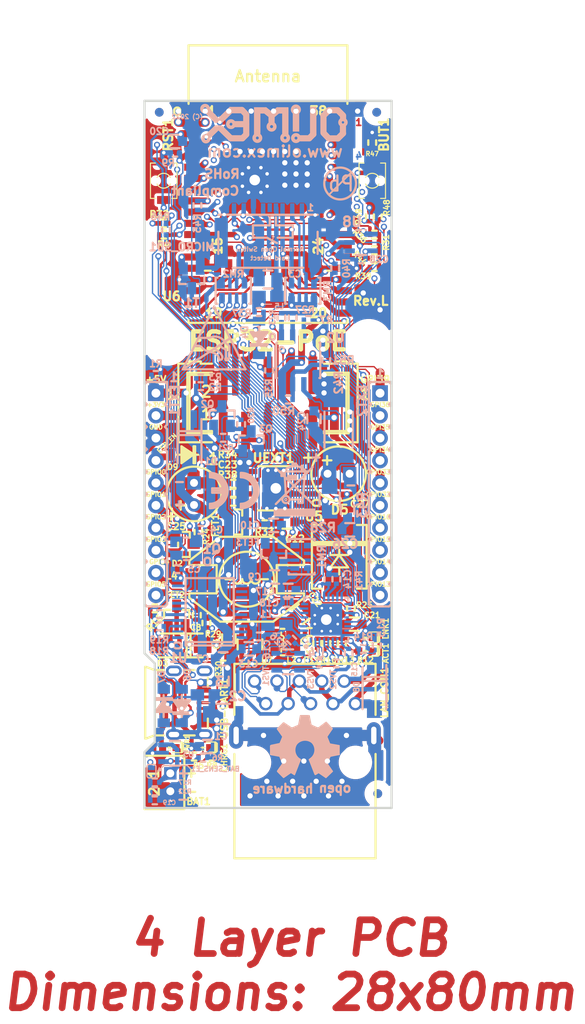
<source format=kicad_pcb>
(kicad_pcb (version 20221018) (generator pcbnew)
  (title_block (title "ESP32-PoE") (date "2022-10-06") (rev "L") (company "OLIMEX Ltd.") (comment 1 "https://www.olimex.com"))
  (layers (0 "F.Cu" mixed) (1 "In1.Cu" power) (2 "In2.Cu" power) (31 "B.Cu" mixed) (34 "B.Paste" user) (35 "F.Paste" user) (36 "B.SilkS" user "B.Silkscreen") (37 "F.SilkS" user "F.Silkscreen") (38 "B.Mask" user) (39 "F.Mask" user) (44 "Edge.Cuts" user))
  (net 0 "")
  (net 1 "+5V")
  (net 2 "GND")
  (net 3 "Net-(BAT1-Pad1)")
  (net 4 "Net-(BUT1-Pad2)")
  (net 5 "+3V3")
  (net 6 "Net-(C11-Pad1)")
  (net 7 "/ESP_EN")
  (net 8 "Net-(L2-Pad1)")
  (net 9 "Net-(Q2-Pad1)")
  (net 10 "Net-(MICRO_SD1-Pad5)")
  (net 11 "/+5V_USB")
  (net 12 "Net-(MICRO_SD1-Pad1)")
  (net 13 "Net-(MICRO_SD1-Pad2)")
  (net 14 "Net-(MICRO_SD1-Pad8)")
  (net 15 "Net-(U4-Pad4)")
  (net 16 "Net-(U4-Pad14)")
  (net 17 "Net-(U4-Pad18)")
  (net 18 "Net-(U4-Pad20)")
  (net 19 "Net-(U4-Pad26)")
  (net 20 "Net-(USB-UART1-Pad4)")
  (net 21 "Net-(MICRO_SD1-Pad7)")
  (net 22 "/D_Com")
  (net 23 "+5VP")
  (net 24 "Spare1")
  (net 25 "Spare2")
  (net 26 "/GPIO33")
  (net 27 "/GPIO32")
  (net 28 "/GPI39")
  (net 29 "Net-(FID1-PadFid1)")
  (net 30 "Net-(FID2-PadFid1)")
  (net 31 "Net-(FID3-PadFid1)")
  (net 32 "Net-(MICRO_SD1-PadCD1)")
  (net 33 "Net-(C2-Pad2)")
  (net 34 "Net-(C4-Pad1)")
  (net 35 "Net-(C5-Pad1)")
  (net 36 "Net-(C21-Pad2)")
  (net 37 "Net-(D4-Pad1)")
  (net 38 "Net-(Q2-Pad2)")
  (net 39 "Net-(Q3-Pad3)")
  (net 40 "Net-(Q3-Pad2)")
  (net 41 "Net-(Q3-Pad1)")
  (net 42 "Net-(R6-Pad1)")
  (net 43 "Net-(R26-Pad1)")
  (net 44 "Net-(R29-Pad1)")
  (net 45 "Net-(U1-Pad17)")
  (net 46 "Net-(U1-Pad14)")
  (net 47 "Net-(U1-Pad13)")
  (net 48 "Net-(U1-Pad12)")
  (net 49 "Net-(U1-Pad11)")
  (net 50 "Net-(U1-Pad7)")
  (net 51 "Net-(U1-Pad6)")
  (net 52 "Net-(C6-Pad1)")
  (net 53 "+3.3VLAN")
  (net 54 "Net-(C17-Pad1)")
  (net 55 "/GPIO0")
  (net 56 "/GPI35")
  (net 57 "Net-(RM1-Pad3.2)")
  (net 58 "Net-(RM1-Pad2.2)")
  (net 59 "Net-(FID4-PadFid1)")
  (net 60 "Net-(FID5-PadFid1)")
  (net 61 "Net-(FID6-PadFid1)")
  (net 62 "Net-(ACT1-Pad2)")
  (net 63 "Net-(ACT1-Pad1)")
  (net 64 "Net-(LNK1-Pad1)")
  (net 65 "Net-(LNK1-Pad2)")
  (net 66 "Net-(C3-Pad1)")
  (net 67 "Net-(RM1-Pad1.2)")
  (net 68 "Net-(CHRG1-Pad1)")
  (net 69 "Net-(PWR1-Pad1)")
  (net 70 "Net-(C10-Pad2)")
  (net 71 "Net-(R3-Pad2)")
  (net 72 "Net-(C12-Pad2)")
  (net 73 "Net-(L3-Pad1)")
  (net 74 "Net-(R8-Pad2)")
  (net 75 "Net-(C8-Pad1)")
  (net 76 "Net-(D6-Pad1)")
  (net 77 "Net-(D7-Pad2)")
  (net 78 "Net-(U1-Pad20)")
  (net 79 "Net-(BAT_SENS_E1-Pad2)")
  (net 80 "/GPI34\\BUT1")
  (net 81 "/GPIO2\\HS2_DATA0")
  (net 82 "/GPI36\\U1RXD")
  (net 83 "/GPIO3\\U0RXD")
  (net 84 "/GPIO1\\U0TXD")
  (net 85 "/GPIO4\\U1TXD")
  (net 86 "/GPIO5\\SPI_CS")
  (net 87 "/GPIO15\\HS2_CMD")
  (net 88 "/GPIO16\\I2C-SCL")
  (net 89 "/GPIO14\\HS2_CLK")
  (net 90 "/GPIO13\\I2C-SDA")
  (net 91 "/GPIO27\\EMAC_RX_CRS_DV")
  (net 92 "/GPIO25\\EMAC_RXD0(RMII)")
  (net 93 "/GPIO18\\MDIO(RMII)")
  (net 94 "/GPIO26\\EMAC_RXD1(RMII)")
  (net 95 "/GPIO12\\PHY_PWR")
  (net 96 "/GPIO22\\EMAC_TXD1(RMII)")
  (net 97 "/GPIO19\\EMAC_TXD0(RMII)")
  (net 98 "/GPIO21\\EMAC_TX_EN(RMII)")
  (net 99 "/GPIO23\\MDC(RMII)")
  (net 100 "/GPIO17\\EMAC_CLK_OUT_180")
  (net 101 "/TD+")
  (net 102 "/TD-")
  (net 103 "/RD+")
  (net 104 "/RD-")
  (net 105 "Net-(C12-Pad1)")
  (net 106 "Net-(C23-Pad2)")
  (net 107 "Net-(R7-Pad2)")
  (net 108 "Net-(R23-Pad1)")
  (net 109 "Net-(R27-Pad2)")
  (net 110 "Net-(R28-Pad1)")
  (net 111 "Net-(R33-Pad1)")
  (net 112 "Net-(U2-Pad6)")
  (net 113 "Net-(U5-Pad7)")
  (net 114 "Net-(D9-Pad1)")
  (net 115 "Net-(R41-Pad2)")
  (net 116 "Net-(C26-Pad1)")
  (net 117 "Net-(U6-Pad21)")
  (net 118 "Net-(U6-Pad22)")
  (net 119 "Net-(U6-Pad20)")
  (net 120 "Net-(U6-Pad19)")
  (net 121 "Net-(U6-Pad17)")
  (net 122 "Net-(U6-Pad18)")
  (net 123 "Net-(U6-Pad32)")
  (net 124 "Net-(U8-Pad1)")
  (net 125 "Net-(R50-Pad2)")
  (footprint "OLIMEX_Other-FP:Fiducial1x3" (layer "F.Cu") (at 116.586 168.529 -90)
    (fp_text reference "FID3" hide)
    (fp_text value "Fiducial" hide)
  )
  (footprint "OLIMEX_Connectors-FP:GBH-254-SMT-10" (layer "F.Cu") (at 104.14 124.333)
    (fp_text reference "UEXT1")
    (fp_text value "P-B-V-10-LF")
  )
  (footprint "OLIMEX_Diodes-FP:SOT23-3" (layer "F.Cu") (at 94.615 140.335 180)
    (fp_text reference "D2")
    (fp_text value "BAT54C(SOT23-3)")
  )
  (footprint "OLIMEX_Transistors-FP:SOT23" (layer "F.Cu") (at 93.7895 148.37156 -90)
    (fp_text reference "FET2")
    (fp_text value "WPM2015-3/TR")
  )
  (footprint "OLIMEX_RLC-FP:R_0402_5MIL_DWS" (layer "F.Cu") (at 116.586 103.251 90)
    (fp_text reference "R48")
    (fp_text value "10k/R0402")
  )
  (footprint "OLIMEX_RLC-FP:R_0402_5MIL_DWS" (layer "F.Cu") (at 115.951 94.869 90)
    (fp_text reference "R47")
    (fp_text value "220R/R0402")
  )
  (footprint "OLIMEX_RLC-FP:R_0402_5MIL_DWS" (layer "F.Cu") (at 116.205 108.966 180)
    (fp_text reference "R39")
    (fp_text value "10k/R0402")
  )
  (footprint "OLIMEX_RLC-FP:R_0402_5MIL_DWS" (layer "F.Cu") (at 92.329 104.013)
    (fp_text reference "R32")
    (fp_text value "10k/R0402")
  )
  (footprint "OLIMEX_RLC-FP:R_0402_5MIL_DWS" (layer "F.Cu") (at 116.205 106.172 180)
    (fp_text reference "R31")
    (fp_text value "2.2k/R0402")
  )
  (footprint "OLIMEX_RLC-FP:R_0402_5MIL_DWS" (layer "F.Cu") (at 92.329 105.283)
    (fp_text reference "R4")
    (fp_text value "47k/R0402")
  )
  (footprint "OLIMEX_RLC-FP:R_0402_5MIL_DWS" (layer "F.Cu") (at 97.79 164.338 180)
    (fp_text reference "R8")
    (fp_text value "2.2k/R0402")
  )
  (footprint "OLIMEX_LEDs-FP:LED_0603_KA" (layer "F.Cu") (at 96.774 163.322 180)
    (fp_text reference "CHRG1")
    (fp_text value "LED/YELLOW/0603")
  )
  (footprint "OLIMEX_RLC-FP:R_0402_5MIL_DWS" (layer "F.Cu") (at 95.758 164.338)
    (fp_text reference "R5")
    (fp_text value "2.2k/R0402")
  )
  (footprint "OLIMEX_RLC-FP:R_0402_5MIL_DWS" (layer "F.Cu") (at 111.633 151.511 -90)
    (fp_text reference "R13")
    (fp_text value "49.9R/1%/R0402")
  )
  (footprint "OLIMEX_RLC-FP:R_0402_5MIL_DWS" (layer "F.Cu") (at 116.205 107.95)
    (fp_text reference "R44")
    (fp_text value "NA/R0402")
  )
  (footprint "OLIMEX_RLC-FP:R_0402_5MIL_DWS" (layer "F.Cu") (at 113.538 147.574 90)
    (fp_text reference "R25")
    (fp_text value "10k/R0402")
  )
  (footprint "OLIMEX_Connectors-FP:RJP-003TC1(LPJ4112CNL)" (layer "F.Cu") (at 108.331 164.846)
    (fp_text reference "LAN_CON1")
    (fp_text value "RJP-003TC1(LPJ4112CNL)")
  )
  (footprint "OLIMEX_RLC-FP:C_0603_5MIL_DWS" (layer "F.Cu") (at 113.919 149.352 180)
    (fp_text reference "C21")
    (fp_text value "NA(10uF/6.3V/20%/X5R/C0603)")
  )
  (footprint "OLIMEX_RLC-FP:C_0805_5MIL_DWS" (layer "F.Cu") (at 107.861619 148.218488 38)
    (fp_text reference "C22")
    (fp_text value "47uF/6.3V/20%/X5R/C0805")
  )
  (footprint "OLIMEX_RLC-FP:R_0402_5MIL_DWS" (layer "F.Cu") (at 103.759 138.049)
    (fp_text reference "R33")
    (fp_text value "4.7R/R0402")
  )
  (footprint "OLIMEX_Transistors-FP:SOT23" (layer "F.Cu") (at 100.584 137.795 180)
    (fp_text reference "FET1")
    (fp_text value "WPM2015-3/TR")
  )
  (footprint "OLIMEX_Diodes-FP:SOD-123_1C-2A_KA" (layer "F.Cu") (at 94.996 130.175 180)
    (fp_text reference "D9")
    (fp_text value "1N5819S4(SOD-123)")
  )
  (footprint "OLIMEX_RLC-FP:C_0603_5MIL_DWS" (layer "F.Cu") (at 106.299 137.795 180)
    (fp_text reference "C12")
    (fp_text value "100nF/100V/10%/X7R/C0603")
  )
  (footprint "OLIMEX_Buttons-FP:IT1185AU2_V2" (layer "F.Cu") (at 92.321 99.187 90)
    (fp_text reference "RST1")
    (fp_text value "IT1185AU2")
  )
  (footprint "OLIMEX_RLC-FP:C_0402_5MIL_DWS" (layer "F.Cu") (at 100.203 134.493)
    (fp_text reference "C23")
    (fp_text value "12pF/50V/5%/COG/C0402")
  )
  (footprint "OLIMEX_RLC-FP:R_0402_5MIL_DWS" (layer "F.Cu") (at 100.203 133.477 180)
    (fp_text reference "R34")
    (fp_text value "5.23k/1%/R0402")
  )
  (footprint "OLIMEX_RLC-FP:R_0402_5MIL_DWS" (layer "F.Cu") (at 100.203 135.509)
    (fp_text reference "R38")
    (fp_text value "30.1k/1%/R0402")
  )
  (footprint "OLIMEX_RLC-FP:CD32" (layer "F.Cu") (at 105.791 151.384)
    (fp_text reference "L2")
    (fp_text value "2.2uH/1.5A/DCR=72mR/20%/3.00x3.00x1.50mm/CD32(NR3015T2R2M)")
  )
  (footprint "OLIMEX_RLC-FP:R_0402_5MIL_DWS" (layer "F.Cu") (at 116.205 105.283 180)
    (fp_text reference "R36")
    (fp_text value "10k/R0402")
  )
  (footprint "OLIMEX_Other-FP:Fiducial1x3" (layer "F.Cu") (at 116.459 91.44 -90)
    (fp_text reference "FID2" hide)
    (fp_text value "Fiducial" hide)
  )
  (footprint "OLIMEX_RLC-FP:R_0402_5MIL_DWS" (layer "F.Cu") (at 115.697 103.251 -90)
    (fp_text reference "R49")
    (fp_text value "NA/R0402")
  )
  (footprint "OLIMEX_RLC-FP:CPOL-RM2.5mm_6.3x11mm_PTH" (layer "F.Cu") (at 112.141 132.334)
    (fp_text reference "C27")
    (fp_text value "15uF/100V/20%/RM2.5/6.3x11mm(Farnell:1281844)")
  )
  (footprint "OLIMEX_Diodes-FP:DO214AB(SMC)_1(K)-2(A)" (layer "F.Cu") (at 112.2172 141.732 -90)
    (fp_text reference "D5")
    (fp_text value "SS510/100V/5A/0.85V/DO214AB(SMC)")
  )
  (footprint "OLIMEX_RLC-FP:CPOL-RM2.5mm_6.3x11mm_PTH" (layer "F.Cu") (at 95.758 134.62 90)
    (fp_text reference "C25")
    (fp_text value "470uF/10V/20%/Low_ESR/RM2.5/6.0x11mm")
  )
  (footprint "OLIMEX_RLC-FP:R_0402_5MIL_DWS" (layer "F.Cu") (at 96.266 138.938 -90)
    (fp_text reference "R24")
    (fp_text value "220R/R0402")
  )
  (footprint "OLIMEX_RLC-FP:DBS135" (layer "F.Cu") (at 101.727 144.272 180)
    (fp_text reference "L4")
    (fp_text value "33uH/2.1A/DCR=0.1R/20%/DBS135(PD3316MT330)")
  )
  (footprint "OLIMEX_RLC-FP:C_0402_5MIL_DWS" (layer "F.Cu") (at 96.0755 148.336 90)
    (fp_text reference "C8")
    (fp_text value "100nF/16V/10%/X7R/C0402")
  )
  (footprint "OLIMEX_RLC-FP:R_0402_5MIL_DWS" (layer "F.Cu") (at 97.155 149.225 90)
    (fp_text reference "R29")
    (fp_text value "220k/R0402")
  )
  (footprint "OLIMEX_RLC-FP:R_0402_5MIL_DWS" (layer "F.Cu") (at 99.06 153.035)
    (fp_text reference "R30")
    (fp_text value "49.9k/1%/R0402")
  )
  (footprint "OLIMEX_RLC-FP:C_0603_5MIL_DWS" (layer "F.Cu") (at 99.695 151.003 -90)
    (fp_text reference "C6")
    (fp_text value "22uF/6.3V/20%/X5R/C0603")
  )
  (footprint "OLIMEX_Diodes-FP:SMA-KA" (layer "F.Cu") (at 94.234 151.765 180)
    (fp_text reference "D3")
    (fp_text value "1N5822/SS34/SMA")
  )
  (footprint "OLIMEX_RLC-FP:R_0402_5MIL_DWS" (layer "F.Cu") (at 91.313 147.574)
    (fp_text reference "R16")
    (fp_text value "NA(10k/R0402)")
  )
  (footprint "OLIMEX_Connectors-FP:USB-MICRO_MISB-SWMM-5B_LF" (layer "F.Cu") (at 93.726 158.242 180)
    (fp_text reference "USB-UART1")
    (fp_text value "MISB-SWMM-5B-LF(USB_MICRO)")
  )
  (footprint "OLIMEX_Regulators-FP:SOT-23-5" (layer "F.Cu") (at 102.108 151.638 -90)
    (fp_text reference "U7")
    (fp_text value "SY8089AAAC(SOT23-5)")
  )
  (footprint "OLIMEX_RLC-FP:R_0402_5MIL_DWS" (layer "F.Cu") (at 110.744 151.511 -90)
    (fp_text reference "R10")
    (fp_text value "49.9R/1%/R0402")
  )
  (footprint "OLIMEX_RLC-FP:C_0402_5MIL_DWS" (layer "F.Cu") (at 108.839 150.241)
    (fp_text reference "C11")
    (fp_text value "100nF/16V/10%/X7R/C0402")
  )
  (footprint "OLIMEX_RLC-FP:R_0402_5MIL_DWS" (layer "F.Cu") (at 112.522 151.511 -90)
    (fp_text reference "R12")
    (fp_text value "49.9R/1%/R0402")
  )
  (footprint "OLIMEX_LEDs-FP:LED_0603_KA" (layer "F.Cu") (at 115.189 152.4 180)
    (fp_text reference "ACT1")
    (fp_text value "LED/YELLOW/0603")
  )
  (footprint "OLIMEX_LEDs-FP:LED_0603_KA" (layer "F.Cu") (at 115.189 150.876 180)
    (fp_text reference "LNK1")
    (fp_text value "LED/GREEN/0603")
  )
  (footprint "OLIMEX_RLC-FP:R_0402_5MIL_DWS" (layer "F.Cu") (at 109.728 151.511 -90)
    (fp_text reference "R11")
    (fp_text value "49.9R/1%/R0402")
  )
  (footprint "OLIMEX_Buttons-FP:IT1185AU2_V2" (layer "F.Cu") (at 115.959 99.187 90)
    (fp_text reference "BUT1")
    (fp_text value "IT1185AU2")
  )
  (footprint "OLIMEX_Regulators-FP:ESOIC-8" (layer "F.Cu") (at 105.029 133.985 90)
    (fp_text reference "U5")
    (fp_text value "TX4138(ESOIC-8)")
  )
  (footprint "OLIMEX_Cases-FP:ESP32-WROVER(WROOM)-UNIVERSAL_MODULE" (layer "F.Cu") (at 104.14 99.568)
    (fp_text reference "U6")
    (fp_text value "ESP32-WROVER-E")
  )
  (footprint "OLIMEX_Other-FP:Fiducial1x3" (layer "F.Cu") (at 91.821 91.44 -90)
    (fp_text reference "FID1" hide)
    (fp_text value "Fiducial" hide)
  )
  (footprint "OLIMEX_Other-FP:NPTH_2.2mm" (layer "F.Cu") (at 92.71 117.475)
    (fp_text reference "MH1" hide)
    (fp_text value "Mounting_Hole_NPTH" hide)
  )
  (footprint "OLIMEX_Other-FP:NPTH_2.2mm" (layer "F.Cu") (at 115.57 117.475)
    (fp_text reference "MH2" hide)
    (fp_text value "Mounting_Hole_NPTH" hide)
  )
  (footprint "OLIMEX_Other-FP:NPTH_2.2mm" (layer "F.Cu") (at 97.536 167.513)
    (fp_text reference "MH3" hide)
    (fp_text value "Mounting_Hole_NPTH" hide)
  )
  (footprint "OLIMEX_Connectors-FP:LIPO_BAT_VERTICAL_DW02S" (layer "F.Cu") (at 89.535 167.259 -90)
    (fp_text reference "BAT1")
    (fp_text value "DW02S")
  )
  (footprint "OLIMEX_LEDs-FP:LED_0603_KA" (layer "F.Cu") (at 92.964 163.322 180)
    (fp_text reference "PWR1")
    (fp_text value "LED/RED/0603")
  )
  (footprint "OLIMEX_Connectors-FP:HN1x10" (layer "B.Cu") (at 116.84 134.65 -90)
    (fp_text reference "EXT2")
    (fp_text value "NS(HN1x10)")
  )
  (footprint "OLIMEX_Other-FP:Fiducial1x3" (layer "B.Cu") (at 116.586 168.529 -90)
    (fp_text reference "FID6" hide)
    (fp_text value "Fiducial" hide)
  )
  (footprint "OLIMEX_RLC-FP:R_0402_5MIL_DWS" (layer "B.Cu") (at 91.44 121.158)
    (fp_text reference "R1")
    (fp_text value "10k/R0402")
  )
  (footprint "OLIMEX_RLC-FP:R_MATRIX_4" (layer "B.Cu") (at 107.95 141.732 90)
    (fp_text reference "RM1")
    (fp_text value "RA1206_(4X0603)_4B8_2.2k")
  )
  (footprint "OLIMEX_Connectors-FP:uSD(TFC-9P-1.xH(ATFFS150A01BR016))" (layer "B.Cu") (at 104.14 105.537)
    (fp_text reference "MICRO_SD1")
    (fp_text value "TFC-9P-1.7H(ATFFS150A01BR016)")
  )
  (footprint "OLIMEX_RLC-FP:R_0402_5MIL_DWS" (layer "B.Cu") (at 111.76 109.093 90)
    (fp_text reference "R40")
    (fp_text value "10R/R0402")
  )
  (footprint "OLIMEX_Other-FP:Fiducial1x3" (layer "B.Cu") (at 91.821 91.44 -90)
    (fp_text reference "FID4" hide)
    (fp_text value "Fiducial" hide)
  )
  (footprint "OLIMEX_RLC-FP:C_0805_5MIL_DWS" (layer "B.Cu") (at 104.14 110.363 180)
    (fp_text reference "C3")
    (fp_text value "47uF/6.3V/20%/X5R/C0805")
  )
  (footprint "OLIMEX_RLC-FP:R_MATRIX_4" (layer "B.Cu") (at 100.203 111.633)
    (fp_text reference "RM2")
    (fp_text value "RA1206_(4X0603)_4B8_2.2k")
  )
  (footprint "OLIMEX_RLC-FP:R_0402_5MIL_DWS" (layer "B.Cu") (at 92.583 104.775 90)
    (fp_text reference "R46")
    (fp_text value "220R/R0402")
  )
  (footprint "OLIMEX_Connectors-FP:HN1x10" (layer "B.Cu") (at 91.44 134.65 -90)
    (fp_text reference "EXT1")
    (fp_text value "NS(HN1x10)")
  )
  (footprint "OLIMEX_Transistors-FP:SOT23" (layer "B.Cu") (at 104.775 141.224 90)
    (fp_text reference "FET3")
    (fp_text value "WPM2015-3/TR")
  )
  (footprint "OLIMEX_RLC-FP:C_0402_5MIL_DWS" (layer "B.Cu") (at 93.853 143.129 180)
    (fp_text reference "C5")
    (fp_text value "27pF/50V/5%/C0G/C0402")
  )
  (footprint "OLIMEX_RLC-FP:C_0603_5MIL_DWS" (layer "B.Cu") (at 104.902 144.018)
    (fp_text reference "C9")
    (fp_text value "22uF/6.3V/20%/X5R/C0603")
  )
  (footprint "OLIMEX_RLC-FP:C_0402_5MIL_DWS" (layer "B.Cu") (at 113.284 152.654 90)
    (fp_text reference "C15")
    (fp_text value "100nF/16V/10%/X7R/C0402")
  )
  (footprint "OLIMEX_RLC-FP:C_0402_5MIL_DWS" (layer "B.Cu") (at 103.124 150.749 180)
    (fp_text reference "C16")
    (fp_text value "100nF/16V/10%/X7R/C0402")
  )
  (footprint "OLIMEX_RLC-FP:C_0402_5MIL_DWS" (layer "B.Cu") (at 106.299 146.939 180)
    (fp_text reference "C18")
    (fp_text value "100nF/16V/10%/X7R/C0402")
  )
  (footprint "OLIMEX_RLC-FP:C_0603_5MIL_DWS" (layer "B.Cu") (at 106.426 145.542 180)
    (fp_text reference "C17")
    (fp_text value "2.2uF/6.3V/10%/X5R/C0603")
  )
  (footprint "OLIMEX_RLC-FP:L_0805_5MIL_DWS" (layer "B.Cu") (at 105.156 149.479)
    (fp_text reference "L1")
    (fp_text value "FB0805/600R/2A")
  )
  (footprint "OLIMEX_IC-FP:SSOP-20W" (layer "B.Cu") (at 97.536 147.955 90)
    (fp_text reference "U1")
    (fp_text value "CH340T(SSOP20W)")
  )
  (footprint "OLIMEX_RLC-FP:C_0603_5MIL_DWS" (layer "B.Cu") (at 97.282 163.195)
    (fp_text reference "C1")
    (fp_text value "22uF/6.3V/20%/X5R/C0603")
  )
  (footprint "OLIMEX_RLC-FP:L_0805_5MIL_DWS" (layer "B.Cu") (at 97.155 157.353)
    (fp_text reference "L3")
    (fp_text value "FB0805/600R/2A")
  )
  (footprint "OLIMEX_RLC-FP:R_0402_5MIL_DWS" (layer "B.Cu") (at 96.774 164.465)
    (fp_text reference "R6")
    (fp_text value "2.2k/R0402")
  )
  (footprint "OLIMEX_RLC-FP:C_0402_5MIL_DWS" (layer "B.Cu") (at 96.52 138.684 180)
    (fp_text reference "C4")
    (fp_text value "27pF/50V/5%/C0G/C0402")
  )
  (footprint "OLIMEX_Crystal-FP:TSX-3.2x2.5mm_GND(3)" (layer "B.Cu") (at 94.869 140.843 180)
    (fp_text reference "Q1")
    (fp_text value "Q12MHz/20pF/10ppm/4P/3.2x2.5mm")
  )
  (footprint "OLIMEX_RLC-FP:R_0402_5MIL_DWS" (layer "B.Cu") (at 91.313 168.275)
    (fp_text reference "R22")
    (fp_text value "470k/R0402")
  )
  (footprint "OLIMEX_RLC-FP:C_0402_5MIL_DWS" (layer "B.Cu") (at 91.313 169.291)
    (fp_text reference "C19")
    (fp_text value "1nF/50V/10%/X7R/C0402")
  )
  (footprint "OLIMEX_Jumpers-FP:SJ_1_SMALLER" (layer "B.Cu") (at 90.932 165.989 -90)
    (fp_text reference "BAT_SENS_E1")
    (fp_text value "Opened" hide)
  )
  (footprint "OLIMEX_LOGOs-FP:LOGO_ANTISTATIC_1" (layer "B.Cu") (at 101.6 120.523 180)
    (fp_text reference "Sign_Antistatic" hide)
    (fp_text value "Val**" hide)
  )
  (footprint "OLIMEX_LOGOs-FP:LOGO_RECYCLEBIN_1" (layer "B.Cu") (at 109.474 137.16 180)
    (fp_text reference "Sign_RecycleBin" hide)
    (fp_text value "" hide)
  )
  (footprint "OLIMEX_LOGOs-FP:LOGO_PBFREE" (layer "B.Cu") (at 112.522 99.187)
    (fp_text reference "Sign_PB-Free")
    (fp_text value "")
  )
  (footprint "OLIMEX_LOGOs-FP:LOGO_OPENHARDWARE_8x8" (layer "B.Cu") (at 108.331 163.703 180)
    (fp_text reference "Logo_OSHW" hide)
    (fp_text value "" hide)
  )
  (footprint "OLIMEX_RLC-FP:C_1206_5MIL_DWS_ISO" (layer "B.Cu") (at 99.06 159.512)
    (fp_text reference "C2")
    (fp_text value "1nF/2000V/10%/X7R/C1206")
  )
  (footprint "OLIMEX_RLC-FP:C_0603_5MIL_DWS" (layer "B.Cu") (at 99.06 153.289)
    (fp_text reference "C7")
    (fp_text value "22uF/6.3V/20%/X5R/C0603")
  )
  (footprint "OLIMEX_Diodes-FP:SMA-KA" (layer "B.Cu") (at 116.205 156.464 -90)
    (fp_text reference "D8")
    (fp_text value "SMAJ58A/SMA")
  )
  (footprint "OLIMEX_RLC-FP:R_0402_5MIL_DWS" (layer "B.Cu") (at 114.935 152.146)
    (fp_text reference "R14")
    (fp_text value "2.2k/R0402")
  )
  (footprint "OLIMEX_Transistors-FP:SOT23" (layer "B.Cu") (at 98.93046 125.81636 -90)
    (fp_text reference "Q2")
    (fp_text value "BC817-40(SOT23)")
  )
  (footprint "OLIMEX_Diodes-FP:SMA-KA" (layer "B.Cu") (at 95.25 128.651 -90)
    (fp_text reference "D1")
    (fp_text value "1N5822/SS34/SMA")
  )
  (footprint "OLIMEX_RLC-FP:C_0603_5MIL_DWS" (layer "B.Cu") (at 104.775 138.176 180)
    (fp_text reference "C10")
    (fp_text value "22uF/6.3V/20%/X5R/C0603")
  )
  (footprint "OLIMEX_RLC-FP:R_0402_5MIL_DWS" (layer "B.Cu") (at 99.06 128.27)
    (fp_text reference "R21")
    (fp_text value "1k/R0402")
  )
  (footprint "OLIMEX_Transistors-FP:SOT23" (layer "B.Cu") (at 102.235 128.651 -90)
    (fp_text reference "Q3")
    (fp_text value "BC817-40(SOT23)")
  )
  (footprint "OLIMEX_RLC-FP:R_0402_5MIL_DWS" (layer "B.Cu") (at 104.267 120.65 -90)
    (fp_text reference "R35")
    (fp_text value "2.2k/R0402")
  )
  (footprint "OLIMEX_RLC-FP:R_0402_5MIL_DWS" (layer "B.Cu") (at 116.459 151.765 90)
    (fp_text reference "R15")
    (fp_text value "2.2k/R0402")
  )
  (footprint "OLIMEX_LOGOs-FP:OLIMEX_LOGO_TB" (layer "B.Cu") (at 104.648 92.71 180)
    (fp_text reference "Logo_Olimex" hide)
    (fp_text value "" hide)
  )
  (footprint "OLIMEX_Other-FP:Fiducial1x3" (layer "B.Cu") (at 116.459 91.44 -90)
    (fp_text reference "FID5" hide)
    (fp_text value "Fiducial" hide)
  )
  (footprint "OLIMEX_Diodes-FP:SOD-123_1C-2A_KA" (layer "B.Cu") (at 103.124 116.967 90)
    (fp_text reference "D4")
    (fp_text value "1N5819S4(SOD-123)")
  )
  (footprint "OLIMEX_RLC-FP:R_0402_5MIL_DWS" (layer "B.Cu") (at 91.821 149.606 180)
    (fp_text reference "R18")
    (fp_text value "10k/R0402")
  )
  (footprint "OLIMEX_RLC-FP:R_0402_5MIL_DWS" (layer "B.Cu") (at 91.821 148.209 180)
    (fp_text reference "R19")
    (fp_text value "10k/R0402")
  )
  (footprint "OLIMEX_RLC-FP:C_0402_5MIL_DWS" (layer "B.Cu") (at 110.998 144.272 90)
    (fp_text reference "C14")
    (fp_text value "100nF/16V/10%/X7R/C0402")
  )
  (footprint "OLIMEX_RLC-FP:R_0402_5MIL_DWS" (layer "B.Cu") (at 111.887 144.272 -90)
    (fp_text reference "R41")
    (fp_text value "2.2k/R0402")
  )
  (footprint "OLIMEX_Diodes-FP:D_0402_5MIL_DWS" (layer "B.Cu") (at 111.887 153.797 180)
    (fp_text reference "TVS2")
    (fp_text value "NA(GG0402052R542P)")
  )
  (footprint "OLIMEX_Diodes-FP:D_0402_5MIL_DWS" (layer "B.Cu") (at 109.982 153.797)
    (fp_text reference "TVS3")
    (fp_text value "NA(GG0402052R542P)")
  )
  (footprint "OLIMEX_Diodes-FP:SOT-23-5" (layer "B.Cu") (at 106.426 153.609 180)
    (fp_text reference "TVS1")
    (fp_text value "ESDS314DBVR(SOT-23-5)")
  )
  (footprint "OLIMEX_IC-FP:QFN32_EP(33)_5.00x5.00x0.90mm_Pitch_0.50mm" (layer "B.Cu") (at 110.744 148.844 90)
    (fp_text reference "U4")
    (fp_text value "LAN8710A-EZC(QFN32)")
  )
  (footprint "OLIMEX_RLC-FP:R_0402_5MIL_DWS" (layer "B.Cu") (at 106.82879 151.15179 135)
    (fp_text reference "R26")
    (fp_text value "12.1k/1%/R0402")
  )
  (footprint "OLIMEX_RLC-FP:C_0603_5MIL_DWS" (layer "B.Cu") (at 101.981 152.146 180)
    (fp_text reference "C13")
    (fp_text value "22uF/6.3V/20%/X5R/C0603")
  )
  (footprint "OLIMEX_Diodes-FP:SOD-123_1C-2A_KA" (layer "B.Cu") (at 94.361 158.623 90)
    (fp_text reference "D6")
    (fp_text value "1N5819S4(SOD-123)")
  )
  (footprint "OLIMEX_Diodes-FP:SOD-123_1C-2A_KA" (layer "B.Cu") (at 92.329 158.623 -90)
    (fp_text reference "D7")
    (fp_text value "1N5819S4(SOD-123)")
  )
  (footprint "OLIMEX_RLC-FP:R_1206_5MIL_DWS" (layer "B.Cu") (at 111.125 135.255 90)
    (fp_text reference "R28")
    (fp_text value "0.03R/1%/R1206")
  )
  (footprint "OLIMEX_RLC-FP:R_0402_5MIL_DWS" (layer "B.Cu") (at 101.092 126.746 -90)
    (fp_text reference "R20")
    (fp_text value "1k/R0402")
  )
  (footprint "OLIMEX_RLC-FP:C_0603_5MIL_DWS" (layer "B.Cu") (at 109.347 126.111 90)
    (fp_text reference "C24")
    (fp_text value "100nF/100V/10%/X7R/C0603")
  )
  (footprint "OLIMEX_RLC-FP:R_0402_5MIL_DWS" (layer "B.Cu") (at 93.599 96.012 180)
    (fp_text reference "R9")
    (fp_text value "100k/R0402")
  )
  (footprint "OLIMEX_RLC-FP:R_MATRIX_4" (layer "B.Cu") (at 108.077 111.633)
    (fp_text reference "RM3")
    (fp_text value "RA1206_(4X0603)_4B8_2.2k")
  )
  (footprint "OLIMEX_LOGOs-FP:CE_Sign" (layer "B.Cu") (at 99.314 134.239 180)
    (fp_text reference "CE" hide)
    (fp_text value "CE_Sign" hide)
  )
  (footprint "OLIMEX_RLC-FP:R_2512_MM_DWS" (layer "B.Cu") (at 112.141 127.3552 90)
    (fp_text reference "R42")
    (fp_text value "4.7k/R2512")
  )
  (footprint "OLIMEX_RLC-FP:C_0603_5MIL_DWS" (layer "B.Cu") (at 113.411 138.684)
    (fp_text reference "C26")
    (fp_text value "NA(220pF/100V/C0603)")
  )
  (footprint "OLIMEX_RLC-FP:R_0603_5MIL_DWS" (layer "B.Cu") (at 113.157 136.398 90)
    (fp_text reference "R43")
    (fp_text value "NA(22R/R0603)")
  )
  (footprint "OLIMEX_RLC-FP:C_0402_5MIL_DWS" (layer "B.Cu") (at 114.681 108.077)
    (fp_text reference "C28")
    (fp_text value "100nF/16V/10%/X7R/C0402")
  )
  (footprint "OLIMEX_RLC-FP:R_0402_5MIL_DWS" (layer "B.Cu") (at 96.139 101.981 -90)
    (fp_text reference "R45")
    (fp_text value "10R/R0402")
  )
  (footprint "OLIMEX_IC-FP:SOT-23-5" (layer "B.Cu") (at 114.680999 106.172 180)
    (fp_text reference "U8")
    (fp_text value "SN74LVC1G04DBVR(SOT23-5)")
  )
  (footprint "OLIMEX_IC-FP:SOT-23-5" (layer "B.Cu") (at 93.599 163.957 180)
    (fp_text reference "U3")
    (fp_text value "BL4054B-42TPRN(SOT23-5)")
  )
  (footprint "OLIMEX_RLC-FP:R_0402_5MIL_DWS" (layer "B.Cu") (at 91.313 167.259 180)
    (fp_text reference "R17")
    (fp_text value "470k/R0402")
  )
  (footprint "OLIMEX_Transistors-FP:SOT23" (layer "B.Cu") (at 95.504 110.236 90)
    (fp_text reference "T1")
    (fp_text value "LMUN2211LT1G(SOT-23)")
  )
  (footprint "OLIMEX_RLC-FP:R_0402_5MIL_DWS" (layer "B.Cu") (at 96.52 122.428)
    (fp_text reference "R2")
    (fp_text value "10k/R0402")
  )
  (footprint "OLIMEX_RLC-FP:R_0402_5MIL_DWS" (layer "B.Cu") (at 96.52 121.539 180)
    (fp_text reference "R3")
    (fp_text value "1k/R0402")
  )
  (footprint "OLIMEX_RLC-FP:C_0603_5MIL_DWS" (layer "B.Cu") (at 93.599 94.742 180)
    (fp_text reference "C20")
    (fp_text value "1uF/10V/20%/X5R/C0603")
  )
  (footprint "OLIMEX_RLC-FP:L_0805_5MIL_DWS" (layer "B.Cu") (at 104.14 112.268)
    (fp_text reference "L5")
    (fp_text value "FB0805/600R/2A")
  )
  (footprint "OLIMEX_RLC-FP:R_0402_5MIL_DWS" (layer "B.Cu") (at 106.426 123.952)
    (fp_text reference "R50")
    (fp_text value "130k/R0402")
  )
  (footprint "OLIMEX_RLC-FP:R_0402_5MIL_DWS" (layer "B.Cu") (at 110.744 119.507 90)
    (fp_text reference "R51")
    (fp_text value "10k/R0402")
  )
  (footprint "OLIMEX_IC-FP:SOIC-8_1.75mm" (layer "B.Cu") (at 107.569 119.507)
    (fp_text reference "U2")
    (fp_text value "TPS2376D(SO-8)")
  )
  (footprint "OLIMEX_RLC-FP:R_0402_5MIL_DWS" (layer "B.Cu") (at 106.934 114.681 -90)
    (fp_text reference "R27")
    (fp_text value "4.42k/1%/1/16W/R0402")
  )
  (footprint "OLIMEX_RLC-FP:R_0402_5MIL_DWS" (layer "B.Cu") (at 103.124 114.046)
    (fp_text reference "R37")
    (fp_text value "10k/R0402")
  )
  (footprint "OLIMEX_RLC-FP:R_0402_5MIL_DWS" (layer "B.Cu") (at 105.664 114.681 90)
    (fp_text reference "R23")
    (fp_text value "180k/1%/R0402")
  )
  (footprint "OLIMEX_RLC-FP:R_0402_5MIL_DWS" (layer "B.Cu") (at 108.712 114.935 180)
    (fp_text reference "R7")
    (fp_text value "24.9k/1%/R0402")
  )
  (gr_line (start 94.996 165.354) (end 92.329 165.354) (stroke (width 0.1524)) (layer "B.SilkS"))
  (gr_line (start 92.329 165.354) (end 91.694 165.989) (stroke (width 0.1524)) (layer "B.SilkS"))
  (gr_line (start 95.377 165.735) (end 94.996 165.354) (stroke (width 0.1524)) (layer "B.SilkS"))
  (gr_line (start 91.694 165.989) (end 91.821 165.608) (stroke (width 0.1524)) (layer "B.SilkS"))
  (gr_line (start 91.694 165.989) (end 92.075 165.862) (stroke (width 0.1524)) (layer "B.SilkS"))
  (gr_line (start 118.15 170.15) (end 118.15 90.15) (stroke (width 0.254)) (layer "Edge.Cuts"))
  (gr_line (start 90.15 170.15) (end 118.15 170.15) (stroke (width 0.254)) (layer "Edge.Cuts"))
  (gr_line (start 90.15 152.654) (end 91.313 153.797) (stroke (width 0.254)) (layer "Edge.Cuts"))
  (gr_line (start 91.313 162.687) (end 90.15 163.83) (stroke (width 0.254)) (layer "Edge.Cuts"))
  (gr_line (start 91.313 153.797) (end 91.313 162.687) (stroke (width 0.254)) (layer "Edge.Cuts"))
  (gr_line (start 90.15 152.654) (end 90.15 90.15) (stroke (width 0.254)) (layer "Edge.Cuts"))
  (gr_line (start 90.15 90.15) (end 118.15 90.15) (stroke (width 0.254)) (layer "Edge.Cuts"))
  (gr_line (start 90.15 163.83) (end 90.15 170.15) (stroke (width 0.254)) (layer "Edge.Cuts"))
  (gr_text "4 Layer PCB\nDimensions: 28x80mm" (at 106.68 187.96) (layer "F.Cu") (effects (font (size 3.81 3.81) (thickness 0.762) italic)))
  (gr_text "1" (at 114.427 92.583) (layer "F.Cu") (effects (font (size 0.762 0.762) (thickness 0.1905))))
  (gr_text "4" (at 114.427 96.393) (layer "B.Cu") (effects (font (size 0.762 0.762) (thickness 0.1905)) (justify mirror)))
  (gr_text "1" (at 116.84 121.031) (layer "B.SilkS") (effects (font (size 1.016 1.016) (thickness 0.254)) (justify mirror)))
  (gr_text "1" (at 108.966 102.235) (layer "B.SilkS") (effects (font (size 0.762 0.762) (thickness 0.1905)) (justify mirror)))
  (gr_text "RoHS" (at 98.933 98.425) (layer "B.SilkS") (effects (font (size 1.016 1.016) (thickness 0.254)) (justify mirror)))
  (gr_text "+" (at 94.488 166.243 90) (layer "B.SilkS") (effects (font (size 1.016 1.016) (thickness 0.254)) (justify mirror)))
  (gr_text "-" (at 94.488 169.291 180) (layer "B.SilkS") (effects (font (size 1.016 1.016) (thickness 0.254)) (justify mirror)))
  (gr_text "www.olimex.com" (at 104.902 95.885) (layer "B.SilkS") (effects (font (size 1.27 1.27) (thickness 0.254)) (justify mirror)))
  (gr_text "+" (at 94.107 135.763) (layer "B.SilkS") (effects (font (size 1.016 1.016) (thickness 0.254)) (justify mirror)))
  (gr_text "-" (at 113.538 133.731 180) (layer "B.SilkS") (effects (font (size 1.016 1.016) (thickness 0.254)) (justify mirror)))
  (gr_text "+" (at 109.601 130.429) (layer "B.SilkS") (effects (font (size 1.016 1.016) (thickness 0.254)) (justify mirror)))
  (gr_text "-" (at 94.107 133.35 180) (layer "B.SilkS") (effects (font (size 1.016 1.016) (thickness 0.254)) (justify mirror)))
  (gr_text "(C) 2022" (at 94.996 91.948) (layer "B.SilkS") (effects (font (size 0.508 0.508) (thickness 0.127)) (justify mirror)))
  (gr_text "Compliant" (at 97.028 100.33) (layer "B.SilkS") (effects (font (size 1.016 1.016) (thickness 0.254)) (justify mirror)))
  (gr_text "1" (at 93.472 121.412) (layer "B.SilkS") (effects (font (size 1.016 1.016) (thickness 0.254)) (justify mirror)))
  (gr_text "1" (at 115.189 123.317) (layer "F.SilkS") (effects (font (size 1.27 1.27) (thickness 0.254))))
  (gr_text "+5V" (at 91.44 121.666) (layer "F.SilkS") (effects (font (size 0.762 0.762) (thickness 0.1905))))
  (gr_text "+3V3" (at 91.44 124.5235) (layer "F.SilkS") (effects (font (size 0.508 0.508) (thickness 0.127))))
  (gr_text "GND" (at 91.44 127.0635) (layer "F.SilkS") (effects (font (size 0.508 0.508) (thickness 0.127))))
  (gr_text "ESP_EN" (at 92.71 128.905 45) (layer "F.SilkS") (effects (font (size 0.508 0.508) (thickness 0.127))))
  (gr_text "GPIO0" (at 91.44 132.1435) (layer "F.SilkS") (effects (font (size 0.508 0.508) (thickness 0.127))))
  (gr_text "GPIO1" (at 91.44 134.6835) (layer "F.SilkS") (effects (font (size 0.508 0.508) (thickness 0.127))))
  (gr_text "GPIO2" (at 91.44 137.2235) (layer "F.SilkS") (effects (font (size 0.508 0.508) (thickness 0.127))))
  (gr_text "GPIO3" (at 91.44 139.7635) (layer "F.SilkS") (effects (font (size 0.508 0.508) (thickness 0.127))))
  (gr_text "GPIO4" (at 91.821 142.3035) (layer "F.SilkS") (effects (font (size 0.508 0.508) (thickness 0.127))))
  (gr_text "GPIO5" (at 91.44 144.8435) (layer "F.SilkS") (effects (font (size 0.508 0.508) (thickness 0.127))))
  (gr_text "GPIO13" (at 116.6495 144.8435) (layer "F.SilkS") (effects (font (size 0.508 0.508) (thickness 0.127))))
  (gr_text "GPIO14" (at 116.6495 142.3035) (layer "F.SilkS") (effects (font (size 0.508 0.508) (thickness 0.127))))
  (gr_text "GPIO15" (at 116.6495 139.7635) (layer "F.SilkS") (effects (font (size 0.508 0.508) (thickness 0.127))))
  (gr_text "GPIO16" (at 116.6495 137.2235) (layer "F.SilkS") (effects (font (size 0.508 0.508) (thickness 0.127))))
  (gr_text "GPIO32" (at 116.6495 134.6835) (layer "F.SilkS") (effects (font (size 0.508 0.508) (thickness 0.127))))
  (gr_text "GPIO33" (at 116.6495 132.1435) (layer "F.SilkS") (effects (font (size 0.508 0.508) (thickness 0.127))))
  (gr_text "GPI34" (at 116.84 129.6035) (layer "F.SilkS") (effects (font (size 0.508 0.508) (thickness 0.127))))
  (gr_text "GPI35" (at 116.84 127.0635) (layer "F.SilkS") (effects (font (size 0.508 0.508) (thickness 0.127))))
  (gr_text "GPI36" (at 116.84 124.5235) (layer "F.SilkS") (effects (font (size 0.508 0.508) (thickness 0.127))))
  (gr_text "GPI39" (at 116.2685 121.666) (layer "F.SilkS") (effects (font (size 0.762 0.762) (thickness 0.1905))))
  (gr_text "1" (at 97.9678 130.683) (layer "F.SilkS") (effects (font (size 1.27 1.27) (thickness 0.254))))
  (gr_text "+" (at 95.377 166.243 90) (layer "F.SilkS") (effects (font (size 1.016 1.016) (thickness 0.254))))
  (gr_text "ESP32-PoE" (at 104.14 117.348) (layer "F.SilkS") (effects (font (size 2.032 2.032) (thickness 0.508))))
  (gr_text "Rev.L" (at 115.7732 112.776) (layer "F.SilkS") (effects (font (size 1.016 1.016) (thickness 0.254))))
  (gr_text "-" (at 95.504 168.402 180) (layer "F.SilkS") (effects (font (size 1.016 1.016) (thickness 0.254))))
  (gr_text "1" (at 93.091 123.317) (layer "F.SilkS") (effects (font (size 1.27 1.27) (thickness 0.254))))
  (segment (start 92.549034 160.698401) (end 92.075 161.172435) (width 0.508) (layer "F.Cu") (net 1))
  (segment (start 96.012 163.322) (end 95.550084 163.322) (width 0.508) (layer "F.Cu") (net 1))
  (segment (start 93.548178 160.324822) (end 93.548178 160.350178) (width 0.508) (layer "F.Cu") (net 1))
  (segment (start 91.734 151.765) (end 93.218 151.765) (width 0.762) (layer "F.Cu") (net 1))
  (segment (start 94.277401 160.698401) (end 95.463542 161.884542) (width 0.508) (layer "F.Cu") (net 1))
  (segment (start 95.463542 161.884542) (end 95.463542 162.913568) (width 0.508) (layer "F.Cu") (net 1))
  (segment (start 93.548178 159.969178) (end 93.548178 159.943822) (width 0.508) (layer "F.Cu") (net 1))
  (segment (start 92.00441 108.635827) (end 92.583 108.057237) (width 0.254) (layer "F.Cu") (net 1))
  (segment (start 93.174599 160.698401) (end 93.548178 160.324822) (width 0.508) (layer "F.Cu") (net 1))
  (segment (start 93.548178 160.350178) (end 93.896401 160.698401) (width 0.508) (layer "F.Cu") (net 1))
  (segment (start 92.16959 155.41559) (end 92.16959 152.11359) (width 0.508) (layer "F.Cu") (net 1))
  (segment (start 94.838992 123.22) (end 94.869 123.189992) (width 1.016) (layer "F.Cu") (net 1))
  (segment (start 92.83954 149.479) (end 92.837 149.48154) (width 1.016) (layer "F.Cu") (net 1))
  (segment (start 99.47656 138.7475) (end 99.3775 138.7475) (width 1.016) (layer "F.Cu") (net 1))
  (segment (start 92.075 161.172435) (end 92.075 163.195) (width 0.508) (layer "F.Cu") (net 1))
  (segment (start 93.174599 160.698401) (end 92.549034 160.698401) (width 0.508) (layer "F.Cu") (net 1))
  (segment (start 94.277401 160.698401) (end 93.896401 160.698401) (width 0.508) (layer "F.Cu") (net 1))
  (segment (start 95.504 116.205) (end 92.00441 112.70541) (width 0.254) (layer "F.Cu") (net 1))
  (segment (start 98.425 139.7) (end 98.679 139.446) (width 0.762) (layer "F.Cu") (net 1))
  (segment (start 94.869 123.189992) (end 95.504 122.554992) (width 0.254) (layer "F.Cu") (net 1))
  (segment (start 98.425 139.827) (end 98.425 139.7) (width 0.762) (layer "F.Cu") (net 1))
  (segment (start 95.463542 162.913568) (end 95.463542 163.408542) (width 0.508) (layer "F.Cu") (net 1))
  (segment (start 91.44 123.22) (end 94.838992 123.22) (width 1.016) (layer "F.Cu") (net 1))
  (segment (start 93.896401 160.698401) (end 93.174599 160.698401) (width 0.508) (layer "F.Cu") (net 1))
  (segment (start 92.433337 155.679337) (end 92.16959 155.41559) (width 0.508) (layer "F.Cu") (net 1))
  (segment (start 92.837 149.48154) (end 92.837 151.40941) (width 1.016) (layer "F.Cu") (net 1))
  (segment (start 93.548178 159.943822) (end 93.548178 156.178249) (width 0.508) (layer "F.Cu") (net 1))
  (segment (start 92.16959 152.11359) (end 91.7575 151.7015) (width 0.508) (layer "F.Cu") (net 1))
  (segment (start 92.837 151.40941) (end 93.19259 151.765) (width 1.016) (layer "F.Cu") (net 1))
  (segment (start 95.550084 163.322) (end 95.463542 163.408542) (width 0.508) (layer "F.Cu") (net 1))
  (segment (start 99.3775 138.7475) (end 98.679 139.446) (width 1.016) (layer "F.Cu") (net 1))
  (segment (start 95.504 122.554992) (end 95.504 116.205) (width 0.254) (layer "F.Cu") (net 1))
  (segment (start 91.821 105.283) (end 91.821 106.68) (width 0.508) (layer "F.Cu") (net 1))
  (segment (start 92.583 107.442) (end 91.821 106.68) (width 0.254) (layer "F.Cu") (net 1))
  (segment (start 92.583 108.057237) (end 92.583 107.442) (width 0.254) (layer "F.Cu") (net 1))
  (segment (start 93.049266 155.679337) (end 92.433337 155.679337) (width 0.508) (layer "F.Cu") (net 1))
  (segment (start 94.277401 160.698401) (end 93.548178 159.969178) (width 0.508) (layer "F.Cu") (net 1))
  (segment (start 92.075 163.195) (end 92.202 163.322) (width 0.508) (layer "F.Cu") (net 1))
  (segment (start 93.548178 156.178249) (end 93.049266 155.679337) (width 0.508) (layer "F.Cu") (net 1))
  (segment (start 92.00441 112.70541) (end 92.00441 108.635827) (width 0.254) (layer "F.Cu") (net 1))
  (segment (start 93.548178 160.324822) (end 93.548178 159.943822) (width 0.508) (layer "F.Cu") (net 1))
  (via (at 95.463542 163.408542) (size 0.7) (drill 0.4) (layers "F.Cu" "B.Cu") (net 1))
  (via (at 98.425 139.827) (size 0.9) (drill 0.6) (layers "F.Cu" "B.Cu") (net 1))
  (via (at 94.869 123.189992) (size 0.9) (drill 0.6) (layers "F.Cu" "B.Cu") (net 1))
  (via (at 93.218 151.765) (size 0.9) (drill 0.6) (layers "F.Cu" "B.Cu") (net 1))
  (segment (start 96.685122 152.996878) (end 96.266 153.416) (width 1.016) (layer "B.Cu") (net 1))
  (segment (start 93.3196 151.765) (end 93.98 152.4254) (width 1.016) (layer "B.Cu") (net 1))
  (segment (start 95.062 163.007) (end 95.463542 163.408542) (width 0.508) (layer "B.Cu") (net 1))
  (segment (start 93.98 152.4508) (end 93.98 152.4254) (width 0.635) (layer "B.Cu") (net 1))
  (segment (start 98.425 140.462) (end 97.33026 141.55674) (width 1.016) (layer "B.Cu") (net 1))
  (segment (start 94.899 163.007) (end 96.205 163.007) (width 0.508) (layer "B.Cu") (net 1))
  (segment (start 96.266 163.322) (end 95.550084 163.322) (width 0.508) (layer "B.Cu") (net 1))
  (segment (start 94.84359 123.215402) (end 94.869 123.189992) (width 1.016) (layer "B.Cu") (net 1))
  (segment (start 95.25 126.151) (end 94.84359 125.74459) (width 1.016) (layer "B.Cu") (net 1))
  (segment (start 96.685122 143.421078) (end 96.685122 152.996878) (width 1.016) (layer "B.Cu") (net 1))
  (segment (start 95.25 128.35636) (end 97.663 130.76936) (width 1.016) (layer "B.Cu") (net 1))
  (segment (start 95.25 126.151) (end 95.25 128.35636) (width 1.016) (layer "B.Cu") (net 1))
  (segment (start 96.205 163.007) (end 96.393 163.195) (width 0.508) (layer "B.Cu") (net 1))
  (segment (start 97.663 130.76936) (end 97.663 137.16) (width 1.016) (layer "B.Cu") (net 1))
  (segment (start 94.9452 153.416) (end 93.98 152.4508) (width 0.635) (layer "B.Cu") (net 1))
  (segment (start 95.123 163.068) (end 95.463542 163.408542) (width 0.508) (layer "B.Cu") (net 1))
  (segment (start 96.266 153.416) (end 95.758 153.416) (width 1.016) (layer "B.Cu") (net 1))
  (segment (start 90.932 122.712) (end 90.932 121.158) (width 0.508) (layer "B.Cu") (net 1))
  (segment (start 91.44 123.22) (end 90.932 122.712) (width 0.508) (layer "B.Cu") (net 1))
  (segment (start 93.218 151.765) (end 93.3196 151.765) (width 1.016) (layer "B.Cu") (net 1))
  (segment (start 98.425 139.827) (end 98.425 140.462) (width 1.016) (layer "B.Cu") (net 1))
  (segment (start 97.663 137.16) (end 98.425 137.922) (width 1.016) (layer "B.Cu") (net 1))
  (segment (start 94.84359 125.74459) (end 94.84359 123.215402) (width 1.016) (layer "B.Cu") (net 1))
  (segment (start 94.899 163.007) (end 95.062 163.007) (width 0.508) (layer "B.Cu") (net 1))
  (segment (start 95.758 153.416) (end 94.9452 153.416) (width 0.635) (layer "B.Cu") (net 1))
  (segment (start 98.425 137.922) (end 98.425 139.827) (width 1.016) (layer "B.Cu") (net 1))
  (segment (start 97.33026 141.55674) (end 97.33026 142.77594) (width 1.016) (layer "B.Cu") (net 1))
  (segment (start 95.550084 163.322) (end 95.463542 163.408542) (width 0.508) (layer "B.Cu") (net 1))
  (segment (start 97.33026 142.77594) (end 96.685122 143.421078) (width 1.016) (layer "B.Cu") (net 1))
  (segment (start 99.568 154.305) (end 99.568 153.035) (width 0.762) (layer "F.Cu") (net 2))
  (segment (start 99.695 133.477) (end 97.75 133.477) (width 0.508) (layer "F.Cu") (net 2))
  (segment (start 98.927908 131.064) (end 100.965 131.064) (width 1.016) (layer "F.Cu") (net 2))
  (segment (start 108.426176 147.592976) (end 107.7976 146.9644) (width 0.762) (layer "F.Cu") (net 2))
  (segment (start 98.33059 159.75109) (end 98.33059 160.210498) (width 0.508) (layer "F.Cu") (net 2))
  (segment (start 97.3455 160.782) (end 97.3455 159.639) (width 0.508) (layer "F.Cu") (net 2))
  (segment (start 108.766921 147.488293) (end 110.188293 147.488293) (width 0.6096) (layer "F.Cu") (net 2))
  (segment (start 112.044 150.144) (end 112.268 150.368) (width 0.4064) (layer "F.Cu") (net 2))
  (segment (start 106.045 153.797) (end 104.648 153.797) (width 0.762) (layer "F.Cu") (net 2))
  (segment (start 97.414499 160.713001) (end 97.880591 160.713001) (width 0.508) (layer "F.Cu") (net 2))
  (segment (start 102.108 149.606) (end 102.362 149.352) (width 0.762) (layer "F.Cu") (net 2))
  (segment (start 95.518204 133.130204) (end 95.518204 127.747796) (width 1.016) (layer "F.Cu") (net 2))
  (segment (start 110.236 156.829091) (end 110.236 155.806) (width 0.6096) (layer "F.Cu") (net 2))
  (segment (start 104.267 154.178) (end 103.251 154.178) (width 0.762) (layer "F.Cu") (net 2))
  (segment (start 107.7976 146.9644) (end 105.41 146.9644) (width 0.762) (layer "F.Cu") (net 2))
  (segment (start 98.33059 161.163) (end 98.33059 160.210498) (width 0.762) (layer "F.Cu") (net 2))
  (segment (start 111.633 130.429) (end 110.49 129.286) (width 1.016) (layer "F.Cu") (net 2))
  (segment (start 112.268 150.368) (end 113.538 150.368) (width 0.4064) (layer "F.Cu") (net 2))
  (segment (start 99.695 154.178) (end 99.568 154.305) (width 0.762) (layer "F.Cu") (net 2))
  (segment (start 102.489 145.589213) (end 102.489 145.542) (width 0.762) (layer "F.Cu") (net 2))
  (segment (start 98.399589 161.231999) (end 98.33059 161.163) (width 0.762) (layer "F.Cu") (net 2))
  (segment (start 95.54 91.308) (end 93.985 91.308) (width 1.016) (layer "F.Cu") (net 2))
  (segment (start 108.91678 131.717024) (end 108.91678 130.50678) (width 0.508) (layer "F.Cu") (net 2))
  (segment (start 100.076 153.416) (end 100.838 154.178) (width 0.4064) (layer "F.Cu") (net 2))
  (segment (start 101.092 154.178) (end 102.362 154.178) (width 0.762) (layer "F.Cu") (net 2))
  (segment (start 107.315 154.305) (end 108.839 154.305) (width 0.508) (layer "F.Cu") (net 2))
  (segment (start 99.568 151.892) (end 99.568 153.035) (width 0.762) (layer "F.Cu") (net 2))
  (segment (start 100.990793 151.485207) (end 101.752793 151.485207) (width 0.762) (layer "F.Cu") (net 2))
  (segment (start 104.521 153.924) (end 104.648 153.797) (width 0.254) (layer "F.Cu") (net 2))
  (segment (start 114.554 149.352) (end 114.808 149.352) (width 0.4064) (layer "F.Cu") (net 2))
  (segment (start 103.251 154.178) (end 102.362 154.178) (width 0.762) (layer "F.Cu") (net 2))
  (segment (start 96.0755 147.828) (end 97.663 147.828) (width 0.508) (layer "F.Cu") (net 2))
  (segment (start 99.949 152.146) (end 99.949 153.416) (width 0.762) (layer "F.Cu") (net 2))
  (segment (start 111.125 91.313) (end 109.728 91.313) (width 1.016) (layer "F.Cu") (net 2))
  (segment (start 111.08436 144.10436) (end 112.112 145.132) (width 0.508) (layer "F.Cu") (net 2))
  (segment (start 97.880591 160.713001) (end 98.33059 161.163) (width 0.508) (layer "F.Cu") (net 2))
  (segment (start 112.141 145.259) (end 113.411 143.989) (width 1.016) (layer "F.Cu") (net 2))
  (segment (start 96.7105 160.782) (end 97.3455 160.782) (width 0.508) (layer "F.Cu") (net 2))
  (segment (start 113.391 132.187) (end 113.391 132.334) (width 1.27) (layer "F.Cu") (net 2))
  (segment (start 99.568 152.019) (end 99.695 151.892) (width 0.508) (layer "F.Cu") (net 2))
  (segment (start 99.695 151.892) (end 99.695 152.654) (width 0.508) (layer "F.Cu") (net 2))
  (segment (start 110.49 123.19) (end 110.49 122.174) (width 1.016) (layer "F.Cu") (net 2))
  (segment (start 100.838 154.178) (end 99.695 154.178) (width 0.762) (layer "F.Cu") (net 2))
  (segment (start 111.984 150.144) (end 112.044 150.144) (width 0.4064) (layer "F.Cu") (net 2))
  (segment (start 102.108 151.13) (end 102.108 149.606) (width 0.762) (layer "F.Cu") (net 2))
  (segment (start 97.75 133.477) (end 97.643 133.37) (width 0.508) (layer "F.Cu") (net 2))
  (segment (start 96.876 159.6295) (end 96.15236 159.6295) (width 0.2032) (layer "F.Cu") (net 2))
  (segment (start 99.568 153.035) (end 99.568 153.162) (width 0.508) (layer "F.Cu") (net 2))
  (segment (start 95.758 133.37) (end 95.758 133.881681) (width 0.762) (layer "F.Cu") (net 2))
  (segment (start 108.553804 132.08) (end 108.91678 131.717024) (width 0.508) (layer "F.Cu") (net 2))
  (segment (start 109.444 148.344) (end 109.944 148.844) (width 0.4064) (layer "F.Cu") (net 2))
  (segment (start 96.266 164.338) (end 96.774 163.83) (width 0.1524) (layer "F.Cu") (net 2))
  (segment (start 95.54 109.088) (end 98.303 109.088) (width 0.6096) (layer "F.Cu") (net 2))
  (segment (start 102.489 145.542) (end 101.981 146.05) (width 1.016) (layer "F.Cu") (net 2))
  (segment (start 110.714 150.144) (end 111.244 150.144) (width 0.762) (layer "F.Cu") (net 2))
  (segment (start 100.584 151.892) (end 100.990793 151.485207) (width 0.762) (layer "F.Cu") (net 2))
  (segment (start 96.393 160.4645) (end 96.7105 160.782) (width 0.508) (layer "F.Cu") (net 2))
  (segment (start 108.662238 147.592976) (end 108.426176 147.592976) (width 0.762) (layer "F.Cu") (net 2))
  (segment (start 107.315 91.313) (end 104.775 91.313) (width 1.016) (layer "F.Cu") (net 2))
  (segment (start 111.08436 143.0401) (end 111.08436 144.10436) (width 1.016) (layer "F.Cu") (net 2))
  (segment (start 98.303 109.088) (end 98.425 108.966) (width 0.6096) (layer "F.Cu") (net 2))
  (segment (start 109.944 148.844) (end 110.744 148.844) (width 0.508) (layer "F.Cu") (net 2))
  (segment (start 110.062722 130.429) (end 109.601 130.429) (width 1.016) (layer "F.Cu") (net 2))
  (segment (start 110.236 155.806) (end 110.236 155.702) (width 0.508) (layer "F.Cu") (net 2))
  (segment (start 98.209 158.5088) (end 98.209 159.6295) (width 0.254) (layer "F.Cu") (net 2))
  (segment (start 96.0755 147.07) (end 96.0795 147.066) (width 0.508) (layer "F.Cu") (net 2))
  (segment (start 97.3455 160.782) (end 97.414499 160.713001) (width 0.508) (layer "F.Cu") (net 2))
  (segment (start 93.985 91.308) (end 93.98 91.313) (width 1.016) (layer "F.Cu") (net 2))
  (segment (start 115.951 94.361) (end 115.951 93.726) (width 0.508) (layer "F.Cu") (net 2))
  (segment (start 112.74 91.308) (end 111.13 91.308) (width 1.016) (layer "F.Cu") (net 2))
  (segment (start 98.209 159.6295) (end 98.33059 159.75109) (width 0.508) (layer "F.Cu") (net 2))
  (segment (start 110.244 147.544) (end 110.206 147.544) (width 0.508) (layer "F.Cu") (net 2))
  (segment (start 101.981 131.064) (end 100.965 131.064) (width 1.016) (layer "F.Cu") (net 2))
  (segment (start 108.91678 130.50678) (end 108.839 130.429) (width 0.508) (layer "F.Cu") (net 2))
  (segment (start 109.347 149.441) (end 109.444 149.344) (width 0.508) (layer "F.Cu") (net 2))
  (segment (start 114.808 149.352) (end 115.062 149.352) (width 0.4064) (layer "F.Cu") (net 2))
  (segment (start 96.876 159.6295) (end 96.4025 159.6295) (width 0.508) (layer "F.Cu") (net 2))
  (segment (start 113.411 141.224) (end 113.411 140.208) (width 1.016) (layer "F.Cu") (net 2))
  (segment (start 115.189 149.733) (end 114.808 149.352) (width 0.4064) (layer "F.Cu") (net 2))
  (segment (start 102.108 152.938) (end 102.108 153.924) (width 0.508) (layer "F.Cu") (net 2))
  (segment (start 106.045 153.797) (end 106.807 153.797) (width 0.508) (layer "F.Cu") (net 2))
  (segment (start 96.012 147.066) (end 96.393 147.066) (width 0.508) (layer "F.Cu") (net 2))
  (segment (start 99.06 121.208) (end 99.06 120.015) (width 0.508) (layer "F.Cu") (net 2))
  (segment (start 96.4025 159.6295) (end 96.393 159.639) (width 0.508) (layer "F.Cu") (net 2))
  (segment (start 94.493 109.088) (end 94.107 109.474) (width 0.6096) (layer "F.Cu") (net 2))
  (segment (start 109.444 149.344) (end 109.444 148.344) (width 0.508) (layer "F.Cu") (net 2))
  (segment (start 94.107 109.474) (end 94.107 110.363) (width 0.6096) (layer "F.Cu") (net 2))
  (segment (start 109.347 150.241) (end 109.347 149.441) (width 0.508) (layer "F.Cu") (net 2))
  (segment (start 96.52 146.939) (end 96.393 147.066) (width 1.016) (layer "F.Cu") (net 2))
  (segment (start 98.125736 131.866172) (end 98.927908 131.064) (width 1.016) (layer "F.Cu") (net 2))
  (segment (start 110.236 155.702) (end 108.839 154.305) (width 0.508) (layer "F.Cu") (net 2))
  (segment (start 101.981 146.05) (end 99.42068 146.05) (width 1.016) (layer "F.Cu") (net 2))
  (segment (start 111.13 91.308) (end 111.125 91.313) (width 1.016) (layer "F.Cu") (net 2))
  (segment (start 101.981 131.064) (end 102.460409 131.064) (width 1.016) (layer "F.Cu") (net 2))
  (segment (start 110.464589 129.260589) (end 110.464589 123.215411) (width 1.016) (layer "F.Cu") (net 2))
  (segment (start 106.807 153.797) (end 107.315 154.305) (width 0.508) (layer "F.Cu") (net 2))
  (segment (start 101.752793 151.485207) (end 102.108 151.13) (width 0.762) (layer "F.Cu") (net 2))
  (segment (start 92.321 97.01) (end 92.321 96.02) (width 0.6096) (layer "F.Cu") (net 2))
  (segment (start 112.112 145.132) (end 112.2172 145.132) (width 0.508) (layer "F.Cu") (net 2))
  (segment (start 96.876 159.6295) (end 98.209 159.6295) (width 0.508) (layer "F.Cu") (net 2))
  (segment (start 95.54 109.088) (end 94.493 109.088) (width 0.6096) (layer "F.Cu") (net 2))
  (segment (start 98.36912 123.89612) (end 97.71888 123.89612) (width 1.016) (layer "F.Cu") (net 2))
  (segment (start 113.538 150.368) (end 114.554 149.352) (width 0.4064) (layer "F.Cu") (net 2))
  (segment (start 109.601 130.429) (end 111.633 130.429) (width 1.27) (layer "F.Cu") (net 2))
  (segment (start 94.996 128.27) (end 91.47 128.27) (width 1.016) (layer "F.Cu") (net 2))
  (segment (start 99.568 154.305) (end 99.568 157.1498) (width 0.254) (layer "F.Cu") (net 2))
  (segment (start 112.74 91.308) (end 114.295 91.308) (width 1.016) (layer "F.Cu") (net 2))
  (segment (start 104.648 153.797) (end 104.267 154.178) (width 0.762) (layer "F.Cu") (net 2))
  (segment (start 110.49 122.174) (end 110.49 121.158) (width 1.016) (layer "F.Cu") (net 2))
  (segment (start 99.06 121.666) (end 99.06 120.015) (width 1.016) (layer "F.Cu") (net 2))
  (segment (start 99.06 120.015) (end 98.933 119.888) (width 0.508) (layer "F.Cu") (net 2))
  (segment (start 110.744 148.044) (end 110.744 148.844) (width 0.762) (layer "F.Cu") (net 2))
  (segment (start 104.775 91.313) (end 102.235 91.313) (width 1.016) (layer "F.Cu") (net 2))
  (segment (start 101.092 154.178) (end 100.838 154.178) (width 0.762) (layer "F.Cu") (net 2))
  (segment (start 98.125736 132.887264) (end 98.125736 131.866172) (width 1.016) (layer "F.Cu") (net 2))
  (segment (start 99.695 151.892) (end 99.568 151.892) (width 0.508) (layer "F.Cu") (net 2))
  (segment (start 95.518204 127.747796) (end 94.996 128.27) (width 1.016) (layer "F.Cu") (net 2))
  (segment (start 110.49 129.286) (end 110.464589 129.260589) (width 1.016) (layer "F.Cu") (net 2))
  (segment (start 111.244 150.144) (end 111.984 150.144) (width 0.762) (layer "F.Cu") (net 2))
  (segment (start 96.774002 160.210498) (end 98.33059 160.210498) (width 0.762) (layer "F.Cu") (net 2))
  (segment (start 95.758 133.37) (end 97.643 133.37) (width 1.016) (layer "F.Cu") (net 2))
  (segment (start 99.06 121.208) (end 99.06 123.20524) (width 1.016) (layer "F.Cu") (net 2))
  (segment (start 95.631 146.685) (end 96.012 147.066) (width 0.508) (layer "F.Cu") (net 2))
  (segment (start 98.36912 123.89612) (end 98.49612 123.89612) (width 0.1524) (layer "F.Cu") (net 2))
  (segment (start 102.235 91.313) (end 99.695 91.313) (width 1.016) (layer "F.Cu") (net 2))
  (segment (start 111.506 158.099091) (end 110.236 156.829091) (width 0.6096) (layer "F.Cu") (net 2))
  (segment (start 91.47 128.27) (end 91.44 128.3) (width 1.016) (layer "F.Cu") (net 2))
  (segment (start 110.236 155.806) (end 110.236 156.083) (width 0.508) (layer "F.Cu") (net 2))
  (segment (start 95.758 133.37) (end 95.518204 133.130204) (width 1.016) (layer "F.Cu") (net 2))
  (segment (start 97.71888 123.89612) (end 95.518204 126.096796) (width 1.016) (layer "F.Cu") (net 2))
  (segment (start 98.33059 162.40041) (end 98.33059 161.163) (width 0.1524) (layer "F.Cu") (net 2))
  (segment (start 111.633 130.429) (end 113.391 132.187) (width 1.27) (layer "F.Cu") (net 2))
  (segment (start 93.853 135.786681) (end 93.853 137.414) (width 0.762) (layer "F.Cu") (net 2))
  (segment (start 110.49 130.001722) (end 110.062722 130.429) (width 1.016) (layer "F.Cu") (net 2))
  (segment (start 99.695 151.892) (end 100.584 151.892) (width 0.762) (layer "F.Cu") (net 2))
  (segment (start 108.662238 147.592976) (end 108.766921 147.488293) (width 0.508) (layer "F.Cu") (net 2))
  (segment (start 110.244 147.544) (end 110.744 148.044) (width 0.762) (layer "F.Cu") (net 2))
  (segment (start 96.60636 146.85264) (end 96.52 146.939) (width 1.016) (layer "F.Cu") (net 2))
  (segment (start 103.095409 130.429) (end 108.839 130.429) (width 1.27) (layer "F.Cu") (net 2))
  (segment (start 92.321 96.02) (end 92.329 96.012) (width 0.6096) (layer "F.Cu") (net 2))
  (segment (start 109.444 148.344) (end 109.625771 148.162229) (width 0.4064) (layer "F.Cu") (net 2))
  (segment (start 96.393 147.828) (end 96.774 147.447) (width 0.508) (layer "F.Cu") (net 2))
  (segment (start 108.839 130.429) (end 109.601 130.429) (width 1.27) (layer "F.Cu") (net 2))
  (segment (start 111.916 145.034) (end 112.141 145.259) (width 1.016) (layer "F.Cu") (net 2))
  (segment (start 99.568 157.1498) (end 98.209 158.5088) (width 0.254) (layer "F.Cu") (net 2))
  (segment (start 104.902 147.828) (end 104.727787 147.828) (width 0.762) (layer "F.Cu") (net 2))
  (segment (start 102.108 153.924) (end 102.362 154.178) (width 0.508) (layer "F.Cu") (net 2))
  (segment (start 99.949 153.924) (end 99.949 153.416) (width 0.762) (layer "F.Cu") (net 2))
  (segment (start 110.464589 123.215411) (end 110.49 123.19) (width 1.016) (layer "F.Cu") (net 2))
  (segment (start 98.06039 162.67061) (end 98.33059 162.40041) (width 0.1524) (layer "F.Cu") (net 2))
  (segment (start 96.393 159.639) (end 96.393 160.4645) (width 0.508) (layer "F.Cu") (net 2))
  (segment (start 97.643 133.37) (end 98.125736 132.887264) (width 1.016) (layer "F.Cu") (net 2))
  (segment (start 95.758 133.881681) (end 93.853 135.786681) (width 0.762) (layer "F.Cu") (net 2))
  (segment (start 99.06 123.20524) (end 98.36912 123.89612) (width 1.016) (layer "F.Cu") (net 2))
  (segment (start 95.518204 126.096796) (end 95.518204 127.747796) (width 1.016) (layer "F.Cu") (net 2))
  (segment (start 109.347 150.241) (end 110.147 150.241) (width 0.508) (layer "F.Cu") (net 2))
  (segment (start 99.695 91.313) (end 97.028 91.313) (width 1.016) (layer "F.Cu") (net 2))
  (segment (start 104.902 147.4724) (end 105.41 146.9644) (width 0.762) (layer "F.Cu") (net 2))
  (segment (start 96.774 162.814) (end 96.91739 162.67061) (width 0.1524) (layer "F.Cu") (net 2))
  (segment (start 110.49 129.286) (end 110.49 130.001722) (width 1.016) (layer "F.Cu") (net 2))
  (segment (start 110.188293 147.488293) (end 110.244 147.544) (width 0.508) (layer "F.Cu") (net 2))
  (segment (start 96.0755 147.828) (end 96.0755 147.07) (width 0.508) (layer "F.Cu") (net 2))
  (segment (start 99.949 153.416) (end 100.076 153.416) (width 0.4064) (layer "F.Cu") (net 2))
  (segment (start 107.829 132.08) (end 108.553804 132.08) (width 0.508) (layer "F.Cu") (net 2))
  (segment (start 99.568 154.305) (end 99.949 153.924) (width 0.762) (layer "F.Cu") (net 2))
  (segment (start 109.728 91.313) (end 107.315 91.313) (width 1.016) (layer "F.Cu") (net 2))
  (segment (start 96.0755 147.828) (end 96.393 147.828) (width 0.508) (layer "F.Cu") (net 2))
  (segment (start 97.023 91.308) (end 97.028 91.313) (width 1.016) (layer "F.Cu") (net 2))
  (segment (start 99.568 153.035) (end 99.568 152.019) (width 0.508) (layer "F.Cu") (net 2))
  (segment (start 110.147 150.241) (end 110.244 150.144) (width 0.508) (layer "F.Cu") (net 2))
  (segment (start 104.902 147.828) (end 104.902 147.4724) (width 0.762) (layer "F.Cu") (net 2))
  (segment (start 96.0795 147.066) (end 96.393 147.066) (width 0.508) (layer "F.Cu") (net 2))
  (segment (start 96.774 163.83) (end 96.774 162.814) (width 0.1524) (layer "F.Cu") (net 2))
  (segment (start 109.728 91.313) (end 109.22 91.313) (width 1.016) (layer "F.Cu") (net 2))
  (segment (start 109.625771 148.162229) (end 109.625771 147.806315) (width 0.4064) (layer "F.Cu") (net 2))
  (segment (start 98.61804 146.85264) (end 96.60636 146.85264) (width 1.016) (layer "F.Cu") (net 2))
  (segment (start 102.460409 131.064) (end 103.095409 130.429) (width 1.016) (layer "F.Cu") (net 2))
  (segment (start 111.506 158.346) (end 111.506 158.099091) (width 0.6096) (layer "F.Cu") (net 2))
  (segment (start 104.727787 147.828) (end 102.489 145.589213) (width 0.762) (layer "F.Cu") (net 2))
  (segment (start 102.362 153.8478) (end 102.362 154.178) (width 0.508) (layer "F.Cu") (net 2))
  (segment (start 99.42068 146.05) (end 98.61804 146.85264) (width 1.016) (layer "F.Cu") (net 2))
  (segment (start 113.411 143.989) (end 113.411 141.224) (width 1.016) (layer "F.Cu") (net 2))
  (segment (start 99.695 151.892) (end 99.949 152.146) (width 0.762) (layer "F.Cu") (net 2))
  (segment (start 110.244 150.144) (end 110.714 150.144) (width 0.762) (layer "F.Cu") (net 2))
  (segment (start 95.54 91.308) (end 97.023 91.308) (width 1.016) (layer "F.Cu") (net 2))
  (segment (start 114.295 91.308) (end 114.3 91.313) (width 1.016) (layer "F.Cu") (net 2))
  (segment (start 115.189 149.733) (end 115.189 150.114) (width 0.508) (layer "F.Cu") (net 2))
  (segment (start 96.91739 162.67061) (end 98.06039 162.67061) (width 0.1524) (layer "F.Cu") (net 2))
  (via (at 94.234 144.145) (size 0.7) (drill 0.4) (layers "F.Cu" "B.Cu") (net 2))
  (via (at 100.965 131.064) (size 0.9) (drill 0.6) (layers "F.Cu" "B.Cu") (net 2))
  (via (at 102.362 153.8478) (size 0.7) (drill 0.4) (layers "F.Cu" "B.Cu") (net 2))
  (via (at 105.283 130.6068) (size 0.9) (drill 0.6) (layers "F.Cu" "B.Cu") (net 2))
  (via (at 99.695 91.313) (size 0.9) (drill 0.6) (layers "F.Cu" "B.Cu") (net 2))
  (via (at 102.235 91.313) (size 0.9) (drill 0.6) (layers "F.Cu" "B.Cu") (net 2))
  (via (at 104.775 91.313) (size 0.9) (drill 0.6) (layers "F.Cu" "B.Cu") (net 2))
  (via (at 107.315 91.313) (size 0.9) (drill 0.6) (layers "F.Cu" "B.Cu") (net 2))
  (via (at 109.22 91.313) (size 0.9) (drill 0.6) (layers "F.Cu" "B.Cu") (net 2))
  (via (at 111.125 91.313) (size 0.9) (drill 0.6) (layers "F.Cu" "B.Cu") (net 2))
  (via (at 110.49 122.174) (size 0.9) (drill 0.6) (layers "F.Cu" "B.Cu") (net 2))
  (via (at 110.49 121.158) (size 0.9) (drill 0.6) (layers "F.Cu" "B.Cu") (net 2))
  (via (at 113.411 125.349) (size 0.9) (drill 0.6) (layers "F.Cu" "B.Cu") (net 2))
  (via (at 113.411 126.365) (size 0.9) (drill 0.6) (layers "F.Cu" "B.Cu") (net 2))
  (via (at 113.411 127.381) (size 0.9) (drill 0.6) (layers "F.Cu" "B.Cu") (net 2))
  (via (at 116.84 113.792) (size 0.9) (drill 0.6) (layers "F.Cu" "B.Cu") (net 2))
  (via (at 114.935 111.887) (size 0.9) (drill 0.6) (layers "F.Cu" "B.Cu") (net 2))
  (via (at 102.235 95.885) (size 0.9) (drill 0.6) (layers "F.Cu" "B.Cu") (net 2))
  (via (at 104.775 95.885) (size 0.9) (drill 0.6) (layers "F.Cu" "B.Cu") (net 2))
  (via (at 107.315 95.885) (size 0.9) (drill 0.6) (layers "F.Cu" "B.Cu") (net 2))
  (via (at 107.315 98.425) (size 0.9) (drill 0.6) (layers "F.Cu" "B.Cu") (net 2))
  (via (at 106.045 97.155) (size 0.9) (drill 0.6) (layers "F.Cu" "B.Cu") (net 2))
  (via (at 106.045 99.695) (size 0.9) (drill 0.6) (layers "F.Cu" "B.Cu") (net 2))
  (via (at 108.585 99.695) (size 0.9) (drill 0.6) (layers "F.Cu" "B.Cu") (net 2))
  (via (at 108.585 97.155) (size 0.9) (drill 0.6) (layers "F.Cu" "B.Cu") (net 2))
  (via (at 103.505 95.885) (size 0.9) (drill 0.6) (layers "F.Cu" "B.Cu") (net 2))
  (via (at 106.045 95.885) (size 0.9) (drill 0.6) (layers "F.Cu" "B.Cu") (net 2))
  (via (at 106.045 98.425) (size 0.9) (drill 0.6) (layers "F.Cu" "B.Cu") (net 2))
  (via (at 107.315 97.155) (size 0.9) (drill 0.6) (layers "F.Cu" "B.Cu") (net 2))
  (via (at 108.585 98.425) (size 0.9) (drill 0.6) (layers "F.Cu" "B.Cu") (net 2))
  (via (at 107.315 99.695) (size 0.9) (drill 0.6) (layers "F.Cu" "B.Cu") (net 2))
  (via (at 100.965 95.885) (size 0.9) (drill 0.6) (layers "F.Cu" "B.Cu") (net 2))
  (via (at 102.362 149.352) (size 0.8) (drill 0.5) (layers "F.Cu" "B.Cu") (net 2))
  (via (at 94.107 110.363) (size 0.7) (drill 0.4) (layers "F.Cu" "B.Cu") (net 2))
  (via (at 92.329 96.012) (size 0.7) (drill 0.4) (layers "F.Cu" "B.Cu") (net 2))
  (via (at 113.411 141.224) (size 0.9) (drill 0.6) (layers "F.Cu" "B.Cu") (net 2))
  (via (at 95.631 146.685) (size 0.7) (drill 0.4) (layers "F.Cu" "B.Cu") (net 2))
  (via (at 114.3 91.313) (size 0.9) (drill 0.6) (layers "F.Cu" "B.Cu") (net 2))
  (via (at 115.951 93.726) (size 0.7) (drill 0.4) (layers "F.Cu" "B.Cu") (net 2))
  (via (at 98.33059 161.163) (size 0.9) (drill 0.6) (layers "F.Cu" "B.Cu") (net 2))
  (via (at 98.33059 160.210498) (size 0.9) (drill 0.6) (layers "F.Cu" "B.Cu") (net 2))
  (via (at 97.028 91.313) (size 0.9) (drill 0.6) (layers "F.Cu" "B.Cu") (net 2))
  (via (at 106.045 153.797) (size 0.7) (drill 0.4) (layers "F.Cu" "B.Cu") (net 2))
  (via (at 111.08436 143.0401) (size 0.9) (drill 0.6) (layers "F.Cu" "B.Cu") (net 2))
  (via (at 99.568 154.305) (size 0.9) (drill 0.6) (layers "F.Cu" "B.Cu") (net 2))
  (via (at 99.172293 103.011707) (size 0.7) (drill 0.4) (layers "F.Cu" "B.Cu") (net 2))
  (via (at 113.411 140.208) (size 0.9) (drill 0.6) (layers "F.Cu" "B.Cu") (net 2))
  (via (at 104.902 147.828) (size 0.7) (drill 0.4) (layers "F.Cu" "B.Cu") (net 2))
  (via (at 93.98 91.313) (size 0.9) (drill 0.6) (layers "F.Cu" "B.Cu") (net 2))
  (via (at 91.059 163.957) (size 0.7) (drill 0.4) (layers "F.Cu" "B.Cu") (net 2))
  (via (at 101.981 131.064) (size 0.9) (drill 0.6) (layers "F.Cu" "B.Cu") (net 2))
  (via (at 114.173 109.093) (size 0.7) (drill 0.4) (layers "F.Cu" "B.Cu") (net 2))
  (via (at 110.49 123.19) (size 0.9) (drill 0.6) (layers "F.Cu" "B.Cu") (net 2))
  (via (at 109.48976 103.06761) (size 0.7) (drill 0.4) (layers "F.Cu" "B.Cu") (net 2))
  (via (at 91.948 120.523) (size 0.7) (drill 0.4) (layers "F.Cu" "B.Cu") (net 2))
  (via (at 115.189 150.114) (size 0.7) (drill 0.4) (layers "F.Cu" "B.Cu") (net 2))
  (via (at 93.853 137.414) (size 0.8) (drill 0.5) (layers "F.Cu" "B.Cu") (net 2))
  (via (at 102.489 145.542) (size 0.9) (drill 0.6) (layers "F.Cu" "B.Cu") (net 2))
  (segment (start 103.6066 152.9334) (end 102.6922 153.8478) (width 0.1524) (layer "B.Cu") (net 2))
  (segment (start 100.965 136.017) (end 101.473 136.525) (width 1.016) (layer "B.Cu") (net 2))
  (segment (start 117.475 155.702) (end 117.475 148.463) (width 0.508) (layer "B.Cu") (net 2))
  (segment (start 111.252 143.764) (end 111.379 143.764) (width 0.508) (layer "B.Cu") (net 2))
  (segment (start 99.949 153.162) (end 100.965 152.146) (width 0.762) (layer "B.Cu") (net 2))
  (segment (start 93.345 142.067) (end 93.769 141.643) (width 0.3048) (layer "B.Cu") (net 2))
  (segment (start 112.141 124.2052) (end 111.3782 124.2052) (width 1.016) (layer "B.Cu") (net 2))
  (segment (start 98.350299 160.230207) (end 98.33059 160.210498) (width 0.508) (layer "B.Cu") (net 2))
  (segment (start 98.184 109.093) (end 98.84 108.437) (width 0.6096) (layer "B.Cu") (net 2))
  (segment (start 109.474 122.207) (end 109.474 122.936) (width 0.508) (layer "B.Cu") (net 2))
  (segment (start 92.71 95.631) (end 93.091 96.012) (width 0.6096) (layer "B.Cu") (net 2))
  (segment (start 114.3 139.319) (end 113.411 140.208) (width 1.016) (layer "B.Cu") (net 2))
  (segment (start 113.919 132.842) (end 113.411 132.334) (width 0.508) (layer "B.Cu") (net 2))
  (segment (start 96.4565 109.12856) (end 96.49206 109.093) (width 0.6096) (layer "B.Cu") (net 2))
  (segment (start 113.0808 152.146) (end 113.411 152.146) (width 0.254) (layer "B.Cu") (net 2))
  (segment (start 92.71 140.843) (end 93.51 141.643) (width 0.254) (layer "B.Cu") (net 2))
  (segment (start 114.046 134.62) (end 114.3 134.874) (width 0.254) (layer "B.Cu") (net 2))
  (segment (start 95.969 140.043) (end 96.096 139.916) (width 0.254) (layer "B.Cu") (net 2))
  (segment (start 112.141 124.2052) (end 112.9022 124.2052) (width 1.016) (layer "B.Cu") (net 2))
  (segment (start 95.885 143.002) (end 96.266 142.621) (width 0.254) (layer "B.Cu") (net 2))
  (segment (start 106.045 143.764) (end 105.8545 143.9545) (width 0.6096) (layer "B.Cu") (net 2))
  (segment (start 95.276 146.33) (end 93.9165 146.33) (width 0.3048) (layer "B.Cu") (net 2))
  (segment (start 97.282 159.512) (end 97.79 159.004) (width 0.762) (layer "B.Cu") (net 2))
  (segment (start 113.391 132.949) (end 113.792 133.35) (width 0.6096) (layer "B.Cu") (net 2))
  (segment (start 113.7666 156.718) (end 116.459 156.718) (width 0.508) (layer "B.Cu") (net 2))
  (segment (start 113.411 124.714) (end 113.411 125.349) (width 1.016) (layer "B.Cu") (net 2))
  (segment (start 99.568 156.337) (end 99.568 154.305) (width 0.8636) (layer "B.Cu") (net 2))
  (segment (start 115.265222 145.008622) (end 114.681 144.4244) (width 0.762) (layer "B.Cu") (net 2))
  (segment (start 99.949 153.289) (end 99.949 153.162) (width 0.762) (layer "B.Cu") (net 2))
  (segment (start 92.71 95.631) (end 92.329 96.012) (width 0.6096) (layer "B.Cu") (net 2))
  (segment (start 113.411 140.208) (end 113.411 141.224) (width 0.762) (layer "B.Cu") (net 2))
  (segment (start 102.616 150.749) (end 102.45344 150.91156) (width 0.2032) (layer "B.Cu") (net 2))
  (segment (start 115.189 150.114) (end 115.951 150.876) (width 0.508) (layer "B.Cu") (net 2))
  (segment (start 112.494 151.294) (end 112.494 151.5592) (width 0.254) (layer "B.Cu") (net 2))
  (segment (start 101.092 152.146) (end 101.092 152.11552) (width 0.2032) (layer "B.Cu") (net 2))
  (segment (start 116.459 156.718) (end 117.475 155.702) (width 0.508) (layer "B.Cu") (net 2))
  (segment (start 110.49 121.158) (end 110.49 122.174) (width 1.016) (layer "B.Cu") (net 2))
  (segment (start 111.379 143.764) (end 111.887 143.764) (width 0.508) (layer "B.Cu") (net 2))
  (segment (start 104.3305 151.13) (end 103.6066 151.8539) (width 0.1524) (layer "B.Cu") (net 2))
  (segment (start 110.49 122.174) (end 112.395 124.079) (width 1.016) (layer "B.Cu") (net 2))
  (segment (start 115.669 150.594) (end 114.3355 150.594) (width 0.254) (layer "B.Cu") (net 2))
  (segment (start 93.853 137.414) (end 93.853 138.811) (width 0.3048) (layer "B.Cu") (net 2))
  (segment (start 102.489 145.542) (end 102.489 148.336) (width 1.016) (layer "B.Cu") (net 2))
  (segment (start 109.44 106.037) (end 109.44 103.11737) (width 0.6096) (layer "B.Cu") (net 2))
  (segment (start 93.091 96.012) (end 92.329 96.012) (width 0.6096) (layer "B.Cu") (net 2))
  (segment (start 103.6066 151.8539) (end 103.6066 152.9334) (width 0.1524) (layer "B.Cu") (net 2))
  (segment (start 98.84 108.424) (end 98.806 108.458) (width 0.6096) (layer "B.Cu") (net 2))
  (segment (start 102.49 102.998) (end 102.49 102.237) (width 0.508) (layer "B.Cu") (net 2))
  (segment (start 96.0755 140.081) (end 95.758 139.7635) (width 0.3048) (layer "B.Cu") (net 2))
  (segment (start 99.172293 105.704707) (end 99.172293 103.506681) (width 0.6096) (layer "B.Cu") (net 2))
  (segment (start 95.969 140.043) (end 95.847 140.043) (width 0.254) (layer "B.Cu") (net 2))
  (segment (start 95.885 146.431) (end 95.885 143.002) (width 0.254) (layer "B.Cu") (net 2))
  (segment (start 110.998 143.764) (end 111.379 143.764) (width 0.508) (layer "B.Cu") (net 2))
  (segment (start 107.188 142.113) (end 106.426 142.113) (width 0.254) (layer "B.Cu") (net 2))
  (segment (start 100.965 132.08) (end 100.965 131.064) (width 0.762) (layer "B.Cu") (net 2))
  (segment (start 106.426 142.113) (end 106.045 142.494) (width 0.254) (layer "B.Cu") (net 2))
  (segment (start 98.3869 160.266808) (end 98.350299 160.230207) (width 0.762) (layer "B.Cu") (net 2))
  (segment (start 101.94 100.508) (end 102.489 101.057) (width 0.6096) (layer "B.Cu") (net 2))
  (segment (start 105.918 150.876) (end 105.664 151.13) (width 0.1524) (layer "B.Cu") (net 2))
  (segment (start 111.08436 143.0401) (end 111.08436 143.59636) (width 0.508) (layer "B.Cu") (net 2))
  (segment (start 105.791 145.923) (end 105.537 145.669) (width 0.508) (layer "B.Cu") (net 2))
  (segment (start 110.49 121.158) (end 109.982 121.158) (width 1.016) (layer "B.Cu") (net 2))
  (segment (start 111.7878 158.0642) (end 112.4204 158.0642) (width 0.508) (layer "B.Cu") (net 2))
  (segment (start 92.299 163.957) (end 91.059 163.957) (width 0.508) (layer "B.Cu") (net 2))
  (segment (start 109.474 122.936) (end 110.871 124.333) (width 0.508) (layer "B.Cu") (net 2))
  (segment (start 102.489 149.225) (end 102.489 148.336) (width 0.762) (layer "B.Cu") (net 2))
  (segment (start 98.552 157.353) (end 99.568 156.337) (width 0.8636) (layer "B.Cu") (net 2))
  (segment (start 105.537 145.669) (end 105.537 145.542) (width 0.508) (layer "B.Cu") (net 2))
  (segment (start 114.681 144.4244) (end 114.681 142.494) (width 0.762) (layer "B.Cu") (net 2))
  (segment (start 109.474 105.664) (end 109.474 106.045) (width 0.6096) (layer "B.Cu") (net 2))
  (segment (start 99.172293 103.506681) (end 99.172293 103.011707) (width 0.6096) (layer "B.Cu") (net 2))
  (segment (start 102.49 101.058) (end 102.489 101.057) (width 0.6096) (layer "B.Cu") (net 2))
  (segment (start 113.411 126.365) (end 113.411 127.381) (width 1.016) (layer "B.Cu") (net 2))
  (segment (start 93.853 138.811) (end 93.2942 138.811) (width 0.254) (layer "B.Cu") (net 2))
  (segment (start 112.804 150.594) (end 113.194 150.594) (width 0.254) (layer "B.Cu") (net 2))
  (segment (start 116.459 151.257) (end 115.951 150.876) (width 0.508) (layer "B.Cu") (net 2))
  (segment (start 95.631 146.685) (end 95.885 146.431) (width 0.254) (layer "B.Cu") (net 2))
  (segment (start 92.71 94.742) (end 92.71 95.631) (width 0.6096) (layer "B.Cu") (net 2))
  (segment (start 91.821 168.275) (end 91.821 169.291) (width 0.508) (layer "B.Cu") (net 2))
  (segment (start 109.474 122.207) (end 110.457 122.207) (width 0.508) (layer "B.Cu") (net 2))
  (segment (start 114.046 133.858) (end 113.665 133.477) (width 0.254) (layer "B.Cu") (net 2))
  (segment (start 114.3 134.874) (end 114.3 138.811) (width 0.254) (layer "B.Cu") (net 2))
  (segment (start 93.51 141.643) (end 93.769 141.643) (width 0.254) (layer "B.Cu") (net 2))
  (segment (start 106.38616 150.876) (end 105.918 150.876) (width 0.1524) (layer "B.Cu") (net 2))
  (segment (start 105.537 145.542) (end 105.537 144.272) (width 0.508) (layer "B.Cu") (net 2))
  (segment (start 109.916 105.222) (end 109.474 105.664) (width 0.6096) (layer "B.Cu") (net 2))
  (segment (start 102.362 149.352) (end 102.616 149.606) (width 0.508) (layer "B.Cu") (net 2))
  (segment (start 93.345 143.129) (end 93.345 143.256) (width 0.3048) (layer "B.Cu") (net 2))
  (segment (start 102.6922 153.8478) (end 102.362 153.8478) (width 0.1524) (layer "B.Cu") (net 2))
  (segment (start 106.045 143.002) (end 106.045 143.764) (width 0.6096) (layer "B.Cu") (net 2))
  (segment (start 99.568 153.67) (end 99.568 154.305) (width 0.762) (layer "B.Cu") (net 2))
  (segment (start 115.951 150.876) (end 115.669 150.594) (width 0.254) (layer "B.Cu") (net 2))
  (segment (start 112.494 150.594) (end 110.744 148.844) (width 0.254) (layer "B.Cu") (net 2))
  (segment (start 114.046 133.985) (end 114.046 133.858) (width 0.254) (layer "B.Cu") (net 2))
  (segment (start 105.857 153.609) (end 106.045 153.797) (width 0.508) (layer "B.Cu") (net 2))
  (segment (start 97.282 159.766) (end 97.726498 160.210498) (width 0.762) (layer "B.Cu") (net 2))
  (segment (start 110.49 123.19) (end 109.728 122.428) (width 1.016) (layer "B.Cu") (net 2))
  (segment (start 96.012 137.922) (end 93.98 135.89) (width 0.254) (layer "B.Cu") (net 2))
  (segment (start 93.345 143.129) (end 93.345 142.067) (width 0.3048) (layer "B.Cu") (net 2))
  (segment (start 105.791 146.939) (end 105.791 145.923) (width 0.508) (layer "B.Cu") (net 2))
  (segment (start 114.3355 150.594) (end 113.194 150.594) (width 0.254) (layer "B.Cu") (net 2))
  (segment (start 106.46958 150.79258) (end 106.38616 150.876) (width 0.1524) (layer "B.Cu") (net 2))
  (segment (start 114.3 138.684) (end 114.3 139.319) (width 1.016) (layer "B.Cu") (net 2))
  (segment (start 109.44 103.11737) (end 109.48976 103.06761) (width 0.6096) (layer "B.Cu") (net 2))
  (segment (start 91.948 121.158) (end 91.948 120.523) (width 0.508) (layer "B.Cu") (net 2))
  (segment (start 114.046 133.985) (end 114.046 132.969) (width 0.254) (layer "B.Cu") (net 2))
  (segment (start 113.411 132.334) (end 113.391 132.334) (width 0.508) (layer "B.Cu") (net 2))
  (segment (start 112.494 151.294) (end 112.494 150.904) (width 0.254) (layer "B.Cu") (net 2))
  (segment (start 102.362 149.352) (end 102.489 149.225) (width 0.762) (layer "B.Cu") (net 2))
  (segment (start 103.124 103.632) (end 102.49 102.998) (width 0.508) (layer "B.Cu") (net 2))
  (segment (start 106.045 142.494) (end 106.045 143.002) (width 0.6096) (layer "B.Cu") (net 2))
  (segment (start 114.046 132.969) (end 113.919 132.842) (width 0.254) (layer "B.Cu") (net 2))
  (segment (start 99.949 153.289) (end 99.568 153.67) (width 0.762) (layer "B.Cu") (net 2))
  (segment (start 96.49206 109.093) (end 98.184 109.093) (width 0.6096) (layer "B.Cu") (net 2))
  (segment (start 115.265222 146.621522) (end 115.265222 145.008622) (width 0.762) (layer "B.Cu") (net 2))
  (segment (start 113.380999 105.222) (end 109.916 105.222) (width 0.6096) (layer "B.Cu") (net 2))
  (segment (start 110.15 121.834) (end 110.49 122.174) (width 0.254) (layer "B.Cu") (net 2))
  (segment (start 95.847 140.043) (end 94.615 138.811) (width 0.254) (layer "B.Cu") (net 2))
  (segment (start 105.537 144.272) (end 105.791 144.018) (width 0.508) (layer "B.Cu") (net 2))
  (segment (start 105.126 153.609) (end 105.857 153.609) (width 0.508) (layer "B.Cu") (net 2))
  (segment (start 102.616 149.606) (end 102.616 150.749) (width 0.508) (layer "B.Cu") (net 2))
  (segment (start 116.3447 147.701) (end 115.265222 146.621522) (width 0.762) (layer "B.Cu") (net 2))
  (segment (start 96.012 140.081) (end 96.012 138.684) (width 0.508) (layer "B.Cu") (net 2))
  (segment (start 97.282 164.084) (end 98.171 163.195) (width 0.508) (layer "B.Cu") (net 2))
  (segment (start 113.194 150.594) (end 112.494 150.594) (width 0.254) (layer "B.Cu") (net 2))
  (segment (start 114.173 108.077) (end 114.173 109.093) (width 0.508) (layer "B.Cu") (net 2))
  (segment (start 112.494 150.904) (end 112.804 150.594) (width 0.254) (layer "B.Cu") (net 2))
  (segment (start 96.012 138.684) (end 96.012 137.922) (width 0.254) (layer "B.Cu") (net 2))
  (segment (start 111.08436 143.59636) (end 111.252 143.764) (width 0.508) (layer "B.Cu") (net 2))
  (segment (start 97.726498 160.210498) (end 98.33059 160.210498) (width 0.762) (layer "B.Cu") (net 2))
  (segment (start 101.473 143.51) (end 102.489 144.526) (width 1.016) (layer "B.Cu") (net 2))
  (segment (start 110.49 122.5542) (end 110.49 122.174) (width 1.016) (layer "B.Cu") (net 2))
  (segment (start 97.282 159.512) (end 97.282 159.766) (width 0.762) (layer "B.Cu") (net 2))
  (segment (start 109.44 108.424) (end 109.474 108.458) (width 0.508) (layer "B.Cu") (net 2))
  (segment (start 91.821 168.275) (end 93.091 168.275) (width 0.508) (layer "B.Cu") (net 2))
  (segment (start 110.457 122.207) (end 110.49 122.174) (width 0.508) (layer "B.Cu") (net 2))
  (segment (start 95.631 146.685) (end 95.276 146.33) (width 0.3048) (layer "B.Cu") (net 2))
  (segment (start 93.345 143.129) (end 93.345 144.018) (width 0.4064) (layer "B.Cu") (net 2))
  (segment (start 103.124 110.363) (end 103.124 103.632) (width 0.508) (layer "B.Cu") (net 2))
  (segment (start 93.345 143.256) (end 94.234 144.145) (width 0.3048) (layer "B.Cu") (net 2))
  (segment (start 105.664 151.13) (end 104.3305 151.13) (width 0.1524) (layer "B.Cu") (net 2))
  (segment (start 113.411 125.349) (end 113.411 126.365) (width 1.016) (layer "B.Cu") (net 2))
  (segment (start 116.713 147.701) (end 116.3447 147.701) (width 0.762) (layer "B.Cu") (net 2))
  (segment (start 104.902 147.828) (end 105.791 146.939) (width 0.508) (layer "B.Cu") (net 2))
  (segment (start 98.84 106.037) (end 98.84 108.424) (width 0.6096) (layer "B.Cu") (net 2))
  (segment (start 98.171 157.353) (end 98.552 157.353) (width 0.762) (layer "B.Cu") (net 2))
  (segment (start 112.141 124.2052) (end 110.49 122.5542) (width 1.016) (layer "B.Cu") (net 2))
  (segment (start 110.49 123.19) (end 111.379 124.079) (width 1.016) (layer "B.Cu") (net 2))
  (segment (start 92.71 139.3952) (end 92.71 140.843) (width 0.254) (layer "B.Cu") (net 2))
  (segment (start 102.489 144.526) (end 102.489 145.542) (width 1.016) (layer "B.Cu") (net 2))
  (segment (start 113.391 132.334) (end 113.391 132.949) (width 0.6096) (layer "B.Cu") (net 2))
  (segment (start 101.473 136.525) (end 101.473 143.51) (width 1.016) (layer "B.Cu") (net 2))
  (segment (start 102.45344 150.91156) (end 102.29596 150.91156) (width 0.2032) (layer "B.Cu") (net 2))
  (segment (start 97.79 157.734) (end 98.171 157.353) (width 0.762) (layer "B.Cu") (net 2))
  (segment (start 110.49 121.158) (end 113.157 123.825) (width 1.016) (layer "B.Cu") (net 2))
  (segment (start 109.728 121.412) (end 110.49 122.174) (width 1.016) (layer "B.Cu") (net 2))
  (segment (start 112.494 151.5592) (end 113.0808 152.146) (width 0.254) (layer "B.Cu") (net 2))
  (segment (start 112.9022 124.2052) (end 113.411 124.714) (width 1.016) (layer "B.Cu") (net 2))
  (segment (start 117.475 148.463) (end 116.713 147.701) (width 0.508) (layer "B.Cu") (net 2))
  (segment (start 112.4204 158.0642) (end 113.7666 156.718) (width 0.508) (layer "B.Cu") (net 2))
  (segment (start 98.33059 163.03541) (end 98.33059 161.163) (width 0.508) (layer "B.Cu") (net 2))
  (segment (start 102.49 102.237) (end 102.49 101.058) (width 0.6096) (layer "B.Cu") (net 2))
  (segment (start 93.345 144.018) (end 93.472 144.145) (width 0.4064) (layer "B.Cu") (net 2))
  (segment (start 109.728 122.428) (end 109.728 121.412) (width 1.016) (layer "B.Cu") (net 2))
  (segment (start 112.494 151.294) (end 112.494 150.594) (width 0.254) (layer "B.Cu") (net 2))
  (segment (start 114.681 142.494) (end 113.411 141.224) (width 0.762) (layer "B.Cu") (net 2))
  (segment (start 98.84 106.037) (end 99.172293 105.704707) (width 0.6096) (layer "B.Cu") (net 2))
  (segment (start 111.506 158.346) (end 111.7878 158.0642) (width 0.508) (layer "B.Cu") (net 2))
  (segment (start 100.965 152.146) (end 101.092 152.146) (width 0.762) (layer "B.Cu") (net 2))
  (segment (start 97.282 164.465) (end 97.282 164.084) (width 0.508) (layer "B.Cu") (net 2))
  (segment (start 94.615 138.811) (end 93.853 138.811) (width 0.254) (layer "B.Cu") (net 2))
  (segment (start 98.171 163.195) (end 98.33059 163.03541) (width 0.508) (layer "B.Cu") (net 2))
  (segment (start 101.092 152.11552) (end 102.29596 150.91156) (width 0.2032) (layer "B.Cu") (net 2))
  (segment (start 100.965 132.08) (end 100.965 136.017) (width 1.016) (layer "B.Cu") (net 2))
  (segment (start 93.2942 138.811) (end 92.71 139.3952) (width 0.254) (layer "B.Cu") (net 2))
  (segment (start 107.188 143.002) (end 106.045 143.002) (width 0.3048) (layer "B.Cu") (net 2))
  (segment (start 114.046 133.985) (end 114.046 134.62) (width 0.254) (layer "B.Cu") (net 2))
  (segment (start 109.44 106.037) (end 109.44 108.424) (width 0.508) (layer "B.Cu") (net 2))
  (segment (start 97.79 159.004) (end 97.79 157.734) (width 0.762) (layer "B.Cu") (net 2))
  (segment (start 109.982 121.158) (end 109.728 121.412) (width 1.016) (layer "B.Cu") (net 2))
  (segment (start 94.234 158.75) (end 94.361 158.877) (width 0.508) (layer "F.Cu") (net 3))
  (segment (start 94.11208 150.88108) (end 94.11208 153.488587) (width 0.508) (layer "F.Cu") (net 3))
  (segment (start 94.812516 155.123484) (end 94.234 155.702) (width 0.508) (layer "F.Cu") (net 3))
  (segment (start 94.234 157.734) (end 94.234 158.75) (width 0.508) (layer "F.Cu") (net 3))
  (segment (start 93.78696 147.2692) (end 93.78696 150.55596) (width 0.508) (layer "F.Cu") (net 3))
  (segment (start 94.11208 153.488587) (end 94.812516 154.189023) (width 0.508) (layer "F.Cu") (net 3))
  (segment (start 94.812516 154.189023) (end 94.812516 155.123484) (width 0.508) (layer "F.Cu") (net 3))
  (segment (start 93.78696 150.55596) (end 94.11208 150.88108) (width 0.508) (layer "F.Cu") (net 3))
  (segment (start 94.234 155.702) (end 94.234 157.734) (width 0.508) (layer "F.Cu") (net 3))
  (via (at 94.361 158.877) (size 0.7) (drill 0.4) (layers "F.Cu" "B.Cu") (net 3))
  (segment (start 93.07068 166.2303) (end 93.1037 166.2303) (width 0.508) (layer "B.Cu") (net 3))
  (segment (start 93.853 163.576) (end 93.284 163.007) (width 0.508) (layer "B.Cu") (net 3))
  (segment (start 93.1037 166.2303) (end 93.853 165.481) (width 0.508) (layer "B.Cu") (net 3))
  (segment (start 93.284 163.007) (end 92.299 163.007) (width 0.508) (layer "B.Cu") (net 3))
  (segment (start 92.8497 166.2303) (end 91.821 167.259) (width 0.508) (layer "B.Cu") (net 3))
  (segment (start 93.853 165.481) (end 93.853 163.576) (width 0.508) (layer "B.Cu") (net 3))
  (segment (start 93.07068 166.2303) (end 92.8497 166.2303) (width 0.508) (layer "B.Cu") (net 3))
  (segment (start 115.959 97.01) (end 115.959 95.385) (width 0.508) (layer "F.Cu") (net 4))
  (segment (start 115.959 95.385) (end 115.951 95.377) (width 0.508) (layer "F.Cu") (net 4))
  (segment (start 115.959 97.01) (end 115.951 97.002) (width 0.508) (layer "F.Cu") (net 4))
  (segment (start 93.1295 146.2405) (end 94.2975 146.2405) (width 0.1524) (layer "F.Cu") (net 5))
  (segment (start 97.8154 148.8186) (end 98.0821 148.5519) (width 0.3048) (layer "F.Cu") (net 5))
  (segment (start 106.717619 113.194619) (end 106.807 113.284) (width 0.762) (layer "F.Cu") (net 5))
  (segment (start 94.01861 92.578) (end 93.98 92.53939) (width 1.016) (layer "F.Cu") (net 5))
  (segment (start 99.568 148.336) (end 99.92868 147.97532) (width 0.3048) (layer "F.Cu") (net 5))
  (segment (start 99.67468 143.77162) (end 99.67468 142.51432) (width 1.016) (layer "F.Cu") (net 5))
  (segment (start 97.2566 148.8186) (end 97.8154 148.8186) (width 0.3048) (layer "F.Cu") (net 5))
  (segment (start 98.6536 147.9804) (end 98.298 148.336) (width 0.3048) (layer "F.Cu") (net 5))
  (segment (start 91.821 147.549) (end 92.28475 147.08525) (width 0.3048) (layer "F.Cu") (net 5))
  (segment (start 92.28475 147.08525) (end 93.1295 146.2405) (width 0.1524) (layer "F.Cu") (net 5))
  (segment (start 98.0694 148.5392) (end 98.0821 148.5519) (width 0.3048) (layer "F.Cu") (net 5))
  (segment (start 98.298 148.336) (end 99.568 148.336) (width 0.3048) (layer "F.Cu") (net 5))
  (segment (start 97.3328 148.5392) (end 98.0694 148.5392) (width 0.3048) (layer "F.Cu") (net 5))
  (segment (start 116.713 105.283) (end 116.713 106.172) (width 0.508) (layer "F.Cu") (net 5))
  (segment (start 102.83211 147.240896) (end 104.526304 148.93509) (width 0.762) (layer "F.Cu") (net 5))
  (segment (start 116.713 107.95) (end 116.713 108.966) (width 0.508) (layer "F.Cu") (net 5))
  (segment (start 95.710518 148.336) (end 96.774 148.336) (width 0.1524) (layer "F.Cu") (net 5))
  (segment (start 91.821 104.013) (end 91.059 104.013) (width 0.508) (layer "F.Cu") (net 5))
  (segment (start 116.459 105.029) (end 116.713 105.283) (width 0.508) (layer "F.Cu") (net 5))
  (segment (start 116.713 106.172) (end 116.713 107.95) (width 0.508) (layer "F.Cu") (net 5))
  (segment (start 98.298 148.336) (end 97.663 148.336) (width 0.1524) (layer "F.Cu") (net 5))
  (segment (start 98.0821 148.5519) (end 98.298 148.336) (width 0.3048) (layer "F.Cu") (net 5))
  (segment (start 103.505 113.194619) (end 106.717619 113.194619) (width 0.762) (layer "F.Cu") (net 5))
  (segment (start 97.409 148.463) (end 97.536 148.336) (width 0.1524) (layer "F.Cu") (net 5))
  (segment (start 99.67468 142.51432) (end 103.124 139.065) (width 1.016) (layer "F.Cu") (net 5))
  (segment (start 104.526304 148.93509) (end 104.526304 149.11068) (width 0.762) (layer "F.Cu") (net 5))
  (segment (start 99.92868 147.97532) (end 100.663104 147.240896) (width 1.016) (layer "F.Cu") (net 5))
  (segment (start 95.54 92.578) (end 97.023 92.578) (width 1.016) (layer "F.Cu") (net 5))
  (segment (start 94.077006 125.76) (end 96.012006 123.825) (width 1.016) (layer "F.Cu") (net 5))
  (segment (start 97.663 148.336) (end 96.774 148.336) (width 0.1524) (layer "F.Cu") (net 5))
  (segment (start 97.155 148.717) (end 97.3328 148.5392) (width 0.3048) (layer "F.Cu") (net 5))
  (segment (start 98.09226 129.43332) (end 98.20148 129.43332) (width 1.016) (layer "F.Cu") (net 5))
  (segment (start 107.061 148.844) (end 107.061 149.905175) (width 1.016) (layer "F.Cu") (net 5))
  (segment (start 97.023 92.578) (end 97.028 92.583) (width 1.016) (layer "F.Cu") (net 5))
  (segment (start 99.06508 147.97532) (end 99.92868 147.97532) (width 1.016) (layer "F.Cu") (net 5))
  (segment (start 107.061 149.905175) (end 106.991 149.975175) (width 1.016) (layer "F.Cu") (net 5))
  (segment (start 99.06 147.9804) (end 99.06508 147.97532) (width 1.016) (layer "F.Cu") (net 5))
  (segment (start 91.821 147.574) (end 91.821 147.549) (width 0.3048) (layer "F.Cu") (net 5))
  (segment (start 96.901 148.463) (end 97.282 148.463) (width 0.1524) (layer "F.Cu") (net 5))
  (segment (start 116.802959 103.542041) (end 117.228536 103.542041) (width 0.508) (layer "F.Cu") (net 5))
  (segment (start 106.126505 149.11068) (end 104.526304 149.11068) (width 1.016) (layer "F.Cu") (net 5))
  (segment (start 98.20148 129.43332) (end 99.06 128.5748) (width 1.016) (layer "F.Cu") (net 5))
  (segment (start 97.536 148.336) (end 97.663 148.336) (width 0.1524) (layer "F.Cu") (net 5))
  (segment (start 102.65652 147.240896) (end 102.83211 147.240896) (width 0.762) (layer "F.Cu") (net 5))
  (segment (start 95.504 148.129482) (end 95.710518 148.336) (width 0.1524) (layer "F.Cu") (net 5))
  (segment (start 99.06 147.9804) (end 98.6536 147.9804) (width 0.3048) (layer "F.Cu") (net 5))
  (segment (start 100.663104 147.240896) (end 102.65652 147.240896) (width 1.016) (layer "F.Cu") (net 5))
  (segment (start 99.06 128.5748) (end 99.06 127.458) (width 1.016) (layer "F.Cu") (net 5))
  (segment (start 95.54 92.578) (end 94.01861 92.578) (width 1.016) (layer "F.Cu") (net 5))
  (segment (start 106.991 149.975175) (end 106.126505 149.11068) (width 1.016) (layer "F.Cu") (net 5))
  (segment (start 97.155 148.717) (end 97.409 148.463) (width 0.1524) (layer "F.Cu") (net 5))
  (segment (start 97.155 148.717) (end 96.901 148.463) (width 0.1524) (layer "F.Cu") (net 5))
  (segment (start 116.459 103.886) (end 116.459 105.029) (width 0.508) (layer "F.Cu") (net 5))
  (segment (start 95.504 147.447) (end 95.504 148.129482) (width 0.1524) (layer "F.Cu") (net 5))
  (segment (start 94.2975 146.2405) (end 95.504 147.447) (width 0.1524) (layer "F.Cu") (net 5))
  (segment (start 116.586 103.759) (end 116.459 103.886) (width 0.508) (layer "F.Cu") (net 5))
  (segment (start 116.586 103.759) (end 116.802959 103.542041) (width 0.508) (layer "F.Cu") (net 5))
  (segment (start 97.155 148.717) (end 97.2566 148.8186) (width 0.3048) (layer "F.Cu") (net 5))
  (segment (start 97.282 148.463) (end 97.409 148.463) (width 0.1524) (layer "F.Cu") (net 5))
  (segment (start 96.901 148.463) (end 96.774 148.336) (width 0.1524) (layer "F.Cu") (net 5))
  (segment (start 103.124 139.065) (end 105.791 139.065) (width 1.016) (layer "F.Cu") (net 5))
  (segment (start 106.991 151.384) (end 106.991 149.975175) (width 1.016) (layer "F.Cu") (net 5))
  (segment (start 91.44 125.76) (end 94.077006 125.76) (width 1.016) (layer "F.Cu") (net 5))
  (via (at 104.267 117.983) (size 0.7) (drill 0.4) (layers "F.Cu" "B.Cu") (net 5))
  (via (at 97.028 92.583) (size 0.9) (drill 0.6) (layers "F.Cu" "B.Cu") (net 5))
  (via (at 96.012006 123.825) (size 0.9) (drill 0.6) (layers "F.Cu" "B.Cu") (net 5))
  (via (at 93.98 92.53939) (size 0.9) (drill 0.6) (layers "F.Cu" "B.Cu") (net 5))
  (via (at 117.228536 103.542041) (size 0.7) (drill 0.4) (layers "F.Cu" "B.Cu") (net 5))
  (via (at 98.09226 129.43332) (size 0.9) (drill 0.6) (layers "F.Cu" "B.Cu") (net 5))
  (via (at 99.06 147.9804) (size 0.9) (drill 0.6) (layers "F.Cu" "B.Cu") (net 5))
  (via (at 103.505 113.194619) (size 0.7) (drill 0.4) (layers "F.Cu" "B.Cu") (net 5))
  (via (at 105.791 139.065) (size 0.8) (drill 0.5) (layers "F.Cu" "B.Cu") (net 5))
  (via (at 91.059 104.013) (size 0.7) (drill 0.4) (layers "F.Cu" "B.Cu") (net 5))
  (via (at 99.67468 143.77162) (size 0.9) (drill 0.6) (layers "F.Cu" "B.Cu") (net 5))
  (via (at 106.807 113.284) (size 0.7) (drill 0.4) (layers "F.Cu" "B.Cu") (net 5))
  (segment (start 98.171 129.51206) (end 98.171 129.54) (width 1.016) (layer "B.Cu") (net 5))
  (segment (start 98.09226 129.43332) (end 96.760401 128.101461) (width 1.016) (layer "B.Cu") (net 5))
  (segment (start 102.616 113.538) (end 102.616 113.263) (width 0.508) (layer "B.Cu") (net 5))
  (segment (start 96.012 123.824994) (end 96.012006 123.825) (width 0.508) (layer "B.Cu") (net 5))
  (segment (start 105.791 138.303) (end 105.791 139.065) (width 0.6096) (layer "B.Cu") (net 5))
  (segment (start 103.505 113.194619) (end 102.959381 113.194619) (width 0.508) (layer "B.Cu") (net 5))
  (segment (start 104.267 120.142) (end 104.267 117.983) (width 0.508) (layer "B.Cu") (net 5))
  (segment (start 107.696 112.395) (end 107.696 113.157) (width 0.4064) (layer "B.Cu") (net 5))
  (segment (start 102.959381 113.194619) (end 102.616 113.538) (width 0.508) (layer "B.Cu") (net 5))
  (segment (start 102.616 114.046) (end 102.616 113.538) (width 0.508) (layer "B.Cu") (net 5))
  (segment (start 99.67468 137.36828) (end 99.67468 143.77162) (width 1.016) (layer "B.Cu") (net 5))
  (segment (start 102.616 112.649) (end 102.997 112.268) (width 0.508) (layer "B.Cu") (net 5))
  (segment (start 105.7275 140.11656) (end 105.791 140.05306) (width 0.6096) (layer "B.Cu") (net 5))
  (segment (start 107.696 113.157) (end 107.569 113.284) (width 0.4064) (layer "B.Cu") (net 5))
  (segment (start 102.997 112.686619) (end 103.505 113.194619) (width 0.762) (layer "B.Cu") (net 5))
  (segment (start 102.684381 113.194619) (end 103.505 113.194619) (width 0.508) (layer "B.Cu") (net 5))
  (segment (start 109.347 112.395) (end 109.347 113.284) (width 0.762) (layer "B.Cu") (net 5))
  (segment (start 96.012 122.428) (end 96.012 123.824994) (width 0.508) (layer "B.Cu") (net 5))
  (segment (start 102.997 112.268) (end 102.997 112.686619) (width 0.762) (layer "B.Cu") (net 5))
  (segment (start 106.807 112.395) (end 106.807 113.284) (width 0.762) (layer "B.Cu") (net 5))
  (segment (start 102.616 113.263) (end 102.616 112.649) (width 0.508) (layer "B.Cu") (net 5))
  (segment (start 105.664 138.176) (end 105.791 138.303) (width 0.6096) (layer "B.Cu") (net 5))
  (segment (start 108.458 113.284) (end 109.347 113.284) (width 0.762) (layer "B.Cu") (net 5))
  (segment (start 98.09226 129.43332) (end 98.171 129.51206) (width 1.016) (layer "B.Cu") (net 5))
  (segment (start 102.616 113.263) (end 102.684381 113.194619) (width 0.508) (layer "B.Cu") (net 5))
  (segment (start 103.505 113.194619) (end 103.505 112.649) (width 0.762) (layer "B.Cu") (net 5))
  (segment (start 106.807 113.284) (end 107.569 113.284) (width 0.762) (layer "B.Cu") (net 5))
  (segment (start 98.171 129.54) (end 98.933 130.302) (width 1.016) (layer "B.Cu") (net 5))
  (segment (start 105.791 140.05306) (end 105.791 139.065) (width 0.6096) (layer "B.Cu") (net 5))
  (segment (start 99.06 147.9804) (end 99.06 144.3863) (width 1.016) (layer "B.Cu") (net 5))
  (segment (start 108.458 112.395) (end 108.458 113.284) (width 0.4064) (layer "B.Cu") (net 5))
  (segment (start 99.06 144.3863) (end 99.67468 143.77162) (width 1.016) (layer "B.Cu") (net 5))
  (segment (start 103.505 112.649) (end 103.124 112.268) (width 0.762) (layer "B.Cu") (net 5))
  (segment (start 96.760401 124.573395) (end 96.012006 123.825) (width 1.016) (layer "B.Cu") (net 5))
  (segment (start 107.569 113.284) (end 108.458 113.284) (width 0.762) (layer "B.Cu") (net 5))
  (segment (start 96.760401 128.101461) (end 96.760401 124.573395) (width 1.016) (layer "B.Cu") (net 5))
  (segment (start 98.933 136.6266) (end 99.67468 137.36828) (width 1.016) (layer "B.Cu") (net 5))
  (segment (start 98.933 130.302) (end 98.933 136.6266) (width 1.016) (layer "B.Cu") (net 5))
  (segment (start 109.728 151.003) (end 110.744 151.003) (width 0.4064) (layer "F.Cu") (net 6))
  (segment (start 113.263 151.003) (end 113.51 151.25) (width 0.4064) (layer "F.Cu") (net 6))
  (segment (start 108.331 151.13) (end 108.3564 151.1554) (width 0.508) (layer "F.Cu") (net 6))
  (segment (start 108.331 150.241) (end 108.331 151.13) (width 0.508) (layer "F.Cu") (net 6))
  (segment (start 111.633 151.003) (end 112.522 151.003) (width 0.4064) (layer "F.Cu") (net 6))
  (segment (start 106.553 156.845) (end 107.592 155.806) (width 0.508) (layer "F.Cu") (net 6))
  (segment (start 112.522 151.003) (end 113.263 151.003) (width 0.4064) (layer "F.Cu") (net 6))
  (segment (start 106.426 158.346) (end 106.553 158.219) (width 0.508) (layer "F.Cu") (net 6))
  (segment (start 110.744 151.003) (end 111.633 151.003) (width 0.4064) (layer "F.Cu") (net 6))
  (segment (start 106.553 158.219) (end 106.553 156.845) (width 0.508) (layer "F.Cu") (net 6))
  (segment (start 107.592 155.806) (end 107.696 155.806) (width 0.508) (layer "F.Cu") (net 6))
  (via (at 113.51 151.25) (size 0.7) (drill 0.4) (layers "F.Cu" "B.Cu") (net 6))
  (via (at 108.3564 151.1554) (size 0.7) (drill 0.4) (layers "F.Cu" "B.Cu") (net 6))
  (via (at 113.9698 153.3144) (size 0.7) (drill 0.4) (layers "F.Cu" "B.Cu") (net 6))
  (segment (start 111.494 151.753) (end 111.887 152.146) (width 0.1524) (layer "B.Cu") (net 6))
  (segment (start 106.045 149.76475) (end 106.045 149.5425) (width 0.508) (layer "B.Cu") (net 6))
  (segment (start 106.045 149.479) (end 106.045 149.5425) (width 0.4064) (layer "B.Cu") (net 6))
  (segment (start 106.172 149.479) (end 106.045 149.479) (width 0.508) (layer "B.Cu") (net 6))
  (segment (start 108.105 150.594) (end 107.95 150.749) (width 0.254) (layer "B.Cu") (net 6))
  (segment (start 108.204 150.684) (end 108.204 151.003) (width 0.254) (layer "B.Cu") (net 6))
  (segment (start 108.1024 151.1554) (end 107.95 151.003) (width 0.254) (layer "B.Cu") (net 6))
  (segment (start 103.632 150.749) (end 103.632 151.20874) (width 0.4064) (layer "B.Cu") (net 6))
  (segment (start 114.406 152.146) (end 113.51 151.25) (width 0.3048) (layer "B.Cu") (net 6))
  (segment (start 114.427 152.8572) (end 113.9698 153.3144) (width 0.3048) (layer "B.Cu") (net 6))
  (segment (start 111.494 151.294) (end 111.494 151.753) (width 0.254) (layer "B.Cu") (net 6))
  (segment (start 113.284 153.162) (end 113.8174 153.162) (width 0.4064) (layer "B.Cu") (net 6))
  (segment (start 105.26 159.512) (end 103.251 159.512) (width 0.4064) (layer "B.Cu") (net 6))
  (segment (start 111.4044 155.0416) (end 111.4044 156.4386) (width 0.4064) (layer "B.Cu") (net 6))
  (segment (start 103.8606 150.5204) (end 105.28935 150.5204) (width 0.508) (layer "B.Cu") (net 6))
  (segment (start 113.284 153.162) (end 113.284 153.035) (width 0.254) (layer "B.Cu") (net 6))
  (segment (start 112.395 152.146) (end 113.03 152.781) (width 0.1524) (layer "B.Cu") (net 6))
  (segment (start 110.8202 157.0228) (end 108.9128 157.0228) (width 0.4064) (layer "B.Cu") (net 6))
  (segment (start 113.284 153.035) (end 113.03 152.781) (width 0.254) (layer "B.Cu") (net 6))
  (segment (start 103.251 159.512) (end 100.711 156.972) (width 0.4064) (layer "B.Cu") (net 6))
  (segment (start 111.887 152.146) (end 112.395 152.146) (width 0.1524) (layer "B.Cu") (net 6))
  (segment (start 100.711 156.972) (end 100.711 154.48788) (width 0.4064) (layer "B.Cu") (net 6))
  (segment (start 103.632 151.20874) (end 102.997 151.84374) (width 0.4064) (layer "B.Cu") (net 6))
  (segment (start 106.426 149.479) (end 106.172 149.479) (width 0.254) (layer "B.Cu") (net 6))
  (segment (start 107.95 151.003) (end 107.541 150.594) (width 0.254) (layer "B.Cu") (net 6))
  (segment (start 114.427 152.146) (end 114.406 152.146) (width 0.3048) (layer "B.Cu") (net 6))
  (segment (start 100.711 154.48788) (end 102.87 152.32888) (width 0.4064) (layer "B.Cu") (net 6))
  (segment (start 108.294 150.594) (end 108.204 150.684) (width 0.254) (layer "B.Cu") (net 6))
  (segment (start 102.87 152.32888) (end 102.87 152.146) (width 0.4064) (layer "B.Cu") (net 6))
  (segment (start 108.294 150.594) (end 108.105 150.594) (width 0.254) (layer "B.Cu") (net 6))
  (segment (start 108.294 150.594) (end 107.541 150.594) (width 0.254) (layer "B.Cu") (net 6))
  (segment (start 108.3564 151.1554) (end 108.1024 151.1554) (width 0.254) (layer "B.Cu") (net 6))
  (segment (start 107.541 150.594) (end 106.426 149.479) (width 0.254) (layer "B.Cu") (net 6))
  (segment (start 111.9632 154.4828) (end 111.4044 155.0416) (width 0.4064) (layer "B.Cu") (net 6))
  (segment (start 106.299 149.479) (end 106.172 149.479) (width 0.254) (layer "B.Cu") (net 6))
  (segment (start 107.95 150.749) (end 107.95 151.003) (width 0.254) (layer "B.Cu") (net 6))
  (segment (start 102.997 151.84374) (end 102.997 152.146) (width 0.4064) (layer "B.Cu") (net 6))
  (segment (start 113.284 154.178) (end 112.9792 154.4828) (width 0.4064) (layer "B.Cu") (net 6))
  (segment (start 108.294 150.594) (end 108.557 150.594) (width 0.254) (layer "B.Cu") (net 6))
  (segment (start 103.632 150.749) (end 103.8606 150.5204) (width 0.508) (layer "B.Cu") (net 6))
  (segment (start 112.9792 154.4828) (end 111.9632 154.4828) (width 0.4064) (layer "B.Cu") (net 6))
  (segment (start 113.8174 153.162) (end 113.9698 153.3144) (width 0.4064) (layer "B.Cu") (net 6))
  (segment (start 105.28935 150.5204) (end 106.045 149.76475) (width 0.508) (layer "B.Cu") (net 6))
  (segment (start 108.204 151.003) (end 108.3564 151.1554) (width 0.254) (layer "B.Cu") (net 6))
  (segment (start 106.426 158.346) (end 105.26 159.512) (width 0.4064) (layer "B.Cu") (net 6))
  (segment (start 114.427 152.146) (end 114.427 152.8572) (width 0.3048) (layer "B.Cu") (net 6))
  (segment (start 107.696 155.806) (end 107.696 155.702) (width 0.508) (layer "B.Cu") (net 6))
  (segment (start 108.9128 157.0228) (end 107.696 155.806) (width 0.4064) (layer "B.Cu") (net 6))
  (segment (start 111.4044 156.4386) (end 110.8202 157.0228) (width 0.4064) (layer "B.Cu") (net 6))
  (segment (start 113.284 153.162) (end 113.284 154.178) (width 0.4064) (layer "B.Cu") (net 6))
  (segment (start 92.842 130.429) (end 91.851 130.429) (width 0.762) (layer "F.Cu") (net 7))
  (segment (start 91.851 130.429) (end 91.44 130.84) (width 0.762) (layer "F.Cu") (net 7))
  (segment (start 92.837 103.862474) (end 92.329 103.354474) (width 0.508) (layer "F.Cu") (net 7))
  (segment (start 93.096 130.175) (end 92.842 130.429) (width 0.762) (layer "F.Cu") (net 7))
  (segment (start 92.321 102.227) (end 92.329 102.235) (width 0.508) (layer "F.Cu") (net 7))
  (segment (start 92.321 101.364) (end 92.321 102.227) (width 0.508) (layer "F.Cu") (net 7))
  (segment (start 92.321 101.364) (end 92.339 101.346) (width 0.508) (layer "F.Cu") (net 7))
  (segment (start 92.329 103.354474) (end 92.329 102.235) (width 0.508) (layer "F.Cu") (net 7))
  (segment (start 92.837 104.013) (end 92.837 103.862474) (width 0.508) (layer "F.Cu") (net 7))
  (segment (start 95.54 93.848) (end 94.321834 93.848) (width 0.762) (layer "F.Cu") (net 7))
  (segment (start 94.321834 93.848) (end 94.246224 93.92361) (width 0.762) (layer "F.Cu") (net 7))
  (via (at 94.246224 93.92361) (size 0.7) (drill 0.4) (layers "F.Cu" "B.Cu") (net 7))
  (via (at 92.329 102.235) (size 0.7) (drill 0.4) (layers "F.Cu" "B.Cu") (net 7))
  (segment (start 92.557601 121.568064) (end 92.557601 128.803399) (width 0.1524) (layer "B.Cu") (net 7))
  (segment (start 92.329 102.235) (end 91.694 102.87) (width 0.1524) (layer "B.Cu") (net 7))
  (segment (start 95.4362 118.689465) (end 92.557601 121.568064) (width 0.1524) (layer "B.Cu") (net 7))
  (segment (start 92.557601 128.803399) (end 91.44 129.921) (width 0.1524) (layer "B.Cu") (net 7))
  (segment (start 91.694 106.92268) (end 91.05334 107.56334) (width 0.1524) (layer "B.Cu") (net 7))
  (segment (start 94.246224 94.500224) (end 94.246224 93.92361) (width 0.762) (layer "B.Cu") (net 7))
  (segment (start 92.202 97.917) (end 90.932 96.647) (width 0.254) (layer "B.Cu") (net 7))
  (segment (start 91.05334 111.90454) (end 95.4362 116.2874) (width 0.1524) (layer "B.Cu") (net 7))
  (segment (start 90.932 94.615) (end 91.62339 93.92361) (width 0.254) (layer "B.Cu") (net 7))
  (segment (start 91.62339 93.92361) (end 94.246224 93.92361) (width 0.254) (layer "B.Cu") (net 7))
  (segment (start 92.202 102.108) (end 92.202 97.917) (width 0.254) (layer "B.Cu") (net 7))
  (segment (start 91.44 129.921) (end 91.44 130.84) (width 1.016) (layer "B.Cu") (net 7))
  (segment (start 95.4362 116.2874) (end 95.4362 118.689465) (width 0.1524) (layer "B.Cu") (net 7))
  (segment (start 94.488 94.742) (end 94.246224 94.500224) (width 0.762) (layer "B.Cu") (net 7))
  (segment (start 91.694 102.87) (end 91.694 106.92268) (width 0.1524) (layer "B.Cu") (net 7))
  (segment (start 92.329 102.235) (end 92.202 102.108) (width 0.254) (layer "B.Cu") (net 7))
  (segment (start 91.05334 107.56334) (end 91.05334 111.90454) (width 0.1524) (layer "B.Cu") (net 7))
  (segment (start 90.932 96.647) (end 90.932 94.615) (width 0.254) (layer "B.Cu") (net 7))
  (segment (start 103.96242 152.57758) (end 104.591 151.949) (width 0.508) (layer "F.Cu") (net 8))
  (segment (start 103.187474 153.067474) (end 104.234526 153.067474) (width 0.508) (layer "F.Cu") (net 8))
  (segment (start 104.234526 153.067474) (end 104.648 152.654) (width 0.508) (layer "F.Cu") (net 8))
  (segment (start 103.058 152.938) (end 103.187474 153.067474) (width 0.508) (layer "F.Cu") (net 8))
  (segment (start 103.058 152.938) (end 103.41842 152.57758) (width 0.508) (layer "F.Cu") (net 8))
  (segment (start 103.41842 152.57758) (end 103.96242 152.57758) (width 0.508) (layer "F.Cu") (net 8))
  (segment (start 104.972 151.568) (end 104.972 151.003) (width 0.4064) (layer "F.Cu") (net 8))
  (segment (start 104.591 151.949) (end 104.591 151.384) (width 0.508) (layer "F.Cu") (net 8))
  (segment (start 100.9904 127.1524) (end 101.092 127.254) (width 0.3048) (layer "B.Cu") (net 9))
  (segment (start 99.88042 126.9238) (end 100.10902 127.1524) (width 0.3048) (layer "B.Cu") (net 9))
  (segment (start 100.965 127.381) (end 99.949 127.381) (width 0.254) (layer "B.Cu") (net 9))
  (segment (start 101.092 127.254) (end 100.965 127.381) (width 0.254) (layer "B.Cu") (net 9))
  (segment (start 100.10902 127.1524) (end 100.9904 127.1524) (width 0.3048) (layer "B.Cu") (net 9))
  (segment (start 110.790281 108.250281) (end 109.347 106.807) (width 0.1524) (layer "F.Cu") (net 10))
  (segment (start 109.347 106.807) (end 104.902016 106.807) (width 0.1524) (layer "F.Cu") (net 10))
  (segment (start 111.30839 108.250281) (end 110.790281 108.250281) (width 0.1524) (layer "F.Cu") (net 10))
  (segment (start 104.902016 106.807) (end 104.267008 107.442008) (width 0.1524) (layer "F.Cu") (net 10))
  (via (at 111.30839 108.250281) (size 0.7) (drill 0.4) (layers "F.Cu" "B.Cu") (net 10))
  (via (at 104.267008 107.442008) (size 0.7) (drill 0.4) (layers "F.Cu" "B.Cu") (net 10))
  (segment (start 111.76 108.585) (end 111.643109 108.585) (width 0.508) (layer "B.Cu") (net 10))
  (segment (start 103.59 102.237) (end 103.59 103.082) (width 0.508) (layer "B.Cu") (net 10))
  (segment (start 104.267008 103.759008) (end 104.267008 107.442008) (width 0.508) (layer "B.Cu") (net 10))
  (segment (start 111.643109 108.585) (end 111.30839 108.250281) (width 0.508) (layer "B.Cu") (net 10))
  (segment (start 103.59 103.082) (end 104.267008 103.759008) (width 0.508) (layer "B.Cu") (net 10))
  (segment (start 96.626 156.942) (end 96.804 156.942) (width 0.254) (layer "F.Cu") (net 11))
  (segment (start 97.536 156.1945) (end 96.876 156.8545) (width 0.508) (layer "F.Cu") (net 11))
  (segment (start 98.5012 141.9098) (end 101.42982 138.98118) (width 1.016) (layer "F.Cu") (net 11))
  (segment (start 97.536 155.956) (end 96.52 155.956) (width 0.762) (layer "F.Cu") (net 11))
  (segment (start 97.536 155.956) (end 97.536 156.1945) (width 0.508) (layer "F.Cu") (net 11))
  (segment (start 101.68636 137.79246) (end 101.42982 138.049) (width 0.762) (layer "F.Cu") (net 11))
  (segment (start 96.52 155.956) (end 96.52 156.4985) (width 0.762) (layer "F.Cu") (net 11))
  (segment (start 96.52 155.956) (end 97.282 156.718) (width 0.762) (layer "F.Cu") (net 11))
  (segment (start 101.42982 138.98118) (end 101.42982 138.049) (width 1.016) (layer "F.Cu") (net 11))
  (segment (start 98.5012 142.12316) (end 98.5012 141.9098) (width 1.016) (layer "F.Cu") (net 11))
  (segment (start 96.876 156.8545) (end 96.52 156.4985) (width 0.508) (layer "F.Cu") (net 11))
  (via (at 96.52 155.956) (size 0.9) (drill 0.6) (layers "F.Cu" "B.Cu") (net 11))
  (via (at 98.5012 142.12316) (size 0.9) (drill 0.6) (layers "F.Cu" "B.Cu") (net 11))
  (via (at 97.536 155.956) (size 0.9) (drill 0.6) (layers "F.Cu" "B.Cu") (net 11))
  (segment (start 94.742 154.432) (end 94.742 155.194) (width 0.1524) (layer "B.Cu") (net 11))
  (segment (start 99.64336 150.23) (end 99.568 150.15464) (width 0.3048) (layer "B.Cu") (net 11))
  (segment (start 99.568 151.82088) (end 99.568 150.15464) (width 1.016) (layer "B.Cu") (net 11))
  (segment (start 92.456 150.876) (end 92.075 151.257) (width 0.1524) (layer "B.Cu") (net 11))
  (segment (start 98.171 153.289) (end 98.171 153.21788) (width 0.8636) (layer "B.Cu") (net 11))
  (segment (start 98.171 153.289) (end 98.171 153.7716) (width 0.8636) (layer "B.Cu") (net 11))
  (segment (start 96.266 155.702) (end 96.52 155.956) (width 0.1524) (layer "B.Cu") (net 11))
  (segment (start 92.456 150.114) (end 92.456 150.876) (width 0.1524) (layer "B.Cu") (net 11))
  (segment (start 97.8662 148.45284) (end 97.8662 143.9164) (width 1.016) (layer "B.Cu") (net 11))
  (segment (start 98.5012 143.2814) (end 98.5012 142.12316) (width 1.016) (layer "B.Cu") (net 11))
  (segment (start 98.5012 155.3718) (end 97.917 155.956) (width 0.8636) (layer "B.Cu") (net 11))
  (segment (start 92.456 149.733) (end 92.456 150.114) (width 0.254) (layer "B.Cu") (net 11))
  (segment (start 92.075 151.257) (end 92.075 152.273) (width 0.1524) (layer "B.Cu") (net 11))
  (segment (start 94.107 153.797) (end 94.742 154.432) (width 0.1524) (layer "B.Cu") (net 11))
  (segment (start 98.5012 154.1018) (end 98.5012 155.3718) (width 0.8636) (layer "B.Cu") (net 11))
  (segment (start 92.075 152.273) (end 93.599 153.797) (width 0.1524) (layer "B.Cu") (net 11))
  (segment (start 98.171 153.21788) (end 99.568 151.82088) (width 0.8636) (layer "B.Cu") (net 11))
  (segment (start 96.52 155.956) (end 97.536 155.956) (width 0.762) (layer "B.Cu") (net 11))
  (segment (start 97.8662 143.9164) (end 98.5012 143.2814) (width 1.016) (layer "B.Cu") (net 11))
  (segment (start 101.1555 150.23) (end 99.64336 150.23) (width 0.3048) (layer "B.Cu") (net 11))
  (segment (start 93.599 153.797) (end 94.107 153.797) (width 0.1524) (layer "B.Cu") (net 11))
  (segment (start 99.568 150.15464) (end 97.8662 148.45284) (width 1.016) (layer "B.Cu") (net 11))
  (segment (start 94.742 155.194) (end 95.25 155.702) (width 0.1524) (layer "B.Cu") (net 11))
  (segment (start 97.917 155.956) (end 97.536 155.956) (width 0.8636) (layer "B.Cu") (net 11))
  (segment (start 92.329 149.606) (end 92.456 149.733) (width 0.254) (layer "B.Cu") (net 11))
  (segment (start 95.25 155.702) (end 96.266 155.702) (width 0.1524) (layer "B.Cu") (net 11))
  (segment (start 98.171 153.7716) (end 98.5012 154.1018) (width 0.8636) (layer "B.Cu") (net 11))
  (segment (start 108.458 110.871) (end 108.458 109.728) (width 0.4064) (layer "B.Cu") (net 12))
  (segment (start 107.99 102.237) (end 107.99 103.465) (width 0.508) (layer "B.Cu") (net 12))
  (segment (start 108.204 109.474) (end 108.204 103.679) (width 0.254) (layer "B.Cu") (net 12))
  (segment (start 108.458 109.728) (end 108.204 109.474) (width 0.254) (layer "B.Cu") (net 12))
  (segment (start 108.204 103.679) (end 107.99 103.465) (width 0.254) (layer "B.Cu") (net 12))
  (segment (start 106.89 103.461) (end 106.934 103.505) (width 0.508) (layer "B.Cu") (net 13))
  (segment (start 107.696 110.871) (end 107.696 109.855) (width 0.4064) (layer "B.Cu") (net 13))
  (segment (start 107.696 104.267) (end 106.934 103.505) (width 0.254) (layer "B.Cu") (net 13))
  (segment (start 106.89 102.237) (end 106.89 103.461) (width 0.508) (layer "B.Cu") (net 13))
  (segment (start 107.696 109.855) (end 107.696 104.267) (width 0.254) (layer "B.Cu") (net 13))
  (segment (start 101.075754 104.71861) (end 106.807 104.71861) (width 0.254) (layer "F.Cu") (net 14))
  (segment (start 100.375725 104.018581) (end 101.075754 104.71861) (width 0.254) (layer "F.Cu") (net 14))
  (via (at 106.807 104.71861) (size 0.7) (drill 0.4) (layers "F.Cu" "B.Cu") (net 14))
  (via (at 100.375725 104.018581) (size 0.7) (drill 0.4) (layers "F.Cu" "B.Cu") (net 14))
  (segment (start 106.807 110.871) (end 106.807 110.109) (width 0.508) (layer "B.Cu") (net 14))
  (segment (start 100.29 102.237) (end 100.29 103.932856) (width 0.508) (layer "B.Cu") (net 14))
  (segment (start 106.807 110.109) (end 106.807 104.71861) (width 0.508) (layer "B.Cu") (net 14))
  (segment (start 100.29 103.932856) (end 100.375725 104.018581) (width 0.508) (layer "B.Cu") (net 14))
  (via (at 101.325491 103.111471) (size 0.7) (drill 0.4) (layers "F.Cu" "B.Cu") (net 21))
  (via (at 93.218 103.124) (size 0.7) (drill 0.4) (layers "F.Cu" "B.Cu") (net 21))
  (segment (start 101.39 103.046962) (end 101.325491 103.111471) (width 0.508) (layer "B.Cu") (net 21))
  (segment (start 92.583 104.267) (end 92.583 103.759) (width 0.508) (layer "B.Cu") (net 21))
  (segment (start 101.39 102.237) (end 101.39 103.046962) (width 0.508) (layer "B.Cu") (net 21))
  (segment (start 92.583 103.759) (end 93.218 103.124) (width 0.508) (layer "B.Cu") (net 21))
  (segment (start 95.278919 138.966919) (end 95.278919 138.270969) (width 0.508) (layer "F.Cu") (net 22))
  (segment (start 95.715 140.335) (end 95.715 139.489) (width 0.508) (layer "F.Cu") (net 22))
  (segment (start 96.139 139.573) (end 96.139 140.331) (width 0.508) (layer "F.Cu") (net 22))
  (segment (start 115.127011 103.759) (end 115.062 103.693989) (width 0.508) (layer "F.Cu") (net 22))
  (segment (start 95.278919 138.966919) (end 95.278919 140.179081) (width 0.508) (layer "F.Cu") (net 22))
  (segment (start 95.278919 139.417081) (end 95.307838 139.446) (width 0.508) (layer "F.Cu") (net 22))
  (segment (start 95.758 139.446) (end 96.266 139.446) (width 0.508) (layer "F.Cu") (net 22))
  (segment (start 115.697 103.759) (end 115.127011 103.759) (width 0.508) (layer "F.Cu") (net 22))
  (segment (start 96.135 140.335) (end 95.758 140.335) (width 0.508) (layer "F.Cu") (net 22))
  (segment (start 96.139 140.331) (end 96.135 140.335) (width 0.508) (layer "F.Cu") (net 22))
  (segment (start 95.278919 138.966919) (end 95.278919 139.417081) (width 0.508) (layer "F.Cu") (net 22))
  (segment (start 95.758 139.446) (end 95.278919 138.966919) (width 0.508) (layer "F.Cu") (net 22))
  (segment (start 95.715 139.489) (end 95.758 139.446) (width 0.508) (layer "F.Cu") (net 22))
  (segment (start 95.307838 139.446) (end 95.758 139.446) (width 0.508) (layer "F.Cu") (net 22))
  (segment (start 96.266 139.446) (end 96.139 139.573) (width 0.508) (layer "F.Cu") (net 22))
  (segment (start 115.697 103.759) (end 115.57 103.759) (width 0.508) (layer "F.Cu") (net 22))
  (via (at 95.278919 138.270969) (size 0.7) (drill 0.4) (layers "F.Cu" "B.Cu") (net 22))
  (via (at 115.062 103.693989) (size 0.7) (drill 0.4) (layers "F.Cu" "B.Cu") (net 22))
  (via (at 94.107 104.267) (size 0.7) (drill 0.4) (layers "F.Cu" "B.Cu") (net 22))
  (segment (start 93.757001 104.616999) (end 94.107 104.267) (width 0.1524) (layer "B.Cu") (net 22))
  (segment (start 94.081656 131.521144) (end 94.081656 122.199344) (width 0.1524) (layer "B.Cu") (net 22))
  (segment (start 96.960252 115.629252) (end 93.517223 112.186223) (width 0.1524) (layer "B.Cu") (net 22))
  (segment (start 93.497411 135.994487) (end 93.497411 132.105389) (width 0.1524) (layer "B.Cu") (net 22))
  (segment (start 93.517223 104.856777) (end 93.757001 104.616999) (width 0.1524) (layer "B.Cu") (net 22))
  (segment (start 95.278919 138.270969) (end 95.278919 137.775995) (width 0.1524) (layer "B.Cu") (net 22))
  (segment (start 94.081656 122.199344) (end 96.960252 119.320748) (width 0.1524) (layer "B.Cu") (net 22))
  (segment (start 93.497411 132.105389) (end 94.081656 131.521144) (width 0.1524) (layer "B.Cu") (net 22))
  (segment (start 93.517223 112.186223) (end 93.517223 104.856777) (width 0.1524) (layer "B.Cu") (net 22))
  (segment (start 96.960252 119.320748) (end 96.960252 115.629252) (width 0.1524) (layer "B.Cu") (net 22))
  (segment (start 95.278919 137.775995) (end 93.497411 135.994487) (width 0.1524) (layer "B.Cu") (net 22))
  (segment (start 98.044 138.303) (end 97.282 139.065) (width 1.016) (layer "F.Cu") (net 23))
  (segment (start 97.282 139.065) (end 97.282 143.367) (width 1.016) (layer "F.Cu") (net 23))
  (segment (start 98.509626 137.0965) (end 98.044 137.562126) (width 0.508) (layer "F.Cu") (net 23))
  (segment (start 95.758 135.87) (end 96.351874 135.87) (width 1.016) (layer "F.Cu") (net 23))
  (segment (start 97.282 143.367) (end 96.377 144.272) (width 1.016) (layer "F.Cu") (net 23))
  (segment (start 99.2251 137.0965) (end 98.509626 137.0965) (width 0.508) (layer "F.Cu") (net 23))
  (segment (start 99.695 134.493) (end 99.695 135.128) (width 0.508) (layer "F.Cu") (net 23))
  (segment (start 99.47656 136.84504) (end 99.2251 137.0965) (width 0.508) (layer "F.Cu") (net 23))
  (segment (start 98.044 137.562126) (end 98.044 138.303) (width 1.016) (layer "F.Cu") (net 23))
  (segment (start 99.695 135.509) (end 99.695 136.017) (width 0.508) (layer "F.Cu") (net 23))
  (segment (start 96.351874 135.87) (end 98.044 137.562126) (width 1.016) (layer "F.Cu") (net 23))
  (segment (start 99.695 135.509) (end 99.695 135.128) (width 0.508) (layer "F.Cu") (net 23))
  (segment (start 99.695 136.6266) (end 99.695 136.017) (width 0.508) (layer "F.Cu") (net 23))
  (segment (start 99.47656 136.84504) (end 99.695 136.6266) (width 0.508) (layer "F.Cu") (net 23))
  (segment (start 98.954126 136.652) (end 99.441 136.652) (width 0.508) (layer "F.Cu") (net 23))
  (segment (start 98.509626 137.0965) (end 98.954126 136.652) (width 0.508) (layer "F.Cu") (net 23))
  (segment (start 95.25 131.4196) (end 95.25 131.151) (width 1.016) (layer "B.Cu") (net 23))
  (segment (start 94.234022 132.435578) (end 95.25 131.4196) (width 1.016) (layer "B.Cu") (net 23))
  (segment (start 94.234022 134.346022) (end 94.234022 132.435578) (width 1.016) (layer "B.Cu") (net 23))
  (segment (start 95.758 135.87) (end 94.234022 134.346022) (width 1.016) (layer "B.Cu") (net 23))
  (segment (start 116.796629 153.586371) (end 116.459 153.924) (width 0.508) (layer "F.Cu") (net 24))
  (segment (start 116.796629 149.13288) (end 116.796629 153.586371) (width 0.508) (layer "F.Cu") (net 24))
  (segment (start 113.907327 133.719327) (end 114.046 133.858) (width 0.762) (layer "F.Cu") (net 24))
  (segment (start 112.776 155.806) (end 114.577 155.806) (width 0.6096) (layer "F.Cu") (net 24))
  (segment (start 107.829 133.35) (end 109.875 133.35) (width 0.6096) (layer "F.Cu") (net 24))
  (segment (start 109.855 114.935) (end 107.95 116.84) (width 0.762) (layer "F.Cu") (net 24))
  (segment (start 114.490118 146.826369) (end 114.490118 134.302118) (width 0.6096) (layer "F.Cu") (net 24))
  (segment (start 114.577 155.806) (end 116.459 153.924) (width 0.6096) (layer "F.Cu") (net 24))
  (segment (start 114.490118 134.302118) (end 114.046 133.858) (width 0.6096) (layer "F.Cu") (net 24))
  (segment (start 110.891 132.334) (end 109.875 133.35) (width 0.6096) (layer "F.Cu") (net 24))
  (segment (start 107.95 119.761) (end 107.95 116.84) (width 0.762) (layer "F.Cu") (net 24))
  (segment (start 116.056746 148.392997) (end 116.713 149.049251) (width 0.6096) (layer "F.Cu") (net 24))
  (segment (start 116.056746 148.392997) (end 114.490118 146.826369) (width 0.6096) (layer "F.Cu") (net 24))
  (segment (start 112.276327 133.719327) (end 113.907327 133.719327) (width 0.762) (layer "F.Cu") (net 24))
  (segment (start 116.713 149.049251) (end 116.796629 149.13288) (width 0.508) (layer "F.Cu") (net 24))
  (segment (start 110.891 132.334) (end 112.276327 133.719327) (width 0.762) (layer "F.Cu") (net 24))
  (via (at 109.855 114.935) (size 0.7) (drill 0.4) (layers "F.Cu" "B.Cu") (net 24))
  (via (at 107.95 119.761) (size 0.7) (drill 0.4) (layers "F.Cu" "B.Cu") (net 24))
  (segment (start 110.891 133.497) (end 111.252 133.858) (width 1.016) (layer "B.Cu") (net 24))
  (segment (start 111.4044 129.7686) (end 111.506 129.667) (width 0.508) (layer "B.Cu") (net 24))
  (segment (start 109.093 126.746) (end 108.585 126.746) (width 0.508) (layer "B.Cu") (net 24))
  (segment (start 106.1085 124.2695) (end 105.918 124.079) (width 0.508) (layer "B.Cu") (net 24))
  (segment (start 105.918 124.079) (end 105.918 123.952) (width 0.508) (layer "B.Cu") (net 24))
  (segment (start 109.347 127) (end 109.347 127.508) (width 0.508) (layer "B.Cu") (net 24))
  (segment (start 110.891 131.679) (end 111.887 130.683) (width 0.762) (layer "B.Cu") (net 24))
  (segment (start 112.776 155.806) (end 113.0324 155.5496) (width 0.508) (layer "B.Cu") (net 24))
  (segment (start 109.347 127) (end 109.093 126.746) (width 0.508) (layer "B.Cu") (net 24))
  (segment (start 113.0324 155.5496) (end 114.6194 155.5496) (width 0.508) (layer "B.Cu") (net 24))
  (segment (start 110.617 129.159) (end 110.744 129.286) (width 0.6096) (layer "B.Cu") (net 24))
  (segment (start 112.141 130.5052) (end 112.141 129.794) (width 0.762) (layer "B.Cu") (net 24))
  (segment (start 105.6005 123.7615) (end 106.1085 124.2695) (width 0.508) (layer "B.Cu") (net 24))
  (segment (start 109.347 127.508) (end 108.585 126.746) (width 0.508) (layer "B.Cu") (net 24))
  (segment (start 112.141 130.606793) (end 111.379 131.368793) (width 1.016) (layer "B.Cu") (net 24))
  (segment (start 110.744 132.187) (end 110.891 132.334) (width 0.762) (layer "B.Cu") (net 24))
  (segment (start 105.664 122.207) (end 105.664 120.904) (width 0.762) (layer "B.Cu") (net 24))
  (segment (start 105.664 122.207) (end 105.6005 122.2705) (width 0.508) (layer "B.Cu") (net 24))
  (segment (start 105.664 120.904) (end 106.807 119.761) (width 0.762) (layer "B.Cu") (net 24))
  (segment (start 106.807 119.761) (end 107.95 119.761) (width 0.762) (layer "B.Cu") (net 24))
  (segment (start 108.585 126.746) (end 106.68 124.841) (width 0.508) (layer "B.Cu") (net 24))
  (segment (start 111.379 131.368793) (end 111.379 133.604) (width 1.016) (layer "B.Cu") (net 24))
  (segment (start 105.6005 122.1435) (end 105.6005 120.9675) (width 0.508) (layer "B.Cu") (net 24))
  (segment (start 109.22 127.762) (end 110.744 129.286) (width 0.762) (layer "B.Cu") (net 24))
  (segment (start 111.379 133.604) (end 111.125 133.858) (width 1.016) (layer "B.Cu") (net 24))
  (segment (start 105.918 120.65) (end 105.918 123.952) (width 0.508) (layer "B.Cu") (net 24))
  (segment (start 114.6194 155.5496) (end 116.205 153.964) (width 0.508) (layer "B.Cu") (net 24))
  (segment (start 110.891 132.334) (end 110.891 131.679) (width 0.762) (layer "B.Cu") (net 24))
  (segment (start 110.744 129.54) (end 110.744 130.683) (width 0.762) (layer "B.Cu") (net 24))
  (segment (start 109.22 127.127) (end 109.22 127.762) (width 0.762) (layer "B.Cu") (net 24))
  (segment (start 112.141 129.794) (end 109.347 127) (width 0.762) (layer "B.Cu") (net 24))
  (segment (start 110.7948 129.159) (end 110.617 129.159) (width 0.6096) (layer "B.Cu") (net 24))
  (segment (start 111.506 129.667) (end 113.3348 129.667) (width 0.508) (layer "B.Cu") (net 24))
  (segment (start 112.141 130.5052) (end 111.4044 129.7686) (width 0.6096) (layer "B.Cu") (net 24))
  (segment (start 105.6005 122.2705) (end 105.6005 123.7615) (width 0.508) (layer "B.Cu") (net 24))
  (segment (start 112.141 130.5052) (end 112.141 130.606793) (width 1.016) (layer "B.Cu") (net 24))
  (segment (start 110.744 130.683) (end 110.744 132.187) (width 0.762) (layer "B.Cu") (net 24))
  (segment (start 109.22 114.935) (end 109.855 114.935) (width 0.508) (layer "B.Cu") (net 24))
  (segment (start 110.891 132.334) (end 110.891 133.497) (width 1.016) (layer "B.Cu") (net 24))
  (segment (start 110.744 129.286) (end 110.744 129.54) (width 0.762) (layer "B.Cu") (net 24))
  (segment (start 109.347 127) (end 109.22 127.127) (width 0.762) (layer "B.Cu") (net 24))
  (segment (start 113.3348 129.667) (end 113.5888 129.921) (width 0.508) (layer "B.Cu") (net 24))
  (segment (start 106.68 124.841) (end 106.1085 124.2695) (width 0.508) (layer "B.Cu") (net 24))
  (segment (start 105.664 122.207) (end 105.6005 122.1435) (width 0.508) (layer "B.Cu") (net 24))
  (segment (start 105.6005 120.9675) (end 105.918 120.65) (width 0.508) (layer "B.Cu") (net 24))
  (segment (start 111.4044 129.7686) (end 110.7948 129.159) (width 0.6096) (layer "B.Cu") (net 24))
  (segment (start 109.728 116.84) (end 110.363 116.205) (width 1.016) (layer "F.Cu") (net 25))
  (segment (start 111.6584 128.042802) (end 111.6584 127.9906) (width 0.6096) (layer "F.Cu") (net 25))
  (segment (start 111.65841 119.53241) (end 111.65841 125.984004) (width 1.016) (layer "F.Cu") (net 25))
  (segment (start 110.363 118.237) (end 109.728 117.602) (width 1.016) (layer "F.Cu") (net 25))
  (segment (start 117.5004 154.4066) (end 117.221 154.686) (width 0.508) (layer "F.Cu") (net 25))
  (segment (start 111.633 125.984004) (end 111.6584 126.009404) (width 1.016) (layer "F.Cu") (net 25))
  (segment (start 111.6584 126.009404) (end 111.6584 127.9906) (width 1.016) (layer "F.Cu") (net 25))
  (segment (start 111.125 116.967) (end 111.125 118.999) (width 1.016) (layer "F.Cu") (net 25))
  (segment (start 114.046 158.346) (end 114.046 157.861) (width 0.6096) (layer "F.Cu") (net 25))
  (segment (start 111.125 118.999) (end 111.65841 119.53241) (width 1.016) (layer "F.Cu") (net 25))
  (segment (start 117.139008 148.336) (end 115.402774 146.599766) (width 0.6096) (layer "F.Cu") (net 25))
  (segment (start 117.139008 148.336) (end 117.5004 148.697392) (width 0.508) (layer "F.Cu") (net 25))
  (segment (start 115.402774 131.787176) (end 111.6584 128.042802) (width 0.6096) (layer "F.Cu") (net 25))
  (segment (start 114.046 157.861) (end 117.221 154.686) (width 0.6096) (layer "F.Cu") (net 25))
  (segment (start 117.5004 148.697392) (end 117.5004 154.4066) (width 0.508) (layer "F.Cu") (net 25))
  (segment (start 110.363 116.205) (end 111.125 116.967) (width 1.016) (layer "F.Cu") (net 25))
  (segment (start 110.363 116.205) (end 110.363 118.237) (width 1.016) (layer "F.Cu") (net 25))
  (segment (start 115.402774 146.599766) (end 115.402774 131.787176) (width 0.6096) (layer "F.Cu") (net 25))
  (segment (start 110.363 118.237) (end 111.65841 119.53241) (width 1.016) (layer "F.Cu") (net 25))
  (segment (start 109.728 117.602) (end 109.728 116.84) (width 1.016) (layer "F.Cu") (net 25))
  (via (at 110.363 117.221) (size 0.9) (drill 0.6) (layers "F.Cu" "B.Cu") (net 25))
  (via (at 110.363 116.205) (size 0.9) (drill 0.6) (layers "F.Cu" "B.Cu") (net 25))
  (via (at 110.363 118.237) (size 0.9) (drill 0.6) (layers "F.Cu" "B.Cu") (net 25))
  (via (at 111.633 125.984004) (size 0.9) (drill 0.6) (layers "F.Cu" "B.Cu") (net 25))
  (segment (start 110.744 115.57) (end 109.728 116.586) (width 0.508) (layer "B.Cu") (net 25))
  (segment (start 109.474 116.807) (end 109.474 117.729) (width 0.508) (layer "B.Cu") (net 25))
  (segment (start 110.363 116.205) (end 109.855 116.713) (width 0.762) (layer "B.Cu") (net 25))
  (segment (start 109.474 117.729) (end 110.363 118.618) (width 0.508) (layer "B.Cu") (net 25))
  (segment (start 109.728 116.205) (end 110.363 116.205) (width 0.508) (layer "B.Cu") (net 25))
  (segment (start 109.347 125.222) (end 110.109004 125.984004) (width 0.508) (layer "B.Cu") (net 25))
  (segment (start 109.855 116.713) (end 109.855 117.729) (width 0.762) (layer "B.Cu") (net 25))
  (segment (start 116.205 158.964) (end 115.61 158.369) (width 1.016) (layer "B.Cu") (net 25))
  (segment (start 110.363 118.618) (end 110.363 118.237) (width 0.508) (layer "B.Cu") (net 25))
  (segment (start 110.4265 114.173) (end 110.744 114.4905) (width 0.508) (layer "B.Cu") (net 25))
  (segment (start 115.587 158.346) (end 115.039 158.346) (width 0.508) (layer "B.Cu") (net 25))
  (segment (start 115.61 158.369) (end 114.046 158.369) (width 1.016) (layer "B.Cu") (net 25))
  (segment (start 106.934 114.173) (end 110.4265 114.173) (width 0.508) (layer "B.Cu") (net 25))
  (segment (start 109.855 117.729) (end 110.363 118.237) (width 0.762) (layer "B.Cu") (net 25))
  (segment (start 110.744 114.4905) (end 110.744 115.316) (width 0.508) (layer "B.Cu") (net 25))
  (segment (start 110.363 116.205) (end 110.363 118.237) (width 0.762) (layer "B.Cu") (net 25))
  (segment (start 110.744 115.316) (end 110.744 115.57) (width 0.508) (layer "B.Cu") (net 25))
  (segment (start 105.664 114.173) (end 106.934 114.173) (width 0.508) (layer "B.Cu") (net 25))
  (segment (start 110.744 115.824) (end 110.744 118.999) (width 0.508) (layer "B.Cu") (net 25))
  (segment (start 109.474 116.807) (end 109.474 116.459) (width 0.508) (layer "B.Cu") (net 25))
  (segment (start 109.474 116.807) (end 109.474 116.586) (width 0.508) (layer "B.Cu") (net 25))
  (segment (start 110.109004 125.984004) (end 111.633 125.984004) (width 0.508) (layer "B.Cu") (net 25))
  (segment (start 116.205 158.964) (end 115.587 158.346) (width 0.508) (layer "B.Cu") (net 25))
  (segment (start 114.046 158.346) (end 115.039 158.346) (width 0.508) (layer "B.Cu") (net 25))
  (segment (start 110.744 115.824) (end 110.363 116.205) (width 0.508) (layer "B.Cu") (net 25))
  (segment (start 110.744 115.316) (end 110.744 115.824) (width 0.508) (layer "B.Cu") (net 25))
  (segment (start 109.474 116.459) (end 109.728 116.205) (width 0.508) (layer "B.Cu") (net 25))
  (segment (start 109.474 116.586) (end 110.744 115.316) (width 0.508) (layer "B.Cu") (net 25))
  (segment (start 110.744 118.999) (end 110.363 118.618) (width 0.508) (layer "B.Cu") (net 25))
  (segment (start 104.521 114.3) (end 110.363 114.3) (width 0.1524) (layer "F.Cu") (net 26))
  (segment (start 115.3795 131.0005) (end 116.84 132.461) (width 0.1524) (layer "F.Cu") (net 26))
  (segment (start 112.014 118.745) (end 112.522 119.253) (width 0.1524) (layer "F.Cu") (net 26))
  (segment (start 95.54 101.468) (end 97.277 101.468) (width 0.762) (layer "F.Cu") (net 26))
  (segment (start 112.522 119.253) (end 112.522 128.143) (width 0.1524) (layer "F.Cu") (net 26))
  (segment (start 102.743 116.078) (end 104.521 114.3) (width 0.1524) (layer "F.Cu") (net 26))
  (segment (start 116.84 133.38) (end 116.84 132.461) (width 1.016) (layer "F.Cu") (net 26))
  (segment (start 112.522 128.143) (end 115.3795 131.0005) (width 0.1524) (layer "F.Cu") (net 26))
  (segment (start 97.277 101.468) (end 97.282 101.473) (width 0.762) (layer "F.Cu") (net 26))
  (segment (start 112.014 115.951) (end 112.014 118.745) (width 0.1524) (layer "F.Cu") (net 26))
  (segment (start 110.363 114.3) (end 112.014 115.951) (width 0.1524) (layer "F.Cu") (net 26))
  (via (at 102.743 116.078) (size 0.7) (drill 0.4) (layers "F.Cu" "B.Cu") (net 26))
  (via (at 97.282 101.473) (size 0.7) (drill 0.4) (layers "F.Cu" "B.Cu") (net 26))
  (segment (start 97.282 101.473) (end 96.139 101.473) (width 0.508) (layer "B.Cu") (net 26))
  (segment (start 95.54 100.198) (end 98.039 100.198) (width 0.762) (layer "F.Cu") (net 27))
  (segment (start 98.039 100.198) (end 98.552001 100.711001) (width 0.762) (layer "F.Cu") (net 27))
  (via (at 114.22939 101.232739) (size 0.7) (drill 0.4) (layers "F.Cu" "B.Cu") (net 27))
  (via (at 98.552001 100.711001) (size 0.7) (drill 0.4) (layers "F.Cu" "B.Cu") (net 27))
  (segment (start 112.166433 118.824166) (end 113.423744 120.081477) (width 0.1524) (layer "B.Cu") (net 27))
  (segment (start 115.697044 133.858044) (end 116.84 135.001) (width 0.1524) (layer "B.Cu") (net 27))
  (segment (start 116.967 106.426) (end 116.967 107.7595) (width 0.1524) (layer "B.Cu") (net 27))
  (segment (start 116.967 107.7595) (end 112.166433 112.560067) (width 0.1524) (layer "B.Cu") (net 27))
  (segment (start 113.423744 120.081477) (end 113.423744 121.016878) (width 0.1524) (layer "B.Cu") (net 27))
  (segment (start 115.697044 125.402776) (end 115.697044 133.858044) (width 0.1524) (layer "B.Cu") (net 27))
  (segment (start 115.392244 125.097976) (end 115.697044 125.402776) (width 0.1524) (layer "B.Cu") (net 27))
  (segment (start 116.713 106.172) (end 116.967 106.426) (width 0.1524) (layer "B.Cu") (net 27))
  (segment (start 114.8715 101.874849) (end 114.8715 103.001771) (width 0.1524) (layer "B.Cu") (net 27))
  (segment (start 115.392244 122.985378) (end 115.392244 125.097976) (width 0.1524) (layer "B.Cu") (net 27))
  (segment (start 116.84 135.92) (end 116.84 135.001) (width 1.016) (layer "B.Cu") (net 27))
  (segment (start 112.166433 112.560067) (end 112.166433 118.824166) (width 0.1524) (layer "B.Cu") (net 27))
  (segment (start 114.8715 103.001771) (end 114.3635 103.509771) (width 0.1524) (layer "B.Cu") (net 27))
  (segment (start 115.189 106.172) (end 116.713 106.172) (width 0.1524) (layer "B.Cu") (net 27))
  (segment (start 113.423744 121.016878) (end 115.392244 122.985378) (width 0.1524) (layer "B.Cu") (net 27))
  (segment (start 114.22939 101.232739) (end 114.8715 101.874849) (width 0.1524) (layer "B.Cu") (net 27))
  (segment (start 114.3635 105.3465) (end 115.189 106.172) (width 0.1524) (layer "B.Cu") (net 27))
  (segment (start 114.3635 103.509771) (end 114.3635 105.3465) (width 0.1524) (layer "B.Cu") (net 27))
  (segment (start 116.154189 120.218189) (end 114.349323 120.218189) (width 0.1524) (layer "F.Cu") (net 28))
  (segment (start 117.276388 104.888083) (end 117.276388 104.393109) (width 0.1524) (layer "F.Cu") (net 28))
  (segment (start 95.54 96.388) (end 94.619992 96.388) (width 0.6096) (layer "F.Cu") (net 28))
  (segment (start 117.276388 111.857421) (end 117.276388 104.888083) (width 0.1524) (layer "F.Cu") (net 28))
  (segment (start 116.84 123.22) (end 116.84 120.904) (width 1.016) (layer "F.Cu") (net 28))
  (segment (start 92.837 105.283) (end 94.107 105.283) (width 0.508) (layer "F.Cu") (net 28))
  (segment (start 116.84 120.904) (end 116.154189 120.218189) (width 0.1524) (layer "F.Cu") (net 28))
  (segment (start 112.649 116.484809) (end 117.276388 111.857421) (width 0.1524) (layer "F.Cu") (net 28))
  (segment (start 114.349323 120.218189) (end 112.649 118.517866) (width 0.1524) (layer "F.Cu") (net 28))
  (segment (start 112.649 118.517866) (end 112.649 116.484809) (width 0.1524) (layer "F.Cu") (net 28))
  (segment (start 94.619992 96.388) (end 94.107 96.900992) (width 0.6096) (layer "F.Cu") (net 28))
  (via (at 117.276388 104.393109) (size 0.7) (drill 0.4) (layers "F.Cu" "B.Cu") (net 28))
  (via (at 94.107 105.283) (size 0.7) (drill 0.4) (layers "F.Cu" "B.Cu") (net 28))
  (via (at 94.107 96.900992) (size 0.7) (drill 0.4) (layers "F.Cu" "B.Cu") (net 28))
  (segment (start 94.107 105.283) (end 94.742 104.648) (width 0.1524) (layer "B.Cu") (net 28))
  (segment (start 94.742 103.886) (end 94.234 103.378) (width 0.1524) (layer "B.Cu") (net 28))
  (segment (start 93.599 100.203) (end 94.234 99.568) (width 0.1524) (layer "B.Cu") (net 28))
  (segment (start 94.488 98.298) (end 94.488 97.281992) (width 0.1524) (layer "B.Cu") (net 28))
  (segment (start 94.488 97.281992) (end 94.107 96.900992) (width 0.1524) (layer "B.Cu") (net 28))
  (segment (start 94.742 104.648) (end 94.742 103.886) (width 0.1524) (layer "B.Cu") (net 28))
  (segment (start 94.234 103.378) (end 94.234 102.616) (width 0.1524) (layer "B.Cu") (net 28))
  (segment (start 94.234 98.552) (end 94.488 98.298) (width 0.1524) (layer "B.Cu") (net 28))
  (segment (start 93.599 101.981) (end 93.599 100.203) (width 0.1524) (layer "B.Cu") (net 28))
  (segment (start 94.234 102.616) (end 93.599 101.981) (width 0.1524) (layer "B.Cu") (net 28))
  (segment (start 94.234 99.568) (end 94.234 98.552) (width 0.1524) (layer "B.Cu") (net 28))
  (segment (start 94.107 96.012) (end 94.107 96.52) (width 0.6096) (layer "B.Cu") (net 28))
  (segment (start 94.107 96.52) (end 94.107 96.900992) (width 0.6096) (layer "B.Cu") (net 28))
  (segment (start 105.918 164.846) (end 108.204 164.846) (width 1.016) (layer "F.Cu") (net 33))
  (segment (start 113.03 161.946) (end 116.131 161.946) (width 1.016) (layer "F.Cu") (net 33))
  (segment (start 109.601 167.132) (end 106.934 167.132) (width 1.016) (layer "F.Cu") (net 33))
  (segment (start 116.713 162.528) (end 116.713 165.1) (width 0.508) (layer "F.Cu") (net 33))
  (segment (start 110.998 167.132) (end 112.522 167.132) (width 1.016) (layer "F.Cu") (net 33))
  (segment (start 108.204 168.783) (end 105.283 168.783) (width 1.016) (layer "F.Cu") (net 33))
  (segment (start 102.108 168.783) (end 102.108 167.64) (width 1.016) (layer "F.Cu") (net 33))
  (segment (start 103.632 161.946) (end 108.183 161.946) (width 0.762) (layer "F.Cu") (net 33))
  (segment (start 110.998 167.132) (end 110.998 168.783) (width 1.016) (layer "F.Cu") (net 33))
  (segment (start 108.183 161.946) (end 113.03 161.946) (width 0.762) (layer "F.Cu") (net 33))
  (segment (start 116.131 161.946) (end 116.713 162.528) (width 1.016) (layer "F.Cu") (net 33))
  (segment (start 108.204 161.967) (end 108.183 161.946) (width 0.762) (layer "F.Cu") (net 33))
  (segment (start 109.601 167.132) (end 110.998 167.132) (width 1.016) (layer "F.Cu") (net 33))
  (segment (start 100.531 161.946) (end 103.632 161.946) (width 1.016) (layer "F.Cu") (net 33))
  (segment (start 108.204 164.846) (end 108.204 161.967) (width 0.762) (layer "F.Cu") (net 33))
  (via (at 110.998 168.783) (size 0.9) (drill 0.6) (layers "F.Cu" "B.Cu") (net 33))
  (via (at 108.204 168.783) (size 0.9) (drill 0.6) (layers "F.Cu" "B.Cu") (net 33))
  (via (at 103.632 161.946) (size 0.9) (drill 0.6) (layers "F.Cu" "B.Cu") (net 33))
  (via (at 110.871 164.846) (size 0.9) (drill 0.6) (layers "F.Cu" "B.Cu") (net 33))
  (via (at 105.918 164.846) (size 0.9) (drill 0.6) (layers "F.Cu" "B.Cu") (net 33))
  (via (at 104.013 167.132) (size 0.9) (drill 0.6) (layers "F.Cu" "B.Cu") (net 33))
  (via (at 113.03 161.946) (size 0.9) (drill 0.6) (layers "F.Cu" "B.Cu") (net 33))
  (via (at 102.108 168.783) (size 0.9) (drill 0.6) (layers "F.Cu" "B.Cu") (net 33))
  (via (at 112.522 167.132) (size 0.9) (drill 0.6) (layers "F.Cu" "B.Cu") (net 33))
  (via (at 109.601 167.132) (size 0.9) (drill 0.6) (layers "F.Cu" "B.Cu") (net 33))
  (via (at 105.283 168.783) (size 0.9) (drill 0.6) (layers "F.Cu" "B.Cu") (net 33))
  (via (at 108.204 164.846) (size 0.9) (drill 0.6) (layers "F.Cu" "B.Cu") (net 33))
  (via (at 106.934 167.132) (size 0.9) (drill 0.6) (layers "F.Cu" "B.Cu") (net 33))
  (segment (start 108.204 164.846) (end 109.601 164.846) (width 1.016) (layer "B.Cu") (net 33))
  (segment (start 103.018 161.946) (end 105.918 164.846) (width 1.016) (layer "B.Cu") (net 33))
  (segment (start 105.918 164.846) (end 108.204 164.846) (width 1.016) (layer "B.Cu") (net 33))
  (segment (start 113.771 161.946) (end 110.871 164.846) (width 1.016) (layer "B.Cu") (net 33))
  (segment (start 103.632 161.946) (end 103.640144 161.937856) (width 1.016) (layer "B.Cu") (net 33))
  (segment (start 109.601 164.846) (end 110.871 164.846) (width 1.016) (layer "B.Cu") (net 33))
  (segment (start 106.934 167.132) (end 104.013 167.132) (width 1.016) (layer "B.Cu") (net 33))
  (segment (start 110.998 168.783) (end 108.204 168.783) (width 1.016) (layer "B.Cu") (net 33))
  (segment (start 105.283 168.783) (end 102.108 168.783) (width 1.016) (layer "B.Cu") (net 33))
  (segment (start 116.713 162.528) (end 116.713 164.973) (width 0.508) (layer "B.Cu") (net 33))
  (segment (start 100.531 160.708) (end 100.838 160.401) (width 1.016) (layer "B.Cu") (net 33))
  (segment (start 100.838 160.401) (end 100.838 159.512) (width 1.016) (layer "B.Cu") (net 33))
  (segment (start 116.131 161.946) (end 113.771 161.946) (width 1.016) (layer "B.Cu") (net 33))
  (segment (start 109.601 164.846) (end 109.601 167.132) (width 1.016) (layer "B.Cu") (net 33))
  (segment (start 100.531 161.946) (end 100.531 160.708) (width 1.016) (layer "B.Cu") (net 33))
  (segment (start 100.531 161.946) (end 103.018 161.946) (width 1.016) (layer "B.Cu") (net 33))
  (segment (start 116.131 161.946) (end 116.713 162.528) (width 0.508) (layer "B.Cu") (net 33))
  (segment (start 94.8055 145.68) (end 95.402411 145.083089) (width 0.254) (layer "B.Cu") (net 34))
  (segment (start 97.028 138.684) (end 97.028 140.716) (width 0.254) (layer "B.Cu") (net 34))
  (segment (start 95.402411 145.083089) (end 95.402411 142.519411) (width 0.254) (layer "B.Cu") (net 34))
  (segment (start 95.377 142.494) (end 95.377 142.113) (width 0.254) (layer "B.Cu") (net 34))
  (segment (start 93.9165 145.68) (end 94.8055 145.68) (width 0.254) (layer "B.Cu") (net 34))
  (segment (start 95.969 141.643) (end 95.969 141.902) (width 0.254) (layer "B.Cu") (net 34))
  (segment (start 95.969 141.902) (end 95.377 142.494) (width 0.254) (layer "B.Cu") (net 34))
  (segment (start 95.402411 142.519411) (end 95.377 142.494) (width 0.254) (layer "B.Cu") (net 34))
  (segment (start 96.101 141.643) (end 95.969 141.643) (width 0.254) (layer "B.Cu") (net 34))
  (segment (start 97.028 140.716) (end 96.101 141.643) (width 0.254) (layer "B.Cu") (net 34))
  (segment (start 95.377 142.113) (end 95.9485 141.5415) (width 0.254) (layer "B.Cu") (net 34))
  (segment (start 93.769 140.043) (end 93.942 140.043) (width 0.254) (layer "B.Cu") (net 35))
  (segment (start 94.361 143.129) (end 94.869 142.621) (width 0.254) (layer "B.Cu") (net 35))
  (segment (start 94.996 143.789) (end 94.996 144.772) (width 0.254) (layer "B.Cu") (net 35))
  (segment (start 94.361 143.129) (end 94.361 143.154) (width 0.254) (layer "B.Cu") (net 35))
  (segment (start 94.738 145.03) (end 93.9165 145.03) (width 0.254) (layer "B.Cu") (net 35))
  (segment (start 94.361 143.154) (end 94.996 143.789) (width 0.254) (layer "B.Cu") (net 35))
  (segment (start 94.996 144.772) (end 94.738 145.03) (width 0.254) (layer "B.Cu") (net 35))
  (segment (start 94.869 140.97) (end 94.869 142.621) (width 0.254) (layer "B.Cu") (net 35))
  (segment (start 93.942 140.043) (end 94.869 140.97) (width 0.254) (layer "B.Cu") (net 35))
  (segment (start 113.03 149.352) (end 113.03 149.098) (width 0.508) (layer "F.Cu") (net 36))
  (segment (start 113.538 148.463) (end 113.6015 148.5265) (width 0.508) (layer "F.Cu") (net 36))
  (segment (start 113.03 149.098) (end 113.6015 148.5265) (width 0.508) (layer "F.Cu") (net 36))
  (segment (start 113.538 148.082) (end 113.538 148.463) (width 0.508) (layer "F.Cu") (net 36))
  (segment (start 113.792 148.336) (end 114.173 148.336) (width 0.508) (layer "F.Cu") (net 36))
  (segment (start 113.6015 148.5265) (end 113.792 148.336) (width 0.508) (layer "F.Cu") (net 36))
  (via (at 114.173 148.336) (size 0.7) (drill 0.4) (layers "F.Cu" "B.Cu") (net 36))
  (segment (start 113.931 148.094) (end 113.194 148.094) (width 0.254) (layer "B.Cu") (net 36))
  (segment (start 114.173 148.336) (end 113.931 148.094) (width 0.254) (layer "B.Cu") (net 36))
  (segment (start 101.6 121.208) (end 101.6 119.634) (width 0.6096) (layer "F.Cu") (net 37))
  (segment (start 101.6 119.634) (end 103.124 118.11) (width 0.6096) (layer "F.Cu") (net 37))
  (via (at 103.124 118.11) (size 0.7) (drill 0.4) (layers "F.Cu" "B.Cu") (net 37))
  (segment (start 103.124 118.11) (end 103.124 118.872) (width 0.762) (layer "B.Cu") (net 37))
  (segment (start 98.552 128.27) (end 97.79 127.508) (width 0.4064) (layer "B.Cu") (net 38))
  (segment (start 101.1555 148.28) (end 100.513 148.28) (width 0.3048) (layer "B.Cu") (net 38))
  (segment (start 100.4316 144.0942) (end 100.4316 137.0584) (width 0.1524) (layer "B.Cu") (net 38))
  (segment (start 100.4316 137.0584) (end 99.695 136.3218) (width 0.1524) (layer "B.Cu") (net 38))
  (segment (start 98.552 128.27) (end 98.552 128.651) (width 0.3048) (layer "B.Cu") (net 38))
  (segment (start 99.695 129.794) (end 98.552 128.651) (width 0.1524) (layer "B.Cu") (net 38))
  (segment (start 99.822 144.7038) (end 100.4316 144.0942) (width 0.1524) (layer "B.Cu") (net 38))
  (segment (start 100.513 148.28) (end 99.822 147.589) (width 0.1524) (layer "B.Cu") (net 38))
  (segment (start 97.97796 126.9238) (end 98.3234 127.26924) (width 0.3048) (layer "B.Cu") (net 38))
  (segment (start 98.3234 128.0414) (end 98.552 128.27) (width 0.3048) (layer "B.Cu") (net 38))
  (segment (start 99.695 136.3218) (end 99.695 129.794) (width 0.1524) (layer "B.Cu") (net 38))
  (segment (start 99.822 147.589) (end 99.822 144.7038) (width 0.1524) (layer "B.Cu") (net 38))
  (segment (start 97.79 127.508) (end 97.79 127) (width 0.4064) (layer "B.Cu") (net 38))
  (segment (start 98.3234 127.26924) (end 98.3234 128.0414) (width 0.3048) (layer "B.Cu") (net 38))
  (segment (start 98.773737 129.992685) (end 99.750315 129.992685) (width 0.1524) (layer "F.Cu") (net 39))
  (segment (start 96.266 138.43) (end 96.266 138.338394) (width 0.508) (layer "F.Cu") (net 39))
  (segment (start 99.750315 129.992685) (end 100.5586 129.1844) (width 0.1524) (layer "F.Cu") (net 39))
  (segment (start 96.647 131.445) (end 97.321422 131.445) (width 0.1524) (layer "F.Cu") (net 39))
  (segment (start 100.5586 129.1844) (end 100.5586 128.1684) (width 0.1524) (layer "F.Cu") (net 39))
  (segment (start 96.266 138.338394) (end 96.730025 137.874369) (width 0.508) (layer "F.Cu") (net 39))
  (segment (start 97.321422 131.445) (end 98.773737 129.992685) (width 0.1524) (layer "F.Cu") (net 39))
  (via (at 100.5586 128.1684) (size 0.7) (drill 0.4) (layers "F.Cu" "B.Cu") (net 39))
  (via (at 96.647 131.445) (size 0.7) (drill 0.4) (layers "F.Cu" "B.Cu") (net 39))
  (via (at 96.730025 137.874369) (size 0.7) (drill 0.4) (layers "F.Cu" "B.Cu") (net 39))
  (segment (start 100.5586 128.1684) (end 101.74478 128.1684) (width 0.4064) (layer "B.Cu") (net 39))
  (segment (start 96.730025 137.874369) (end 96.901 137.703394) (width 0.1524) (layer "B.Cu") (net 39))
  (segment (start 101.74478 128.1684) (end 102.36454 127.54864) (width 0.4064) (layer "B.Cu") (net 39))
  (segment (start 96.901 137.703394) (end 96.901 131.699) (width 0.1524) (layer "B.Cu") (net 39))
  (segment (start 96.901 131.699) (end 96.647 131.445) (width 0.1524) (layer "B.Cu") (net 39))
  (segment (start 100.076 130.302) (end 100.076 136.271) (width 0.1524) (layer "B.Cu") (net 40))
  (segment (start 100.584 129.794) (end 100.076 129.286) (width 0.1524) (layer "B.Cu") (net 40))
  (segment (start 98.933 127.635) (end 98.933 126.111) (width 0.1524) (layer "B.Cu") (net 40))
  (segment (start 100.076 129.286) (end 99.695 129.286) (width 0.1524) (layer "B.Cu") (net 40))
  (segment (start 100.584 129.794) (end 100.076 130.302) (width 0.1524) (layer "B.Cu") (net 40))
  (segment (start 99.06 128.651) (end 99.06 127.762) (width 0.1524) (layer "B.Cu") (net 40))
  (segment (start 100.203 147.32) (end 100.513 147.63) (width 0.1524) (layer "B.Cu") (net 40))
  (segment (start 100.513 147.63) (end 101.1555 147.63) (width 0.3048) (layer "B.Cu") (net 40))
  (segment (start 101.092 126.238) (end 100.711 125.857) (width 0.254) (layer "B.Cu") (net 40))
  (segment (start 101.2825 129.75844) (end 101.24694 129.794) (width 0.508) (layer "B.Cu") (net 40))
  (segment (start 101.24694 129.794) (end 100.584 129.794) (width 0.508) (layer "B.Cu") (net 40))
  (segment (start 100.076 136.271) (end 100.7364 136.9314) (width 0.1524) (layer "B.Cu") (net 40))
  (segment (start 98.933 126.111) (end 99.187 125.857) (width 0.1524) (layer "B.Cu") (net 40))
  (segment (start 100.7364 136.9314) (end 100.7364 144.2466) (width 0.1524) (layer "B.Cu") (net 40))
  (segment (start 99.695 129.286) (end 99.06 128.651) (width 0.1524) (layer "B.Cu") (net 40))
  (segment (start 99.06 127.762) (end 98.933 127.635) (width 0.1524) (layer "B.Cu") (net 40))
  (segment (start 100.203 144.78) (end 100.203 147.32) (width 0.1524) (layer "B.Cu") (net 40))
  (segment (start 99.187 125.857) (end 100.711 125.857) (width 0.1524) (layer "B.Cu") (net 40))
  (segment (start 100.7364 144.2466) (end 100.203 144.78) (width 0.1524) (layer "B.Cu") (net 40))
  (segment (start 100.076 128.778) (end 99.822 128.524) (width 0.1524) (layer "B.Cu") (net 41))
  (segment (start 102.489 129.286) (end 102.87 129.667) (width 0.4064) (layer "B.Cu") (net 41))
  (segment (start 102.83952 129.286) (end 102.489 129.286) (width 0.4064) (layer "B.Cu") (net 41))
  (segment (start 102.489 129.286) (end 101.981 128.778) (width 0.1524) (layer "B.Cu") (net 41))
  (segment (start 103.31196 129.75844) (end 102.83952 129.286) (width 0.4064) (layer "B.Cu") (net 41))
  (segment (start 99.568 128.27) (end 99.822 128.524) (width 0.3048) (layer "B.Cu") (net 41))
  (segment (start 101.981 128.778) (end 100.076 128.778) (width 0.1524) (layer "B.Cu") (net 41))
  (segment (start 102.87 129.667) (end 103.124 129.667) (width 0.4064) (layer "B.Cu") (net 41))
  (segment (start 95.824 164.907) (end 96.266 164.465) (width 0.508) (layer "B.Cu") (net 42))
  (segment (start 94.899 164.907) (end 95.824 164.907) (width 0.508) (layer "B.Cu") (net 42))
  (segment (start 108.839 151.765) (end 107.696 151.765) (width 0.1524) (layer "B.Cu") (net 43))
  (segment (start 107.188 151.511) (end 107.315 151.511) (width 0.254) (layer "B.Cu") (net 43))
  (segment (start 108.994 151.294) (end 108.994 151.61) (width 0.254) (layer "B.Cu") (net 43))
  (segment (start 107.315 151.511) (end 107.569 151.765) (width 0.254) (layer "B.Cu") (net 43))
  (segment (start 108.994 151.61) (end 108.839 151.765) (width 0.254) (layer "B.Cu") (net 43))
  (segment (start 107.569 151.765) (end 107.696 151.765) (width 0.1524) (layer "B.Cu") (net 43))
  (segment (start 97.71126 149.733) (end 97.155 149.733) (width 0.4064) (layer "F.Cu") (net 44))
  (segment (start 98.552 153.035) (end 98.552 152.019) (width 0.4064) (layer "F.Cu") (net 44))
  (segment (start 97.79508 149.81682) (end 97.71126 149.733) (width 0.4064) (layer "F.Cu") (net 44))
  (segment (start 98.552 152.019) (end 98.298 151.765) (width 0.4064) (layer "F.Cu") (net 44))
  (segment (start 100.3554 151.003) (end 100.639025 150.719375) (width 0.4064) (layer "F.Cu") (net 44))
  (segment (start 99.06 151.003) (end 100.3554 151.003) (width 0.4064) (layer "F.Cu") (net 44))
  (segment (start 100.994625 150.719375) (end 101.158 150.556) (width 0.4064) (layer "F.Cu") (net 44))
  (segment (start 101.158 150.556) (end 101.158 150.338) (width 0.4064) (layer "F.Cu") (net 44))
  (segment (start 98.298 151.765) (end 99.06 151.003) (width 0.4064) (layer "F.Cu") (net 44))
  (segment (start 100.639025 150.719375) (end 100.994625 150.719375) (width 0.4064) (layer "F.Cu") (net 44))
  (via (at 98.298 151.765) (size 0.7) (drill 0.4) (layers "F.Cu" "B.Cu") (net 44))
  (via (at 97.79508 149.81682) (size 0.7) (drill 0.4) (layers "F.Cu" "B.Cu") (net 44))
  (segment (start 97.79508 149.81682) (end 97.79508 151.26208) (width 0.4064) (layer "B.Cu") (net 44))
  (segment (start 97.79508 151.26208) (end 98.298 151.765) (width 0.4064) (layer "B.Cu") (net 44))
  (segment (start 98.3996 154.40152) (end 98.3996 157.20314) (width 0.2032) (layer "F.Cu") (net 50))
  (segment (start 97.64522 153.64714) (end 98.3996 154.40152) (width 0.2032) (layer "F.Cu") (net 50))
  (segment (start 94.627595 152.762765) (end 95.51197 153.64714) (width 0.2032) (layer "F.Cu") (net 50))
  (segment (start 98.01074 157.592) (end 97.805 157.592) (width 0.2032) (layer "F.Cu") (net 50))
  (segment (start 98.3996 157.20314) (end 98.01074 157.592) (width 0.2032) (layer "F.Cu") (net 50))
  (segment (start 95.231599 151.654399) (end 94.627595 152.258403) (width 0.2032) (layer "F.Cu") (net 50))
  (segment (start 95.51197 153.64714) (end 97.64522 153.64714) (width 0.2032) (layer "F.Cu") (net 50))
  (segment (start 94.627595 152.258403) (end 94.627595 152.762765) (width 0.2032) (layer "F.Cu") (net 50))
  (segment (start 96.876 157.592) (end 97.805 157.592) (width 0.3048) (layer "F.Cu") (net 50))
  (via (at 95.231599 151.654399) (size 0.7) (drill 0.4) (layers "F.Cu" "B.Cu") (net 50))
  (segment (start 95.923111 147.866111) (end 95.923111 150.581349) (width 0.2032) (layer "B.Cu") (net 50))
  (segment (start 93.9165 146.98) (end 94.701 146.98) (width 0.3048) (layer "B.Cu") (net 50))
  (segment (start 94.701 146.98) (end 95.037 146.98) (width 0.2032) (layer "B.Cu") (net 50))
  (segment (start 95.231599 151.272861) (end 95.231599 151.654399) (width 0.2032) (layer "B.Cu") (net 50))
  (segment (start 95.923111 150.581349) (end 95.231599 151.272861) (width 0.2032) (layer "B.Cu") (net 50))
  (segment (start 95.037 146.98) (end 95.923111 147.866111) (width 0.2032) (layer "B.Cu") (net 50))
  (segment (start 97.79 153.289) (end 98.755895 154.254895) (width 0.2032) (layer "F.Cu") (net 51))
  (segment (start 95.231588 152.512574) (end 95.231588 152.861648) (width 0.2032) (layer "F.Cu") (net 51))
  (segment (start 96.876 158.242) (end 97.86513 158.242) (width 0.3048) (layer "F.Cu") (net 51))
  (segment (start 95.65894 153.289) (end 97.79 153.289) (width 0.2032) (layer "F.Cu") (net 51))
  (segment (start 98.755895 157.351235) (end 98.755895 154.254895) (width 0.2032) (layer "F.Cu") (net 51))
  (segment (start 95.231596 152.512566) (end 95.231588 152.512574) (width 0.2032) (layer "F.Cu") (net 51))
  (segment (start 97.86513 158.242) (end 98.755895 157.351235) (width 0.2032) (layer "F.Cu") (net 51))
  (segment (start 95.231588 152.861648) (end 95.65894 153.289) (width 0.2032) (layer "F.Cu") (net 51))
  (via (at 95.231596 152.512566) (size 0.7) (drill 0.4) (layers "F.Cu" "B.Cu") (net 51))
  (segment (start 95.5675 150.430442) (end 94.615 151.382942) (width 0.2032) (layer "B.Cu") (net 51))
  (segment (start 94.615 151.382942) (end 94.615 151.892) (width 0.2032) (layer "B.Cu") (net 51))
  (segment (start 95.231596 152.508596) (end 95.231596 152.512566) (width 0.2032) (layer "B.Cu") (net 51))
  (segment (start 94.615 151.892) (end 95.231596 152.508596) (width 0.2032) (layer "B.Cu") (net 51))
  (segment (start 95.179 147.63) (end 95.5675 148.0185) (width 0.2032) (layer "B.Cu") (net 51))
  (segment (start 94.615 147.63) (end 95.179 147.63) (width 0.2032) (layer "B.Cu") (net 51))
  (segment (start 95.5675 148.0185) (end 95.5675 150.430442) (width 0.2032) (layer "B.Cu") (net 51))
  (segment (start 93.9165 147.63) (end 94.615 147.63) (width 0.3048) (layer "B.Cu") (net 51))
  (segment (start 97.75 150.749) (end 98.171 150.749) (width 0.762) (layer "F.Cu") (net 52))
  (segment (start 103.058 150.338) (end 103.058 149.926) (width 0.6096) (layer "F.Cu") (net 52))
  (segment (start 98.806 150.114) (end 98.171 150.749) (width 0.762) (layer "F.Cu") (net 52))
  (segment (start 103.058 149.926) (end 103.251 149.733) (width 0.6096) (layer "F.Cu") (net 52))
  (segment (start 96.734 151.765) (end 97.75 150.749) (width 0.762) (layer "F.Cu") (net 52))
  (segment (start 101.158 152.588) (end 101.473 152.273) (width 0.254) (layer "F.Cu") (net 52))
  (segment (start 99.695 149.733) (end 101.086693 148.341307) (width 0.762) (layer "F.Cu") (net 52))
  (segment (start 101.158 152.938) (end 101.158 152.588) (width 0.254) (layer "F.Cu") (net 52))
  (segment (start 103.058 151.704) (end 102.667183 152.094817) (width 0.1524) (layer "F.Cu") (net 52))
  (segment (start 101.651183 152.094817) (end 101.473 152.273) (width 0.1524) (layer "F.Cu") (net 52))
  (segment (start 99.695 150.114) (end 99.695 149.733) (width 0.762) (layer "F.Cu") (net 52))
  (segment (start 103.058 151.064) (end 103.058 151.196) (width 0.1524) (layer "F.Cu") (net 52))
  (segment (start 103.251 149.733) (end 103.251 148.971) (width 0.6604) (layer "F.Cu") (net 52))
  (segment (start 102.667183 152.094817) (end 101.651183 152.094817) (width 0.1524) (layer "F.Cu") (net 52))
  (segment (start 99.695 150.114) (end 98.806 150.114) (width 0.762) (layer "F.Cu") (net 52))
  (segment (start 103.058 150.338) (end 103.058 151.196) (width 0.6096) (layer "F.Cu") (net 52))
  (segment (start 103.251 148.971) (end 102.621307 148.341307) (width 0.6604) (layer "F.Cu") (net 52))
  (segment (start 103.058 150.338) (end 103.058 151.064) (width 0.254) (layer "F.Cu") (net 52))
  (segment (start 96.734 151.765) (end 96.734 151.678) (width 0.4064) (layer "F.Cu") (net 52))
  (segment (start 103.058 151.196) (end 103.058 151.704) (width 0.1524) (layer "F.Cu") (net 52))
  (segment (start 94.742 149.773) (end 96.734 151.765) (width 0.762) (layer "F.Cu") (net 52))
  (segment (start 101.086693 148.341307) (end 102.562043 148.341307) (width 0.762) (layer "F.Cu") (net 52))
  (segment (start 102.621307 148.341307) (end 102.562043 148.341307) (width 0.6096) (layer "F.Cu") (net 52))
  (segment (start 94.742 149.479) (end 94.742 149.773) (width 0.762) (layer "F.Cu") (net 52))
  (segment (start 113.538 147.066) (end 113.411 146.939) (width 0.254) (layer "F.Cu") (net 53))
  (segment (start 110.5154 146.6088) (end 112.8268 146.6088) (width 0.1524) (layer "F.Cu") (net 53))
  (segment (start 105.2576 145.8976) (end 105.029 145.669) (width 0.4064) (layer "F.Cu") (net 53))
  (segment (start 112.8268 146.6088) (end 113.157 146.939) (width 0.1524) (layer "F.Cu") (net 53))
  (segment (start 104.14 144.907) (end 104.267 144.907) (width 0.508) (layer "F.Cu") (net 53))
  (segment (start 110.0074 145.0848) (end 110.109 145.1864) (width 0.1524) (layer "F.Cu") (net 53))
  (segment (start 110.0074 145.0848) (end 109.880239 145.0848) (width 0.4064) (layer "F.Cu") (net 53))
  (segment (start 110.109 146.2024) (end 110.5154 146.6088) (width 0.1524) (layer "F.Cu") (net 53))
  (segment (start 109.067439 145.8976) (end 105.2576 145.8976) (width 0.4064) (layer "F.Cu") (net 53))
  (segment (start 110.109 145.1864) (end 110.109 146.2024) (width 0.1524) (layer "F.Cu") (net 53))
  (segment (start 104.267 144.907) (end 105.029 145.669) (width 0.508) (layer "F.Cu") (net 53))
  (segment (start 109.880239 145.0848) (end 109.067439 145.8976) (width 0.4064) (layer "F.Cu") (net 53))
  (segment (start 113.411 146.939) (end 113.157 146.939) (width 0.254) (layer "F.Cu") (net 53))
  (via (at 110.0074 145.0848) (size 0.7) (drill 0.4) (layers "F.Cu" "B.Cu") (net 53))
  (via (at 104.14 144.907) (size 0.9) (drill 0.6) (layers "F.Cu" "B.Cu") (net 53))
  (via (at 115.189 107.19359) (size 0.7) (drill 0.4) (layers "F.Cu" "B.Cu") (net 53))
  (via (at 100.838 106.721261) (size 0.7) (drill 0.4) (layers "F.Cu" "B.Cu") (net 53))
  (segment (start 103.735275 145.311725) (end 103.735275 148.947275) (width 0.508) (layer "B.Cu") (net 53))
  (segment (start 97.155 114.3) (end 97.155 112.776) (width 0.254) (layer "B.Cu") (net 53))
  (segment (start 100.838 109.474) (end 100.838 106.721261) (width 0.508) (layer "B.Cu") (net 53))
  (segment (start 104.648 143.383) (end 104.013 144.018) (width 0.762) (layer "B.Cu") (net 53))
  (segment (start 98.679 111.125) (end 98.298 111.125) (width 0.508) (layer "B.Cu") (net 53))
  (segment (start 97.155 112.141) (end 97.155 112.776) (width 0.508) (layer "B.Cu") (net 53))
  (segment (start 100.584 109.982) (end 101.092 109.982) (width 0.508) (layer "B.Cu") (net 53))
  (segment (start 104.902 127.754709) (end 101.869141 124.721851) (width 0.254) (layer "B.Cu") (net 53))
  (segment (start 110.494 145.7666) (end 110.494 146.394) (width 0.254) (layer "B.Cu") (net 53))
  (segment (start 100.838 109.474) (end 100.33 109.982) (width 0.508) (layer "B.Cu") (net 53))
  (segment (start 115.189 107.289086) (end 115.189 108.077) (width 0.508) (layer "B.Cu") (net 53))
  (segment (start 104.902 129.1844) (end 104.902 127.754709) (width 0.254) (layer "B.Cu") (net 53))
  (segment (start 104.14 144.145) (end 104.013 144.018) (width 0.508) (layer "B.Cu") (net 53))
  (segment (start 110.0074 145.0848) (end 110.3122 144.78) (width 0.4064) (layer "B.Cu") (net 53))
  (segment (start 104.775 142.32382) (end 104.775 141.478) (width 0.762) (layer "B.Cu") (net 53))
  (segment (start 99.695 109.982) (end 100.33 109.982) (width 0.508) (layer "B.Cu") (net 53))
  (segment (start 101.869141 123.733461) (end 97.947921 119.812241) (width 0.254) (layer "B.Cu") (net 53))
  (segment (start 106.426 137.287) (end 106.68 137.033) (width 0.254) (layer "B.Cu") (net 53))
  (segment (start 98.171 111.125) (end 99.314 109.982) (width 0.508) (layer "B.Cu") (net 53))
  (segment (start 110.3122 144.78) (end 110.998 144.78) (width 0.4064) (layer "B.Cu") (net 53))
  (segment (start 101.473 110.363) (end 101.473 110.871) (width 0.508) (layer "B.Cu") (net 53))
  (segment (start 98.171 111.125) (end 97.155 112.141) (width 0.508) (layer "B.Cu") (net 53))
  (segment (start 101.092 109.982) (end 100.838 109.728) (width 0.508) (layer "B.Cu") (net 53))
  (segment (start 99.822 110.871) (end 99.822 110.109) (width 0.4064) (layer "B.Cu") (net 53))
  (segment (start 97.947921 119.812241) (end 97.947921 115.092921) (width 0.254) (layer "B.Cu") (net 53))
  (segment (start 104.775 141.478) (end 104.775 137.541) (width 0.254) (layer "B.Cu") (net 53))
  (segment (start 105.029 137.287) (end 106.426 137.287) (width 0.254) (layer "B.Cu") (net 53))
  (segment (start 98.298 111.125) (end 98.171 111.125) (width 0.508) (layer "B.Cu") (net 53))
  (segment (start 100.838 109.728) (end 100.838 109.474) (width 0.508) (layer "B.Cu") (net 53))
  (segment (start 106.68 130.9624) (end 104.902 129.1844) (width 0.254) (layer "B.Cu") (net 53))
  (segment (start 99.314 109.982) (end 99.695 109.982) (width 0.508) (layer "B.Cu") (net 53))
  (segment (start 107.188 141.351) (end 104.902 141.351) (width 0.254) (layer "B.Cu") (net 53))
  (segment (start 110.998 145.2626) (end 110.494 145.7666) (width 0.254) (layer "B.Cu") (net 53))
  (segment (start 104.267 149.479) (end 104.267 149.606) (width 0.508) (layer "B.Cu") (net 53))
  (segment (start 115.356086 107.122) (end 115.189 107.289086) (width 0.508) (layer "B.Cu") (net 53))
  (segment (start 104.14 144.907) (end 104.14 144.145) (width 0.762) (layer "B.Cu") (net 53))
  (segment (start 100.584 110.871) (end 100.584 109.982) (width 0.4064) (layer "B.Cu") (net 53))
  (segment (start 104.77246 142.32636) (end 104.775 142.32382) (width 0.508) (layer "B.Cu") (net 53))
  (segment (start 115.980999 107.122) (end 115.356086 107.122) (width 0.508) (layer "B.Cu") (net 53))
  (segment (start 110.998 144.78) (end 110.998 145.2626) (width 0.254) (layer "B.Cu") (net 53))
  (segment (start 104.77246 142.32636) (end 104.648 142.45082) (width 0.762) (layer "B.Cu") (net 53))
  (segment (start 98.933 110.871) (end 98.933 110.363) (width 0.508) (layer "B.Cu") (net 53))
  (segment (start 101.092 109.982) (end 101.473 110.363) (width 0.508) (layer "B.Cu") (net 53))
  (segment (start 104.775 137.541) (end 105.029 137.287) (width 0.254) (layer "B.Cu") (net 53))
  (segment (start 103.735275 148.947275) (end 104.267 149.479) (width 0.508) (layer "B.Cu") (net 53))
  (segment (start 97.947921 115.092921) (end 97.155 114.3) (width 0.254) (layer "B.Cu") (net 53))
  (segment (start 101.869141 124.721851) (end 101.869141 123.733461) (width 0.254) (layer "B.Cu") (net 53))
  (segment (start 98.933 110.871) (end 98.679 111.125) (width 0.508) (layer "B.Cu") (net 53))
  (segment (start 106.68 137.033) (end 106.68 130.9624) (width 0.254) (layer "B.Cu") (net 53))
  (segment (start 104.648 142.45082) (end 104.648 143.383) (width 0.762) (layer "B.Cu") (net 53))
  (segment (start 104.902 141.351) (end 104.775 141.478) (width 0.254) (layer "B.Cu") (net 53))
  (segment (start 98.933 110.363) (end 99.314 109.982) (width 0.508) (layer "B.Cu") (net 53))
  (segment (start 100.33 109.982) (end 100.584 109.982) (width 0.508) (layer "B.Cu") (net 53))
  (segment (start 104.14 144.907) (end 103.735275 145.311725) (width 0.508) (layer "B.Cu") (net 53))
  (segment (start 99.822 110.109) (end 99.695 109.982) (width 0.4064) (layer "B.Cu") (net 53))
  (segment (start 106.807 146.939) (end 106.807 147.066) (width 0.1524) (layer "B.Cu") (net 54))
  (segment (start 106.807 147.066) (end 107.835 148.094) (width 0.1524) (layer "B.Cu") (net 54))
  (segment (start 106.807 146.431) (end 106.807 146.939) (width 0.4064) (layer "B.Cu") (net 54))
  (segment (start 106.807 146.304) (end 106.807 146.431) (width 0.4064) (layer "B.Cu") (net 54))
  (segment (start 107.315 145.796) (end 106.807 146.304) (width 0.4064) (layer "B.Cu") (net 54))
  (segment (start 108.294 148.094) (end 107.8985 148.094) (width 0.254) (layer "B.Cu") (net 54))
  (segment (start 107.835 148.094) (end 107.8985 148.094) (width 0.1524) (layer "B.Cu") (net 54))
  (segment (start 107.315 145.542) (end 107.315 145.796) (width 0.4064) (layer "B.Cu") (net 54))
  (segment (start 112.872 107.95) (end 112.74 107.818) (width 0.508) (layer "F.Cu") (net 55))
  (segment (start 92.71 134.62) (end 92.71 136.108702) (width 0.1524) (layer "F.Cu") (net 55))
  (segment (start 93.715 141.285) (end 94.259 140.741) (width 0.3048) (layer "F.Cu") (net 55))
  (segment (start 94.348549 138.176) (end 94.748412 138.575863) (width 0.1524) (layer "F.Cu") (net 55))
  (segment (start 111.633 107.442) (end 110.998 107.442) (width 0.4064) (layer "F.Cu") (net 55))
  (segment (start 91.47 133.38) (end 92.202 134.112) (width 1.016) (layer "F.Cu") (net 55))
  (segment (start 94.748412 140.251588) (end 94.259 140.741) (width 0.1524) (layer "F.Cu") (net 55))
  (segment (start 112.009 107.818) (end 111.633 107.442) (width 0.4064) (layer "F.Cu") (net 55))
  (segment (start 93.515 141.285) (end 93.715 141.285) (width 0.3048) (layer "F.Cu") (net 55))
  (segment (start 94.748412 138.575863) (end 94.748412 140.251588) (width 0.1524) (layer "F.Cu") (net 55))
  (segment (start 92.202 134.112) (end 92.71 134.62) (width 0.1524) (layer "F.Cu") (net 55))
  (segment (start 115.697 107.95) (end 112.872 107.95) (width 0.508) (layer "F.Cu") (net 55))
  (segment (start 92.71 136.108702) (end 93.013399 136.412101) (width 0.1524) (layer "F.Cu") (net 55))
  (segment (start 91.44 133.38) (end 91.47 133.38) (width 1.016) (layer "F.Cu") (net 55))
  (segment (start 93.013399 137.937881) (end 93.251518 138.176) (width 0.1524) (layer "F.Cu") (net 55))
  (segment (start 112.74 107.818) (end 112.009 107.818) (width 0.4064) (layer "F.Cu") (net 55))
  (segment (start 93.251518 138.176) (end 94.348549 138.176) (width 0.1524) (layer "F.Cu") (net 55))
  (segment (start 93.013399 136.412101) (end 93.013399 137.937881) (width 0.1524) (layer "F.Cu") (net 55))
  (via (at 110.998 107.442) (size 0.7) (drill 0.4) (layers "F.Cu" "B.Cu") (net 55))
  (via (at 91.71648 107.71848) (size 0.7) (drill 0.4) (layers "F.Cu" "B.Cu") (net 55))
  (segment (start 91.44 132.588) (end 91.44 133.38) (width 1.016) (layer "B.Cu") (net 55))
  (segment (start 91.71648 112.136614) (end 91.71648 107.71848) (width 0.1524) (layer "B.Cu") (net 55))
  (segment (start 91.44 132.4356) (end 92.862412 131.013188) (width 0.1524) (layer "B.Cu") (net 55))
  (segment (start 91.44 132.588) (end 91.44 132.4356) (width 0.1524) (layer "B.Cu") (net 55))
  (segment (start 112.268 106.172) (end 110.998 107.442) (width 0.508) (layer "B.Cu") (net 55))
  (segment (start 113.380999 106.172) (end 112.268 106.172) (width 0.508) (layer "B.Cu") (net 55))
  (segment (start 95.741011 118.815721) (end 95.741011 116.161145) (width 0.1524) (layer "B.Cu") (net 55))
  (segment (start 92.862412 121.69432) (end 95.741011 118.815721) (width 0.1524) (layer "B.Cu") (net 55))
  (segment (start 95.741011 116.161145) (end 91.71648 112.136614) (width 0.1524) (layer "B.Cu") (net 55))
  (segment (start 92.862412 131.013188) (end 92.862412 121.69432) (width 0.1524) (layer "B.Cu") (net 55))
  (segment (start 112.344189 118.644123) (end 112.344189 116.358553) (width 0.1524) (layer "F.Cu") (net 56))
  (segment (start 115.189 120.523) (end 114.223066 120.523) (width 0.1524) (layer "F.Cu") (net 56))
  (segment (start 95.54 98.928) (end 96.849455 98.928) (width 0.762) (layer "F.Cu") (net 56))
  (segment (start 116.205 112.497742) (end 116.205 110.730974) (width 0.1524) (layer "F.Cu") (net 56))
  (segment (start 115.620811 126.161811) (end 115.620811 120.954811) (width 0.1524) (layer "F.Cu") (net 56))
  (segment (start 115.620811 120.954811) (end 115.189 120.523) (width 0.1524) (layer "F.Cu") (net 56))
  (segment (start 96.849455 98.928) (end 96.872729 98.904726) (width 0.762) (layer "F.Cu") (net 56))
  (segment (start 116.84 127.381) (end 115.620811 126.161811) (width 0.1524) (layer "F.Cu") (net 56))
  (segment (start 116.84 127.381) (end 116.84 128.3) (width 1.016) (layer "F.Cu") (net 56))
  (segment (start 114.223066 120.523) (end 112.344189 118.644123) (width 0.1524) (layer "F.Cu") (net 56))
  (segment (start 116.205 110.730974) (end 116.205 110.236) (width 0.1524) (layer "F.Cu") (net 56))
  (segment (start 112.344189 116.358553) (end 116.205 112.497742) (width 0.1524) (layer "F.Cu") (net 56))
  (via (at 90.805 164.973) (size 0.7) (drill 0.4) (layers "F.Cu" "B.Cu") (net 56))
  (via (at 96.872729 98.904726) (size 0.7) (drill 0.4) (layers "F.Cu" "B.Cu") (net 56))
  (via (at 99.01682 158.66618) (size 0.7) (drill 0.4) (layers "F.Cu" "B.Cu") (net 56))
  (via (at 114.808 100.457) (size 0.7) (drill 0.4) (layers "F.Cu" "B.Cu") (net 56))
  (via (at 116.205 110.236) (size 0.7) (drill 0.4) (layers "F.Cu" "B.Cu") (net 56))
  (segment (start 96.52 122.936) (end 96.52 120.623132) (width 0.1524) (layer "B.Cu") (net 56))
  (segment (start 101.20757 124.994256) (end 101.20757 124.00915) (width 0.1524) (layer "B.Cu") (net 56))
  (segment (start 100.51542 123.317) (end 96.901 123.317) (width 0.1524) (layer "B.Cu") (net 56))
  (segment (start 95.504 100.273455) (end 96.872729 98.904726) (width 0.1524) (layer "B.Cu") (net 56))
  (segment (start 104.241578 128.028264) (end 101.20757 124.994256) (width 0.1524) (layer "B.Cu") (net 56))
  (segment (start 100.2538 154.3304) (end 101.981 152.6032) (width 0.1524) (layer "B.Cu") (net 56))
  (segment (start 102.743 140.716) (end 102.743 131.749066) (width 0.1524) (layer "B.Cu") (net 56))
  (segment (start 103.251 141.224) (end 102.743 140.716) (width 0.1524) (layer "B.Cu") (net 56))
  (segment (start 96.52 120.623132) (end 97.58681 119.556322) (width 0.1524) (layer "B.Cu") (net 56))
  (segment (start 102.29088 151.384) (end 102.8446 151.384) (width 0.1524) (layer "B.Cu") (net 56))
  (segment (start 103.124 148.717) (end 103.251 148.59) (width 0.1524) (layer "B.Cu") (net 56))
  (segment (start 96.393 114.199868) (end 96.393 110.363) (width 0.1524) (layer "B.Cu") (net 56))
  (segment (start 103.473786 131.01828) (end 103.98252 131.01828) (width 0.1524) (layer "B.Cu") (net 56))
  (segment (start 103.251 148.59) (end 103.251 141.224) (width 0.1524) (layer "B.Cu") (net 56))
  (segment (start 100.2538 157.4292) (end 100.2538 154.3304) (width 0.1524) (layer "B.Cu") (net 56))
  (segment (start 102.8446 151.384) (end 103.124 151.1046) (width 0.1524) (layer "B.Cu") (net 56))
  (segment (start 102.743 131.749066) (end 103.473786 131.01828) (width 0.1524) (layer "B.Cu") (net 56))
  (segment (start 90.932 165.608) (end 90.805 165.481) (width 0.508) (layer "B.Cu") (net 56))
  (segment (start 103.98252 131.01828) (end 104.241578 130.759222) (width 0.1524) (layer "B.Cu") (net 56))
  (segment (start 96.901 123.317) (end 96.52 122.936) (width 0.1524) (layer "B.Cu") (net 56))
  (segment (start 95.504 109.982) (end 95.504 100.273455) (width 0.1524) (layer "B.Cu") (net 56))
  (segment (start 103.124 151.1046) (end 103.124 148.717) (width 0.1524) (layer "B.Cu") (net 56))
  (segment (start 101.981 152.6032) (end 101.981 151.69388) (width 0.1524) (layer "B.Cu") (net 56))
  (segment (start 99.01682 158.66618) (end 100.2538 157.4292) (width 0.1524) (layer "B.Cu") (net 56))
  (segment (start 90.805 165.481) (end 90.805 164.973) (width 0.508) (layer "B.Cu") (net 56))
  (segment (start 95.758 110.236) (end 95.504 109.982) (width 0.1524) (layer "B.Cu") (net 56))
  (segment (start 97.58681 115.393678) (end 96.393 114.199868) (width 0.1524) (layer "B.Cu") (net 56))
  (segment (start 97.58681 119.556322) (end 97.58681 115.393678) (width 0.1524) (layer "B.Cu") (net 56))
  (segment (start 101.981 151.69388) (end 102.29088 151.384) (width 0.1524) (layer "B.Cu") (net 56))
  (segment (start 104.241578 130.759222) (end 104.241578 128.028264) (width 0.1524) (layer "B.Cu") (net 56))
  (segment (start 101.20757 124.00915) (end 100.51542 123.317) (width 0.1524) (layer "B.Cu") (net 56))
  (segment (start 96.393 110.363) (end 96.266 110.236) (width 0.1524) (layer "B.Cu") (net 56))
  (segment (start 96.266 110.236) (end 95.758 110.236) (width 0.1524) (layer "B.Cu") (net 56))
  (segment (start 109.789753 142.047753) (end 109.347 141.605) (width 0.1524) (layer "B.Cu") (net 57))
  (segment (start 109.093 141.351) (end 109.347 141.605) (width 0.254) (layer "B.Cu") (net 57))
  (segment (start 109.789753 143.598107) (end 109.789753 142.047753) (width 0.1524) (layer "B.Cu") (net 57))
  (segment (start 108.6866 145.6436) (end 108.6866 144.70126) (width 0.1524) (layer "B.Cu") (net 57))
  (segment (start 108.6866 144.70126) (end 109.789753 143.598107) (width 0.1524) (layer "B.Cu") (net 57))
  (segment (start 108.994 146.394) (end 108.994 145.951) (width 0.254) (layer "B.Cu") (net 57))
  (segment (start 108.994 145.951) (end 108.6866 145.6436) (width 0.1524) (layer "B.Cu") (net 57))
  (segment (start 108.712 141.351) (end 109.093 141.351) (width 0.254) (layer "B.Cu") (net 57))
  (segment (start 109.474 143.48206) (end 109.474 142.367) (width 0.1524) (layer "B.Cu") (net 58))
  (segment (start 108.3818 146.5072) (end 108.3818 144.57426) (width 0.1524) (layer "B.Cu") (net 58))
  (segment (start 108.204 146.685) (end 108.3818 146.5072) (width 0.1524) (layer "B.Cu") (net 58))
  (segment (start 108.3818 144.57426) (end 109.474 143.48206) (width 0.1524) (layer "B.Cu") (net 58))
  (segment (start 108.294 147.094) (end 108.204 147.004) (width 0.254) (layer "B.Cu") (net 58))
  (segment (start 109.22 142.113) (end 108.712 142.113) (width 0.3048) (layer "B.Cu") (net 58))
  (segment (start 109.474 142.367) (end 109.22 142.113) (width 0.1524) (layer "B.Cu") (net 58))
  (segment (start 108.204 147.004) (end 108.204 146.685) (width 0.254) (layer "B.Cu") (net 58))
  (segment (start 114.427 152.4) (end 113.919 152.4) (width 0.4064) (layer "F.Cu") (net 62))
  (segment (start 112.93195 151.511) (end 109.347 151.511) (width 0.1524) (layer "F.Cu") (net 62))
  (segment (start 108.839 150.622) (end 108.839 149.733) (width 0.1524) (layer "F.Cu") (net 62))
  (segment (start 113.919 152.4) (end 113.82095 152.4) (width 0.1524) (layer "F.Cu") (net 62))
  (segment (start 113.82095 152.4) (end 112.93195 151.511) (width 0.1524) (layer "F.Cu") (net 62))
  (segment (start 109.093 150.876) (end 108.839 150.622) (width 0.1524) (layer "F.Cu") (net 62))
  (segment (start 106.299 147.574) (end 105.918 147.955) (width 0.1524) (layer "F.Cu") (net 62))
  (segment (start 108.417427 148.778027) (end 107.2134 147.574) (width 0.1524) (layer "F.Cu") (net 62))
  (segment (start 107.2134 147.574) (end 106.299 147.574) (width 0.1524) (layer "F.Cu") (net 62))
  (segment (start 109.347 151.511) (end 109.093 151.257) (width 0.1524) (layer "F.Cu") (net 62))
  (segment (start 108.839 149.733) (end 108.417427 149.311427) (width 0.1524) (layer "F.Cu") (net 62))
  (segment (start 109.093 151.257) (end 109.093 150.876) (width 0.1524) (layer "F.Cu") (net 62))
  (segment (start 108.417427 149.311427) (end 108.417427 148.778027) (width 0.1524) (layer "F.Cu") (net 62))
  (via (at 105.918 147.955) (size 0.7) (drill 0.4) (layers "F.Cu" "B.Cu") (net 62))
  (segment (start 106.045 148.082) (end 106.934001 148.082) (width 0.1524) (layer "B.Cu") (net 62))
  (segment (start 106.934001 148.082) (end 107.5436 148.691599) (width 0.1524) (layer "B.Cu") (net 62))
  (segment (start 107.5436 149.3266) (end 107.811 149.594) (width 0.1524) (layer "B.Cu") (net 62))
  (segment (start 105.918 147.955) (end 106.045 148.082) (width 0.1524) (layer "B.Cu") (net 62))
  (segment (start 107.5436 148.691599) (end 107.5436 149.3266) (width 0.1524) (layer "B.Cu") (net 62))
  (segment (start 108.294 149.594) (end 107.811 149.594) (width 0.254) (layer "B.Cu") (net 62))
  (segment (start 115.951 152.587214) (end 114.808 153.730214) (width 0.3048) (layer "F.Cu") (net 63))
  (segment (start 115.951 152.4) (end 115.951 152.587214) (width 0.3048) (layer "F.Cu") (net 63))
  (segment (start 114.808 153.730214) (end 114.808 153.924) (width 0.3048) (layer "F.Cu") (net 63))
  (via (at 114.808 153.924) (size 0.7) (drill 0.4) (layers "F.Cu" "B.Cu") (net 63))
  (segment (start 116.205 152.527) (end 116.078 152.654) (width 0.1524) (layer "B.Cu") (net 63))
  (segment (start 114.808 153.035) (end 114.808 153.924) (width 0.1524) (layer "B.Cu") (net 63))
  (segment (start 115.189 152.654) (end 114.808 153.035) (width 0.1524) (layer "B.Cu") (net 63))
  (segment (start 116.078 152.654) (end 115.189 152.654) (width 0.1524) (layer "B.Cu") (net 63))
  (segment (start 116.459 152.273) (end 116.205 152.527) (width 0.254) (layer "B.Cu") (net 63))
  (segment (start 109.77626 146.3548) (end 110.36046 146.939) (width 0.1524) (layer "F.Cu") (net 64))
  (segment (start 115.951 149.098) (end 115.951 150.241) (width 0.1524) (layer "F.Cu") (net 64))
  (segment (start 112.395 146.939) (end 113.03 147.574) (width 0.1524) (layer "F.Cu") (net 64))
  (segment (start 110.36046 146.939) (end 112.395 146.939) (width 0.1524) (layer "F.Cu") (net 64))
  (segment (start 104.521 146.304) (end 104.5718 146.3548) (width 0.1524) (layer "F.Cu") (net 64))
  (segment (start 114.427 147.574) (end 115.951 149.098) (width 0.1524) (layer "F.Cu") (net 64))
  (segment (start 115.951 150.876) (end 115.951 150.241) (width 0.508) (layer "F.Cu") (net 64))
  (segment (start 104.5718 146.3548) (end 109.77626 146.3548) (width 0.1524) (layer "F.Cu") (net 64))
  (segment (start 113.03 147.574) (end 114.427 147.574) (width 0.1524) (layer "F.Cu") (net 64))
  (via (at 104.521 146.304) (size 0.7) (drill 0.4) (layers "F.Cu" "B.Cu") (net 64))
  (segment (start 104.276129 146.548871) (end 104.276129 148.218129) (width 0.1524) (layer "B.Cu") (net 64))
  (segment (start 104.276129 148.218129) (end 104.648 148.59) (width 0.1524) (layer "B.Cu") (net 64))
  (segment (start 107.010934 148.59) (end 107.188 148.767066) (width 0.1524) (layer "B.Cu") (net 64))
  (segment (start 104.648 148.59) (end 107.010934 148.59) (width 0.1524) (layer "B.Cu") (net 64))
  (segment (start 104.521 146.304) (end 104.276129 146.548871) (width 0.1524) (layer "B.Cu") (net 64))
  (segment (start 108.294 150.094) (end 107.676 150.094) (width 0.254) (layer "B.Cu") (net 64))
  (segment (start 107.188 149.606) (end 107.676 150.094) (width 0.1524) (layer "B.Cu") (net 64))
  (segment (start 107.188 148.767066) (end 107.188 149.606) (width 0.1524) (layer "B.Cu") (net 64))
  (segment (start 114.48288 150.876) (end 114.427 150.876) (width 0.508) (layer "F.Cu") (net 65))
  (segment (start 115.08994 151.48306) (end 114.48288 150.876) (width 0.508) (layer "F.Cu") (net 65))
  (via (at 115.08994 151.48306) (size 0.7) (drill 0.4) (layers "F.Cu" "B.Cu") (net 65))
  (segment (start 115.443 151.83612) (end 115.08994 151.48306) (width 0.4064) (layer "B.Cu") (net 65))
  (segment (start 115.443 152.146) (end 115.443 151.83612) (width 0.4064) (layer "B.Cu") (net 65))
  (segment (start 105.086902 102.283902) (end 105.04 102.237) (width 0.508) (layer "B.Cu") (net 66))
  (segment (start 105.156 112.268) (end 105.156 111.379) (width 1.27) (layer "B.Cu") (net 66))
  (segment (start 105.156 110.363) (end 105.156 111.379) (width 1.27) (layer "B.Cu") (net 66))
  (segment (start 105.086902 110.305098) (end 105.086902 102.283902) (width 0.508) (layer "B.Cu") (net 66))
  (segment (start 105.029 110.363) (end 105.086902 110.305098) (width 0.508) (layer "B.Cu") (net 66))
  (segment (start 108.077 146.177) (end 107.569 146.685) (width 0.1524) (layer "B.Cu") (net 67))
  (segment (start 107.569 146.685) (end 107.569 147.32) (width 0.1524) (layer "B.Cu") (net 67))
  (segment (start 108.712 143.764) (end 108.077 144.399) (width 0.1524) (layer "B.Cu") (net 67))
  (segment (start 107.569 147.32) (end 107.843 147.594) (width 0.1524) (layer "B.Cu") (net 67))
  (segment (start 108.077 144.399) (end 108.077 146.177) (width 0.1524) (layer "B.Cu") (net 67))
  (segment (start 108.712 143.51) (end 108.712 143.764) (width 0.1524) (layer "B.Cu") (net 67))
  (segment (start 108.712 143.002) (end 108.712 143.51) (width 0.3048) (layer "B.Cu") (net 67))
  (segment (start 107.843 147.594) (end 108.294 147.594) (width 0.254) (layer "B.Cu") (net 67))
  (segment (start 98.298 164.084) (end 98.298 164.338) (width 0.508) (layer "F.Cu") (net 68))
  (segment (start 97.536 163.322) (end 98.298 164.084) (width 0.508) (layer "F.Cu") (net 68))
  (segment (start 95.25 164.338) (end 94.742 164.338) (width 0.508) (layer "F.Cu") (net 69))
  (segment (start 94.742 164.338) (end 93.726 163.322) (width 0.508) (layer "F.Cu") (net 69))
  (segment (start 103.82504 140.11656) (end 103.886 140.0556) (width 0.508) (layer "B.Cu") (net 70))
  (segment (start 103.124 137.414) (end 103.378 137.668) (width 0.1524) (layer "B.Cu") (net 70))
  (segment (start 103.60152 131.32562) (end 103.124 131.80314) (width 0.1524) (layer "B.Cu") (net 70))
  (segment (start 97.028 122.428) (end 97.028 121.539) (width 0.508) (layer "B.Cu") (net 70))
  (segment (start 104.5464 130.9116) (end 104.13238 131.32562) (width 0.1524) (layer "B.Cu") (net 70))
  (segment (start 103.886 140.0556) (end 103.886 138.176) (width 0.508) (layer "B.Cu") (net 70))
  (segment (start 103.124 131.80314) (end 103.124 137.414) (width 0.1524) (layer "B.Cu") (net 70))
  (segment (start 101.51353 124.869149) (end 104.5464 127.902019) (width 0.1524) (layer "B.Cu") (net 70))
  (segment (start 104.5464 127.902019) (end 104.5464 130.9116) (width 0.1524) (layer "B.Cu") (net 70))
  (segment (start 97.028 122.428) (end 100.05822 122.428) (width 0.1524) (layer "B.Cu") (net 70))
  (segment (start 101.51353 123.88331) (end 101.51353 124.869149) (width 0.1524) (layer "B.Cu") (net 70))
  (segment (start 103.886 138.176) (end 103.378 137.668) (width 0.4064) (layer "B.Cu") (net 70))
  (segment (start 100.05822 122.428) (end 101.51353 123.88331) (width 0.1524) (layer "B.Cu") (net 70))
  (segment (start 104.13238 131.32562) (end 103.60152 131.32562) (width 0.1524) (layer "B.Cu") (net 70))
  (segment (start 95.50146 111.33836) (end 95.50146 112.77346) (width 0.508) (layer "B.Cu") (net 71))
  (segment (start 95.504 112.776) (end 95.504 111.379) (width 0.1524) (layer "B.Cu") (net 71))
  (segment (start 97.282 119.430066) (end 97.282 115.697) (width 0.1524) (layer "B.Cu") (net 71))
  (segment (start 95.50146 112.77346) (end 95.504 112.776) (width 0.508) (layer "B.Cu") (net 71))
  (segment (start 96.012 121.539) (end 96.012 120.700066) (width 0.1524) (layer "B.Cu") (net 71))
  (segment (start 97.265061 115.502995) (end 95.504 113.741934) (width 0.1524) (layer "B.Cu") (net 71))
  (segment (start 97.265062 115.680062) (end 97.265061 115.502995) (width 0.1524) (layer "B.Cu") (net 71))
  (segment (start 97.282 115.697) (end 97.265062 115.680062) (width 0.1524) (layer "B.Cu") (net 71))
  (segment (start 95.504 113.741934) (end 95.504 112.776) (width 0.1524) (layer "B.Cu") (net 71))
  (segment (start 96.012 120.700066) (end 97.282 119.430066) (width 0.1524) (layer "B.Cu") (net 71))
  (segment (start 105.156 138.049) (end 104.267 138.049) (width 0.508) (layer "F.Cu") (net 72))
  (segment (start 105.41 137.795) (end 105.156 138.049) (width 0.508) (layer "F.Cu") (net 72))
  (segment (start 92.326 156.742) (end 92.326 157.985032) (width 0.762) (layer "F.Cu") (net 73))
  (segment (start 92.326 159.742) (end 92.326 157.985032) (width 0.762) (layer "F.Cu") (net 73))
  (segment (start 92.326 157.985032) (end 92.760768 158.4198) (width 0.762) (layer "F.Cu") (net 73))
  (via (at 92.760768 158.4198) (size 0.7) (drill 0.4) (layers "F.Cu" "B.Cu") (net 73))
  (segment (start 96.7672 161.842) (end 96.3422 161.417) (width 0.508) (layer "B.Cu") (net 73))
  (segment (start 96.603 161.842) (end 96.647 161.798) (width 1.016) (layer "B.Cu") (net 73))
  (segment (start 93.476 161.842) (end 93.4525 161.842) (width 0.254) (layer "B.Cu") (net 73))
  (segment (start 96.946 161.842) (end 96.7672 161.842) (width 0.508) (layer "B.Cu") (net 73))
  (segment (start 93.345 159.639) (end 92.760768 159.054768) (width 0.254) (layer "B.Cu") (net 73))
  (segment (start 93.4525 161.842) (end 93.345 161.7345) (width 0.254) (layer "B.Cu") (net 73))
  (segment (start 92.760768 159.054768) (end 92.760768 158.4198) (width 0.254) (layer "B.Cu") (net 73))
  (segment (start 93.345 161.7345) (end 93.345 159.639) (width 0.254) (layer "B.Cu") (net 73))
  (segment (start 96.139 157.353) (end 95.885 157.607) (width 0.254) (layer "B.Cu") (net 73))
  (segment (start 95.6505 161.842) (end 96.603 161.842) (width 1.016) (layer "B.Cu") (net 73))
  (segment (start 93.0402 158.4198) (end 92.760768 158.4198) (width 0.254) (layer "B.Cu") (net 73))
  (segment (start 95.885 157.607) (end 93.853 157.607) (width 0.254) (layer "B.Cu") (net 73))
  (segment (start 93.476 161.842) (end 95.6505 161.842) (width 1.016) (layer "B.Cu") (net 73))
  (segment (start 97.409 154.686) (end 97.409 154.559) (width 0.762) (layer "B.Cu") (net 73))
  (segment (start 93.853 157.607) (end 93.0402 158.4198) (width 0.254) (layer "B.Cu") (net 73))
  (segment (start 93.476 161.842) (end 93.476 161.597) (width 0.762) (layer "B.Cu") (net 73))
  (segment (start 96.3422 161.417) (end 96.3422 157.5562) (width 0.508) (layer "B.Cu") (net 73))
  (segment (start 96.3422 157.5562) (end 96.139 157.353) (width 0.508) (layer "B.Cu") (net 73))
  (segment (start 96.752999 164.867001) (end 93.112011 164.867001) (width 0.2032) (layer "F.Cu") (net 74))
  (segment (start 97.282 164.338) (end 96.752999 164.867001) (width 0.2032) (layer "F.Cu") (net 74))
  (segment (start 93.112011 164.867001) (end 93.09101 164.846) (width 0.2032) (layer "F.Cu") (net 74))
  (via (at 93.09101 164.846) (size 0.7) (drill 0.4) (layers "F.Cu" "B.Cu") (net 74))
  (segment (start 92.299 164.907) (end 93.03001 164.907) (width 0.2032) (layer "B.Cu") (net 74))
  (segment (start 93.03001 164.907) (end 93.09101 164.846) (width 0.2032) (layer "B.Cu") (net 74))
  (segment (start 96.0755 148.844) (end 95.9485 148.717) (width 0.254) (layer "F.Cu") (net 75))
  (segment (start 95.584901 148.717) (end 95.838901 148.971) (width 0.254) (layer "F.Cu") (net 75))
  (segment (start 95.123 148.2725) (end 94.9325 148.2725) (width 0.254) (layer "F.Cu") (net 75))
  (segment (start 95.9485 148.717) (end 95.584901 148.717) (width 0.254) (layer "F.Cu") (net 75))
  (segment (start 95.584901 148.717) (end 95.140401 148.2725) (width 0.254) (layer "F.Cu") (net 75))
  (segment (start 95.140401 148.2725) (end 95.123 148.2725) (width 0.254) (layer "F.Cu") (net 75))
  (segment (start 95.838901 148.971) (end 96.0755 148.971) (width 0.254) (layer "F.Cu") (net 75))
  (via (at 94.9325 148.2725) (size 0.7) (drill 0.4) (layers "F.Cu" "B.Cu") (net 75))
  (segment (start 93.9165 148.28) (end 92.4 148.28) (width 0.3302) (layer "B.Cu") (net 75))
  (segment (start 94.925 148.28) (end 94.9325 148.2725) (width 0.2032) (layer "B.Cu") (net 75))
  (segment (start 93.9165 148.28) (end 94.925 148.28) (width 0.3302) (layer "B.Cu") (net 75))
  (segment (start 92.4 148.28) (end 92.329 148.209) (width 0.3048) (layer "B.Cu") (net 75))
  (segment (start 94.773001 158.146001) (end 95.377 158.75) (width 0.254) (layer "F.Cu") (net 76))
  (segment (start 94.773001 155.950399) (end 94.773001 158.146001) (width 0.254) (layer "F.Cu") (net 76))
  (segment (start 95.377 158.75) (end 95.377 159.385) (width 0.254) (layer "F.Cu") (net 76))
  (segment (start 95.61322 155.11018) (end 94.773001 155.950399) (width 0.254) (layer "F.Cu") (net 76))
  (via (at 95.61322 155.11018) (size 0.7) (drill 0.4) (layers "F.Cu" "B.Cu") (net 76))
  (via (at 95.377 159.385) (size 0.7) (drill 0.4) (layers "F.Cu" "B.Cu") (net 76))
  (segment (start 95.61322 154.87142) (end 94.234 153.4922) (width 0.1524) (layer "B.Cu") (net 76))
  (segment (start 92.964 150.876) (end 92.964 149.733) (width 0.1524) (layer "B.Cu") (net 76))
  (segment (start 95.1865 159.385) (end 95.377 159.385) (width 0.508) (layer "B.Cu") (net 76))
  (segment (start 92.456 152.146) (end 92.456 151.384) (width 0.1524) (layer "B.Cu") (net 76))
  (segment (start 93.8022 153.4922) (end 92.456 152.146) (width 0.1524) (layer "B.Cu") (net 76))
  (segment (start 92.456 151.384) (end 92.964 150.876) (width 0.1524) (layer "B.Cu") (net 76))
  (segment (start 92.964 149.733) (end 93.117 149.58) (width 0.1524) (layer "B.Cu") (net 76))
  (segment (start 94.234 153.4922) (end 93.8022 153.4922) (width 0.1524) (layer "B.Cu") (net 76))
  (segment (start 94.361 160.396) (end 95.372 159.385) (width 0.508) (layer "B.Cu") (net 76))
  (segment (start 93.9165 149.58) (end 93.117 149.58) (width 0.254) (layer "B.Cu") (net 76))
  (segment (start 95.61322 155.11018) (end 95.61322 154.87142) (width 0.1524) (layer "B.Cu") (net 76))
  (segment (start 95.372 159.385) (end 95.377 159.385) (width 0.508) (layer "B.Cu") (net 76))
  (segment (start 94.2975 160.274) (end 95.1865 159.385) (width 0.508) (layer "B.Cu") (net 76))
  (segment (start 92.024189 155.093087) (end 92.836302 155.9052) (width 0.1524) (layer "B.Cu") (net 77))
  (segment (start 93.345 156.083) (end 93.345 157.353) (width 0.1524) (layer "B.Cu") (net 77))
  (segment (start 92.836302 155.9052) (end 93.1672 155.9052) (width 0.1524) (layer "B.Cu") (net 77))
  (segment (start 92.5322 157.6578) (end 93.0402 157.6578) (width 0.3048) (layer "B.Cu") (net 77))
  (segment (start 91.313 149.606) (end 91.313 149.631) (width 0.1524) (layer "B.Cu") (net 77))
  (segment (start 91.4146 149.606) (end 92.0906 148.93) (width 0.2032) (layer "B.Cu") (net 77))
  (segment (start 92.0906 148.93) (end 93.9165 148.93) (width 0.2032) (layer "B.Cu") (net 77))
  (segment (start 93.1672 155.9052) (end 93.345 156.083) (width 0.1524) (layer "B.Cu") (net 77))
  (segment (start 92.329 160.523) (end 92.075 160.269) (width 0.508) (layer "B.Cu") (net 77))
  (segment (start 91.14028 152.23236) (end 92.024189 153.116269) (width 0.1524) (layer "B.Cu") (net 77))
  (segment (start 91.14028 149.80372) (end 91.14028 152.23236) (width 0.1524) (layer "B.Cu") (net 77))
  (segment (start 93.345 157.353) (end 93.0402 157.6578) (width 0.1524) (layer "B.Cu") (net 77))
  (segment (start 91.313 149.606) (end 91.4146 149.606) (width 0.2032) (layer "B.Cu") (net 77))
  (segment (start 92.024189 153.116269) (end 92.024189 155.093087) (width 0.1524) (layer "B.Cu") (net 77))
  (segment (start 92.075 158.115) (end 92.5322 157.6578) (width 0.3048) (layer "B.Cu") (net 77))
  (segment (start 91.313 149.631) (end 91.14028 149.80372) (width 0.1524) (layer "B.Cu") (net 77))
  (segment (start 92.075 160.269) (end 92.075 159.766) (width 0.508) (layer "B.Cu") (net 77))
  (segment (start 92.075 159.766) (end 92.075 158.115) (width 0.3048) (layer "B.Cu") (net 77))
  (segment (start 90.932 166.37) (end 90.805 166.497) (width 0.508) (layer "B.Cu") (net 79))
  (segment (start 90.805 166.497) (end 90.805 167.259) (width 0.508) (layer "B.Cu") (net 79))
  (segment (start 90.805 169.291) (end 90.805 168.275) (width 0.508) (layer "B.Cu") (net 79))
  (segment (start 90.805 168.275) (end 90.805 167.259) (width 0.508) (layer "B.Cu") (net 79))
  (segment (start 95.54 97.658) (end 96.525 97.658) (width 0.762) (layer "F.Cu") (net 80))
  (segment (start 115.959 101.364) (end 116.459 101.864) (width 0.508) (layer "F.Cu") (net 80))
  (segment (start 115.62639 102.67239) (end 115.62639 101.67061) (width 0.508) (layer "F.Cu") (net 80))
  (segment (start 115.959 101.364) (end 116.096 101.364) (width 0.508) (layer "F.Cu") (net 80))
  (segment (start 115.959 98.827026) (end 115.429974 98.298) (width 0.508) (layer "F.Cu") (net 80))
  (segment (start 115.959 100.195) (end 115.959 98.827026) (width 0.508) (layer "F.Cu") (net 80))
  (segment (start 115.697 102.743) (end 116.078 102.743) (width 0.508) (layer "F.Cu") (net 80))
  (segment (start 116.586 102.743) (end 116.078 102.743) (width 0.508) (layer "F.Cu") (net 80))
  (segment (start 116.84 129.921) (end 115.316 128.397) (width 0.1524) (layer "F.Cu") (net 80))
  (segment (start 116.84 130.84) (end 116.84 129.921) (width 1.016) (layer "F.Cu") (net 80))
  (segment (start 115.697 102.743) (end 115.62639 102.67239) (width 0.508) (layer "F.Cu") (net 80))
  (segment (start 115.959 102.624) (end 116.078 102.743) (width 0.508) (layer "F.Cu") (net 80))
  (segment (start 115.316 121.539) (end 114.935 121.158) (width 0.1524) (layer "F.Cu") (net 80))
  (segment (start 115.959 101.364) (end 115.959 102.624) (width 0.508) (layer "F.Cu") (net 80))
  (segment (start 115.316 128.397) (end 115.316 121.539) (width 0.1524) (layer "F.Cu") (net 80))
  (segment (start 96.525 97.658) (end 97.028 97.155) (width 0.762) (layer "F.Cu") (net 80))
  (segment (start 115.959 101.364) (end 115.959 100.195) (width 1.016) (layer "F.Cu") (net 80))
  (segment (start 116.459 101.864) (end 116.459 102.743) (width 0.508) (layer "F.Cu") (net 80))
  (segment (start 115.62639 101.67061) (end 115.951 101.346) (width 0.508) (layer "F.Cu") (net 80))
  (segment (start 115.429974 98.298) (end 114.300004 98.298) (width 0.508) (layer "F.Cu") (net 80))
  (via (at 114.935 121.158) (size 0.7) (drill 0.4) (layers "F.Cu" "B.Cu") (net 80))
  (via (at 115.62639 102.235023) (size 0.7) (drill 0.4) (layers "F.Cu" "B.Cu") (net 80))
  (via (at 114.300004 98.298) (size 0.7) (drill 0.4) (layers "F.Cu" "B.Cu") (net 80))
  (via (at 97.028 97.155) (size 0.7) (drill 0.4) (layers "F.Cu" "B.Cu") (net 80))
  (segment (start 114.935 121.158) (end 114.046 120.269) (width 0.1524) (layer "B.Cu") (net 80))
  (segment (start 114.046 120.269) (end 114.046 119.841599) (width 0.1524) (layer "B.Cu") (net 80))
  (segment (start 112.522 113.919) (end 112.522 112.649) (width 0.1524) (layer "B.Cu") (net 80))
  (segment (start 117.271811 105.206811) (end 115.62639 103.56139) (width 0.1524) (layer "B.Cu") (net 80))
  (segment (start 112.843799 118.639398) (end 112.843799 116.187267) (width 0.1524) (layer "B.Cu") (net 80))
  (segment (start 113.411 115.620066) (end 113.411 114.808) (width 0.1524) (layer "B.Cu") (net 80))
  (segment (start 114.046 119.841599) (end 112.843799 118.639398) (width 0.1524) (layer "B.Cu") (net 80))
  (segment (start 112.843799 116.187267) (end 113.411 115.620066) (width 0.1524) (layer "B.Cu") (net 80))
  (segment (start 115.62639 103.56139) (end 115.62639 102.235023) (width 0.1524) (layer "B.Cu") (net 80))
  (segment (start 117.271811 107.899189) (end 117.271811 105.206811) (width 0.1524) (layer "B.Cu") (net 80))
  (segment (start 113.411 114.808) (end 112.522 113.919) (width 0.1524) (layer "B.Cu") (net 80))
  (segment (start 112.522 112.649) (end 117.271811 107.899189) (width 0.1524) (layer "B.Cu") (net 80))
  (segment (start 110.617 109.450388) (end 110.605194 109.462194) (width 0.4064) (layer "F.Cu") (net 81))
  (segment (start 93.274961 139.144961) (end 92.535961 139.144961) (width 0.508) (layer "F.Cu") (net 81))
  (segment (start 92.535961 139.144961) (end 91.851 138.46) (width 0.508) (layer "F.Cu") (net 81))
  (segment (start 109.855 108.968) (end 110.111 108.968) (width 0.6096) (layer "F.Cu") (net 81))
  (segment (start 93.515 139.385) (end 93.274961 139.144961) (width 0.508) (layer "F.Cu") (net 81))
  (segment (start 109.98 109.093) (end 110.617 109.093) (width 0.6096) (layer "F.Cu") (net 81))
  (segment (start 110.605194 109.462194) (end 109.866806 109.462194) (width 0.762) (layer "F.Cu") (net 81))
  (segment (start 110.617 109.093) (end 110.617 109.450388) (width 0.4064) (layer "F.Cu") (net 81))
  (segment (start 109.855 108.968) (end 109.98 109.093) (width 0.6096) (layer "F.Cu") (net 81))
  (segment (start 110.617 109.093) (end 110.998 109.093) (width 0.6096) (layer "F.Cu") (net 81))
  (segment (start 111.511 109.088) (end 111.506 109.093) (width 0.6096) (layer "F.Cu") (net 81))
  (segment (start 110.998 109.093) (end 110.628806 109.462194) (width 0.6096) (layer "F.Cu") (net 81))
  (segment (start 106.807 121.081) (end 106.807 118.42039) (width 0.762) (layer "F.Cu") (net 81))
  (segment (start 110.628806 109.462194) (end 110.605194 109.462194) (width 0.6096) (layer "F.Cu") (net 81))
  (segment (start 106.807 118.872) (end 106.807 118.42039) (width 0.762) (layer "F.Cu") (net 81))
  (segment (start 110.998 109.093) (end 111.506 109.093) (width 0.6096) (layer "F.Cu") (net 81))
  (segment (start 109.866806 109.462194) (end 109.855 109.474) (width 0.762) (layer "F.Cu") (net 81))
  (segment (start 110.111 108.968) (end 110.605194 109.462194) (width 0.6096) (layer "F.Cu") (net 81))
  (segment (start 106.68 121.208) (end 106.807 121.081) (width 0.762) (layer "F.Cu") (net 81))
  (segment (start 106.553 119.126) (end 106.807 118.872) (width 0.762) (layer "F.Cu") (net 81))
  (segment (start 112.74 109.088) (end 111.511 109.088) (width 0.6096) (layer "F.Cu") (net 81))
  (segment (start 91.851 138.46) (end 91.44 138.46) (width 0.508) (layer "F.Cu") (net 81))
  (via (at 92.633811 109.397811) (size 0.7) (drill 0.4) (layers "F.Cu" "B.Cu") (net 81))
  (via (at 110.605194 109.462194) (size 0.7) (drill 0.4) (layers "F.Cu" "B.Cu") (net 81))
  (via (at 106.807 118.42039) (size 0.7) (drill 0.4) (layers "F.Cu" "B.Cu") (net 81))
  (segment (start 92.887778 131.851422) (end 93.472034 131.267166) (width 0.1524) (layer "B.Cu") (net 81))
  (segment (start 91.44 137.541) (end 92.887778 136.093222) (width 0.1524) (layer "B.Cu") (net 81))
  (segment (start 109.347 110.871) (end 109.347 110.720388) (width 0.4064) (layer "B.Cu") (net 81))
  (segment (start 91.44 137.541) (end 91.44 138.46) (width 1.016) (layer "B.Cu") (net 81))
  (segment (start 93.472034 121.946832) (end 96.350633 119.068233) (width 0.1524) (layer "B.Cu") (net 81))
  (segment (start 93.472034 131.267166) (end 93.472034 121.946832) (width 0.1524) (layer "B.Cu") (net 81))
  (segment (start 96.350633 119.068233) (end 96.350633 115.908633) (width 0.1524) (layer "B.Cu") (net 81))
  (segment (start 109.347 110.720388) (end 110.605194 109.462194) (width 0.4064) (layer "B.Cu") (net 81))
  (segment (start 92.633811 112.191811) (end 92.633811 109.397811) (width 0.1524) (layer "B.Cu") (net 81))
  (segment (start 96.350633 115.908633) (end 92.633811 112.191811) (width 0.1524) (layer "B.Cu") (net 81))
  (segment (start 92.887778 136.093222) (end 92.887778 131.851422) (width 0.1524) (layer "B.Cu") (net 81))
  (segment (start 92.633811 109.397811) (end 92.633811 105.968811) (width 0.1524) (layer "B.Cu") (net 81))
  (segment (start 92.633811 105.333811) (end 92.633811 105.968811) (width 0.508) (layer "B.Cu") (net 81))
  (segment (start 92.583 105.283) (end 92.633811 105.333811) (width 0.508) (layer "B.Cu") (net 81))
  (segment (start 102.494569 113.995189) (end 110.566189 113.995189) (width 0.1524) (layer "F.Cu") (net 82))
  (segment (start 101.427766 115.061992) (end 102.494569 113.995189) (width 0.1524) (layer "F.Cu") (net 82))
  (segment (start 97.663 94.615) (end 98.654859 94.615) (width 0.1524) (layer "F.Cu") (net 82))
  (segment (start 95.54 95.118) (end 97.15 95.118) (width 0.762) (layer "F.Cu") (net 82))
  (segment (start 97.155 95.123) (end 97.663 94.615) (width 0.1524) (layer "F.Cu") (net 82))
  (segment (start 111.641414 115.070414) (end 112.776 115.070414) (width 0.1524) (layer "F.Cu") (net 82))
  (segment (start 110.566189 113.995189) (end 111.641414 115.070414) (width 0.1524) (layer "F.Cu") (net 82))
  (segment (start 97.15 95.118) (end 97.155 95.123) (width 0.762) (layer "F.Cu") (net 82))
  (segment (start 98.654859 94.615) (end 99.360469 95.32061) (width 0.1524) (layer "F.Cu") (net 82))
  (via (at 99.360469 95.32061) (size 0.7) (drill 0.4) (layers "F.Cu" "B.Cu") (net 82))
  (via (at 112.776 115.070414) (size 0.7) (drill 0.4) (layers "F.Cu" "B.Cu") (net 82))
  (via (at 101.427766 115.061992) (size 0.7) (drill 0.4) (layers "F.Cu" "B.Cu") (net 82))
  (segment (start 116.332 124.968) (end 115.697055 124.333055) (width 0.1524) (layer "B.Cu") (net 82))
  (segment (start 113.728555 120.890622) (end 113.728555 119.955221) (width 0.1524) (layer "B.Cu") (net 82))
  (segment (start 112.538988 118.765655) (end 112.538988 116.061012) (width 0.1524) (layer "B.Cu") (net 82))
  (segment (start 112.538988 116.061012) (end 112.776 115.824) (width 0.1524) (layer "B.Cu") (net 82))
  (segment (start 103.632 114.554) (end 103.632 114.046) (width 0.508) (layer "B.Cu") (net 82))
  (segment (start 103.124 115.067) (end 103.124 115.062) (width 0.508) (layer "B.Cu") (net 82))
  (segment (start 103.399008 115.061992) (end 101.427766 115.061992) (width 0.508) (layer "B.Cu") (net 82))
  (segment (start 103.124 115.062) (end 103.632 114.554) (width 0.508) (layer "B.Cu") (net 82))
  (segment (start 116.84 125.76) (end 116.84 125.476) (width 1.016) (layer "B.Cu") (net 82))
  (segment (start 112.776 115.824) (end 112.776 115.070414) (width 0.1524) (layer "B.Cu") (net 82))
  (segment (start 116.84 125.476) (end 116.332 124.968) (width 1.016) (layer "B.Cu") (net 82))
  (segment (start 115.697055 122.859122) (end 113.728555 120.890622) (width 0.1524) (layer "B.Cu") (net 82))
  (segment (start 103.632 114.829) (end 103.399008 115.061992) (width 0.508) (layer "B.Cu") (net 82))
  (segment (start 113.728555 119.955221) (end 112.538988 118.765655) (width 0.1524) (layer "B.Cu") (net 82))
  (segment (start 103.632 114.046) (end 103.632 114.829) (width 0.508) (layer "B.Cu") (net 82))
  (segment (start 115.697055 124.333055) (end 115.697055 122.859122) (width 0.1524) (layer "B.Cu") (net 82))
  (segment (start 91.310373 148.79694) (end 90.805 148.291567) (width 0.508) (layer "F.Cu") (net 83))
  (segment (start 91.74226 150.37308) (end 91.310373 149.941193) (width 0.508) (layer "F.Cu") (net 83))
  (segment (start 90.805 148.291567) (end 90.805 148.082) (width 0.508) (layer "F.Cu") (net 83))
  (segment (start 90.805 148.082) (end 90.805 147.574) (width 0.508) (layer "F.Cu") (net 83))
  (segment (start 91.310373 149.941193) (end 91.310373 148.79694) (width 0.508) (layer "F.Cu") (net 83))
  (segment (start 112.74 96.388) (end 111.380029 96.388) (width 0.762) (layer "F.Cu") (net 83))
  (segment (start 111.380029 96.388) (end 111.318515 96.326486) (width 0.762) (layer "F.Cu") (net 83))
  (via (at 91.74226 150.37308) (size 0.7) (drill 0.4) (layers "F.Cu" "B.Cu") (net 83))
  (via (at 93.853 97.917) (size 0.7) (drill 0.4) (layers "F.Cu" "B.Cu") (net 83))
  (via (at 91.310373 148.79694) (size 0.7) (drill 0.4) (layers "F.Cu" "B.Cu") (net 83))
  (via (at 111.318515 96.326486) (size 0.7) (drill 0.4) (layers "F.Cu" "B.Cu") (net 83))
  (segment (start 91.44 148.209) (end 91.313 148.209) (width 0.1524) (layer "B.Cu") (net 83))
  (segment (start 93.853 102.743) (end 93.218 102.108) (width 0.1524) (layer "B.Cu") (net 83))
  (segment (start 91.44 148.1455) (end 91.44 148.209) (width 0.1524) (layer "B.Cu") (net 83))
  (segment (start 96.655441 119.194492) (end 96.655441 115.782375) (width 0.1524) (layer "B.Cu") (net 83))
  (segment (start 94.234 156.21) (end 94.488 156.464) (width 0.1524) (layer "B.Cu") (net 83))
  (segment (start 92.832779 155.47061) (end 93.49461 155.47061) (width 0.1524) (layer "B.Cu") (net 83))
  (segment (start 93.49461 155.47061) (end 93.726 155.702) (width 0.1524) (layer "B.Cu") (net 83))
  (segment (start 92.866399 146.719101) (end 91.44 148.1455) (width 0.1524) (layer "B.Cu") (net 83))
  (segment (start 93.726 156.083) (end 93.98 156.337) (width 0.1524) (layer "B.Cu") (net 83))
  (segment (start 94.361 156.718) (end 93.98 156.337) (width 0.1524) (layer "B.Cu") (net 83))
  (segment (start 91.694 150.42134) (end 91.694 152.3492) (width 0.1524) (layer "B.Cu") (net 83))
  (segment (start 93.776845 131.394155) (end 93.776845 122.073088) (width 0.1524) (layer "B.Cu") (net 83))
  (segment (start 92.329 154.966831) (end 92.832779 155.47061) (width 0.1524) (layer "B.Cu") (net 83))
  (segment (start 91.313 148.794313) (end 91.310373 148.79694) (width 0.508) (layer "B.Cu") (net 83))
  (segment (start 92.77096 141.79296) (end 92.77096 142.356442) (width 0.1524) (layer "B.Cu") (net 83))
  (segment (start 94.361 156.723) (end 94.361 156.718) (width 0.1524) (layer "B.Cu") (net 83))
  (segment (start 92.866399 142.451881) (end 92.866399 146.719101) (width 0.1524) (layer "B.Cu") (net 83))
  (segment (start 93.218 102.108) (end 93.218 100.152934) (width 0.1524) (layer "B.Cu") (net 83))
  (segment (start 91.44 140.081) (end 91.44 141) (width 1.016) (layer "B.Cu") (net 83))
  (segment (start 91.44 140.081) (end 93.1926 138.3284) (width 0.1524) (layer "B.Cu") (net 83))
  (segment (start 93.1926 131.9784) (end 93.776845 131.394155) (width 0.1524) (layer "B.Cu") (net 83))
  (segment (start 92.77096 142.356442) (end 92.866399 142.451881) (width 0.1524) (layer "B.Cu") (net 83))
  (segment (start 94.361 156.718) (end 94.488 156.591) (width 0.1524) (layer "B.Cu") (net 83))
  (segment (start 93.985 156.723) (end 93.726 156.464) (width 0.1524) (layer "B.Cu") (net 83))
  (segment (start 91.313 148.209) (end 91.313 148.794313) (width 0.508) (layer "B.Cu") (net 83))
  (segment (start 91.694 152.3492) (end 92.329 152.9842) (width 0.1524) (layer "B.Cu") (net 83))
  (segment (start 93.726 156.083) (end 93.726 155.956) (width 0.1524) (layer "B.Cu") (net 83))
  (segment (start 96.655441 115.782375) (end 93.212412 112.339346) (width 0.1524) (layer "B.Cu") (net 83))
  (segment (start 93.726 155.956) (end 93.98 156.21) (width 0.1524) (layer "B.Cu") (net 83))
  (segment (start 93.726 155.829) (end 93.726 155.702) (width 0.1524) (layer "B.Cu") (net 83))
  (segment (start 93.853 99.517934) (end 93.853 97.917) (width 0.1524) (layer "B.Cu") (net 83))
  (segment (start 91.44 141) (end 91.978 141) (width 0.508) (layer "B.Cu") (net 83))
  (segment (start 93.726 156.464) (end 93.726 156.083) (width 0.1524) (layer "B.Cu") (net 83))
  (segment (start 94.361 156.723) (end 93.985 156.723) (width 0.1524) (layer "B.Cu") (net 83))
  (segment (start 93.212412 112.339346) (end 93.212412 104.145588) (width 0.1524) (layer "B.Cu") (net 83))
  (segment (start 93.726 155.956) (end 93.726 155.829) (width 0.1524) (layer "B.Cu") (net 83))
  (segment (start 93.1926 138.3284) (end 93.1926 131.9784) (width 0.1524) (layer "B.Cu") (net 83))
  (segment (start 93.776845 122.073088) (end 96.655441 119.194492) (width 0.1524) (layer "B.Cu") (net 83))
  (segment (start 93.726 155.829) (end 93.98 156.083) (width 0.1524) (layer "B.Cu") (net 83))
  (segment (start 93.212412 104.145588) (end 93.853 103.505) (width 0.1524) (layer "B.Cu") (net 83))
  (segment (start 91.74226 150.37308) (end 91.694 150.42134) (width 0.1524) (layer "B.Cu") (net 83))
  (segment (start 93.218 100.152934) (end 93.853 99.517934) (width 0.1524) (layer "B.Cu") (net 83))
  (segment (start 92.456 141.478) (end 92.77096 141.79296) (width 0.1524) (layer "B.Cu") (net 83))
  (segment (start 92.329 152.9842) (end 92.329 154.966831) (width 0.1524) (layer "B.Cu") (net 83))
  (segment (start 93.853 103.505) (end 93.853 102.743) (width 0.1524) (layer "B.Cu") (net 83))
  (segment (start 93.98 156.21) (end 94.234 156.464) (width 0.1524) (layer "B.Cu") (net 83))
  (segment (start 93.98 156.083) (end 94.234 156.337) (width 0.1524) (layer "B.Cu") (net 83))
  (segment (start 91.978 141) (end 92.456 141.478) (width 0.508) (layer "B.Cu") (net 83))
  (segment (start 93.726 155.702) (end 94.234 156.21) (width 0.1524) (layer "B.Cu") (net 83))
  (segment (start 111.257 95.118) (end 111.252 95.123) (width 0.762) (layer "F.Cu") (net 84))
  (segment (start 94.234982 138.4935) (end 94.443601 138.702119) (width 0.1524) (layer "F.Cu") (net 84))
  (segment (start 92.202 136.779) (end 92.708588 137.285588) (width 0.1524) (layer "F.Cu") (net 84))
  (segment (start 92.202 136.682) (end 91.44 135.92) (width 1.016) (layer "F.Cu") (net 84))
  (segment (start 92.677399 140.367601) (end 92.557601 140.487399) (width 0.1524) (layer "F.Cu") (net 84))
  (segment (start 92.708588 137.285588) (end 92.708588 138.111088) (width 0.1524) (layer "F.Cu") (net 84))
  (segment (start 92.557601 140.487399) (end 92.557601 141.929101) (width 0.1524) (layer "F.Cu") (net 84))
  (segment (start 94.443601 140.067881) (end 94.143881 140.367601) (width 0.1524) (layer "F.Cu") (net 84))
  (segment (start 112.74 95.118) (end 111.257 95.118) (width 0.762) (layer "F.Cu") (net 84))
  (segment (start 92.202 136.682) (end 92.202 136.779) (width 0.1524) (layer "F.Cu") (net 84))
  (segment (start 93.091 138.4935) (end 94.234982 138.4935) (width 0.1524) (layer "F.Cu") (net 84))
  (segment (start 94.443601 138.702119) (end 94.443601 140.067881) (width 0.1524) (layer "F.Cu") (net 84))
  (segment (start 92.708588 138.111088) (end 93.091 138.4935) (width 0.1524) (layer "F.Cu") (net 84))
  (segment (start 92.538791 141.947911) (end 92.188792 142.29791) (width 0.1524) (layer "F.Cu") (net 84))
  (segment (start 92.557601 141.929101) (end 92.538791 141.947911) (width 0.1524) (layer "F.Cu") (net 84))
  (segment (start 94.143881 140.367601) (end 92.677399 140.367601) (width 0.1524) (layer "F.Cu") (net 84))
  (via (at 91.567 95.123) (size 0.7) (drill 0.4) (layers "F.Cu" "B.Cu") (net 84))
  (via (at 111.252 95.123) (size 0.7) (drill 0.4) (layers "F.Cu" "B.Cu") (net 84))
  (via (at 92.188792 142.29791) (size 0.7) (drill 0.4) (layers "F.Cu" "B.Cu") (net 84))
  (segment (start 91.567 96.774) (end 92.583 97.79) (width 0.1524) (layer "B.Cu") (net 84))
  (segment (start 91.44 135.001) (end 91.44 135.92) (width 1.016) (layer "B.Cu") (net 84))
  (segment (start 92.329 107.188) (end 92.329 108.846292) (width 0.1524) (layer "B.Cu") (net 84))
  (segment (start 91.719378 155.092378) (end 91.719378 153.250878) (width 0.1524) (layer "B.Cu") (net 84))
  (segment (start 92.05521 109.120082) (end 92.05521 112.044277) (width 0.1524) (layer "B.Cu") (net 84))
  (segment (start 92.583 97.79) (end 92.583 99.745811) (width 0.1524) (layer "B.Cu") (net 84))
  (segment (start 92.329 156.596) (end 92.0165 156.596) (width 0.1524) (layer "B.Cu") (net 84))
  (segment (start 90.72626 152.25776) (end 90.72626 147.77974) (width 0.1524) (layer "B.Cu") (net 84))
  (segment (start 92.075 106.934) (end 92.329 107.188) (width 0.1524) (layer "B.Cu") (net 84))
  (segment (start 91.719378 155.092378) (end 91.719378 155.409878) (width 0.1524) (layer "B.Cu") (net 84))
  (segment (start 91.8845 156.1515) (end 91.8845 155.829) (width 0.508) (layer "B.Cu") (net 84))
  (segment (start 92.075 103.378) (end 92.075 106.934) (width 0.1524) (layer "B.Cu") (net 84))
  (segment (start 92.7735 156.2735) (end 92.7735 156.4005) (width 0.1524) (layer "B.Cu") (net 84))
  (segment (start 91.580434 147.574) (end 92.561588 146.592846) (width 0.1524) (layer "B.Cu") (net 84))
  (segment (start 90.72626 147.77974) (end 90.932 147.574) (width 0.1524) (layer "B.Cu") (net 84))
  (segment (start 90.932 147.574) (end 91.580434 147.574) (width 0.1524) (layer "B.Cu") (net 84))
  (segment (start 96.045822 118.941977) (end 93.167223 121.820576) (width 0.1524) (layer "B.Cu") (net 84))
  (segment (start 92.538791 142.647909) (end 92.188792 142.29791) (width 0.1524) (layer "B.Cu") (net 84))
  (segment (start 91.719378 155.219378) (end 92.7735 156.2735) (width 0.1524) (layer "B.Cu") (net 84))
  (segment (start 92.913189 102.539811) (end 92.075 103.378) (width 0.1524) (layer "B.Cu") (net 84))
  (segment (start 92.913189 100.076) (end 92.913189 102.539811) (width 0.1524) (layer "B.Cu") (net 84))
  (segment (start 92.582967 131.724433) (end 92.582967 133.858033) (width 0.1524) (layer "B.Cu") (net 84))
  (segment (start 92.0165 156.596) (end 91.719378 156.298878) (width 0.1524) (layer "B.Cu") (net 84))
  (segment (start 91.719378 155.409878) (end 92.1385 155.829) (width 0.1524) (layer "B.Cu") (net 84))
  (segment (start 92.583 99.745811) (end 92.913189 100.076) (width 0.1524) (layer "B.Cu") (net 84))
  (segment (start 91.567 95.123) (end 91.567 96.774) (width 0.1524) (layer "B.Cu") (net 84))
  (segment (start 92.329 108.846292) (end 92.05521 109.120082) (width 0.1524) (layer "B.Cu") (net 84))
  (segment (start 92.329 156.596) (end 91.8845 156.1515) (width 0.508) (layer "B.Cu") (net 84))
  (segment (start 93.167223 121.820576) (end 93.167223 131.140177) (width 0.1524) (layer "B.Cu") (net 84))
  (segment (start 96.045822 116.034889) (end 96.045822 118.941977) (width 0.1524) (layer "B.Cu") (net 84))
  (segment (start 91.719378 153.250878) (end 90.72626 152.25776) (width 0.1524) (layer "B.Cu") (net 84))
  (segment (start 91.719378 155.092378) (end 91.719378 155.219378) (width 0.1524) (layer "B.Cu") (net 84))
  (segment (start 92.582967 133.858033) (end 91.44 135.001) (width 0.1524) (layer "B.Cu") (net 84))
  (segment (start 91.719378 156.298878) (end 91.719378 155.092378) (width 0.1524) (layer "B.Cu") (net 84))
  (segment (start 91.8845 155.829) (end 92.583 156.5275) (width 0.508) (layer "B.Cu") (net 84))
  (segment (start 92.561588 146.592846) (end 92.561588 142.670706) (width 0.1524) (layer "B.Cu") (net 84))
  (segment (start 93.167223 131.140177) (end 92.582967 131.724433) (width 0.1524) (layer "B.Cu") (net 84))
  (segment (start 92.05521 112.044277) (end 96.045822 116.034889) (width 0.1524) (layer "B.Cu") (net 84))
  (segment (start 92.561588 142.670706) (end 92.538791 142.647909) (width 0.1524) (layer "B.Cu") (net 84))
  (segment (start 102.108 141.732) (end 101.727 141.732) (width 0.1524) (layer "F.Cu") (net 85))
  (segment (start 99.42019 144.526) (end 98.171001 145.775189) (width 0.1524) (layer "F.Cu") (net 85))
  (segment (start 111.080683 105.664) (end 102.108 105.664) (width 0.6096) (layer "F.Cu") (net 85))
  (segment (start 112.74 106.548) (end 111.964683 106.548) (width 0.6096) (layer "F.Cu") (net 85))
  (segment (start 111.964683 106.548) (end 111.080683 105.664) (width 0.6096) (layer "F.Cu") (net 85))
  (segment (start 100.457 144.145) (end 100.076 144.526) (width 0.1524) (layer "F.Cu") (net 85))
  (segment (start 91.44 143.54) (end 91.4735 143.5735) (width 1.016) (layer "F.Cu") (net 85))
  (segment (start 91.44 143.637) (end 92.202 144.399) (width 0.762) (layer "F.Cu") (net 85))
  (segment (start 93.218 145.415) (end 92.202 144.399) (width 0.1524) (layer "F.Cu") (net 85))
  (segment (start 91.44 143.54) (end 91.44 143.637) (width 0.762) (layer "F.Cu") (net 85))
  (segment (start 101.727 141.732) (end 100.457 143.002) (width 0.1524) (layer "F.Cu") (net 85))
  (segment (start 102.489 141.351) (end 102.108 141.732) (width 0.1524) (layer "F.Cu") (net 85))
  (segment (start 100.457 143.002) (end 100.457 144.145) (width 0.1524) (layer "F.Cu") (net 85))
  (segment (start 98.171001 145.775189) (end 94.694323 145.775189) (width 0.1524) (layer "F.Cu") (net 85))
  (segment (start 100.076 144.526) (end 99.42019 144.526) (width 0.1524) (layer "F.Cu") (net 85))
  (segment (start 103.1367 128.55448) (end 103.10622 128.524) (width 0.508) (layer "F.Cu") (net 85))
  (segment (start 101.6 128.397) (end 101.6 127.458) (width 0.508) (layer "F.Cu") (net 85))
  (segment (start 94.334134 145.415) (end 93.218 145.415) (width 0.1524) (layer "F.Cu") (net 85))
  (segment (start 94.694323 145.775189) (end 94.334134 145.415) (width 0.1524) (layer "F.Cu") (net 85))
  (segment (start 103.10622 128.524) (end 101.727 128.524) (width 0.508) (layer "F.Cu") (net 85))
  (segment (start 101.727 128.524) (end 101.6 128.397) (width 0.508) (layer "F.Cu") (net 85))
  (via (at 103.1367 128.55448) (size 0.7) (drill 0.4) (layers "F.Cu" "B.Cu") (net 85))
  (via (at 102.489 141.351) (size 0.7) (drill 0.4) (layers "F.Cu" "B.Cu") (net 85))
  (via (at 102.108 105.664) (size 0.7) (drill 0.4) (layers "F.Cu" "B.Cu") (net 85))
  (segment (start 103.34753 130.713469) (end 102.362 131.698999) (width 0.1524) (layer "B.Cu") (net 85))
  (segment (start 103.779331 130.713469) (end 103.34753 130.713469) (width 0.1524) (layer "B.Cu") (net 85))
  (segment (start 103.78948 128.55448) (end 103.936778 128.701778) (width 0.1524) (layer "B.Cu") (net 85))
  (segment (start 102.362 131.698999) (end 102.362 141.224) (width 0.1524) (layer "B.Cu") (net 85))
  (segment (start 102.362 141.224) (end 102.489 141.351) (width 0.1524) (layer "B.Cu") (net 85))
  (segment (start 103.1367 128.55448) (end 103.78948 128.55448) (width 0.1524) (layer "B.Cu") (net 85))
  (segment (start 103.936778 130.556022) (end 103.779331 130.713469) (width 0.1524) (layer "B.Cu") (net 85))
  (segment (start 103.936778 128.701778) (end 103.936778 130.556022) (width 0.1524) (layer "B.Cu") (net 85))
  (segment (start 113.406 102.738) (end 114.173 103.505) (width 0.508) (layer "F.Cu") (net 86))
  (segment (start 102.87 142.113) (end 103.1875 141.7955) (width 0.1524) (layer "F.Cu") (net 86))
  (segment (start 111.45461 102.738) (end 111.125 103.06761) (width 0.762) (layer "F.Cu") (net 86))
  (segment (start 112.74 102.738) (end 113.406 102.738) (width 0.508) (layer "F.Cu") (net 86))
  (segment (start 98.31626 146.08) (end 99.48926 144.907) (width 0.1524) (layer "F.Cu") (net 86))
  (segment (start 114.173 103.82592) (end 114.645079 104.297999) (width 0.2032) (layer "F.Cu") (net 86))
  (segment (start 114.645079 104.297999) (end 115.473999 104.297999) (width 0.2032) (layer "F.Cu") (net 86))
  (segment (start 99.48926 144.907) (end 100.33 144.907) (width 0.1524) (layer "F.Cu") (net 86))
  (segment (start 94.568067 146.08) (end 98.31626 146.08) (width 0.1524) (layer "F.Cu") (net 86))
  (segment (start 103.759 139.827) (end 106.299 139.827) (width 0.1524) (layer "F.Cu") (net 86))
  (segment (start 106.934 139.192) (end 106.934 138.938) (width 0.1524) (layer "F.Cu") (net 86))
  (segment (start 115.473999 104.297999) (end 115.697 104.521) (width 0.2032) (layer "F.Cu") (net 86))
  (segment (start 112.74 102.738) (end 111.45461 102.738) (width 0.762) (layer "F.Cu") (net 86))
  (segment (start 92.456 145.796) (end 94.284067 145.796) (width 0.1524) (layer "F.Cu") (net 86))
  (segment (start 115.697 105.283) (end 115.697 104.521) (width 0.4064) (layer "F.Cu") (net 86))
  (segment (start 103.1875 140.3985) (end 103.759 139.827) (width 0.1524) (layer "F.Cu") (net 86))
  (segment (start 114.173 103.505) (end 114.173 103.82592) (width 0.2032) (layer "F.Cu") (net 86))
  (segment (start 91.44 146.08) (end 91.724 145.796) (width 0.762) (layer "F.Cu") (net 86))
  (segment (start 94.284067 145.796) (end 94.568067 146.08) (width 0.1524) (layer "F.Cu") (net 86))
  (segment (start 103.1875 141.7955) (end 103.1875 140.3985) (width 0.1524) (layer "F.Cu") (net 86))
  (segment (start 100.33 144.907) (end 100.838 144.399) (width 0.1524) (layer "F.Cu") (net 86))
  (segment (start 100.838 143.129) (end 101.854 142.113) (width 0.1524) (layer "F.Cu") (net 86))
  (segment (start 91.724 145.796) (end 92.456 145.796) (width 0.762) (layer "F.Cu") (net 86))
  (segment (start 106.299 139.827) (end 106.934 139.192) (width 0.1524) (layer "F.Cu") (net 86))
  (segment (start 101.854 142.113) (end 102.87 142.113) (width 0.1524) (layer "F.Cu") (net 86))
  (segment (start 109.22 121.208) (end 109.22 118.745) (width 0.762) (layer "F.Cu") (net 86))
  (segment (start 100.838 144.399) (end 100.838 143.129) (width 0.1524) (layer "F.Cu") (net 86))
  (via (at 106.934 138.938) (size 0.7) (drill 0.4) (layers "F.Cu" "B.Cu") (net 86))
  (via (at 109.22 118.745) (size 0.7) (drill 0.4) (layers "F.Cu" "B.Cu") (net 86))
  (via (at 111.125 103.06761) (size 0.7) (drill 0.4) (layers "F.Cu" "B.Cu") (net 86))
  (via (at 105.537 128.905) (size 0.7) (drill 0.4) (layers "F.Cu" "B.Cu") (net 86))
  (segment (start 105.537 128.905) (end 105.537 129.2352) (width 0.1524) (layer "B.Cu") (net 86))
  (segment (start 105.537 129.2352) (end 107.061 130.7592) (width 0.1524) (layer "B.Cu") (net 86))
  (segment (start 107.061 130.7592) (end 107.061 138.811) (width 0.1524) (layer "B.Cu") (net 86))
  (segment (start 107.061 138.811) (end 106.934 138.938) (width 0.1524) (layer "B.Cu") (net 86))
  (segment (start 106.68 127.458) (end 106.68 125.857) (width 0.762) (layer "F.Cu") (net 87))
  (segment (start 109.093 110.363) (end 108.585 109.855) (width 0.6096) (layer "F.Cu") (net 87))
  (segment (start 112.395 110.358) (end 112.39 110.363) (width 0.6096) (layer "F.Cu") (net 87))
  (segment (start 112.74 110.358) (end 112.395 110.358) (width 0.6096) (layer "F.Cu") (net 87))
  (segment (start 112.74 110.358) (end 114.305 110.358) (width 0.508) (layer "F.Cu") (net 87))
  (segment (start 108.585 108.968) (end 108.585 107.696) (width 0.6096) (layer "F.Cu") (net 87))
  (segment (start 106.68 125.857) (end 105.918 125.095) (width 0.762) (layer "F.Cu") (net 87))
  (segment (start 108.585 109.855) (end 108.585 108.968) (width 0.6096) (layer "F.Cu") (net 87))
  (segment (start 105.918 125.095) (end 105.269322 124.446322) (width 0.1524) (layer "F.Cu") (net 87))
  (segment (start 108.331 107.442) (end 105.843312 107.442) (width 0.6096) (layer "F.Cu") (net 87))
  (segment (start 108.585 107.696) (end 108.331 107.442) (width 0.6096) (layer "F.Cu") (net 87))
  (segment (start 114.305 110.358) (end 115.697 108.966) (width 0.508) (layer "F.Cu") (net 87))
  (segment (start 105.269322 116.318322) (end 104.648 115.697) (width 0.1524) (layer "F.Cu") (net 87))
  (segment (start 112.39 110.363) (end 109.093 110.363) (width 0.6096) (layer "F.Cu") (net 87))
  (segment (start 105.269322 124.446322) (end 105.269322 116.318322) (width 0.1524) (layer "F.Cu") (net 87))
  (via (at 104.648 115.697) (size 0.7) (drill 0.4) (layers "F.Cu" "B.Cu") (net 87))
  (via (at 105.843312 107.442) (size 0.7) (drill 0.4) (layers "F.Cu" "B.Cu") (net 87))
  (via (at 111.83061 110.363) (size 0.7) (drill 0.4) (layers "F.Cu" "B.Cu") (net 87))
  (segment (start 115.087422 134.114562) (end 115.087422 125.655288) (width 0.1524) (layer "B.Cu") (net 87))
  (segment (start 116.84 140.081) (end 115.697 138.938) (width 0.1524) (layer "B.Cu") (net 87))
  (segment (start 112.814122 120.333989) (end 111.556811 119.076678) (width 0.1524) (layer "B.Cu") (net 87))
  (segment (start 111.556811 119.076678) (end 111.556811 110.636799) (width 0.1524) (layer "B.Cu") (net 87))
  (segment (start 104.648 113.919) (end 104.648 114.681) (width 0.1524) (layer "B.Cu") (net 87))
  (segment (start 115.087422 125.655288) (end 114.782622 125.350488) (width 0.1524) (layer "B.Cu") (net 87))
  (segment (start 112.814122 121.26939) (end 112.814122 120.333989) (width 0.1524) (layer "B.Cu") (net 87))
  (segment (start 105.918 113.411) (end 105.156 113.411) (width 0.1524) (layer "B.Cu") (net 87))
  (segment (start 105.79 107.512286) (end 105.79 102.237) (width 0.508) (layer "B.Cu") (net 87))
  (segment (start 104.648 114.681) (end 104.648 115.697) (width 0.1524) (layer "B.Cu") (net 87))
  (segment (start 115.697 136.829067) (end 115.392189 136.524256) (width 0.1524) (layer "B.Cu") (net 87))
  (segment (start 114.782622 125.350488) (end 114.782622 123.23789) (width 0.1524) (layer "B.Cu") (net 87))
  (segment (start 115.697 138.938) (end 115.697 136.829067) (width 0.1524) (layer "B.Cu") (net 87))
  (segment (start 105.791 108.712) (end 106.172 109.093) (width 0.1524) (layer "B.Cu") (net 87))
  (segment (start 115.392189 134.419329) (end 115.087422 134.114562) (width 0.1524) (layer "B.Cu") (net 87))
  (segment (start 105.156 113.411) (end 104.648 113.919) (width 0.1524) (layer "B.Cu") (net 87))
  (segment (start 115.392189 136.524256) (end 115.392189 134.419329) (width 0.1524) (layer "B.Cu") (net 87))
  (segment (start 106.172 113.157) (end 105.918 113.411) (width 0.1524) (layer "B.Cu") (net 87))
  (segment (start 114.782622 123.23789) (end 112.814122 121.26939) (width 0.1524) (layer "B.Cu") (net 87))
  (segment (start 116.84 140.081) (end 116.84 141) (width 1.016) (layer "B.Cu") (net 87))
  (segment (start 106.172 109.093) (end 106.172 113.157) (width 0.1524) (layer "B.Cu") (net 87))
  (segment (start 111.556811 110.636799) (end 111.83061 110.363) (width 0.1524) (layer "B.Cu") (net 87))
  (segment (start 105.791 108.712) (end 105.791 107.513286) (width 0.508) (layer "B.Cu") (net 87))
  (segment (start 105.791 107.513286) (end 105.79 107.512286) (width 0.508) (layer "B.Cu") (net 87))
  (segment (start 104.267 117.094) (end 102.743 117.094) (width 0.1524) (layer "F.Cu") (net 88))
  (segment (start 112.74 105.278) (end 113.526487 105.278) (width 0.508) (layer "F.Cu") (net 88))
  (segment (start 113.526487 105.278) (end 114.296744 106.048256) (width 0.508) (layer "F.Cu") (net 88))
  (segment (start 114.935 106.172) (end 114.420488 106.172) (width 0.508) (layer "F.Cu") (net 88))
  (segment (start 114.420488 106.172) (end 114.296744 106.048256) (width 0.508) (layer "F.Cu") (net 88))
  (segment (start 104.964511 117.791511) (end 104.267 117.094) (width 0.1524) (layer "F.Cu") (net 88))
  (segment (start 114.554 106.305513) (end 114.554 106.553) (width 0.508) (layer "F.Cu") (net 88))
  (segment (start 104.14 124.587) (end 104.964511 123.762489) (width 0.1524) (layer "F.Cu") (net 88))
  (segment (start 104.964511 123.762489) (end 104.964511 117.791511) (width 0.1524) (layer "F.Cu") (net 88))
  (segment (start 114.296744 106.048256) (end 114.554 106.305513) (width 0.508) (layer "F.Cu") (net 88))
  (segment (start 104.14 127.458) (end 104.14 124.587) (width 0.762) (layer "F.Cu") (net 88))
  (segment (start 114.935 106.172) (end 114.554 106.553) (width 0.508) (layer "F.Cu") (net 88))
  (segment (start 115.697 106.172) (end 114.935 106.172) (width 0.508) (layer "F.Cu") (net 88))
  (via (at 114.20114 102.13614) (size 0.7) (drill 0.4) (layers "F.Cu" "B.Cu") (net 88))
  (via (at 102.743 117.094) (size 0.7) (drill 0.4) (layers "F.Cu" "B.Cu") (net 88))
  (via (at 114.554 106.553) (size 0.7) (drill 0.4) (layers "F.Cu" "B.Cu") (net 88))
  (via (at 98.406769 101.582391) (size 0.7) (drill 0.4) (layers "F.Cu" "B.Cu") (net 88))
  (segment (start 98.348704 101.582391) (end 98.406769 101.582391) (width 0.508) (layer "B.Cu") (net 88))
  (segment (start 113.118933 121.143134) (end 115.087433 123.111634) (width 0.1524) (layer "B.Cu") (net 88))
  (segment (start 115.392233 125.529032) (end 115.392233 133.985033) (width 0.1524) (layer "B.Cu") (net 88))
  (segment (start 111.861622 118.950422) (end 113.118933 120.207733) (width 0.1524) (layer "B.Cu") (net 88))
  (segment (start 115.087433 125.224232) (end 115.392233 125.529032) (width 0.1524) (layer "B.Cu") (net 88))
  (segment (start 111.861622 112.420378) (end 111.861622 118.950422) (width 0.1524) (layer "B.Cu") (net 88))
  (segment (start 115.697 136.398) (end 116.84 137.541) (width 0.1524) (layer "B.Cu") (net 88))
  (segment (start 114.681 107.649625) (end 114.681 108.585) (width 0.1524) (layer "B.Cu") (net 88))
  (segment (start 114.808 109.474) (end 111.861622 112.420378) (width 0.1524) (layer "B.Cu") (net 88))
  (segment (start 115.697 134.2898) (end 115.697 136.398) (width 0.1524) (layer "B.Cu") (net 88))
  (segment (start 114.808 108.712) (end 114.808 109.474) (width 0.1524) (layer "B.Cu") (net 88))
  (segment (start 114.554 106.553) (end 114.554 107.522625) (width 0.1524) (layer "B.Cu") (net 88))
  (segment (start 115.392233 133.985033) (end 115.697 134.2898) (width 0.1524) (layer "B.Cu") (net 88))
  (segment (start 116.84 137.541) (end 116.84 138.46) (width 1.016) (layer "B.Cu") (net 88))
  (segment (start 114.681 108.585) (end 114.808 108.712) (width 0.1524) (layer "B.Cu") (net 88))
  (segment (start 97.442095 102.489) (end 98.348704 101.582391) (width 0.508) (layer "B.Cu") (net 88))
  (segment (start 115.087433 123.111634) (end 115.087433 125.224232) (width 0.1524) (layer "B.Cu") (net 88))
  (segment (start 114.554 107.522625) (end 114.681 107.649625) (width 0.1524) (layer "B.Cu") (net 88))
  (segment (start 113.118933 120.207733) (end 113.118933 121.143134) (width 0.1524) (layer "B.Cu") (net 88))
  (segment (start 96.139 102.489) (end 97.442095 102.489) (width 0.508) (layer "B.Cu") (net 88))
  (segment (start 105.847924 123.500924) (end 105.847924 118.434076) (width 0.1524) (layer "F.Cu") (net 89))
  (segment (start 109.22 126.111) (end 108.585 125.476) (width 0.762) (layer "F.Cu") (net 89))
  (segment (start 107.823 125.476) (end 105.847924 123.500924) (width 0.1524) (layer "F.Cu") (net 89))
  (segment (start 97.936349 106.142651) (end 101.156981 106.142651) (width 0.1524) (layer "F.Cu") (net 89))
  (segment (start 97.531 106.548) (end 97.936349 106.142651) (width 0.1524) (layer "F.Cu") (net 89))
  (segment (start 95.54 106.548) (end 97.531 106.548) (width 0.6096) (layer "F.Cu") (net 89))
  (segment (start 108.585 125.476) (end 107.823 125.476) (width 0.1524) (layer "F.Cu") (net 89))
  (segment (start 101.156981 106.142651) (end 101.516519 106.502189) (width 0.1524) (layer "F.Cu") (net 89))
  (segment (start 110.724214 106.502189) (end 110.728378 106.506353) (width 0.1524) (layer "F.Cu") (net 89))
  (segment (start 109.22 127.458) (end 109.22 126.111) (width 0.762) (layer "F.Cu") (net 89))
  (segment (start 101.516519 106.502189) (end 110.724214 106.502189) (width 0.1524) (layer "F.Cu") (net 89))
  (via (at 110.728378 106.506353) (size 0.7) (drill 0.4) (layers "F.Cu" "B.Cu") (net 89))
  (via (at 105.847924 118.434076) (size 0.7) (drill 0.4) (layers "F.Cu" "B.Cu") (net 89))
  (segment (start 111.252 119.202934) (end 111.252 110.109) (width 0.1524) (layer "B.Cu") (net 89))
  (segment (start 111.759082 109.601918) (end 111.76 109.601) (width 0.1524) (layer "B.Cu") (net 89))
  (segment (start 112.509311 120.460245) (end 111.252 119.202934) (width 0.1524) (layer "B.Cu") (net 89))
  (segment (start 111.252 109.601) (end 111.252 109.1565) (width 0.1524) (layer "B.Cu") (net 89))
  (segment (start 111.506 109.601) (end 111.28375 109.37875) (width 0.1524) (layer "B.Cu") (net 89))
  (segment (start 111.252 109.982) (end 111.252 109.855) (width 0.1524) (layer "B.Cu") (net 89))
  (segment (start 111.633 109.601) (end 111.252 109.982) (width 0.1524) (layer "B.Cu") (net 89))
  (segment (start 115.08486 136.67486) (end 115.08486 134.54634) (width 0.1524) (layer "B.Cu") (net 89))
  (segment (start 111.316418 109.601918) (end 111.759082 109.601918) (width 0.1524) (layer "B.Cu") (net 89))
  (segment (start 115.366811 136.956811) (end 115.08486 136.67486) (width 0.1524) (layer "B.Cu") (net 89))
  (segment (start 111.28375 109.18825) (end 111.6965 109.601) (width 0.1524) (layer "B.Cu") (net 89))
  (segment (start 111.252 109.5375) (end 111.316418 109.601918) (width 0.1524) (layer "B.Cu") (net 89))
  (segment (start 111.252 110.109) (end 111.76 109.601) (width 0.1524) (layer "B.Cu") (net 89))
  (segment (start 114.782611 134.244091) (end 114.782611 125.781544) (width 0.1524) (layer "B.Cu") (net 89))
  (segment (start 111.76 109.601) (end 111.633 109.601) (width 0.1524) (layer "B.Cu") (net 89))
  (segment (start 115.08486 134.54634) (end 114.782611 134.244091) (width 0.1524) (layer "B.Cu") (net 89))
  (segment (start 111.76 109.601) (end 111.506 109.601) (width 0.1524) (layer "B.Cu") (net 89))
  (segment (start 111.252 109.855) (end 111.252 109.5375) (width 0.1524) (layer "B.Cu") (net 89))
  (segment (start 116.84 142.621) (end 116.84 143.54) (width 1.016) (layer "B.Cu") (net 89))
  (segment (start 111.506 109.601) (end 111.252 109.855) (width 0.1524) (layer "B.Cu") (net 89))
  (segment (start 114.782611 125.781544) (end 114.477791 125.476725) (width 0.1524) (layer "B.Cu") (net 89))
  (segment (start 110.419398 106.815333) (end 110.728378 106.506353) (width 0.1524) (layer "B.Cu") (net 89))
  (segment (start 111.252 110.109) (end 111.252 109.982) (width 0.1524) (layer "B.Cu") (net 89))
  (segment (start 112.509311 121.399311) (end 112.509311 120.460245) (width 0.1524) (layer "B.Cu") (net 89))
  (segment (start 114.477791 125.476725) (end 114.477791 123.367791) (width 0.1524) (layer "B.Cu") (net 89))
  (segment (start 111.252 109.1565) (end 111.125 109.0295) (width 0.1524) (layer "B.Cu") (net 89))
  (segment (start 116.84 142.621) (end 115.366811 141.147811) (width 0.1524) (layer "B.Cu") (net 89))
  (segment (start 110.419398 108.323898) (end 110.419398 106.815333) (width 0.1524) (layer "B.Cu") (net 89))
  (segment (start 111.6965 109.601) (end 111.76 109.601) (width 0.1524) (layer "B.Cu") (net 89))
  (segment (start 111.28375 109.37875) (end 111.28375 109.18825) (width 0.1524) (layer "B.Cu") (net 89))
  (segment (start 114.477791 123.367791) (end 112.509311 121.399311) (width 0.1524) (layer "B.Cu") (net 89))
  (segment (start 115.366811 141.147811) (end 115.366811 136.956811) (width 0.1524) (layer "B.Cu") (net 89))
  (segment (start 111.28375 109.18825) (end 110.419398 108.323898) (width 0.1524) (layer "B.Cu") (net 89))
  (segment (start 99.187 110.363) (end 96.647 110.363) (width 0.6096) (layer "F.Cu") (net 90))
  (segment (start 95.54 110.358) (end 96.642 110.358) (width 0.6096) (layer "F.Cu") (net 90))
  (segment (start 103.251 120.269) (end 103.632 120.269) (width 0.508) (layer "F.Cu") (net 90))
  (segment (start 99.695 108.968) (end 99.695 109.855) (width 0.6096) (layer "F.Cu") (net 90))
  (segment (start 99.695 109.855) (end 99.187 110.363) (width 0.6096) (layer "F.Cu") (net 90))
  (segment (start 103.632 120.269) (end 104.14 120.777) (width 0.508) (layer "F.Cu") (net 90))
  (segment (start 96.642 110.358) (end 96.647 110.363) (width 0.6096) (layer "F.Cu") (net 90))
  (segment (start 104.14 121.208) (end 104.14 120.777) (width 0.4064) (layer "F.Cu") (net 90))
  (via (at 103.251 120.269) (size 0.7) (drill 0.4) (layers "F.Cu" "B.Cu") (net 90))
  (via (at 97.530421 110.332164) (size 0.7) (drill 0.4) (layers "F.Cu" "B.Cu") (net 90))
  (via (at 101.427768 114.209587) (size 0.7) (drill 0.4) (layers "F.Cu" "B.Cu") (net 90))
  (segment (start 114.17298 123.57098) (end 114.17298 125.602981) (width 0.1524) (layer "B.Cu") (net 90))
  (segment (start 114.17298 125.602981) (end 114.4778 125.907801) (width 0.1524) (layer "B.Cu") (net 90))
  (segment (start 104.267 121.158) (end 104.14 121.158) (width 0.254) (layer "B.Cu") (net 90))
  (segment (start 114.4778 134.37362) (end 114.780049 134.675869) (width 0.1524) (layer "B.Cu") (net 90))
  (segment (start 112.2045 121.6025) (end 114.17298 123.57098) (width 0.1524) (layer "B.Cu") (net 90))
  (segment (start 104.267 121.158) (end 104.3305 121.158) (width 0.1524) (layer "B.Cu") (net 90))
  (segment (start 104.14 121.158) (end 103.251 120.269) (width 0.254) (layer "B.Cu") (net 90))
  (segment (start 115.062 137.16) (end 115.062 141.351) (width 0.1524) (layer "B.Cu") (net 90))
  (segment (start 111.124999 119.507) (end 112.2045 120.586501) (width 0.1524) (layer "B.Cu") (net 90))
  (segment (start 108.3945 119.0625) (end 108.839 119.507) (width 0.1524) (layer "B.Cu") (net 90))
  (segment (start 101.981 119.38) (end 101.981 116.586) (width 0.1524) (layer "B.Cu") (net 90))
  (segment (start 102.743 119.761) (end 102.362 119.761) (width 0.1524) (layer "B.Cu") (net 90))
  (segment (start 100.849165 115.454165) (end 100.849165 114.78819) (width 0.1524) (layer "B.Cu") (net 90))
  (segment (start 101.981 116.586) (end 100.849165 115.454165) (width 0.1524) (layer "B.Cu") (net 90))
  (segment (start 114.780049 136.878049) (end 115.062 137.16) (width 0.1524) (layer "B.Cu") (net 90))
  (segment (start 115.57 141.859) (end 115.57 144.018) (width 0.1524) (layer "B.Cu") (net 90))
  (segment (start 112.2045 120.586501) (end 112.2045 121.6025) (width 0.1524) (layer "B.Cu") (net 90))
  (segment (start 115.57 144.018) (end 116.84 145.288) (width 0.1524) (layer "B.Cu") (net 90))
  (segment (start 102.362 119.761) (end 101.981 119.38) (width 0.1524) (layer "B.Cu") (net 90))
  (segment (start 114.4778 125.907801) (end 114.4778 134.37362) (width 0.1524) (layer "B.Cu") (net 90))
  (segment (start 116.84 145.288) (end 116.84 146.08) (width 1.016) (layer "B.Cu") (net 90))
  (segment (start 100.849165 114.78819) (end 101.427768 114.209587) (width 0.1524) (layer "B.Cu") (net 90))
  (segment (start 103.251 120.269) (end 102.743 119.761) (width 0.1524) (layer "B.Cu") (net 90))
  (segment (start 106.426 119.0625) (end 108.3945 119.0625) (width 0.1524) (layer "B.Cu") (net 90))
  (segment (start 108.839 119.507) (end 111.124999 119.507) (width 0.1524) (layer "B.Cu") (net 90))
  (segment (start 104.3305 121.158) (end 106.426 119.0625) (width 0.1524) (layer "B.Cu") (net 90))
  (segment (start 115.062 141.351) (end 115.57 141.859) (width 0.1524) (layer "B.Cu") (net 90))
  (segment (start 114.780049 134.675869) (end 114.780049 136.878049) (width 0.1524) (layer "B.Cu") (net 90))
  (segment (start 100.327178 105.278) (end 100.613227 105.564049) (width 0.6096) (layer "F.Cu") (net 91))
  (segment (start 95.54 105.278) (end 100.327178 105.278) (width 0.6096) (layer "F.Cu") (net 91))
  (via (at 100.619449 113.284765) (size 0.7) (drill 0.4) (layers "F.Cu" "B.Cu") (net 91))
  (via (at 100.613227 105.564049) (size 0.7) (drill 0.4) (layers "F.Cu" "B.Cu") (net 91))
  (segment (start 100.584 112.395) (end 100.584 113.249316) (width 0.4064) (layer "B.Cu") (net 91))
  (segment (start 112.494049 145.315951) (end 112.494049 143.482049) (width 0.1524) (layer "B.Cu") (net 91))
  (segment (start 99.217965 114.686249) (end 100.619449 113.284765) (width 0.1524) (layer "B.Cu") (net 91))
  (segment (start 110.743945 140.461945) (end 108.284533 138.002533) (width 0.1524) (layer "B.Cu") (net 91))
  (segment (start 103.139185 124.195785) (end 103.139185 123.204451) (width 0.1524) (layer "B.Cu") (net 91))
  (segment (start 103.139185 123.204451) (end 99.217965 119.283232) (width 0.1524) (layer "B.Cu") (net 91))
  (segment (start 107.035545 128.092145) (end 103.139185 124.195785) (width 0.1524) (layer "B.Cu") (net 91))
  (segment (start 100.584 113.249316) (end 100.619449 113.284765) (width 0.4064) (layer "B.Cu") (net 91))
  (segment (start 111.994 145.816) (end 112.494049 145.315951) (width 0.1524) (layer "B.Cu") (net 91))
  (segment (start 108.284533 138.002533) (end 108.284533 130.2548) (width 0.1524) (layer "B.Cu") (net 91))
  (segment (start 99.217965 119.283232) (end 99.217965 114.686249) (width 0.1524) (layer "B.Cu") (net 91))
  (segment (start 112.494049 143.482049) (end 110.743945 141.731945) (width 0.1524) (layer "B.Cu") (net 91))
  (segment (start 111.994 145.816) (end 111.994 146.394) (width 0.254) (layer "B.Cu") (net 91))
  (segment (start 108.284533 130.2548) (end 107.035545 129.005812) (width 0.1524) (layer "B.Cu") (net 91))
  (segment (start 107.035545 129.005812) (end 107.035545 128.092145) (width 0.1524) (layer "B.Cu") (net 91))
  (segment (start 110.743945 141.731945) (end 110.743945 140.461945) (width 0.1524) (layer "B.Cu") (net 91))
  (segment (start 95.54 102.738) (end 95.789 102.489) (width 0.508) (layer "F.Cu") (net 92))
  (segment (start 95.54 102.738) (end 95.672 102.87) (width 0.508) (layer "F.Cu") (net 92))
  (segment (start 95.672 102.87) (end 96.52 102.87) (width 0.508) (layer "F.Cu") (net 92))
  (segment (start 97.770393 102.489) (end 98.165981 102.884588) (width 0.508) (layer "F.Cu") (net 92))
  (segment (start 95.789 102.489) (end 96.901 102.489) (width 0.508) (layer "F.Cu") (net 92))
  (segment (start 96.52 102.87) (end 96.901 102.489) (width 0.508) (layer "F.Cu") (net 92))
  (segment (start 96.901 102.489) (end 97.770393 102.489) (width 0.508) (layer "F.Cu") (net 92))
  (via (at 98.165981 102.884588) (size 0.7) (drill 0.4) (layers "F.Cu" "B.Cu") (net 92))
  (via (at 99.767142 113.271362) (size 0.7) (drill 0.4) (layers "F.Cu" "B.Cu") (net 92))
  (segment (start 102.834374 123.332174) (end 98.913154 119.410954) (width 0.1524) (layer "B.Cu") (net 92))
  (segment (start 98.913154 114.12535) (end 99.767142 113.271362) (width 0.1524) (layer "B.Cu") (net 92))
  (segment (start 99.822 112.395) (end 99.822 113.216504) (width 0.4064) (layer "B.Cu") (net 92))
  (segment (start 109.994 145.935) (end 109.347 145.288) (width 0.1524) (layer "B.Cu") (net 92))
  (segment (start 109.347 145.288) (end 109.347 144.907) (width 0.1524) (layer "B.Cu") (net 92))
  (segment (start 102.834374 124.322041) (end 102.834374 123.332174) (width 0.1524) (layer "B.Cu") (net 92))
  (segment (start 109.994 146.394) (end 109.994 145.935) (width 0.254) (layer "B.Cu") (net 92))
  (segment (start 106.730734 129.133534) (end 106.730734 128.2184) (width 0.1524) (layer "B.Cu") (net 92))
  (segment (start 107.979722 130.382522) (end 106.730734 129.133534) (width 0.1524) (layer "B.Cu") (net 92))
  (segment (start 107.979722 138.129522) (end 107.979722 130.382522) (width 0.1524) (layer "B.Cu") (net 92))
  (segment (start 98.913154 119.410954) (end 98.913154 114.12535) (width 0.1524) (layer "B.Cu") (net 92))
  (segment (start 110.399375 140.549175) (end 107.979722 138.129522) (width 0.1524) (layer "B.Cu") (net 92))
  (segment (start 99.822 113.216504) (end 99.767142 113.271362) (width 0.4064) (layer "B.Cu") (net 92))
  (segment (start 106.730734 128.2184) (end 102.834374 124.322041) (width 0.1524) (layer "B.Cu") (net 92))
  (segment (start 110.399375 143.854625) (end 110.399375 140.549175) (width 0.1524) (layer "B.Cu") (net 92))
  (segment (start 109.347 144.907) (end 110.399375 143.854625) (width 0.1524) (layer "B.Cu") (net 92))
  (segment (start 109.728 102.489) (end 110.749 101.468) (width 0.1524) (layer "F.Cu") (net 93))
  (segment (start 109.1565 102.489) (end 109.728 102.489) (width 0.1524) (layer "F.Cu") (net 93))
  (segment (start 102.023301 103.601028) (end 108.044472 103.601028) (width 0.1524) (layer "F.Cu") (net 93))
  (segment (start 108.044472 103.601028) (end 109.1565 102.489) (width 0.1524) (layer "F.Cu") (net 93))
  (segment (start 112.74 101.468) (end 110.749 101.468) (width 0.6096) (layer "F.Cu") (net 93))
  (via (at 101.471819 113.276301) (size 0.7) (drill 0.4) (layers "F.Cu" "B.Cu") (net 93))
  (via (at 102.023301 103.601028) (size 0.7) (drill 0.4) (layers "F.Cu" "B.Cu") (net 93))
  (segment (start 108.589344 130.128544) (end 107.340356 128.879556) (width 0.1524) (layer "B.Cu") (net 93))
  (segment (start 103.443996 124.068796) (end 103.443996 123.078196) (width 0.1524) (layer "B.Cu") (net 93))
  (segment (start 103.443996 123.078196) (end 99.522776 119.156976) (width 0.1524) (layer "B.Cu") (net 93))
  (segment (start 107.340356 128.879556) (end 107.340356 127.965156) (width 0.1524) (layer "B.Cu") (net 93))
  (segment (start 101.473 113.27512) (end 101.471819 113.276301) (width 0.6096) (layer "B.Cu") (net 93))
  (segment (start 107.340356 127.965156) (end 103.443996 124.068796) (width 0.1524) (layer "B.Cu") (net 93))
  (segment (start 112.494 145.824) (end 112.79886 145.51914) (width 0.1524) (layer "B.Cu") (net 93))
  (segment (start 99.522776 119.156976) (end 99.522776 115.225344) (width 0.1524) (layer "B.Cu") (net 93))
  (segment (start 108.589344 137.875544) (end 108.589344 130.128544) (width 0.1524) (layer "B.Cu") (net 93))
  (segment (start 111.048756 141.604956) (end 111.048756 140.334956) (width 0.1524) (layer "B.Cu") (net 93))
  (segment (start 112.79886 143.35506) (end 111.048756 141.604956) (width 0.1524) (layer "B.Cu") (net 93))
  (segment (start 111.048756 140.334956) (end 108.589344 137.875544) (width 0.1524) (layer "B.Cu") (net 93))
  (segment (start 99.522776 115.225344) (end 101.471819 113.276301) (width 0.1524) (layer "B.Cu") (net 93))
  (segment (start 101.473 112.395) (end 101.473 113.27512) (width 0.6096) (layer "B.Cu") (net 93))
  (segment (start 112.79886 145.51914) (end 112.79886 143.35506) (width 0.1524) (layer "B.Cu") (net 93))
  (segment (start 112.494 145.824) (end 112.494 146.394) (width 0.254) (layer "B.Cu") (net 93))
  (segment (start 97.028 104.14) (end 97.534392 104.14) (width 0.6096) (layer "F.Cu") (net 94))
  (segment (start 95.54 104.008) (end 95.662 103.886) (width 0.508) (layer "F.Cu") (net 94))
  (segment (start 95.54 104.008) (end 95.672 104.14) (width 0.6096) (layer "F.Cu") (net 94))
  (segment (start 95.662 103.886) (end 96.774 103.886) (width 0.508) (layer "F.Cu") (net 94))
  (segment (start 96.774 103.886) (end 97.028 104.14) (width 0.508) (layer "F.Cu") (net 94))
  (segment (start 95.672 104.14) (end 97.028 104.14) (width 0.6096) (layer "F.Cu") (net 94))
  (via (at 97.534392 104.14) (size 0.7) (drill 0.4) (layers "F.Cu" "B.Cu") (net 94))
  (via (at 98.914875 113.255645) (size 0.7) (drill 0.4) (layers "F.Cu" "B.Cu") (net 94))
  (segment (start 106.42346 129.25806) (end 106.42346 128.342193) (width 0.1524) (layer "B.Cu") (net 94))
  (segment (start 109.494 145.943) (end 108.9914 145.4404) (width 0.1524) (layer "B.Cu") (net 94))
  (segment (start 102.529563 123.459163) (end 98.608343 119.537943) (width 0.1524) (layer "B.Cu") (net 94))
  (segment (start 108.9914 145.4404) (end 108.9914 144.8308) (width 0.1524) (layer "B.Cu") (net 94))
  (segment (start 107.674911 130.509511) (end 106.42346 129.25806) (width 0.1524) (layer "B.Cu") (net 94))
  (segment (start 98.608343 113.562177) (end 98.914875 113.255645) (width 0.1524) (layer "B.Cu") (net 94))
  (segment (start 98.608343 119.537943) (end 98.608343 113.562177) (width 0.1524) (layer "B.Cu") (net 94))
  (segment (start 110.094564 143.727636) (end 110.094564 140.676164) (width 0.1524) (layer "B.Cu") (net 94))
  (segment (start 98.933 112.395) (end 98.914875 112.413125) (width 0.6096) (layer "B.Cu") (net 94))
  (segment (start 102.529563 124.448297) (end 102.529563 123.459163) (width 0.1524) (layer "B.Cu") (net 94))
  (segment (start 109.494 146.394) (end 109.494 145.943) (width 0.254) (layer "B.Cu") (net 94))
  (segment (start 110.094564 140.676164) (end 107.674911 138.256511) (width 0.1524) (layer "B.Cu") (net 94))
  (segment (start 107.674911 138.256511) (end 107.674911 130.509511) (width 0.1524) (layer "B.Cu") (net 94))
  (segment (start 98.914875 112.413125) (end 98.914875 113.255645) (width 0.6096) (layer "B.Cu") (net 94))
  (segment (start 106.42346 128.342193) (end 102.529563 124.448297) (width 0.1524) (layer "B.Cu") (net 94))
  (segment (start 108.9914 144.8308) (end 110.094564 143.727636) (width 0.1524) (layer "B.Cu") (net 94))
  (segment (start 94.366 107.818) (end 94.361 107.823) (width 0.762) (layer "F.Cu") (net 95))
  (segment (start 95.54 107.818) (end 94.366 107.818) (width 0.762) (layer "F.Cu") (net 95))
  (via (at 94.361 107.823) (size 0.7) (drill 0.4) (layers "F.Cu" "B.Cu") (net 95))
  (segment (start 94.361 108.93552) (end 94.361 108.585) (width 0.762) (layer "B.Cu") (net 95))
  (segment (start 94.361 107.823) (end 94.361 108.585) (width 0.762) (layer "B.Cu") (net 95))
  (segment (start 94.55404 109.12856) (end 94.361 108.93552) (width 0.762) (layer "B.Cu") (net 95))
  (segment (start 111.257 93.848) (end 111.252 93.853) (width 0.762) (layer "F.Cu") (net 96))
  (segment (start 111.252 93.853) (end 110.617 93.218) (width 0.1524) (layer "F.Cu") (net 96))
  (segment (start 110.617 93.218) (end 98.171 93.218) (width 0.1524) (layer "F.Cu") (net 96))
  (segment (start 98.171 93.218) (end 97.155 94.234) (width 0.1524) (layer "F.Cu") (net 96))
  (segment (start 112.74 93.848) (end 111.257 93.848) (width 0.762) (layer "F.Cu") (net 96))
  (via (at 97.155 94.234) (size 0.7) (drill 0.4) (layers "F.Cu" "B.Cu") (net 96))
  (via (at 101.346 117.729) (size 0.7) (drill 0.4) (layers "F.Cu" "B.Cu") (net 96))
  (segment (start 112.268 139.827) (end 112.268 141.097) (width 0.1524) (layer "B.Cu") (net 96))
  (segment (start 101.346 117.729) (end 101.346 119.253) (width 0.1524) (layer "B.Cu") (net 96))
  (segment (start 114.046 145.415) (end 114.528611 145.897611) (width 0.1524) (layer "B.Cu") (net 96))
  (segment (start 112.268 141.097) (end 114.046 142.875) (width 0.1524) (layer "B.Cu") (net 96))
  (segment (start 108.5596 127.4572) (end 108.5596 128.3716) (width 0.1524) (layer "B.Cu") (net 96))
  (segment (start 114.528611 146.786611) (end 115.4938 147.7518) (width 0.1524) (layer "B.Cu") (net 96))
  (segment (start 114.046 142.875) (end 114.046 145.415) (width 0.1524) (layer "B.Cu") (net 96))
  (segment (start 114.528611 145.897611) (end 114.528611 146.786611) (width 0.1524) (layer "B.Cu") (net 96))
  (segment (start 109.80928 129.62128) (end 109.80928 137.36828) (width 0.1524) (layer "B.Cu") (net 96))
  (segment (start 104.66324 122.57024) (end 104.66324 123.56084) (width 0.1524) (layer "B.Cu") (net 96))
  (segment (start 114.32 150.094) (end 113.645 150.094) (width 0.1524) (layer "B.Cu") (net 96))
  (segment (start 115.4938 147.7518) (end 115.4938 148.9202) (width 0.1524) (layer "B.Cu") (net 96))
  (segment (start 115.4938 148.9202) (end 114.32 150.094) (width 0.1524) (layer "B.Cu") (net 96))
  (segment (start 108.5596 128.3716) (end 109.80928 129.62128) (width 0.1524) (layer "B.Cu") (net 96))
  (segment (start 101.346 119.253) (end 104.66324 122.57024) (width 0.1524) (layer "B.Cu") (net 96))
  (segment (start 113.645 150.094) (end 113.194 150.094) (width 0.254) (layer "B.Cu") (net 96))
  (segment (start 104.66324 123.56084) (end 108.5596 127.4572) (width 0.1524) (layer "B.Cu") (net 96))
  (segment (start 109.80928 137.36828) (end 112.268 139.827) (width 0.1524) (layer "B.Cu") (net 96))
  (segment (start 111.628 100.198) (end 111.125 99.695) (width 0.762) (layer "F.Cu") (net 97))
  (segment (start 112.74 100.198) (end 111.628 100.198) (width 0.762) (layer "F.Cu") (net 97))
  (segment (start 111.125 99.695) (end 111.125 98.679) (width 0.762) (layer "F.Cu") (net 97))
  (via (at 100.711 117.094) (size 0.7) (drill 0.4) (layers "F.Cu" "B.Cu") (net 97))
  (via (at 111.125 98.679) (size 0.7) (drill 0.4) (layers "F.Cu" "B.Cu") (net 97))
  (via (at 97.998768 96.858821) (size 0.7) (drill 0.4) (layers "F.Cu" "B.Cu") (net 97))
  (segment (start 104.358429 122.697229) (end 100.711 119.0498) (width 0.1524) (layer "B.Cu") (net 97))
  (segment (start 104.358429 123.687829) (end 104.358429 122.697229) (width 0.1524) (layer "B.Cu") (net 97))
  (segment (start 113.653 149.594) (end 113.194 149.594) (width 0.254) (layer "B.Cu") (net 97))
  (segment (start 114.312 149.594) (end 115.1382 148.7678) (width 0.1524) (layer "B.Cu") (net 97))
  (segment (start 115.1382 148.7678) (end 115.1382 147.9042) (width 0.1524) (layer "B.Cu") (net 97))
  (segment (start 111.963189 141.223256) (end 111.963189 139.953989) (width 0.1524) (layer "B.Cu") (net 97))
  (segment (start 114.2238 146.9898) (end 114.2238 146.1008) (width 0.1524) (layer "B.Cu") (net 97))
  (segment (start 114.2238 146.1008) (end 113.73358 145.61058) (width 0.1524) (layer "B.Cu") (net 97))
  (segment (start 108.254789 127.584189) (end 104.358429 123.687829) (width 0.1524) (layer "B.Cu") (net 97))
  (segment (start 111.963189 139.953989) (end 109.503777 137.494577) (width 0.1524) (layer "B.Cu") (net 97))
  (segment (start 108.254789 128.497856) (end 108.254789 127.584189) (width 0.1524) (layer "B.Cu") (net 97))
  (segment (start 115.1382 147.9042) (end 114.2238 146.9898) (width 0.1524) (layer "B.Cu") (net 97))
  (segment (start 109.503777 129.746844) (end 108.254789 128.497856) (width 0.1524) (layer "B.Cu") (net 97))
  (segment (start 113.653 149.594) (end 114.312 149.594) (width 0.1524) (layer "B.Cu") (net 97))
  (segment (start 109.503777 137.494577) (end 109.503777 129.746844) (width 0.1524) (layer "B.Cu") (net 97))
  (segment (start 113.73358 145.61058) (end 113.73358 142.993647) (width 0.1524) (layer "B.Cu") (net 97))
  (segment (start 113.73358 142.993647) (end 111.963189 141.223256) (width 0.1524) (layer "B.Cu") (net 97))
  (segment (start 100.711 119.0498) (end 100.711 117.094) (width 0.1524) (layer "B.Cu") (net 97))
  (segment (start 111.257004 97.658) (end 111.252004 97.663) (width 0.762) (layer "F.Cu") (net 98))
  (segment (start 112.74 97.658) (end 111.257004 97.658) (width 0.762) (layer "F.Cu") (net 98))
  (segment (start 111.252 97.663) (end 111.252004 97.663) (width 0.762) (layer "F.Cu") (net 98))
  (via (at 98.005772 95.612949) (size 0.7) (drill 0.4) (layers "F.Cu" "B.Cu") (net 98))
  (via (at 111.252004 97.663) (size 0.7) (drill 0.4) (layers "F.Cu" "B.Cu") (net 98))
  (via (at 100.457 116.205) (size 0.7) (drill 0.4) (layers "F.Cu" "B.Cu") (net 98))
  (segment (start 114.304 149.094) (end 114.7826 148.6154) (width 0.1524) (layer "B.Cu") (net 98))
  (segment (start 113.918967 146.303967) (end 113.42116 145.80616) (width 0.1524) (layer "B.Cu") (net 98))
  (segment (start 100.132398 116.529602) (end 100.457 116.205) (width 0.1524) (layer "B.Cu") (net 98))
  (segment (start 104.053618 122.824218) (end 100.132398 118.902998) (width 0.1524) (layer "B.Cu") (net 98))
  (segment (start 104.053618 123.814818) (end 104.053618 122.824218) (width 0.1524) (layer "B.Cu") (net 98))
  (segment (start 113.42116 145.80616) (end 113.42116 143.112294) (width 0.1524) (layer "B.Cu") (net 98))
  (segment (start 111.658378 141.349512) (end 111.658378 140.080978) (width 0.1524) (layer "B.Cu") (net 98))
  (segment (start 107.949978 127.711178) (end 104.053618 123.814818) (width 0.1524) (layer "B.Cu") (net 98))
  (segment (start 109.198966 137.621566) (end 109.198966 129.874566) (width 0.1524) (layer "B.Cu") (net 98))
  (segment (start 113.661 149.094) (end 113.194 149.094) (width 0.254) (layer "B.Cu") (net 98))
  (segment (start 113.918967 147.192967) (end 113.918967 146.303967) (width 0.1524) (layer "B.Cu") (net 98))
  (segment (start 114.7826 148.0566) (end 113.918967 147.192967) (width 0.1524) (layer "B.Cu") (net 98))
  (segment (start 113.661 149.094) (end 114.304 149.094) (width 0.1524) (layer "B.Cu") (net 98))
  (segment (start 100.132398 118.902998) (end 100.132398 116.529602) (width 0.1524) (layer "B.Cu") (net 98))
  (segment (start 111.658378 140.080978) (end 109.198966 137.621566) (width 0.1524) (layer "B.Cu") (net 98))
  (segment (start 109.198966 129.874566) (end 107.949978 128.625578) (width 0.1524) (layer "B.Cu") (net 98))
  (segment (start 113.42116 143.112294) (end 111.658378 141.349512) (width 0.1524) (layer "B.Cu") (net 98))
  (segment (start 107.949978 128.625578) (end 107.949978 127.711178) (width 0.1524) (layer "B.Cu") (net 98))
  (segment (start 114.7826 148.6154) (end 114.7826 148.0566) (width 0.1524) (layer "B.Cu") (net 98))
  (segment (start 112.74 92.578) (end 111.257 92.578) (width 0.762) (layer "F.Cu") (net 99))
  (segment (start 111.257 92.578) (end 111.252 92.583) (width 0.762) (layer "F.Cu") (net 99))
  (segment (start 98.679 92.583) (end 111.252 92.583) (width 0.508) (layer "F.Cu") (net 99))
  (via (at 98.679 92.583) (size 0.7) (drill 0.4) (layers "F.Cu" "B.Cu") (net 99))
  (via (at 100.187444 115.396331) (size 0.7) (drill 0.4) (layers "F.Cu" "B.Cu") (net 99))
  (segment (start 111.353567 140.207967) (end 108.894155 137.748555) (width 0.1524) (layer "B.Cu") (net 99))
  (segment (start 108.894155 137.748555) (end 108.894155 130.001555) (width 0.1524) (layer "B.Cu") (net 99))
  (segment (start 103.748807 122.951207) (end 99.827587 119.029987) (width 0.1524) (layer "B.Cu") (net 99))
  (segment (start 113.538 146.939) (end 113.383 147.094) (width 0.254) (layer "B.Cu") (net 99))
  (segment (start 113.11128 143.233481) (end 111.353567 141.475768) (width 0.1524) (layer "B.Cu") (net 99))
  (segment (start 113.383 147.094) (end 113.194 147.094) (width 0.254) (layer "B.Cu") (net 99))
  (segment (start 108.894155 130.001555) (end 107.645167 128.752567) (width 0.1524) (layer "B.Cu") (net 99))
  (segment (start 113.6015 146.4945) (end 113.11128 146.00428) (width 0.1524) (layer "B.Cu") (net 99))
  (segment (start 107.645167 127.838167) (end 103.748807 123.941807) (width 0.1524) (layer "B.Cu") (net 99))
  (segment (start 103.748807 123.941807) (end 103.748807 122.951207) (width 0.1524) (layer "B.Cu") (net 99))
  (segment (start 113.538 146.939) (end 113.6015 146.8755) (width 0.1524) (layer "B.Cu") (net 99))
  (segment (start 113.11128 146.00428) (end 113.11128 143.233481) (width 0.1524) (layer "B.Cu") (net 99))
  (segment (start 111.353567 141.475768) (end 111.353567 140.207967) (width 0.1524) (layer "B.Cu") (net 99))
  (segment (start 107.645167 128.752567) (end 107.645167 127.838167) (width 0.1524) (layer "B.Cu") (net 99))
  (segment (start 99.827587 119.029987) (end 99.827587 115.756188) (width 0.1524) (layer "B.Cu") (net 99))
  (segment (start 99.827587 115.756188) (end 100.187444 115.396331) (width 0.1524) (layer "B.Cu") (net 99))
  (segment (start 113.6015 146.8755) (end 113.6015 146.4945) (width 0.1524) (layer "B.Cu") (net 99))
  (segment (start 97.509052 103.256533) (end 97.228945 103.256533) (width 0.1524) (layer "F.Cu") (net 100))
  (segment (start 114.447136 104.902) (end 114.94211 104.902) (width 0.508) (layer "F.Cu") (net 100))
  (segment (start 113.553136 104.008) (end 114.447136 104.902) (width 0.508) (layer "F.Cu") (net 100))
  (segment (start 101.393106 104.17963) (end 100.653455 103.439979) (width 0.1524) (layer "F.Cu") (net 100))
  (segment (start 98.138519 103.886) (end 97.509052 103.256533) (width 0.1524) (layer "F.Cu") (net 100))
  (segment (start 112.74 104.008) (end 113.553136 104.008) (width 0.508) (layer "F.Cu") (net 100))
  (segment (start 100.653455 103.439979) (end 100.077521 103.439979) (width 0.1524) (layer "F.Cu") (net 100))
  (segment (start 112.74 104.008) (end 110.622 104.008) (width 0.762) (layer "F.Cu") (net 100))
  (segment (start 102.301031 104.17963) (end 101.393106 104.17963) (width 0.1524) (layer "F.Cu") (net 100))
  (segment (start 99.6315 103.886) (end 98.138519 103.886) (width 0.1524) (layer "F.Cu") (net 100))
  (segment (start 112.776 104.013) (end 102.467661 104.013) (width 0.1524) (layer "F.Cu") (net 100))
  (segment (start 100.077521 103.439979) (end 99.6315 103.886) (width 0.1524) (layer "F.Cu") (net 100))
  (segment (start 102.467661 104.013) (end 102.301031 104.17963) (width 0.1524) (layer "F.Cu") (net 100))
  (via (at 114.94211 104.902) (size 0.7) (drill 0.4) (layers "F.Cu" "B.Cu") (net 100))
  (via (at 97.228945 103.256533) (size 0.7) (drill 0.4) (layers "F.Cu" "B.Cu") (net 100))
  (via (at 97.82536 113.88364) (size 0.7) (drill 0.4) (layers "F.Cu" "B.Cu") (net 100))
  (segment (start 115.980999 105.222) (end 115.26211 105.222) (width 0.6096) (layer "B.Cu") (net 100))
  (segment (start 106.8705 147.574) (end 106.553 147.574) (width 0.1524) (layer "B.Cu") (net 100))
  (segment (start 98.303532 119.664932) (end 98.303532 114.361812) (width 0.1524) (layer "B.Cu") (net 100))
  (segment (start 107.3701 138.3835) (end 107.3701 130.635767) (width 0.1524) (layer "B.Cu") (net 100))
  (segment (start 107.8357 148.5392) (end 107.823 148.5265) (width 0.1524) (layer "B.Cu") (net 100))
  (segment (start 102.224752 123.586152) (end 98.303532 119.664932) (width 0.1524) (layer "B.Cu") (net 100))
  (segment (start 107.8905 148.594) (end 106.8705 147.574) (width 0.1524) (layer "B.Cu") (net 100))
  (segment (start 102.224752 124.574553) (end 102.224752 123.586152) (width 0.1524) (layer "B.Cu") (net 100))
  (segment (start 107.95 138.9634) (end 107.3701 138.3835) (width 0.1524) (layer "B.Cu") (net 100))
  (segment (start 106.324399 145.008601) (end 106.68 144.653) (width 0.1524) (layer "B.Cu") (net 100))
  (segment (start 108.294 148.594) (end 107.8905 148.594) (width 0.1524) (layer "B.Cu") (net 100))
  (segment (start 106.68 144.653) (end 107.315 144.653) (width 0.1524) (layer "B.Cu") (net 100))
  (segment (start 106.118649 129.384316) (end 106.118649 128.468449) (width 0.1524) (layer "B.Cu") (net 100))
  (segment (start 106.553 147.574) (end 106.324399 147.345399) (width 0.1524) (layer "B.Cu") (net 100))
  (segment (start 98.303532 114.361812) (end 97.82536 113.88364) (width 0.1524) (layer "B.Cu") (net 100))
  (segment (start 107.95 144.018) (end 107.95 138.9634) (width 0.1524) (layer "B.Cu") (net 100))
  (segment (start 108.204 148.5392) (end 107.8357 148.5392) (width 0.1524) (layer "B.Cu") (net 100))
  (segment (start 106.118649 128.468449) (end 102.224752 124.574553) (width 0.1524) (layer "B.Cu") (net 100))
  (segment (start 107.315 144.653) (end 107.95 144.018) (width 0.1524) (layer "B.Cu") (net 100))
  (segment (start 107.3701 130.635767) (end 106.118649 129.384316) (width 0.1524) (layer "B.Cu") (net 100))
  (segment (start 115.26211 105.222) (end 114.94211 104.902) (width 0.6096) (layer "B.Cu") (net 100))
  (segment (start 106.324399 147.345399) (end 106.324399 145.008601) (width 0.1524) (layer "B.Cu") (net 100))
  (segment (start 109.753951 153.807711) (end 108.83138 152.88514) (width 0.1524) (layer "F.Cu") (net 101))
  (segment (start 111.495289 153.807711) (end 109.753951 153.807711) (width 0.1524) (layer "F.Cu") (net 101))
  (segment (start 108.35386 152.88514) (end 107.7976 153.4414) (width 0.1524) (layer "F.Cu") (net 101))
  (segment (start 111.506 152.146) (end 111.506 153.0096) (width 0.254) (layer "F.Cu") (net 101))
  (segment (start 111.633 153.289) (end 111.633 153.67) (width 0.1524) (layer "F.Cu") (net 101))
  (segment (start 111.4298 153.0858) (end 111.633 153.289) (width 0.1524) (layer "F.Cu") (net 101))
  (segment (start 111.506 153.0096) (end 111.4298 153.0858) (width 0.254) (layer "F.Cu") (net 101))
  (segment (start 107.7976 153.4414) (end 107.64266 153.4414) (width 0.1524) (layer "F.Cu") (net 101))
  (segment (start 111.633 152.019) (end 111.506 152.146) (width 0.254) (layer "F.Cu") (net 101))
  (segment (start 108.83138 152.88514) (end 108.35386 152.88514) (width 0.1524) (layer "F.Cu") (net 101))
  (segment (start 111.633 153.67) (end 111.495289 153.807711) (width 0.1524) (layer "F.Cu") (net 101))
  (via (at 107.64266 153.4414) (size 0.7) (drill 0.4) (layers "F.Cu" "B.Cu") (net 101))
  (via (at 111.4298 153.0858) (size 0.7) (drill 0.4) (layers "F.Cu" "B.Cu") (net 101))
  (segment (start 106.172 152.527) (end 105.664 152.527) (width 0.1524) (layer "B.Cu") (net 101))
  (segment (start 106.1212 151.892) (end 106.32186 152.09266) (width 0.1524) (layer "B.Cu") (net 101))
  (segment (start 104.2162 152.1968) (end 104.521 151.892) (width 0.1524) (layer "B.Cu") (net 101))
  (segment (start 101.5238 156.464) (end 101.5238 155.0162) (width 0.1524) (layer "B.Cu") (net 101))
  (segment (start 110.494 151.294) (end 110.494 151.769) (width 0.254) (layer "B.Cu") (net 101))
  (segment (start 106.32186 152.37714) (end 106.172 152.527) (width 0.1524) (layer "B.Cu") (net 101))
  (segment (start 101.8032 154.7368) (end 103.251 154.7368) (width 0.1524) (layer "B.Cu") (net 101))
  (segment (start 105.791 153.035) (end 106.807 153.035) (width 0.1524) (layer "B.Cu") (net 101))
  (segment (start 103.251 154.7368) (end 104.2162 153.7716) (width 0.1524) (layer "B.Cu") (net 101))
  (segment (start 107.61726 153.416) (end 107.64266 153.4414) (width 0.1524) (layer "B.Cu") (net 101))
  (segment (start 102.2858 157.226) (end 101.5238 156.464) (width 0.1524) (layer "B.Cu") (net 101))
  (segment (start 105.664 152.908) (end 105.791 153.035) (width 0.1524) (layer "B.Cu") (net 101))
  (segment (start 104.2162 153.7716) (end 104.2162 152.1968) (width 0.1524) (layer "B.Cu") (net 101))
  (segment (start 105.258 152.527) (end 105.664 152.527) (width 0.1524) (layer "B.Cu") (net 101))
  (segment (start 105.664 152.527) (end 105.664 152.908) (width 0.1524) (layer "B.Cu") (net 101))
  (segment (start 104.521 151.892) (end 106.1212 151.892) (width 0.1524) (layer "B.Cu") (net 101))
  (segment (start 105.126 152.659) (end 105.258 152.527) (width 0.1524) (layer "B.Cu") (net 101))
  (segment (start 102.616 155.806) (end 102.616 156.083) (width 0.508) (layer "B.Cu") (net 101))
  (segment (start 111.3536 153.0096) (end 111.3536 152.6286) (width 0.1524) (layer "B.Cu") (net 101))
  (segment (start 107.188 153.416) (end 107.61726 153.416) (width 0.1524) (layer "B.Cu") (net 101))
  (segment (start 106.32186 152.09266) (end 106.32186 152.37714) (width 0.1524) (layer "B.Cu") (net 101))
  (segment (start 106.807 153.035) (end 107.188 153.416) (width 0.1524) (layer "B.Cu") (net 101))
  (segment (start 103.124 156.591) (end 103.124 157.0228) (width 0.1524) (layer "B.Cu") (net 101))
  (segment (start 111.4298 153.0858) (end 111.3536 153.0096) (width 0.1524) (layer "B.Cu") (net 101))
  (segment (start 103.124 157.0228) (end 102.9208 157.226) (width 0.1524) (layer "B.Cu") (net 101))
  (segment (start 102.9208 157.226) (end 102.2858 157.226) (width 0.1524) (layer "B.Cu") (net 101))
  (segment (start 111.379 153.797) (end 111.379 153.1366) (width 0.254) (layer "B.Cu") (net 101))
  (segment (start 102.616 156.083) (end 103.124 156.591) (width 0.508) (layer "B.Cu") (net 101))
  (segment (start 111.3536 152.6286) (end 110.494 151.769) (width 0.1524) (layer "B.Cu") (net 101))
  (segment (start 101.5238 155.0162) (end 101.8032 154.7368) (width 0.1524) (layer "B.Cu") (net 101))
  (segment (start 111.379 153.1366) (end 111.4298 153.0858) (width 0.254) (layer "B.Cu") (net 101))
  (segment (start 112.41422 152.12678) (end 112.41422 153.14278) (width 0.254) (layer "F.Cu") (net 102))
  (segment (start 112.2172 153.162) (end 112.395 153.162) (width 0.1524) (layer "F.Cu") (net 102))
  (segment (start 111.9378 153.797) (end 111.9378 153.4414) (width 0.1524) (layer "F.Cu") (net 102))
  (segment (start 112.41422 153.14278) (end 112.395 153.162) (width 0.254) (layer "F.Cu") (net 102))
  (segment (start 103.886 158.346) (end 103.863 158.369) (width 0.762) (layer "F.Cu") (net 102))
  (segment (start 111.9378 153.4414) (end 112.2172 153.162) (width 0.1524) (layer "F.Cu") (net 102))
  (segment (start 109.6264 154.1145) (end 111.6203 154.1145) (width 0.1524) (layer "F.Cu") (net 102))
  (segment (start 108.59516 153.46934) (end 108.68787 153.56205) (width 0.1524) (layer "F.Cu") (net 102))
  (segment (start 108.68787 153.56205) (end 109.07395 153.56205) (width 0.1524) (layer "F.Cu") (net 102))
  (segment (start 111.6203 154.1145) (end 111.9378 153.797) (width 0.1524) (layer "F.Cu") (net 102))
  (segment (start 112.522 152.019) (end 112.41422 152.12678) (width 0.254) (layer "F.Cu") (net 102))
  (segment (start 109.07395 153.56205) (end 109.6264 154.1145) (width 0.1524) (layer "F.Cu") (net 102))
  (via (at 112.395 153.162) (size 0.7) (drill 0.4) (layers "F.Cu" "B.Cu") (net 102))
  (via (at 108.59516 153.46934) (size 0.7) (drill 0.4) (layers "F.Cu" "B.Cu") (net 102))
  (segment (start 112.395 153.797) (end 112.395 153.162) (width 0.254) (layer "B.Cu") (net 102))
  (segment (start 103.9114 152.0698) (end 104.394 151.5872) (width 0.1524) (layer "B.Cu") (net 102))
  (segment (start 103.124 154.432) (end 103.9114 153.6446) (width 0.1524) (layer "B.Cu") (net 102))
  (segment (start 108.082 152.659) (end 108.59516 153.17216) (width 0.1524) (layer "B.Cu") (net 102))
  (segment (start 110.994 151.294) (end 110.994 151.761) (width 0.254) (layer "B.Cu") (net 102))
  (segment (start 103.609 158.346) (end 103.124 157.861) (width 0.6096) (layer "B.Cu") (net 102))
  (segment (start 103.124 157.861) (end 102.7938 157.5308) (width 0.1524) (layer "B.Cu") (net 102))
  (segment (start 112.395 153.162) (end 112.32642 153.162) (width 0.1524) (layer "B.Cu") (net 102))
  (segment (start 107.726 152.659) (end 108.082 152.659) (width 0.1524) (layer "B.Cu") (net 102))
  (segment (start 106.62666 152.34666) (end 106.807 152.527) (width 0.1524) (layer "B.Cu") (net 102))
  (segment (start 107.594 152.527) (end 107.726 152.659) (width 0.1524) (layer "B.Cu") (net 102))
  (segment (start 103.9114 153.6446) (end 103.9114 152.0698) (width 0.1524) (layer "B.Cu") (net 102))
  (segment (start 103.886 158.346) (end 103.609 158.346) (width 0.6096) (layer "B.Cu") (net 102))
  (segment (start 102.1588 157.5308) (end 101.219 156.591) (width 0.1524) (layer "B.Cu") (net 102))
  (segment (start 108.59516 153.17216) (end 108.59516 153.46934) (width 0.1524) (layer "B.Cu") (net 102))
  (segment (start 101.219 156.591) (end 101.219 154.8892) (width 0.1524) (layer "B.Cu") (net 102))
  (segment (start 110.994 151.82958) (end 110.994 151.761) (width 0.1524) (layer "B.Cu") (net 102))
  (segment (start 106.807 152.527) (end 107.594 152.527) (width 0.1524) (layer "B.Cu") (net 102))
  (segment (start 101.219 154.8892) (end 101.6762 154.432) (width 0.1524) (layer "B.Cu") (net 102))
  (segment (start 106.2482 151.5872) (end 106.62666 151.96566) (width 0.1524) (layer "B.Cu") (net 102))
  (segment (start 101.6762 154.432) (end 103.124 154.432) (width 0.1524) (layer "B.Cu") (net 102))
  (segment (start 102.7938 157.5308) (end 102.1588 157.5308) (width 0.1524) (layer "B.Cu") (net 102))
  (segment (start 104.394 151.5872) (end 106.2482 151.5872) (width 0.1524) (layer "B.Cu") (net 102))
  (segment (start 106.62666 151.96566) (end 106.62666 152.34666) (width 0.1524) (layer "B.Cu") (net 102))
  (segment (start 112.32642 153.162) (end 110.994 151.82958) (width 0.1524) (layer "B.Cu") (net 102))
  (segment (start 108.59516 153.46934) (end 108.59516 153.46216) (width 0.1524) (layer "B.Cu") (net 102))
  (segment (start 109.728 152.019) (end 109.728 152.781) (width 0.254) (layer "F.Cu") (net 103))
  (via (at 109.728 152.781) (size 0.7) (drill 0.4) (layers "F.Cu" "B.Cu") (net 103))
  (segment (start 105.156 155.806) (end 105.156 156.591) (width 0.762) (layer "B.Cu") (net 103))
  (segment (start 106.299 155.3718) (end 105.664 154.7368) (width 0.1524) (layer "B.Cu") (net 103))
  (segment (start 109.494 151.294) (end 109.494 151.785) (width 0.254) (layer "B.Cu") (net 103))
  (segment (start 106.934 154.051) (end 109.22 154.051) (width 0.1524) (layer "B.Cu") (net 103))
  (segment (start 109.22 154.051) (end 109.474 153.797) (width 0.1524) (layer "B.Cu") (net 103))
  (segment (start 109.728 152.781) (end 109.9312 152.5778) (width 0.1524) (layer "B.Cu") (net 103))
  (segment (start 109.55528 153.797) (end 110.01248 153.3398) (width 0.1524) (layer "B.Cu") (net 103))
  (segment (start 106.299 156.718) (end 106.299 155.3718) (width 0.1524) (layer "B.Cu") (net 103))
  (segment (start 105.664 154.7368) (end 105.664 154.432) (width 0.1524) (layer "B.Cu") (net 103))
  (segment (start 105.664 154.432) (end 106.553 154.432) (width 0.1524) (layer "B.Cu") (net 103))
  (segment (start 110.01248 153.06548) (end 109.728 152.781) (width 0.1524) (layer "B.Cu") (net 103))
  (segment (start 110.01248 153.3398) (end 110.01248 153.06548) (width 0.1524) (layer "B.Cu") (net 103))
  (segment (start 109.474 153.797) (end 109.55528 153.797) (width 0.1524) (layer "B.Cu") (net 103))
  (segment (start 109.9312 152.22474) (end 109.494 151.78754) (width 0.1524) (layer "B.Cu") (net 103))
  (segment (start 106.045 156.972) (end 106.299 156.718) (width 0.1524) (layer "B.Cu") (net 103))
  (segment (start 105.537 154.559) (end 105.664 154.432) (width 0.1524) (layer "B.Cu") (net 103))
  (segment (start 109.9312 152.5778) (end 109.9312 152.22474) (width 0.1524) (layer "B.Cu") (net 103))
  (segment (start 105.126 154.559) (end 105.537 154.559) (width 0.1524) (layer "B.Cu") (net 103))
  (segment (start 105.156 156.591) (end 105.537 156.972) (width 0.1524) (layer "B.Cu") (net 103))
  (segment (start 105.537 156.972) (end 106.045 156.972) (width 0.1524) (layer "B.Cu") (net 103))
  (segment (start 106.553 154.432) (end 106.934 154.051) (width 0.1524) (layer "B.Cu") (net 103))
  (segment (start 109.494 151.78754) (end 109.494 151.785) (width 0.1524) (layer "B.Cu") (net 103))
  (segment (start 110.744 152.019) (end 110.617 152.146) (width 0.254) (layer "F.Cu") (net 104))
  (segment (start 110.617 152.146) (end 110.617 152.781) (width 0.254) (layer "F.Cu") (net 104))
  (via (at 110.617 152.781) (size 0.7) (drill 0.4) (layers "F.Cu" "B.Cu") (net 104))
  (segment (start 107.726 154.559) (end 107.9292 154.3558) (width 0.1524) (layer "B.Cu") (net 104))
  (segment (start 108.966 158.346) (end 108.689 158.346) (width 0.762) (layer "B.Cu") (net 104))
  (segment (start 107.9292 154.3558) (end 109.9312 154.3558) (width 0.1524) (layer "B.Cu") (net 104))
  (segment (start 110.236 152.4) (end 110.236 152.07488) (width 0.1524) (layer "B.Cu") (net 104))
  (segment (start 109.9312 154.3558) (end 110.49 153.797) (width 0.1524) (layer "B.Cu") (net 104))
  (segment (start 110.617 152.781) (end 110.31728 153.08072) (width 0.1524) (layer "B.Cu") (net 104))
  (segment (start 107.726 154.559) (end 106.86034 154.559) (width 0.1524) (layer "B.Cu") (net 104))
  (segment (start 110.31728 153.08072) (end 110.31728 153.62428) (width 0.1524) (layer "B.Cu") (net 104))
  (segment (start 109.994 151.294) (end 109.994 151.777) (width 0.254) (layer "B.Cu") (net 104))
  (segment (start 106.86034 154.559) (end 106.6038 154.81554) (width 0.1524) (layer "B.Cu") (net 104))
  (segment (start 108.689 158.346) (end 108.204 157.861) (width 0.762) (layer "B.Cu") (net 104))
  (segment (start 110.617 152.781) (end 110.236 152.4) (width 0.1524) (layer "B.Cu") (net 104))
  (segment (start 110.236 152.07488) (end 109.994 151.83288) (width 0.1524) (layer "B.Cu") (net 104))
  (segment (start 110.31728 153.62428) (end 110.49 153.797) (width 0.1524) (layer "B.Cu") (net 104))
  (segment (start 106.6038 156.2608) (end 106.6038 154.81554) (width 0.1524) (layer "B.Cu") (net 104))
  (segment (start 109.994 151.83288) (end 109.994 151.777) (width 0.1524) (layer "B.Cu") (net 104))
  (segment (start 108.204 157.861) (end 106.6038 156.2608) (width 0.1524) (layer "B.Cu") (net 104))
  (segment (start 107.077 144.272) (end 107.077 141.766892) (width 1.27) (layer "F.Cu") (net 105))
  (segment (start 106.569 143.764) (end 104.902 143.764) (width 1.016) (layer "F.Cu") (net 105))
  (segment (start 108.930956 135.89) (end 109.202478 136.161522) (width 0.6096) (layer "F.Cu") (net 105))
  (segment (start 109.22 136.179044) (end 109.22 137.795) (width 0.508) (layer "F.Cu") (net 105))
  (segment (start 107.829 135.89) (end 108.930956 135.89) (width 0.6096) (layer "F.Cu") (net 105))
  (segment (start 111.662 138.332) (end 110.109 136.779) (width 0.508) (layer "F.Cu") (net 105))
  (segment (start 109.757 138.332) (end 109.22 137.795) (width 0.508) (layer "F.Cu") (net 105))
  (segment (start 111.531963 139.928037) (end 111.531963 139.017237) (width 1.27) (layer "F.Cu") (net 105))
  (segment (start 109.202478 136.161522) (end 109.22 136.179044) (width 0.508) (layer "F.Cu") (net 105))
  (segment (start 109.693108 141.766892) (end 111.531963 139.928037) (width 1.27) (layer "F.Cu") (net 105))
  (segment (start 107.077 144.272) (end 107.712 143.637) (width 1.016) (layer "F.Cu") (net 105))
  (segment (start 112.2172 138.332) (end 111.662 138.332) (width 0.508) (layer "F.Cu") (net 105))
  (segment (start 112.2172 138.332) (end 109.757 138.332) (width 1.016) (layer "F.Cu") (net 105))
  (segment (start 107.077 144.272) (end 106.569 143.764) (width 1.016) (layer "F.Cu") (net 105))
  (segment (start 107.188 137.795) (end 109.22 137.795) (width 0.508) (layer "F.Cu") (net 105))
  (segment (start 107.712 143.637) (end 109.474 143.637) (width 1.016) (layer "F.Cu") (net 105))
  (segment (start 113.0808 137.4684) (end 112.2172 138.332) (width 0.508) (layer "F.Cu") (net 105))
  (segment (start 113.0808 134.6454) (end 113.0808 137.4684) (width 0.508) (layer "F.Cu") (net 105))
  (segment (start 111.531963 139.017237) (end 112.2172 138.332) (width 1.27) (layer "F.Cu") (net 105))
  (segment (start 107.077 141.766892) (end 109.693108 141.766892) (width 1.27) (layer "F.Cu") (net 105))
  (via (at 113.0808 134.6454) (size 0.7) (drill 0.4) (layers "F.Cu" "B.Cu") (net 105))
  (segment (start 113.157 135.509) (end 113.0808 135.4328) (width 0.4064) (layer "B.Cu") (net 105))
  (segment (start 113.0808 135.4328) (end 113.0808 134.6454) (width 0.508) (layer "B.Cu") (net 105))
  (segment (start 100.711 135.509) (end 100.711 135.001) (width 0.508) (layer "F.Cu") (net 106))
  (segment (start 102.229 132.08) (end 101.473 132.08) (width 0.508) (layer "F.Cu") (net 106))
  (segment (start 100.711 134.493) (end 100.711 135.001) (width 0.508) (layer "F.Cu") (net 106))
  (segment (start 101.473 132.08) (end 100.711 132.842) (width 0.508) (layer "F.Cu") (net 106))
  (segment (start 100.711 132.842) (end 100.711 133.477) (width 0.508) (layer "F.Cu") (net 106))
  (segment (start 100.711 133.477) (end 100.711 134.112) (width 0.508) (layer "F.Cu") (net 106))
  (segment (start 100.711 134.493) (end 100.711 134.112) (width 0.508) (layer "F.Cu") (net 106))
  (segment (start 108.204 116.807) (end 108.204 114.935) (width 0.508) (layer "B.Cu") (net 107))
  (segment (start 105.664 116.807) (end 105.664 115.189) (width 0.508) (layer "B.Cu") (net 108))
  (segment (start 106.934 116.807) (end 106.934 115.189) (width 0.508) (layer "B.Cu") (net 109))
  (segment (start 109.855 134.62) (end 110.617 135.382) (width 0.6096) (layer "F.Cu") (net 110))
  (segment (start 107.829 134.62) (end 105.664 134.62) (width 0.6096) (layer "F.Cu") (net 110))
  (segment (start 107.829 134.62) (end 109.855 134.62) (width 0.6096) (layer "F.Cu") (net 110))
  (segment (start 105.029 133.985) (end 105.029 136.271) (width 1.27) (layer "F.Cu") (net 110))
  (segment (start 105.664 134.62) (end 105.029 133.985) (width 0.508) (layer "F.Cu") (net 110))
  (segment (start 106.045 135.382) (end 106.045 136.271) (width 0.6096) (layer "F.Cu") (net 110))
  (segment (start 105.029 131.953) (end 105.029 133.985) (width 0.762) (layer "F.Cu") (net 110))
  (segment (start 105.918 131.953) (end 105.918 132.461) (width 0.762) (layer "F.Cu") (net 110))
  (segment (start 104.14 131.953) (end 104.14 132.688118) (width 0.762) (layer "F.Cu") (net 110))
  (segment (start 105.029 131.953) (end 105.918 131.953) (width 0.762) (layer "F.Cu") (net 110))
  (segment (start 107.829 134.62) (end 106.807 134.62) (width 0.6096) (layer "F.Cu") (net 110))
  (segment (start 105.029 131.953) (end 104.14 131.953) (width 0.762) (layer "F.Cu") (net 110))
  (segment (start 104.013 136.271) (end 106.045 136.271) (width 1.27) (layer "F.Cu") (net 110))
  (segment (start 106.807 134.62) (end 106.045 135.382) (width 0.6096) (layer "F.Cu") (net 110))
  (via (at 105.029 136.271) (size 0.7) (drill 0.4) (layers "F.Cu" "B.Cu") (net 110))
  (via (at 106.045 136.271) (size 0.7) (drill 0.4) (layers "F.Cu" "B.Cu") (net 110))
  (via (at 104.14 131.953) (size 0.7) (drill 0.4) (layers "F.Cu" "B.Cu") (net 110))
  (via (at 104.013 136.271) (size 0.7) (drill 0.4) (layers "F.Cu" "B.Cu") (net 110))
  (via (at 105.918 131.953) (size 0.7) (drill 0.4) (layers "F.Cu" "B.Cu") (net 110))
  (via (at 110.617 135.382) (size 0.9) (drill 0.6) (layers "F.Cu" "B.Cu") (net 110))
  (via (at 105.029 131.953) (size 0.7) (drill 0.4) (layers "F.Cu" "B.Cu") (net 110))
  (segment (start 105.029 133.985) (end 105.41 133.604) (width 1.27) (layer "B.Cu") (net 110))
  (segment (start 105.537 133.604) (end 105.537 135.763) (width 1.27) (layer "B.Cu") (net 110))
  (segment (start 105.029 131.953) (end 104.267 132.715) (width 0.762) (layer "B.Cu") (net 110))
  (segment (start 111.252 136.652) (end 110.617 136.017) (width 0.762) (layer "B.Cu") (net 110))
  (segment (start 105.029 133.985) (end 105.537 133.477) (width 1.27) (layer "B.Cu") (net 110))
  (segment (start 104.267 132.842) (end 104.267 135.763) (width 1.524) (layer "B.Cu") (net 110))
  (segment (start 104.267 132.715) (end 104.267 132.842) (width 0.762) (layer "B.Cu") (net 110))
  (segment (start 110.617 136.017) (end 110.617 135.382) (width 0.762) (layer "B.Cu") (net 110))
  (segment (start 105.537 133.477) (end 105.537 132.969) (width 1.27) (layer "B.Cu") (net 110))
  (segment (start 105.41 133.604) (end 105.537 133.604) (width 1.27) (layer "B.Cu") (net 110))
  (segment (start 102.229 135.89) (end 102.229 136.011) (width 0.3048) (layer "F.Cu") (net 111))
  (segment (start 102.743 136.1694) (end 102.743 136.525) (width 0.3048) (layer "F.Cu") (net 111))
  (segment (start 102.4636 135.89) (end 102.743 136.1694) (width 0.3048) (layer "F.Cu") (net 111))
  (segment (start 102.743 137.541) (end 103.251 138.049) (width 0.3048) (layer "F.Cu") (net 111))
  (segment (start 102.743 136.525) (end 102.743 137.541) (width 0.3048) (layer "F.Cu") (net 111))
  (segment (start 102.229 135.89) (end 102.4636 135.89) (width 0.3048) (layer "F.Cu") (net 111))
  (segment (start 102.229 136.011) (end 102.743 136.525) (width 0.3048) (layer "F.Cu") (net 111))
  (segment (start 111.887 135.255) (end 111.76 135.255) (width 0.1524) (layer "F.Cu") (net 112))
  (segment (start 106.9975 133.985) (end 106.777465 133.764965) (width 0.1524) (layer "F.Cu") (net 112))
  (segment (start 102.229 133.35) (end 102.616 133.35) (width 0.4064) (layer "F.Cu") (net 112))
  (segment (start 102.616 133.35) (end 102.997 132.969) (width 0.4064) (layer "F.Cu") (net 112))
  (segment (start 103.275423 132.690577) (end 102.997 132.969) (width 0.1524) (layer "F.Cu") (net 112))
  (segment (start 111.76 135.255) (end 110.49 133.985) (width 0.1524) (layer "F.Cu") (net 112))
  (segment (start 106.553 131.318) (end 103.61168 131.318) (width 0.1524) (layer "F.Cu") (net 112))
  (segment (start 110.49 133.985) (end 106.9975 133.985) (width 0.1524) (layer "F.Cu") (net 112))
  (segment (start 106.777465 133.764965) (end 106.777465 131.542465) (width 0.1524) (layer "F.Cu") (net 112))
  (segment (start 106.777465 131.542465) (end 106.553 131.318) (width 0.1524) (layer "F.Cu") (net 112))
  (segment (start 103.61168 131.318) (end 103.275423 131.654257) (width 0.1524) (layer "F.Cu") (net 112))
  (segment (start 103.275423 131.654257) (end 103.275423 132.690577) (width 0.1524) (layer "F.Cu") (net 112))
  (via (at 111.887 135.255) (size 0.7) (drill 0.4) (layers "F.Cu" "B.Cu") (net 112))
  (segment (start 110.3376 125.222) (end 111.887 125.222) (width 0.1524) (layer "B.Cu") (net 112))
  (segment (start 110.1725 125.0569) (end 110.3376 125.222) (width 0.1524) (layer "B.Cu") (net 112))
  (segment (start 112.47628 131.33832) (end 112.3442 131.4704) (width 0.1524) (layer "B.Cu") (net 112))
  (segment (start 110.1725 124.3965) (end 110.1725 125.0569) (width 0.1524) (layer "B.Cu") (net 112))
  (segment (start 112.395 127.762) (end 114.173 129.54) (width 0.1524) (layer "B.Cu") (net 112))
  (segment (start 108.204 122.207) (end 108.204 122.936) (width 0.508) (layer "B.Cu") (net 112))
  (segment (start 109.982 124.206) (end 110.1725 124.3965) (width 0.1524) (layer "B.Cu") (net 112))
  (segment (start 112.3442 131.4704) (end 112.3442 134.7978) (width 0.1524) (layer "B.Cu") (net 112))
  (segment (start 112.3442 134.7978) (end 112.236999 134.905001) (width 0.1524) (layer "B.Cu") (net 112))
  (segment (start 112.236999 134.905001) (end 111.887 135.255) (width 0.1524) (layer "B.Cu") (net 112))
  (segment (start 114.173 129.54) (end 114.173 131.1402) (width 0.1524) (layer "B.Cu") (net 112))
  (segment (start 108.204 122.936) (end 108.966 123.698) (width 0.508) (layer "B.Cu") (net 112))
  (segment (start 112.395 125.73) (end 112.395 127.762) (width 0.1524) (layer "B.Cu") (net 112))
  (segment (start 114.173 131.1402) (end 113.97488 131.33832) (width 0.1524) (layer "B.Cu") (net 112))
  (segment (start 109.474 124.206) (end 109.982 124.206) (width 0.1524) (layer "B.Cu") (net 112))
  (segment (start 111.887 125.222) (end 112.395 125.73) (width 0.1524) (layer "B.Cu") (net 112))
  (segment (start 113.97488 131.33832) (end 112.47628 131.33832) (width 0.1524) (layer "B.Cu") (net 112))
  (segment (start 108.966 123.698) (end 109.474 124.206) (width 0.1524) (layer "B.Cu") (net 112))
  (segment (start 96.896 130.175) (end 96.896 126.624) (width 0.508) (layer "F.Cu") (net 114))
  (segment (start 96.896 126.624) (end 97.917 125.603) (width 0.508) (layer "F.Cu") (net 114))
  (via (at 97.917 125.603) (size 0.7) (drill 0.4) (layers "F.Cu" "B.Cu") (net 114))
  (segment (start 98.933 124.714) (end 98.806 124.714) (width 0.508) (layer "B.Cu") (net 114))
  (segment (start 98.933 124.714) (end 98.933 124.78766) (width 0.4064) (layer "B.Cu") (net 114))
  (segment (start 98.806 124.714) (end 97.917 125.603) (width 0.508) (layer "B.Cu") (net 114))
  (segment (start 111.76 145.161) (end 110.994 145.927) (width 0.254) (layer "B.Cu") (net 115))
  (segment (start 110.994 145.927) (end 110.994 146.394) (width 0.254) (layer "B.Cu") (net 115))
  (segment (start 111.76 144.907) (end 111.76 145.161) (width 0.254) (layer "B.Cu") (net 115))
  (segment (start 111.887 144.78) (end 111.76 144.907) (width 0.254) (layer "B.Cu") (net 115))
  (segment (start 113.411 137.287) (end 113.157 137.287) (width 0.4064) (layer "B.Cu") (net 116))
  (segment (start 113.157 137.287) (end 113.157 138.049) (width 0.4064) (layer "B.Cu") (net 116))
  (segment (start 113.456168 137.332168) (end 113.411 137.287) (width 0.4064) (layer "B.Cu") (net 116))
  (segment (start 112.268 138.303) (end 112.268 138.684) (width 0.4064) (layer "B.Cu") (net 116))
  (segment (start 112.522 138.684) (end 113.0935 138.1125) (width 0.4064) (layer "B.Cu") (net 116))
  (segment (start 112.522 138.684) (end 112.8522 138.3538) (width 0.4064) (layer "B.Cu") (net 116))
  (segment (start 112.8522 138.3538) (end 112.8522 137.5918) (width 0.4064) (layer "B.Cu") (net 116))
  (segment (start 113.456168 137.749832) (end 113.456168 137.332168) (width 0.4064) (layer "B.Cu") (net 116))
  (segment (start 113.157 137.414) (end 112.268 138.303) (width 0.4064) (layer "B.Cu") (net 116))
  (segment (start 113.157 137.287) (end 113.157 137.414) (width 0.4064) (layer "B.Cu") (net 116))
  (segment (start 112.8522 137.5918) (end 113.157 137.287) (width 0.4064) (layer "B.Cu") (net 116))
  (segment (start 113.157 138.049) (end 113.0935 138.1125) (width 0.4064) (layer "B.Cu") (net 116))
  (segment (start 113.0935 138.1125) (end 113.456168 137.749832) (width 0.4064) (layer "B.Cu") (net 116))
  (segment (start 111.252 112.268) (end 111.76 112.776) (width 0.6096) (layer "F.Cu") (net 117))
  (segment (start 106.045 109.855) (end 106.553 110.363) (width 0.6096) (layer "F.Cu") (net 117))
  (segment (start 106.045 108.968) (end 106.045 109.855) (width 0.6096) (layer "F.Cu") (net 117))
  (segment (start 110.363 111.379) (end 111.252 112.268) (width 0.254) (layer "F.Cu") (net 117))
  (segment (start 112.74 112.898) (end 111.882 112.898) (width 0.6096) (layer "F.Cu") (net 117))
  (segment (start 106.553 110.363) (end 107.569 111.379) (width 0.254) (layer "F.Cu") (net 117))
  (segment (start 111.882 112.898) (end 111.76 112.776) (width 0.6096) (layer "F.Cu") (net 117))
  (segment (start 107.569 111.379) (end 110.363 111.379) (width 0.254) (layer "F.Cu") (net 117))
  (segment (start 108.432589 110.972589) (end 111.057075 110.972589) (width 0.254) (layer "F.Cu") (net 118))
  (segment (start 107.315 109.855) (end 107.823 110.363) (width 0.6096) (layer "F.Cu") (net 118))
  (segment (start 107.315 108.968) (end 107.315 109.855) (width 0.6096) (layer "F.Cu") (net 118))
  (segment (start 111.882 111.628) (end 111.633 111.379) (width 0.6096) (layer "F.Cu") (net 118))
  (segment (start 107.823 110.363) (end 108.432589 110.972589) (width 0.254) (layer "F.Cu") (net 118))
  (segment (start 112.74 111.628) (end 111.882 111.628) (width 0.6096) (layer "F.Cu") (net 118))
  (segment (start 111.057075 110.972589) (end 111.463486 111.379) (width 0.254) (layer "F.Cu") (net 118))
  (segment (start 111.463486 111.379) (end 111.633 111.379) (width 0.254) (layer "F.Cu") (net 118))
  (segment (start 104.775 109.728) (end 105.537 110.49) (width 0.6096) (layer "F.Cu") (net 119))
  (segment (start 109.601 111.887) (end 110.744 113.03) (width 0.254) (layer "F.Cu") (net 119))
  (segment (start 111.882 114.168) (end 111.506 113.792) (width 0.6096) (layer "F.Cu") (net 119))
  (segment (start 112.74 114.168) (end 111.882 114.168) (width 0.6096) (layer "F.Cu") (net 119))
  (segment (start 104.775 108.968) (end 104.775 109.728) (width 0.6096) (layer "F.Cu") (net 119))
  (segment (start 105.537 110.49) (end 106.934 111.887) (width 0.254) (layer "F.Cu") (net 119))
  (segment (start 110.744 113.03) (end 111.506 113.792) (width 0.6096) (layer "F.Cu") (net 119))
  (segment (start 106.934 111.887) (end 109.601 111.887) (width 0.254) (layer "F.Cu") (net 119))
  (segment (start 102.87 110.49) (end 101.422178 111.937822) (width 0.254) (layer "F.Cu") (net 120))
  (segment (start 103.505 108.968) (end 103.505 109.855) (width 0.6096) (layer "F.Cu") (net 120))
  (segment (start 101.422178 111.937822) (end 98.62314 111.937822) (width 0.254) (layer "F.Cu") (net 120))
  (segment (start 103.505 109.855) (end 102.87 110.49) (width 0.6096) (layer "F.Cu") (net 120))
  (segment (start 98.62314 111.937822) (end 97.149962 113.411) (width 0.254) (layer "F.Cu") (net 120))
  (segment (start 95.54 114.168) (end 96.392962 114.168) (width 0.6096) (layer "F.Cu") (net 120))
  (segment (start 96.392962 114.168) (end 97.149962 113.411) (width 0.6096) (layer "F.Cu") (net 120))
  (segment (start 100.457 110.236) (end 99.568 111.125) (width 0.254) (layer "F.Cu") (net 121))
  (segment (start 97.282 111.125) (end 96.901 111.125) (width 0.254) (layer "F.Cu") (net 121))
  (segment (start 100.965 108.968) (end 100.965 109.728) (width 0.6096) (layer "F.Cu") (net 121))
  (segment (start 96.398 111.628) (end 96.901 111.125) (width 0.6096) (layer "F.Cu") (net 121))
  (segment (start 100.965 109.728) (end 100.457 110.236) (width 0.6096) (layer "F.Cu") (net 121))
  (segment (start 99.568 111.125) (end 97.282 111.125) (width 0.254) (layer "F.Cu") (net 121))
  (segment (start 95.54 111.628) (end 96.398 111.628) (width 0.6096) (layer "F.Cu") (net 121))
  (segment (start 95.54 112.898) (end 96.398 112.898) (width 0.6096) (layer "F.Cu") (net 122))
  (segment (start 101.727 110.363) (end 100.558589 111.531411) (width 0.254) (layer "F.Cu") (net 122))
  (segment (start 102.235 109.855) (end 101.727 110.363) (width 0.6096) (layer "F.Cu") (net 122))
  (segment (start 100.558589 111.531411) (end 97.764589 111.531411) (width 0.254) (layer "F.Cu") (net 122))
  (segment (start 96.398 112.898) (end 97.155 112.141) (width 0.6096) (layer "F.Cu") (net 122))
  (segment (start 97.764589 111.531411) (end 97.155 112.141) (width 0.254) (layer "F.Cu") (net 122))
  (segment (start 102.235 108.968) (end 102.235 109.855) (width 0.6096) (layer "F.Cu") (net 122))
  (segment (start 106.934 121.031) (end 107.188 120.777) (width 0.508) (layer "B.Cu") (net 125))
  (segment (start 106.934 122.207) (end 106.934 123.952) (width 0.508) (layer "B.Cu") (net 125))
  (segment (start 109.093 120.015) (end 110.744 120.015) (width 0.508) (layer "B.Cu") (net 125))
  (segment (start 108.331 120.777) (end 109.093 120.015) (width 0.508) (layer "B.Cu") (net 125))
  (segment (start 106.934 122.207) (end 106.934 121.031) (width 0.508) (layer "B.Cu") (net 125))
  (segment (start 107.188 120.777) (end 108.331 120.777) (width 0.508) (layer "B.Cu") (net 125))
  (zone (net 112) (net_name "Net-(U2-Pad6)") (layer "F.Cu") (priority 16962) (connect_pads yes (clearance 0.1524)) (min_thickness 0.0254) (fill yes (thermal_gap 0.508) (thermal_bridge_width 0.508))
    (polygon (pts (xy 111.238716 134.841479) (xy 111.295818 134.876839) (xy 111.346861 134.913452) (xy 111.391842 134.95132) (xy 111.430764 134.990442) (xy 111.463624 135.030817) (xy 111.490424 135.072446) (xy 111.511163 135.115329) (xy 111.525842 135.159465) (xy 111.53446 135.204855) (xy 111.537018 135.2515) (xy 112.010743 135.378743) (xy 111.8835 134.905018) (xy 111.835585 134.90373) (xy 111.786385 134.898922) (xy 111.735899 134.890593) (xy 111.684126 134.878744) (xy 111.631067 134.863374) (xy 111.576722 134.844484) (xy 111.52109 134.822072) (xy 111.464172 134.796141) (xy 111.405969 134.766688) (xy 111.346479 134.733716)))
  )
  (zone (net 110) (net_name "Net-(R28-Pad1)") (layer "F.Cu") (priority 16962) (connect_pads yes (clearance 0.1524)) (min_thickness 0.0254) (fill yes (thermal_gap 0.508) (thermal_bridge_width 0.508))
    (polygon (pts (xy 104.648 132.732031) (xy 104.64551 132.804044) (xy 104.63804 132.873615) (xy 104.62559 132.940744) (xy 104.60816 133.005432) (xy 104.58575 133.067677) (xy 104.55836 133.12748) (xy 104.52599 133.184841) (xy 104.48864 133.23976) (xy 104.44631 133.292237) (xy 104.399 133.342272) (xy 105.029 134.435) (xy 105.659 133.342272) (xy 105.611689 133.292237) (xy 105.569359 133.23976) (xy 105.532009 133.184841) (xy 105.499639 133.12748) (xy 105.472249 133.067677) (xy 105.449839 133.005432) (xy 105.432409 132.940744) (xy 105.419959 132.873615) (xy 105.412489 132.804044) (xy 105.41 132.732031)))
  )
  (zone (net 110) (net_name "Net-(R28-Pad1)") (layer "F.Cu") (priority 16962) (connect_pads yes (clearance 0.1524)) (min_thickness 0.0254) (fill yes (thermal_gap 0.508) (thermal_bridge_width 0.508))
    (polygon (pts (xy 107.100931 134.3152) (xy 106.886759 134.191298) (xy 106.688421 134.073592) (xy 106.505916 133.962082) (xy 106.339245 133.856768) (xy 106.188408 133.75765) (xy 106.053405 133.664728) (xy 105.934235 133.578002) (xy 105.830899 133.497472) (xy 105.743396 133.423138) (xy 105.671728 133.355) (xy 104.579 133.985) (xy 105.671728 134.615) (xy 105.743396 134.559562) (xy 105.830899 134.523328) (xy 105.934235 134.506298) (xy 106.053405 134.508472) (xy 106.188408 134.52985) (xy 106.339245 134.570432) (xy 106.505916 134.630218) (xy 106.688421 134.709208) (xy 106.886759 134.807402) (xy 107.100931 134.9248)))
  )
  (zone (net 110) (net_name "Net-(R28-Pad1)") (layer "F.Cu") (priority 16962) (connect_pads yes (clearance 0.1524)) (min_thickness 0.0254) (fill yes (thermal_gap 0.508) (thermal_bridge_width 0.508))
    (polygon (pts (xy 109.987817 135.183869) (xy 110.021891 135.218088) (xy 110.052376 135.249005) (xy 110.079272 135.276622) (xy 110.102577 135.300937) (xy 110.122293 135.321951) (xy 110.138418 135.339663) (xy 110.150954 135.354074) (xy 110.1599 135.365184) (xy 110.165256 135.372992) (xy 110.167023 135.3775) (xy 110.776099 135.541099) (xy 110.6125 134.932023) (xy 110.607992 134.930256) (xy 110.600184 134.9249) (xy 110.589074 134.915954) (xy 110.574663 134.903418) (xy 110.556951 134.887293) (xy 110.535937 134.867577) (xy 110.511622 134.844272) (xy 110.484005 134.817376) (xy 110.453088 134.786891) (xy 110.418869 134.752817)))
  )
  (zone (net 104) (net_name "/RD-") (layer "F.Cu") (priority 16962) (connect_pads yes (clearance 0.1524)) (min_thickness 0.0254) (fill yes (thermal_gap 0.508) (thermal_bridge_width 0.508))
    (polygon (pts (xy 110.49 152.242634) (xy 110.48882 152.276613) (xy 110.48528 152.309451) (xy 110.47938 152.341147) (xy 110.47112 152.371702) (xy 110.4605 152.401114) (xy 110.44752 152.429385) (xy 110.43218 152.456514) (xy 110.41448 152.482501) (xy 110.39442 152.507347) (xy 110.372001 152.531051) (xy 110.617 152.956) (xy 110.861999 152.531051) (xy 110.839579 152.507347) (xy 110.819519 152.482501) (xy 110.801819 152.456514) (xy 110.786479 152.429385) (xy 110.773499 152.401114) (xy 110.762879 152.371702) (xy 110.754619 152.341147) (xy 110.748719 152.309451) (xy 110.745179 152.276613) (xy 110.744 152.242634)))
  )
  (zone (net 103) (net_name "/RD+") (layer "F.Cu") (priority 16962) (connect_pads yes (clearance 0.1524)) (min_thickness 0.0254) (fill yes (thermal_gap 0.508) (thermal_bridge_width 0.508))
    (polygon (pts (xy 109.601 152.242634) (xy 109.59982 152.276613) (xy 109.59628 152.309451) (xy 109.59038 152.341147) (xy 109.58212 152.371702) (xy 109.5715 152.401114) (xy 109.55852 152.429385) (xy 109.54318 152.456514) (xy 109.52548 152.482501) (xy 109.50542 152.507347) (xy 109.483001 152.531051) (xy 109.728 152.956) (xy 109.972999 152.531051) (xy 109.950579 152.507347) (xy 109.930519 152.482501) (xy 109.912819 152.456514) (xy 109.897479 152.429385) (xy 109.884499 152.401114) (xy 109.873879 152.371702) (xy 109.865619 152.341147) (xy 109.859719 152.309451) (xy 109.856179 152.276613) (xy 109.855 152.242634)))
  )
  (zone (net 102) (net_name "/TD-") (layer "F.Cu") (priority 16962) (connect_pads yes (clearance 0.1524)) (min_thickness 0.0254) (fill yes (thermal_gap 0.508) (thermal_bridge_width 0.508))
    (polygon (pts (xy 112.28722 152.604414) (xy 112.282388 152.642045) (xy 112.275581 152.67815) (xy 112.266798 152.712729) (xy 112.256039 152.745782) (xy 112.243305 152.777309) (xy 112.228596 152.80731) (xy 112.21191 152.835784) (xy 112.193249 152.862733) (xy 112.172613 152.888155) (xy 112.150001 152.912051) (xy 112.395 153.337) (xy 112.639999 152.912051) (xy 112.617771 152.888155) (xy 112.598287 152.862733) (xy 112.581548 152.835784) (xy 112.567554 152.80731) (xy 112.556304 152.777309) (xy 112.547798 152.745782) (xy 112.542037 152.712729) (xy 112.53902 152.67815) (xy 112.538748 152.642045) (xy 112.54122 152.604414)))
  )
  (zone (net 101) (net_name "/TD+") (layer "F.Cu") (priority 16962) (connect_pads yes (clearance 0.1524)) (min_thickness 0.0254) (fill yes (thermal_gap 0.508) (thermal_bridge_width 0.508))
    (polygon (pts (xy 111.379 152.471234) (xy 111.363342 152.519691) (xy 111.346848 152.565483) (xy 111.329518 152.608609) (xy 111.311352 152.64907) (xy 111.29235 152.686864) (xy 111.272512 152.721993) (xy 111.251838 152.754456) (xy 111.230328 152.784253) (xy 111.207982 152.811385) (xy 111.184801 152.835851) (xy 111.4298 153.2608) (xy 111.674799 152.835851) (xy 111.653141 152.811385) (xy 111.635367 152.784253) (xy 111.621477 152.754456) (xy 111.611471 152.721993) (xy 111.605349 152.686864) (xy 111.603111 152.64907) (xy 111.604757 152.608609) (xy 111.610287 152.565483) (xy 111.619701 152.519691) (xy 111.633 152.471234)))
  )
  (zone (net 101) (net_name "/TD+") (layer "F.Cu") (priority 16962) (connect_pads yes (clearance 0.1524)) (min_thickness 0.0254) (fill yes (thermal_gap 0.508) (thermal_bridge_width 0.508))
    (polygon (pts (xy 108.211121 152.920116) (xy 108.146322 152.953088) (xy 108.083368 152.982541) (xy 108.022259 153.008472) (xy 107.962996 153.030884) (xy 107.905577 153.049774) (xy 107.850004 153.065144) (xy 107.796275 153.076993) (xy 107.744392 153.085322) (xy 107.694353 153.09013) (xy 107.64616 153.091418) (xy 107.518917 153.565143) (xy 107.992642 153.4379) (xy 107.995478 153.391255) (xy 108.004935 153.345865) (xy 108.02101 153.301729) (xy 108.043706 153.258846) (xy 108.07302 153.217217) (xy 108.108954 153.176842) (xy 108.151507 153.13772) (xy 108.20068 153.099852) (xy 108.256472 153.063239) (xy 108.318884 153.027879)))
  )
  (zone (net 100) (net_name "/GPIO17\\EMAC_CLK_OUT_180") (layer "F.Cu") (priority 16962) (connect_pads yes (clearance 0.1524)) (min_thickness 0.0254) (fill yes (thermal_gap 0.508) (thermal_bridge_width 0.508))
    (polygon (pts (xy 98.030336 103.670054) (xy 97.944142 103.634693) (xy 97.867072 103.59808) (xy 97.799124 103.560212) (xy 97.740299 103.52109) (xy 97.690597 103.480715) (xy 97.650017 103.439086) (xy 97.61856 103.396203) (xy 97.596226 103.352067) (xy 97.583015 103.306677) (xy 97.578927 103.260033) (xy 97.105202 103.13279) (xy 97.232445 103.606515) (xy 97.28189 103.607802) (xy 97.335683 103.61261) (xy 97.393825 103.620939) (xy 97.456315 103.632788) (xy 97.523154 103.648158) (xy 97.594341 103.667049) (xy 97.669876 103.68946) (xy 97.74976 103.715391) (xy 97.833992 103.744844) (xy 97.922573 103.777817)))
  )
  (zone (net 96) (net_name "/GPIO22\\EMAC_TXD1(RMII)") (layer "F.Cu") (priority 16962) (connect_pads yes (clearance 0.1524)) (min_thickness 0.0254) (fill yes (thermal_gap 0.508) (thermal_bridge_width 0.508))
    (polygon (pts (xy 97.568521 93.712716) (xy 97.53316 93.745688) (xy 97.496547 93.775141) (xy 97.458679 93.801072) (xy 97.419557 93.823484) (xy 97.379182 93.842374) (xy 97.337553 93.857744) (xy 97.29467 93.869593) (xy 97.250534 93.877922) (xy 97.205144 93.88273) (xy 97.1585 93.884018) (xy 97.031257 94.357743) (xy 97.504982 94.2305) (xy 97.506269 94.183855) (xy 97.511077 94.138465) (xy 97.519406 94.094329) (xy 97.531255 94.051446) (xy 97.546625 94.009817) (xy 97.565516 93.969442) (xy 97.587927 93.93032) (xy 97.613858 93.892452) (xy 97.643311 93.855839) (xy 97.676284 93.820479)))
  )
  (zone (net 93) (net_name "/GPIO18\\MDIO(RMII)") (layer "F.Cu") (priority 16962) (connect_pads yes (clearance 0.1524)) (min_thickness 0.0254) (fill yes (thermal_gap 0.508) (thermal_bridge_width 0.508))
    (polygon (pts (xy 102.684308 103.524828) (xy 102.635989 103.52314) (xy 102.589273 103.518076) (xy 102.54416 103.509636) (xy 102.50065 103.49782) (xy 102.458743 103.482628) (xy 102.418439 103.46406) (xy 102.379737 103.442116) (xy 102.342638 103.416796) (xy 102.307143 103.3881) (xy 102.27325 103.356029) (xy 101.848301 103.601028) (xy 102.27325 103.846027) (xy 102.307143 103.813955) (xy 102.342638 103.785259) (xy 102.379737 103.759939) (xy 102.418439 103.737995) (xy 102.458743 103.719427) (xy 102.50065 103.704235) (xy 102.54416 103.692419) (xy 102.589273 103.683979) (xy 102.635989 103.678915) (xy 102.684308 103.677228)))
  )
  (zone (net 89) (net_name "/GPIO14\\HS2_CLK") (layer "F.Cu") (priority 16962) (connect_pads yes (clearance 0.1524)) (min_thickness 0.0254) (fill yes (thermal_gap 0.508) (thermal_bridge_width 0.508))
    (polygon (pts (xy 105.924124 119.095083) (xy 105.925811 119.046764) (xy 105.930875 119.000048) (xy 105.939315 118.954935) (xy 105.951131 118.911425) (xy 105.966323 118.869518) (xy 105.984891 118.829214) (xy 106.006835 118.790512) (xy 106.032155 118.753413) (xy 106.060851 118.717918) (xy 106.092923 118.684025) (xy 105.847924 118.259076) (xy 105.602925 118.684025) (xy 105.634996 118.717918) (xy 105.663692 118.753413) (xy 105.689012 118.790512) (xy 105.710956 118.829214) (xy 105.729524 118.869518) (xy 105.744716 118.911425) (xy 105.756532 118.954935) (xy 105.764972 119.000048) (xy 105.770036 119.046764) (xy 105.771724 119.095083)))
  )
  (zone (net 89) (net_name "/GPIO14\\HS2_CLK") (layer "F.Cu") (priority 16962) (connect_pads yes (clearance 0.1524)) (min_thickness 0.0254) (fill yes (thermal_gap 0.508) (thermal_bridge_width 0.508))
    (polygon (pts (xy 110.063207 106.578389) (xy 110.112316 106.580868) (xy 110.15974 106.58664) (xy 110.205477 106.595704) (xy 110.249529 106.608061) (xy 110.291894 106.623711) (xy 110.332573 106.642654) (xy 110.371566 106.664889) (xy 110.408873 106.690417) (xy 110.444494 106.719238) (xy 110.478429 106.751352) (xy 110.903378 106.506353) (xy 110.478429 106.261354) (xy 110.444494 106.293384) (xy 110.408873 106.321955) (xy 110.371566 106.347066) (xy 110.332573 106.368719) (xy 110.291894 106.386912) (xy 110.249529 106.401646) (xy 110.205477 106.41292) (xy 110.15974 106.420736) (xy 110.112316 106.425092) (xy 110.063207 106.425989)))
  )
  (zone (net 88) (net_name "/GPIO16\\I2C-SCL") (layer "F.Cu") (priority 16962) (connect_pads yes (clearance 0.1524)) (min_thickness 0.0254) (fill yes (thermal_gap 0.508) (thermal_bridge_width 0.508))
    (polygon (pts (xy 103.404007 117.0178) (xy 103.355688 117.016112) (xy 103.308972 117.011048) (xy 103.263859 117.002608) (xy 103.220349 116.990792) (xy 103.178442 116.9756) (xy 103.138138 116.957032) (xy 103.099436 116.935088) (xy 103.062337 116.909768) (xy 103.026842 116.881072) (xy 102.992949 116.849001) (xy 102.568 117.094) (xy 102.992949 117.338999) (xy 103.026842 117.306927) (xy 103.062337 117.278231) (xy 103.099436 117.252911) (xy 103.138138 117.230967) (xy 103.178442 117.212399) (xy 103.220349 117.197207) (xy 103.263859 117.185391) (xy 103.308972 117.176951) (xy 103.355688 117.171887) (xy 103.404007 117.1702)))
  )
  (zone (net 87) (net_name "/GPIO15\\HS2_CMD") (layer "F.Cu") (priority 16962) (connect_pads yes (clearance 0.1524)) (min_thickness 0.0254) (fill yes (thermal_gap 0.508) (thermal_bridge_width 0.508))
    (polygon (pts (xy 105.169284 116.110521) (xy 105.136311 116.07516) (xy 105.106858 116.038547) (xy 105.080927 116.000679) (xy 105.058516 115.961557) (xy 105.039625 115.921182) (xy 105.024255 115.879553) (xy 105.012406 115.83667) (xy 105.004077 115.792534) (xy 104.999269 115.747144) (xy 104.997982 115.7005) (xy 104.524257 115.573257) (xy 104.6515 116.046982) (xy 104.698144 116.048269) (xy 104.743534 116.053077) (xy 104.78767 116.061406) (xy 104.830553 116.073255) (xy 104.872182 116.088625) (xy 104.912557 116.107516) (xy 104.951679 116.129927) (xy 104.989547 116.155858) (xy 105.02616 116.185311) (xy 105.061521 116.218284)))
  )
  (zone (net 86) (net_name "/GPIO5\\SPI_CS") (layer "F.Cu") (priority 16962) (connect_pads yes (clearance 0.1524)) (min_thickness 0.0254) (fill yes (thermal_gap 0.508) (thermal_bridge_width 0.508))
    (polygon (pts (xy 106.520479 139.713284) (xy 106.555839 139.632051) (xy 106.592452 139.559418) (xy 106.63032 139.495387) (xy 106.669442 139.439956) (xy 106.709817 139.393125) (xy 106.751446 139.354895) (xy 106.794329 139.325266) (xy 106.838465 139.304237) (xy 106.883855 139.291809) (xy 106.9305 139.287982) (xy 107.057743 138.814257) (xy 106.584018 138.9415) (xy 106.58273 138.990684) (xy 106.577922 139.043694) (xy 106.569593 139.10053) (xy 106.557744 139.161193) (xy 106.542374 139.225682) (xy 106.523484 139.293997) (xy 106.501072 139.366139) (xy 106.475141 139.442107) (xy 106.445688 139.5219) (xy 106.412716 139.605521)))
  )
  (zone (net 85) (net_name "/GPIO4\\U1TXD") (layer "F.Cu") (priority 16962) (connect_pads yes (clearance 0.1524)) (min_thickness 0.0254) (fill yes (thermal_gap 0.508) (thermal_bridge_width 0.508))
    (polygon (pts (xy 102.161882 141.785881) (xy 102.180825 141.769324) (xy 102.20275 141.75456) (xy 102.227658 141.741589) (xy 102.255547 141.73041) (xy 102.286418 141.721024) (xy 102.32027 141.713431) (xy 102.357105 141.70763) (xy 102.396921 141.703621) (xy 102.439719 141.701405) (xy 102.4855 141.700982) (xy 102.612743 141.227257) (xy 102.139018 141.3545) (xy 102.138594 141.40028) (xy 102.136378 141.443078) (xy 102.132369 141.482894) (xy 102.126568 141.519729) (xy 102.118975 141.553582) (xy 102.109589 141.584452) (xy 102.09841 141.612341) (xy 102.085439 141.637249) (xy 102.070675 141.659174) (xy 102.054119 141.678118)))
  )
  (zone (net 84) (net_name "/GPIO1\\U0TXD") (layer "F.Cu") (priority 16962) (connect_pads yes (clearance 0.1524)) (min_thickness 0.0254) (fill yes (thermal_gap 0.508) (thermal_bridge_width 0.508))
    (polygon (pts (xy 92.484909 141.89403) (xy 92.471855 141.904696) (xy 92.4552 141.914189) (xy 92.434943 141.92251) (xy 92.411084 141.929659) (xy 92.383623 141.935635) (xy 92.352561 141.940439) (xy 92.317896 141.94407) (xy 92.27963 141.946528) (xy 92.237762 141.947814) (xy 92.192292 141.947928) (xy 92.065049 142.421653) (xy 92.538774 142.29441) (xy 92.538887 142.248939) (xy 92.540173 142.207071) (xy 92.542631 142.168805) (xy 92.546262 142.13414) (xy 92.551066 142.103078) (xy 92.557042 142.075617) (xy 92.564191 142.051758) (xy 92.572512 142.031501) (xy 92.582005 142.014846) (xy 92.592672 142.001793)))
  )
  (zone (net 82) (net_name "/GPI36\\U1RXD") (layer "F.Cu") (priority 16962) (connect_pads yes (clearance 0.1524)) (min_thickness 0.0254) (fill yes (thermal_gap 0.508) (thermal_bridge_width 0.508))
    (polygon (pts (xy 101.841287 114.540708) (xy 101.805926 114.57368) (xy 101.769313 114.603133) (xy 101.731445 114.629064) (xy 101.692323 114.651476) (xy 101.651948 114.670366) (xy 101.610319 114.685736) (xy 101.567436 114.697585) (xy 101.5233 114.705914) (xy 101.47791 114.710722) (xy 101.431266 114.71201) (xy 101.304023 115.185735) (xy 101.777748 115.058492) (xy 101.779035 115.011847) (xy 101.783843 114.966457) (xy 101.792172 114.922321) (xy 101.804021 114.879438) (xy 101.819391 114.837809) (xy 101.838282 114.797434) (xy 101.860693 114.758312) (xy 101.886624 114.720444) (xy 101.916077 114.683831) (xy 101.94905 114.648471)))
  )
  (zone (net 82) (net_name "/GPI36\\U1RXD") (layer "F.Cu") (priority 16962) (connect_pads yes (clearance 0.1524)) (min_thickness 0.0254) (fill yes (thermal_gap 0.508) (thermal_bridge_width 0.508))
    (polygon (pts (xy 112.114993 115.146614) (xy 112.163311 115.148301) (xy 112.210027 115.153365) (xy 112.25514 115.161805) (xy 112.29865 115.173621) (xy 112.340557 115.188813) (xy 112.380861 115.207381) (xy 112.419563 115.229325) (xy 112.456662 115.254645) (xy 112.492157 115.283341) (xy 112.526051 115.315413) (xy 112.951 115.070414) (xy 112.526051 114.825415) (xy 112.492157 114.857486) (xy 112.456662 114.886182) (xy 112.419563 114.911502) (xy 112.380861 114.933446) (xy 112.340557 114.952014) (xy 112.29865 114.967206) (xy 112.25514 114.979022) (xy 112.210027 114.987462) (xy 112.163311 114.992526) (xy 112.114993 114.994214)))
  )
  (zone (net 82) (net_name "/GPI36\\U1RXD") (layer "F.Cu") (priority 16962) (connect_pads yes (clearance 0.1524)) (min_thickness 0.0254) (fill yes (thermal_gap 0.508) (thermal_bridge_width 0.508))
    (polygon (pts (xy 98.839185 94.907089) (xy 98.872157 94.942449) (xy 98.90161 94.979062) (xy 98.927541 95.01693) (xy 98.949953 95.056052) (xy 98.968843 95.096427) (xy 98.984213 95.138056) (xy 98.996062 95.180939) (xy 99.004391 95.225075) (xy 99.009199 95.270465) (xy 99.010487 95.31711) (xy 99.484212 95.444353) (xy 99.356969 94.970628) (xy 99.310324 94.96934) (xy 99.264934 94.964532) (xy 99.220798 94.956203) (xy 99.177915 94.944354) (xy 99.136286 94.928984) (xy 99.095911 94.910094) (xy 99.056789 94.887682) (xy 99.018921 94.861751) (xy 98.982308 94.832298) (xy 98.946948 94.799326)))
  )
  (zone (net 80) (net_name "/GPI34\\BUT1") (layer "F.Cu") (priority 16962) (connect_pads yes (clearance 0.1524)) (min_thickness 0.0254) (fill yes (thermal_gap 0.508) (thermal_bridge_width 0.508))
    (polygon (pts (xy 115.369881 121.485118) (xy 115.353324 121.466174) (xy 115.33856 121.444249) (xy 115.325589 121.419341) (xy 115.31441 121.391452) (xy 115.305024 121.360582) (xy 115.297431 121.326729) (xy 115.29163 121.289894) (xy 115.287621 121.250078) (xy 115.285405 121.20728) (xy 115.284982 121.1615) (xy 114.811257 121.034257) (xy 114.9385 121.507982) (xy 114.98428 121.508405) (xy 115.027078 121.510621) (xy 115.066894 121.51463) (xy 115.103729 121.520431) (xy 115.137582 121.528024) (xy 115.168452 121.53741) (xy 115.196341 121.548589) (xy 115.221249 121.56156) (xy 115.243174 121.576324) (xy 115.262118 121.592881)))
  )
  (zone (net 76) (net_name "Net-(D6-Pad1)") (layer "F.Cu") (priority 16962) (connect_pads yes (clearance 0.1524)) (min_thickness 0.0254) (fill yes (thermal_gap 0.508) (thermal_bridge_width 0.508))
    (polygon (pts (xy 95.32234 155.580665) (xy 95.347201 155.557472) (xy 95.372925 155.536755) (xy 95.399509 155.518514) (xy 95.426955 155.50275) (xy 95.455263 155.489461) (xy 95.484431 155.478649) (xy 95.514461 155.470313) (xy 95.545353 155.464453) (xy 95.577105 155.461069) (xy 95.60972 155.460162) (xy 95.736963 154.986437) (xy 95.263238 155.11368) (xy 95.26233 155.146294) (xy 95.258946 155.178046) (xy 95.253086 155.208938) (xy 95.24475 155.238968) (xy 95.233938 155.268137) (xy 95.220649 155.296444) (xy 95.204885 155.32389) (xy 95.186644 155.350474) (xy 95.165927 155.376198) (xy 95.142735 155.40106)))
  )
  (zone (net 76) (net_name "Net-(D6-Pad1)") (layer "F.Cu") (priority 16962) (connect_pads yes (clearance 0.1524)) (min_thickness 0.0254) (fill yes (thermal_gap 0.508) (thermal_bridge_width 0.508))
    (polygon (pts (xy 95.25 158.846634) (xy 95.24882 158.880613) (xy 95.24528 158.913451) (xy 95.23938 158.945147) (xy 95.23112 158.975702) (xy 95.2205 159.005114) (xy 95.20752 159.033385) (xy 95.19218 159.060514) (xy 95.17448 159.086501) (xy 95.15442 159.111347) (xy 95.132001 159.135051) (xy 95.377 159.56) (xy 95.621999 159.135051) (xy 95.599579 159.111347) (xy 95.579519 159.086501) (xy 95.561819 159.060514) (xy 95.546479 159.033385) (xy 95.533499 159.005114) (xy 95.522879 158.975702) (xy 95.514619 158.945147) (xy 95.508719 158.913451) (xy 95.505179 158.880613) (xy 95.504 158.846634)))
  )
  (zone (net 75) (net_name "Net-(C8-Pad1)") (layer "F.Cu") (priority 16962) (connect_pads yes (clearance 0.1524)) (min_thickness 0.0254) (fill yes (thermal_gap 0.508) (thermal_bridge_width 0.508))
    (polygon (pts (xy 95.610886 148.56338) (xy 95.548191 148.538518) (xy 95.492131 148.512794) (xy 95.442706 148.48621) (xy 95.399914 148.458764) (xy 95.363757 148.430457) (xy 95.334233 148.401288) (xy 95.311344 148.371258) (xy 95.295089 148.340366) (xy 95.285468 148.308614) (xy 95.282482 148.276) (xy 94.808757 148.148757) (xy 94.936 148.622482) (xy 94.970693 148.623389) (xy 95.008682 148.626773) (xy 95.049969 148.632633) (xy 95.094552 148.640969) (xy 95.142432 148.651781) (xy 95.193608 148.66507) (xy 95.248081 148.680834) (xy 95.305851 148.699075) (xy 95.366917 148.719792) (xy 95.431281 148.742985)))
  )
  (zone (net 74) (net_name "Net-(R8-Pad2)") (layer "F.Cu") (priority 16962) (connect_pads yes (clearance 0.1524)) (min_thickness 0.0254) (fill yes (thermal_gap 0.508) (thermal_bridge_width 0.508))
    (polygon (pts (xy 93.711698 164.765401) (xy 93.666558 164.759976) (xy 93.623211 164.752104) (xy 93.581656 164.741784) (xy 93.541894 164.729016) (xy 93.503924 164.7138) (xy 93.467746 164.696136) (xy 93.433361 164.676024) (xy 93.400768 164.653464) (xy 93.369967 164.628456) (xy 93.340959 164.601001) (xy 92.91601 164.846) (xy 93.340959 165.090999) (xy 93.369967 165.063963) (xy 93.400768 165.040215) (xy 93.433361 165.019755) (xy 93.467746 165.002583) (xy 93.503924 164.9887) (xy 93.541894 164.978104) (xy 93.581656 164.970796) (xy 93.623211 164.966776) (xy 93.666558 164.966044) (xy 93.711698 164.968601)))
  )
  (zone (net 64) (net_name "Net-(LNK1-Pad1)") (layer "F.Cu") (priority 16962) (connect_pads yes (clearance 0.1524)) (min_thickness 0.0254) (fill yes (thermal_gap 0.508) (thermal_bridge_width 0.508))
    (polygon (pts (xy 105.232807 146.2786) (xy 105.174836 146.26726) (xy 105.119484 146.25356) (xy 105.066751 146.2375) (xy 105.016637 146.21908) (xy 104.969142 146.1983) (xy 104.924266 146.17516) (xy 104.882008 146.14966) (xy 104.842369 146.1218) (xy 104.80535 146.09158) (xy 104.770949 146.059001) (xy 104.346 146.304) (xy 104.770949 146.548999) (xy 104.80535 146.517435) (xy 104.842369 146.490263) (xy 104.882008 146.467483) (xy 104.924266 146.449095) (xy 104.969142 146.435099) (xy 105.016637 146.425495) (xy 105.066751 146.420283) (xy 105.119484 146.419463) (xy 105.174836 146.423035) (xy 105.232807 146.431)))
  )
  (zone (net 63) (net_name "Net-(ACT1-Pad1)") (layer "F.Cu") (priority 16962) (connect_pads yes (clearance 0.1524)) (min_thickness 0.0254) (fill yes (thermal_gap 0.508) (thermal_bridge_width 0.508))
    (polygon (pts (xy 115.037559 153.285129) (xy 115.017946 153.340251) (xy 114.997668 153.389544) (xy 114.976725 153.433007) (xy 114.955117 153.47064) (xy 114.932844 153.502444) (xy 114.909905 153.528418) (xy 114.886302 153.548562) (xy 114.862033 153.562877) (xy 114.837099 153.571362) (xy 114.8115 153.574018) (xy 114.684257 154.047743) (xy 115.157982 153.9205) (xy 115.158699 153.892962) (xy 115.161371 153.862215) (xy 115.165996 153.828257) (xy 115.172575 153.791088) (xy 115.181109 153.750709) (xy 115.191596 153.707119) (xy 115.204037 153.660319) (xy 115.218432 153.610308) (xy 115.234781 153.557086) (xy 115.253085 153.500655)))
  )
  (zone (net 62) (net_name "Net-(ACT1-Pad2)") (layer "F.Cu") (priority 16962) (connect_pads yes (clearance 0.1524)) (min_thickness 0.0254) (fill yes (thermal_gap 0.508) (thermal_bridge_width 0.508))
    (polygon (pts (xy 106.245118 147.520119) (xy 106.226174 147.536675) (xy 106.204249 147.551439) (xy 106.179341 147.56441) (xy 106.151452 147.575589) (xy 106.120582 147.584975) (xy 106.086729 147.592568) (xy 106.049894 147.598369) (xy 106.010078 147.602378) (xy 105.96728 147.604594) (xy 105.9215 147.605018) (xy 105.794257 148.078743) (xy 106.267982 147.9515) (xy 106.268405 147.905719) (xy 106.270621 147.862921) (xy 106.27463 147.823105) (xy 106.280431 147.78627) (xy 106.288024 147.752418) (xy 106.29741 147.721547) (xy 106.308589 147.693658) (xy 106.32156 147.66875) (xy 106.336324 147.646825) (xy 106.352881 147.627882)))
  )
  (zone (net 56) (net_name "/GPI35") (layer "F.Cu") (priority 16962) (connect_pads yes (clearance 0.1524)) (min_thickness 0.0254) (fill yes (thermal_gap 0.508) (thermal_bridge_width 0.508))
    (polygon (pts (xy 116.2812 110.730974) (xy 116.282887 110.714201) (xy 116.287951 110.695711) (xy 116.296391 110.675503) (xy 116.308207 110.653577) (xy 116.323399 110.629934) (xy 116.341967 110.604572) (xy 116.363911 110.577493) (xy 116.389231 110.548696) (xy 116.417927 110.518181) (xy 116.449999 110.485949) (xy 116.205 110.061) (xy 115.960001 110.485949) (xy 115.992072 110.518181) (xy 116.020768 110.548696) (xy 116.046088 110.577493) (xy 116.068032 110.604572) (xy 116.0866 110.629934) (xy 116.101792 110.653577) (xy 116.113608 110.675503) (xy 116.122048 110.695711) (xy 116.127112 110.714201) (xy 116.1288 110.730974)))
  )
  (zone (net 55) (net_name "/GPIO0") (layer "F.Cu") (priority 16962) (connect_pads yes (clearance 0.1524)) (min_thickness 0.0254) (fill yes (thermal_gap 0.508) (thermal_bridge_width 0.508))
    (polygon (pts (xy 111.453 107.2388) (xy 111.421415 107.238382) (xy 111.392293 107.237128) (xy 111.365632 107.235038) (xy 111.341434 107.232112) (xy 111.319698 107.22835) (xy 111.300424 107.223752) (xy 111.283612 107.218318) (xy 111.269262 107.212048) (xy 111.257374 107.204942) (xy 111.247949 107.197001) (xy 110.823 107.442) (xy 111.247949 107.686999) (xy 111.257374 107.679057) (xy 111.269262 107.671951) (xy 111.283612 107.665681) (xy 111.300424 107.660247) (xy 111.319698 107.655649) (xy 111.341434 107.651887) (xy 111.365632 107.648961) (xy 111.392293 107.646871) (xy 111.421415 107.645617) (xy 111.453 107.6452)))
  )
  (zone (net 53) (net_name "+3.3VLAN") (layer "F.Cu") (priority 16962) (connect_pads yes (clearance 0.1524)) (min_thickness 0.0254) (fill yes (thermal_gap 0.508) (thermal_bridge_width 0.508))
    (polygon (pts (xy 110.1852 145.847407) (xy 110.167583 145.779784) (xy 110.155375 145.715796) (xy 110.148575 145.655443) (xy 110.147183 145.598725) (xy 110.151199 145.545642) (xy 110.160623 145.496194) (xy 110.175455 145.45038) (xy 110.195695 145.408201) (xy 110.221343 145.369658) (xy 110.252399 145.334749) (xy 110.0074 144.9098) (xy 109.762401 145.334749) (xy 109.795488 145.369658) (xy 109.827232 145.408201) (xy 109.857632 145.45038) (xy 109.886688 145.496194) (xy 109.9144 145.545642) (xy 109.940768 145.598725) (xy 109.965792 145.655443) (xy 109.989472 145.715796) (xy 110.011808 145.779784) (xy 110.0328 145.847407)))
  )
  (zone (net 53) (net_name "+3.3VLAN") (layer "F.Cu") (priority 16962) (connect_pads yes (clearance 0.1524)) (min_thickness 0.0254) (fill yes (thermal_gap 0.508) (thermal_bridge_width 0.508))
    (polygon (pts (xy 109.70219 145.550217) (xy 109.748979 145.528179) (xy 109.792076 145.508473) (xy 109.83148 145.491099) (xy 109.86719 145.476057) (xy 109.899208 145.463348) (xy 109.927532 145.45297) (xy 109.952164 145.444925) (xy 109.973102 145.439212) (xy 109.990347 145.435831) (xy 110.0039 145.434782) (xy 110.131143 144.961057) (xy 109.657418 145.0883) (xy 109.655097 145.10058) (xy 109.647901 145.11401) (xy 109.63583 145.128591) (xy 109.618883 145.144321) (xy 109.597061 145.161201) (xy 109.570364 145.179231) (xy 109.538791 145.19841) (xy 109.502343 145.21874) (xy 109.46102 145.240219) (xy 109.414822 145.262849)))
  )
  (zone (net 53) (net_name "+3.3VLAN") (layer "F.Cu") (priority 16962) (connect_pads yes (clearance 0.1524)) (min_thickness 0.0254) (fill yes (thermal_gap 0.508) (thermal_bridge_width 0.508))
    (polygon (pts (xy 104.860262 145.141052) (xy 104.808754 145.112811) (xy 104.762686 145.085745) (xy 104.722057 145.059853) (xy 104.686869 145.035136) (xy 104.657121 145.011594) (xy 104.632812 144.989226) (xy 104.613943 144.968033) (xy 104.600515 144.948014) (xy 104.592526 144.929169) (xy 104.589977 144.9115) (xy 103.980901 144.747901) (xy 104.1445 145.356977) (xy 104.163439 145.358256) (xy 104.186094 145.362435) (xy 104.212463 145.369513) (xy 104.242546 145.379492) (xy 104.276344 145.392371) (xy 104.313856 145.408149) (xy 104.355083 145.426827) (xy 104.400025 145.448406) (xy 104.448681 145.472884) (xy 104.501052 145.500262)))
  )
  (zone (net 51) (net_name "Net-(U1-Pad6)") (layer "F.Cu") (priority 16962) (connect_pads yes (clearance 0.1524)) (min_thickness 0.0254) (fill yes (thermal_gap 0.508) (thermal_bridge_width 0.508))
    (polygon (pts (xy 95.727472 153.213848) (xy 95.69939 153.117411) (xy 95.674307 153.026899) (xy 95.652222 152.94231) (xy 95.633136 152.863646) (xy 95.617047 152.790906) (xy 95.603957 152.72409) (xy 95.593865 152.663198) (xy 95.586771 152.60823) (xy 95.582675 152.559186) (xy 95.581578 152.516066) (xy 95.107853 152.388823) (xy 95.235096 152.862548) (xy 95.274725 152.867136) (xy 95.313296 152.881704) (xy 95.35081 152.906253) (xy 95.387265 152.940781) (xy 95.422664 152.98529) (xy 95.457004 153.039778) (xy 95.490286 153.104246) (xy 95.522511 153.178695) (xy 95.553678 153.263123) (xy 95.583788 153.357532)))
  )
  (zone (net 50) (net_name "Net-(U1-Pad7)") (layer "F.Cu") (priority 16962) (connect_pads yes (clearance 0.1524)) (min_thickness 0.0254) (fill yes (thermal_gap 0.508) (thermal_bridge_width 0.508))
    (polygon (pts (xy 94.879399 152.150283) (xy 94.909509 152.1222) (xy 94.940678 152.097115) (xy 94.972904 152.075029) (xy 95.006187 152.055941) (xy 95.040529 152.039852) (xy 95.075927 152.026761) (xy 95.112384 152.016668) (xy 95.149898 152.009574) (xy 95.188469 152.005478) (xy 95.228099 152.004381) (xy 95.355342 151.530656) (xy 94.881617 151.657899) (xy 94.880519 151.697528) (xy 94.876423 151.736099) (xy 94.869329 151.773613) (xy 94.859236 151.81007) (xy 94.846145 151.845469) (xy 94.830056 151.87981) (xy 94.810968 151.913093) (xy 94.788882 151.945319) (xy 94.763797 151.976488) (xy 94.735715 152.006599)))
  )
  (zone (net 44) (net_name "Net-(R29-Pad1)") (layer "F.Cu") (priority 16962) (connect_pads yes (clearance 0.1524)) (min_thickness 0.0254) (fill yes (thermal_gap 0.508) (thermal_bridge_width 0.508))
    (polygon (pts (xy 97.25626 149.9362) (xy 97.30377 149.952543) (xy 97.347142 149.968047) (xy 97.386375 149.98271) (xy 97.42147 149.996532) (xy 97.452426 150.009514) (xy 97.479244 150.021656) (xy 97.501923 150.032957) (xy 97.520464 150.043418) (xy 97.534867 150.053038) (xy 97.545131 150.061819) (xy 97.97008 149.81682) (xy 97.545131 149.571821) (xy 97.534867 149.578924) (xy 97.520464 149.583515) (xy 97.501923 149.585594) (xy 97.479244 149.585161) (xy 97.452426 149.582215) (xy 97.42147 149.576756) (xy 97.386375 149.568786) (xy 97.347142 149.558303) (xy 97.30377 149.545307) (xy 97.25626 149.5298)))
  )
  (zone (net 44) (net_name "Net-(R29-Pad1)") (layer "F.Cu") (priority 16962) (connect_pads yes (clearance 0.1524)) (min_thickness 0.0254) (fill yes (thermal_gap 0.508) (thermal_bridge_width 0.508))
    (polygon (pts (xy 98.476049 151.299583) (xy 98.453419 151.32162) (xy 98.43194 151.341326) (xy 98.41161 151.3587) (xy 98.392431 151.373742) (xy 98.374401 151.386451) (xy 98.357521 151.396829) (xy 98.341791 151.404874) (xy 98.32721 151.410587) (xy 98.31378 151.413968) (xy 98.3015 151.415018) (xy 98.174257 151.888743) (xy 98.647982 151.7615) (xy 98.649031 151.749219) (xy 98.652412 151.735789) (xy 98.658125 151.721208) (xy 98.66617 151.705478) (xy 98.676548 151.688598) (xy 98.689257 151.670568) (xy 98.704299 151.651389) (xy 98.721673 151.631059) (xy 98.741379 151.60958) (xy 98.763417 151.586951)))
  )
  (zone (net 39) (net_name "Net-(Q3-Pad3)") (layer "F.Cu") (priority 16962) (connect_pads yes (clearance 0.1524)) (min_thickness 0.0254) (fill yes (thermal_gap 0.508) (thermal_bridge_width 0.508))
    (polygon (pts (xy 97.308007 131.3688) (xy 97.259688 131.367112) (xy 97.212972 131.362048) (xy 97.167859 131.353608) (xy 97.124349 131.341792) (xy 97.082442 131.3266) (xy 97.042138 131.308032) (xy 97.003436 131.286088) (xy 96.966337 131.260768) (xy 96.930842 131.232072) (xy 96.896949 131.200001) (xy 96.472 131.445) (xy 96.896949 131.689999) (xy 96.930842 131.657927) (xy 96.966337 131.629231) (xy 97.003436 131.603911) (xy 97.042138 131.581967) (xy 97.082442 131.563399) (xy 97.124349 131.548207) (xy 97.167859 131.536391) (xy 97.212972 131.527951) (xy 97.259688 131.522887) (xy 97.308007 131.5212)))
  )
  (zone (net 39) (net_name "Net-(Q3-Pad3)") (layer "F.Cu") (priority 16962) (connect_pads yes (clearance 0.1524)) (min_thickness 0.0254) (fill yes (thermal_gap 0.508) (thermal_bridge_width 0.508))
    (polygon (pts (xy 100.6348 128.829407) (xy 100.636487 128.781088) (xy 100.641551 128.734372) (xy 100.649991 128.689259) (xy 100.661807 128.645749) (xy 100.676999 128.603842) (xy 100.695567 128.563538) (xy 100.717511 128.524836) (xy 100.742831 128.487737) (xy 100.771527 128.452242) (xy 100.803599 128.418349) (xy 100.5586 127.9934) (xy 100.313601 128.418349) (xy 100.345672 128.452242) (xy 100.374368 128.487737) (xy 100.399688 128.524836) (xy 100.421632 128.563538) (xy 100.4402 128.603842) (xy 100.455392 128.645749) (xy 100.467208 128.689259) (xy 100.475648 128.734372) (xy 100.480712 128.781088) (xy 100.4824 128.829407)))
  )
  (zone (net 33) (net_name "Net-(C2-Pad2)") (layer "F.Cu") (priority 16962) (connect_pads yes (clearance 0.1524)) (min_thickness 0.0254) (fill yes (thermal_gap 0.508) (thermal_bridge_width 0.508))
    (polygon (pts (xy 115.091 162.454) (xy 115.170875 162.45452) (xy 115.243416 162.45608) (xy 115.308622 162.45868) (xy 115.366493 162.46232) (xy 115.417029 162.467) (xy 115.46023 162.47272) (xy 115.496096 162.47948) (xy 115.524628 162.48728) (xy 115.545824 162.49612) (xy 115.559686 162.506) (xy 116.531 161.946) (xy 115.559686 161.386) (xy 115.545824 161.39588) (xy 115.524628 161.40472) (xy 115.496096 161.41252) (xy 115.46023 161.41928) (xy 115.417029 161.425) (xy 115.366493 161.42968) (xy 115.308622 161.43332) (xy 115.243416 161.43592) (xy 115.170875 161.43748) (xy 115.091 161.438)))
  )
  (zone (net 33) (net_name "Net-(C2-Pad2)") (layer "F.Cu") (priority 16962) (connect_pads yes (clearance 0.1524)) (min_thickness 0.0254) (fill yes (thermal_gap 0.508) (thermal_bridge_width 0.508))
    (polygon (pts (xy 101.571 161.438) (xy 101.491124 161.43748) (xy 101.418583 161.43592) (xy 101.353377 161.43332) (xy 101.295506 161.42968) (xy 101.24497 161.425) (xy 101.201769 161.41928) (xy 101.165903 161.41252) (xy 101.137371 161.40472) (xy 101.116175 161.39588) (xy 101.102314 161.386) (xy 100.131 161.946) (xy 101.102314 162.506) (xy 101.116175 162.49612) (xy 101.137371 162.48728) (xy 101.165903 162.47948) (xy 101.201769 162.47272) (xy 101.24497 162.467) (xy 101.295506 162.46232) (xy 101.353377 162.45868) (xy 101.418583 162.45608) (xy 101.491124 162.45452) (xy 101.571 162.454)))
  )
  (zone (net 28) (net_name "/GPI39") (layer "F.Cu") (priority 16962) (connect_pads yes (clearance 0.1524)) (min_thickness 0.0254) (fill yes (thermal_gap 0.508) (thermal_bridge_width 0.508))
    (polygon (pts (xy 117.352588 104.888083) (xy 117.354275 104.87131) (xy 117.359339 104.85282) (xy 117.367779 104.832612) (xy 117.379595 104.810686) (xy 117.394787 104.787043) (xy 117.413355 104.761681) (xy 117.435299 104.734602) (xy 117.460619 104.705805) (xy 117.489315 104.67529) (xy 117.521387 104.643058) (xy 117.276388 104.218109) (xy 117.031389 104.643058) (xy 117.06346 104.67529) (xy 117.092156 104.705805) (xy 117.117476 104.734602) (xy 117.13942 104.761681) (xy 117.157988 104.787043) (xy 117.17318 104.810686) (xy 117.184996 104.832612) (xy 117.193436 104.85282) (xy 117.1985 104.87131) (xy 117.200188 104.888083)))
  )
  (zone (net 28) (net_name "/GPI39") (layer "F.Cu") (priority 16962) (connect_pads yes (clearance 0.1524)) (min_thickness 0.0254) (fill yes (thermal_gap 0.508) (thermal_bridge_width 0.508))
    (polygon (pts (xy 116.332 122.0643) (xy 116.330857 122.14309) (xy 116.327428 122.215946) (xy 116.321713 122.282866) (xy 116.313712 122.343852) (xy 116.303425 122.398902) (xy 116.290852 122.448017) (xy 116.275993 122.491197) (xy 116.258848 122.528443) (xy 116.239417 122.559753) (xy 116.2177 122.585128) (xy 116.84 123.6645) (xy 117.4623 122.585128) (xy 117.440582 122.559753) (xy 117.421151 122.528443) (xy 117.404006 122.491197) (xy 117.389147 122.448017) (xy 117.376574 122.398902) (xy 117.366287 122.343852) (xy 117.358286 122.282866) (xy 117.352571 122.215946) (xy 117.349142 122.14309) (xy 117.348 122.0643)))
  )
  (zone (net 26) (net_name "/GPIO33") (layer "F.Cu") (priority 16962) (connect_pads yes (clearance 0.1524)) (min_thickness 0.0254) (fill yes (thermal_gap 0.508) (thermal_bridge_width 0.508))
    (polygon (pts (xy 103.156521 115.556716) (xy 103.12116 115.589688) (xy 103.084547 115.619141) (xy 103.046679 115.645072) (xy 103.007557 115.667484) (xy 102.967182 115.686374) (xy 102.925553 115.701744) (xy 102.88267 115.713593) (xy 102.838534 115.721922) (xy 102.793144 115.72673) (xy 102.7465 115.728018) (xy 102.619257 116.201743) (xy 103.092982 116.0745) (xy 103.094269 116.027855) (xy 103.099077 115.982465) (xy 103.107406 115.938329) (xy 103.119255 115.895446) (xy 103.134625 115.853817) (xy 103.153516 115.813442) (xy 103.175927 115.77432) (xy 103.201858 115.736452) (xy 103.231311 115.699839) (xy 103.264284 115.664479)))
  )
  (zone (net 24) (net_name "Spare1") (layer "F.Cu") (priority 16962) (connect_pads yes (clearance 0.1524)) (min_thickness 0.0254) (fill yes (thermal_gap 0.508) (thermal_bridge_width 0.508))
    (polygon (pts (xy 111.860867 132.765052) (xy 111.82098 132.72301) (xy 111.785337 132.680901) (xy 111.753938 132.638726) (xy 111.726782 132.596483) (xy 111.70387 132.554174) (xy 111.685201 132.511797) (xy 111.670776 132.469353) (xy 111.660594 132.426842) (xy 111.654655 132.384264) (xy 111.652961 132.34162) (xy 110.621593 132.064593) (xy 110.89862 133.095961) (xy 110.941264 133.097655) (xy 110.983842 133.103594) (xy 111.026353 133.113776) (xy 111.068797 133.128201) (xy 111.111174 133.14687) (xy 111.153483 133.169782) (xy 111.195726 133.196938) (xy 111.237901 133.228337) (xy 111.28001 133.26398) (xy 111.322052 133.303867)))
  )
  (zone (net 24) (net_name "Spare1") (layer "F.Cu") (priority 16962) (connect_pads yes (clearance 0.1524)) (min_thickness 0.0254) (fill yes (thermal_gap 0.508) (thermal_bridge_width 0.508))
    (polygon (pts (xy 110.326042 133.33001) (xy 110.37432 133.284964) (xy 110.424255 133.244728) (xy 110.475847 133.2093) (xy 110.529096 133.178682) (xy 110.584001 133.152872) (xy 110.640563 133.131872) (xy 110.698782 133.11568) (xy 110.758658 133.104298) (xy 110.82019 133.097725) (xy 110.88338 133.095961) (xy 111.160407 132.064593) (xy 110.129039 132.34162) (xy 110.127274 132.404809) (xy 110.120701 132.466341) (xy 110.109319 132.526217) (xy 110.093127 132.584436) (xy 110.072127 132.640998) (xy 110.046317 132.695903) (xy 110.015699 132.749152) (xy 109.980271 132.800744) (xy 109.940035 132.850679) (xy 109.89499 132.898958)))
  )
  (zone (net 23) (net_name "+5VP") (layer "F.Cu") (priority 16962) (connect_pads yes (clearance 0.1524)) (min_thickness 0.0254) (fill yes (thermal_gap 0.508) (thermal_bridge_width 0.508))
    (polygon (pts (xy 97.411544 136.211249) (xy 97.242079 136.154261) (xy 97.09046 136.102523) (xy 96.956687 136.056035) (xy 96.84076 136.014797) (xy 96.742679 135.978809) (xy 96.662443 135.948071) (xy 96.600054 135.922583) (xy 96.55551 135.902345) (xy 96.528812 135.887357) (xy 96.519961 135.87762) (xy 95.488593 135.600593) (xy 95.76562 136.631961) (xy 95.781296 136.634874) (xy 95.8141 136.643755) (xy 95.864032 136.658605) (xy 95.931091 136.679424) (xy 96.015278 136.70621) (xy 96.116592 136.738965) (xy 96.235033 136.777689) (xy 96.370602 136.822381) (xy 96.523299 136.873041) (xy 96.693123 136.92967)))
  )
  (zone (net 14) (net_name "Net-(MICRO_SD1-Pad8)") (layer "F.Cu") (priority 16962) (connect_pads yes (clearance 0.1524)) (min_thickness 0.0254) (fill yes (thermal_gap 0.508) (thermal_bridge_width 0.508))
    (polygon (pts (xy 100.84621 104.309461) (xy 100.823017 104.284599) (xy 100.8023 104.258875) (xy 100.784059 104.232291) (xy 100.768295 104.204845) (xy 100.755006 104.176538) (xy 100.744194 104.147369) (xy 100.735858 104.117339) (xy 100.729998 104.086447) (xy 100.726614 104.054695) (xy 100.725707 104.022081) (xy 100.251982 103.894838) (xy 100.379225 104.368563) (xy 100.411839 104.36947) (xy 100.443591 104.372854) (xy 100.474483 104.378714) (xy 100.504513 104.38705) (xy 100.533682 104.397862) (xy 100.561989 104.411151) (xy 100.589435 104.426915) (xy 100.616019 104.445156) (xy 100.641743 104.465873) (xy 100.666605 104.489066)))
  )
  (zone (net 14) (net_name "Net-(MICRO_SD1-Pad8)") (layer "F.Cu") (priority 16962) (connect_pads yes (clearance 0.1524)) (min_thickness 0.0254) (fill yes (thermal_gap 0.508) (thermal_bridge_width 0.508))
    (polygon (pts (xy 106.268634 104.84561) (xy 106.302613 104.846789) (xy 106.335451 104.850329) (xy 106.367147 104.856229) (xy 106.397702 104.864489) (xy 106.427114 104.875109) (xy 106.455385 104.888089) (xy 106.482514 104.903429) (xy 106.508501 104.921129) (xy 106.533347 104.941189) (xy 106.557051 104.963609) (xy 106.982 104.71861) (xy 106.557051 104.473611) (xy 106.533347 104.49603) (xy 106.508501 104.51609) (xy 106.482514 104.53379) (xy 106.455385 104.54913) (xy 106.427114 104.56211) (xy 106.397702 104.57273) (xy 106.367147 104.58099) (xy 106.335451 104.58689) (xy 106.302613 104.59043) (xy 106.268634 104.59161)))
  )
  (zone (net 11) (net_name "/+5V_USB") (layer "F.Cu") (priority 16962) (connect_pads yes (clearance 0.1524)) (min_thickness 0.0254) (fill yes (thermal_gap 0.508) (thermal_bridge_width 0.508))
    (polygon (pts (xy 97.301948 156.787762) (xy 97.330188 156.715069) (xy 97.357254 156.650046) (xy 97.383146 156.592692) (xy 97.407863 156.543009) (xy 97.431405 156.500996) (xy 97.453773 156.466652) (xy 97.474966 156.439978) (xy 97.494985 156.420975) (xy 97.51383 156.409641) (xy 97.5315 156.405977) (xy 97.695099 155.796901) (xy 97.086023 155.9605) (xy 97.084743 155.980554) (xy 97.080564 156.006554) (xy 97.073486 156.038498) (xy 97.063507 156.076386) (xy 97.050628 156.120219) (xy 97.03485 156.169996) (xy 97.016172 156.225718) (xy 96.994593 156.287385) (xy 96.970115 156.354996) (xy 96.942738 156.428552)))
  )
  (zone (net 10) (net_name "Net-(MICRO_SD1-Pad5)") (layer "F.Cu") (priority 16962) (connect_pads yes (clearance 0.1524)) (min_thickness 0.0254) (fill yes (thermal_gap 0.508) (thermal_bridge_width 0.508))
    (polygon (pts (xy 104.680529 106.920724) (xy 104.645168 106.953696) (xy 104.608555 106.983149) (xy 104.570687 107.00908) (xy 104.531565 107.031492) (xy 104.49119 107.050382) (xy 104.449561 107.065752) (xy 104.406678 107.077601) (xy 104.362542 107.08593) (xy 104.317152 107.090738) (xy 104.270508 107.092026) (xy 104.143265 107.565751) (xy 104.61699 107.438508) (xy 104.618277 107.391863) (xy 104.623085 107.346473) (xy 104.631414 107.302337) (xy 104.643263 107.259454) (xy 104.658633 107.217825) (xy 104.677524 107.17745) (xy 104.699935 107.138328) (xy 104.725866 107.10046) (xy 104.755319 107.063847) (xy 104.788292 107.028487)))
  )
  (zone (net 10) (net_name "Net-(MICRO_SD1-Pad5)") (layer "F.Cu") (priority 16962) (connect_pads yes (clearance 0.1524)) (min_thickness 0.0254) (fill yes (thermal_gap 0.508) (thermal_bridge_width 0.508))
    (polygon (pts (xy 110.790281 108.326481) (xy 110.811448 108.328168) (xy 110.833872 108.333232) (xy 110.85755 108.341672) (xy 110.882483 108.353488) (xy 110.908672 108.36868) (xy 110.936115 108.387248) (xy 110.964814 108.409192) (xy 110.994768 108.434512) (xy 111.025976 108.463208) (xy 111.058441 108.49528) (xy 111.48339 108.250281) (xy 111.058441 108.005282) (xy 111.025976 108.037353) (xy 110.994768 108.066049) (xy 110.964814 108.091369) (xy 110.936115 108.113313) (xy 110.908672 108.131881) (xy 110.882483 108.147073) (xy 110.85755 108.158889) (xy 110.833872 108.167329) (xy 110.811448 108.172393) (xy 110.790281 108.174081)))
  )
  (zone (net 6) (net_name "Net-(C11-Pad1)") (layer "F.Cu") (priority 16962) (connect_pads yes (clearance 0.1524)) (min_thickness 0.0254) (fill yes (thermal_gap 0.508) (thermal_bridge_width 0.508))
    (polygon (pts (xy 112.808 151.2062) (xy 112.886514 151.253547) (xy 112.957627 151.296791) (xy 113.021337 151.335931) (xy 113.077645 151.370967) (xy 113.126551 151.401899) (xy 113.168055 151.428727) (xy 113.202157 151.451451) (xy 113.228857 151.470071) (xy 113.248155 151.484587) (xy 113.260051 151.494999) (xy 113.685 151.25) (xy 113.260051 151.005001) (xy 113.248155 151.010472) (xy 113.228857 151.010168) (xy 113.202157 151.004088) (xy 113.168055 150.992232) (xy 113.126551 150.9746) (xy 113.077645 150.951192) (xy 113.021337 150.922008) (xy 112.957627 150.887048) (xy 112.886514 150.846312) (xy 112.808 150.7998)))
  )
  (zone (net 5) (net_name "+3V3") (layer "F.Cu") (priority 16962) (connect_pads yes (clearance 0.1524)) (min_thickness 0.0254) (fill yes (thermal_gap 0.508) (thermal_bridge_width 0.508))
    (polygon (pts (xy 92.5957 125.252) (xy 92.516909 125.250857) (xy 92.444053 125.247428) (xy 92.377133 125.241713) (xy 92.316147 125.233712) (xy 92.261097 125.223425) (xy 92.211982 125.210852) (xy 92.168802 125.195993) (xy 92.131556 125.178848) (xy 92.100246 125.159417) (xy 92.074872 125.1377) (xy 90.9955 125.76) (xy 92.074872 126.3823) (xy 92.100246 126.360582) (xy 92.131556 126.341151) (xy 92.168802 126.324006) (xy 92.211982 126.309147) (xy 92.261097 126.296574) (xy 92.316147 126.286287) (xy 92.377133 126.278286) (xy 92.444053 126.272571) (xy 92.516909 126.269142) (xy 92.5957 126.268)))
  )
  (zone (net 2) (net_name "GND") (layer "F.Cu") (priority 16962) (connect_pads yes (clearance 0.1524)) (min_thickness 0.0254) (fill yes (thermal_gap 0.508) (thermal_bridge_width 0.508))
    (polygon (pts (xy 98.40679 162.065427) (xy 98.409177 161.997157) (xy 98.416341 161.931147) (xy 98.428281 161.867394) (xy 98.444997 161.8059) (xy 98.466489 161.746665) (xy 98.492757 161.689688) (xy 98.523801 161.634969) (xy 98.559621 161.582509) (xy 98.600217 161.532307) (xy 98.64559 161.484364) (xy 98.33059 160.938) (xy 98.01559 161.484364) (xy 98.060962 161.532307) (xy 98.101558 161.582509) (xy 98.137378 161.634969) (xy 98.168422 161.689688) (xy 98.19469 161.746665) (xy 98.216182 161.8059) (xy 98.232898 161.867394) (xy 98.244838 161.931147) (xy 98.252002 161.997157) (xy 98.25439 162.065427)))
  )
  (zone (net 2) (net_name "GND") (layer "F.Cu") (priority 16962) (connect_pads yes (clearance 0.1524)) (min_thickness 0.0254) (fill yes (thermal_gap 0.508) (thermal_bridge_width 0.508))
    (polygon (pts (xy 92.6257 127.762) (xy 92.541209 127.766557) (xy 92.463253 127.768228) (xy 92.391833 127.767013) (xy 92.326947 127.762912) (xy 92.268597 127.755925) (xy 92.216782 127.746052) (xy 92.171502 127.733293) (xy 92.132756 127.717648) (xy 92.100546 127.699117) (xy 92.074872 127.6777) (xy 90.9955 128.3) (xy 92.074872 128.9223) (xy 92.100546 128.900282) (xy 92.132756 128.879951) (xy 92.171502 128.861306) (xy 92.216782 128.844347) (xy 92.268597 128.829074) (xy 92.326947 128.815487) (xy 92.391833 128.803586) (xy 92.463253 128.793371) (xy 92.541209 128.784842) (xy 92.6257 128.778)))
  )
  (zone (net 2) (net_name "GND") (layer "F.Cu") (priority 16962) (connect_pads yes (clearance 0.1524)) (min_thickness 0.0254) (fill yes (thermal_gap 0.508) (thermal_bridge_width 0.508))
    (polygon (pts (xy 95.010204 132.139604) (xy 95.055511 132.265504) (xy 95.095514 132.378676) (xy 95.130213 132.479119) (xy 95.159609 132.566834) (xy 95.183701 132.64182) (xy 95.202488 132.704078) (xy 95.215972 132.753607) (xy 95.224152 132.790408) (xy 95.227028 132.81448) (xy 95.2246 132.825824) (xy 95.758 133.751) (xy 96.2914 132.825824) (xy 96.284176 132.81448) (xy 96.272664 132.790408) (xy 96.256864 132.753607) (xy 96.236776 132.704078) (xy 96.212401 132.64182) (xy 96.183737 132.566834) (xy 96.150785 132.479119) (xy 96.113546 132.378676) (xy 96.072019 132.265504) (xy 96.026204 132.139604)))
  )
  (zone (net 2) (net_name "GND") (layer "F.Cu") (priority 16962) (connect_pads yes (clearance 0.1524)) (min_thickness 0.0254) (fill yes (thermal_gap 0.508) (thermal_bridge_width 0.508))
    (polygon (pts (xy 95.326948 134.851548) (xy 95.368989 134.714442) (xy 95.411098 134.591813) (xy 95.453273 134.483662) (xy 95.495516 134.389988) (xy 95.537826 134.31079) (xy 95.580202 134.24607) (xy 95.622646 134.195827) (xy 95.665157 134.160061) (xy 95.707735 134.138772) (xy 95.75038 134.131961) (xy 96.027407 133.100593) (xy 94.996039 133.37762) (xy 94.994344 133.425381) (xy 94.988405 133.483309) (xy 94.978223 133.551404) (xy 94.963798 133.629666) (xy 94.945129 133.718094) (xy 94.922217 133.816688) (xy 94.895061 133.92545) (xy 94.863662 134.044377) (xy 94.828019 134.173472) (xy 94.788133 134.312733)))
  )
  (zone (net 2) (net_name "GND") (layer "F.Cu") (priority 16962) (connect_pads yes (clearance 0.1524)) (min_thickness 0.0254) (fill yes (thermal_gap 0.508) (thermal_bridge_width 0.508))
    (polygon (pts (xy 99.695 155.084786) (xy 99.69688 155.030855) (xy 99.70252 154.978722) (xy 99.71192 154.928387) (xy 99.72508 154.879848) (xy 99.742 154.833108) (xy 99.76268 154.788164) (xy 99.78712 154.745018) (xy 99.81532 154.703669) (xy 99.84728 154.664118) (xy 99.883 154.626364) (xy 99.568 154.08) (xy 99.253 154.626364) (xy 99.28872 154.664118) (xy 99.32068 154.703669) (xy 99.34888 154.745018) (xy 99.37332 154.788164) (xy 99.394 154.833108) (xy 99.41092 154.879848) (xy 99.42408 154.928387) (xy 99.43348 154.978722) (xy 99.43912 155.030855) (xy 99.441 155.084786)))
  )
  (zone (net 2) (net_name "GND") (layer "F.Cu") (priority 16962) (connect_pads yes (clearance 0.1524)) (min_thickness 0.0254) (fill yes (thermal_gap 0.508) (thermal_bridge_width 0.508))
    (polygon (pts (xy 96.7486 132.862) (xy 96.66826 132.861746) (xy 96.595854 132.860984) (xy 96.53138 132.859714) (xy 96.474839 132.857936) (xy 96.42623 132.85565) (xy 96.385554 132.852856) (xy 96.35281 132.849554) (xy 96.328 132.845744) (xy 96.311121 132.841426) (xy 96.302176 132.8366) (xy 95.377 133.37) (xy 96.302176 133.9034) (xy 96.311121 133.898574) (xy 96.328 133.894256) (xy 96.35281 133.890446) (xy 96.385554 133.887144) (xy 96.42623 133.88435) (xy 96.474839 133.882064) (xy 96.53138 133.880286) (xy 96.595854 133.879016) (xy 96.66826 133.878254) (xy 96.7486 133.878)))
  )
  (zone (net 2) (net_name "GND") (layer "F.Cu") (priority 16962) (connect_pads yes (clearance 0.1524)) (min_thickness 0.0254) (fill yes (thermal_gap 0.508) (thermal_bridge_width 0.508))
    (polygon (pts (xy 97.737328 160.928948) (xy 97.764705 160.957188) (xy 97.789183 160.984254) (xy 97.810762 161.010146) (xy 97.82944 161.034863) (xy 97.845218 161.058405) (xy 97.858097 161.080773) (xy 97.868076 161.101966) (xy 97.875154 161.121985) (xy 97.879333 161.14083) (xy 97.880613 161.1585) (xy 98.489689 161.322099) (xy 98.32609 160.713023) (xy 98.30842 160.711743) (xy 98.289575 160.707564) (xy 98.269556 160.700486) (xy 98.248363 160.690507) (xy 98.225995 160.677628) (xy 98.202453 160.66185) (xy 98.177736 160.643172) (xy 98.151844 160.621593) (xy 98.124778 160.597115) (xy 98.096538 160.569738)))
  )
  (zone (net 1) (net_name "+5V") (layer "F.Cu") (priority 16962) (connect_pads yes (clearance 0.1524)) (min_thickness 0.0254) (fill yes (thermal_gap 0.508) (thermal_bridge_width 0.508))
    (polygon (pts (xy 95.330589 122.548798) (xy 95.291125 122.585603) (xy 95.250273 122.618478) (xy 95.208033 122.647424) (xy 95.164406 122.67244) (xy 95.119391 122.693527) (xy 95.072988 122.710684) (xy 95.025198 122.723911) (xy 94.97602 122.733208) (xy 94.925453 122.738576) (xy 94.8735 122.740015) (xy 94.709901 123.349091) (xy 95.318977 123.185492) (xy 95.320415 123.133538) (xy 95.325783 123.082971) (xy 95.33508 123.033793) (xy 95.348307 122.986003) (xy 95.365464 122.9396) (xy 95.386551 122.894585) (xy 95.411567 122.850958) (xy 95.440513 122.808718) (xy 95.473388 122.767866) (xy 95.510194 122.728403)))
  )
  (zone (net 1) (net_name "+5V") (layer "F.Cu") (priority 16962) (connect_pads yes (clearance 0.1524)) (min_thickness 0.0254) (fill yes (thermal_gap 0.508) (thermal_bridge_width 0.508))
    (polygon (pts (xy 92.5957 122.712) (xy 92.516909 122.710857) (xy 92.444053 122.707428) (xy 92.377133 122.701713) (xy 92.316147 122.693712) (xy 92.261097 122.683425) (xy 92.211982 122.670852) (xy 92.168802 122.655993) (xy 92.131556 122.638848) (xy 92.100246 122.619417) (xy 92.074872 122.5977) (xy 90.9955 123.22) (xy 92.074872 123.8423) (xy 92.100246 123.820582) (xy 92.131556 123.801151) (xy 92.168802 123.784006) (xy 92.211982 123.769147) (xy 92.261097 123.756574) (xy 92.316147 123.746287) (xy 92.377133 123.738286) (xy 92.444053 123.732571) (xy 92.516909 123.729142) (xy 92.5957 123.728)))
  )
  (zone (net 2) (net_name "GND") (layer "F.Cu") (priority 4) (connect_pads (clearance 0.254)) (min_thickness 0.254) (fill yes (thermal_gap 0.508) (thermal_bridge_width 0.508))
    (polygon (pts (xy 114.046 145.288) (xy 110.363 145.288) (xy 110.363 142.367) (xy 113.157 139.573) (xy 114.046 139.573)))
  )
  (zone (net 105) (net_name "Net-(C12-Pad1)") (layer "F.Cu") (priority 3) (connect_pads (clearance 0.254)) (min_thickness 0.254) (fill yes (thermal_gap 0.508) (thermal_bridge_width 0.508))
    (polygon (pts (xy 100.965 144.78) (xy 112.649 144.78) (xy 113.792 143.637) (xy 113.792 133.35) (xy 108.204 133.35) (xy 108.204 136.652) (xy 106.807 136.652) (xy 100.965 142.494)))
  )
  (zone (net 33) (net_name "Net-(C2-Pad2)") (layer "F.Cu") (priority 2) (connect_pads (clearance 0.254)) (min_thickness 0.254) (fill yes (thermal_gap 0.508) (thermal_bridge_width 1.27))
    (polygon (pts (xy 117.211846 169.926) (xy 100.320846 169.926) (xy 100.320846 163.7665) (xy 99.685846 163.1315) (xy 99.685846 161.036) (xy 117.211846 161.036)))
  )
  (zone (net 2) (net_name "GND") (layer "F.Cu") (priority 1) (connect_pads (clearance 0.3048)) (min_thickness 0.254) (fill yes (thermal_gap 0.508) (thermal_bridge_width 1.27))
    (polygon (pts (xy 121.92 172.72) (xy 86.36 172.72) (xy 86.36 86.36) (xy 121.92 86.36)))
  )
  (zone (net 0) (net_name "") (layer "F.Cu") (connect_pads (clearance 0)) (min_thickness 0.254)
    (keepout (tracks allowed) (vias allowed) (pads allowed) (copperpour not_allowed) (footprints allowed))
    (fill (thermal_gap 0.508) (thermal_bridge_width 0.508))
    (polygon (pts (xy 107.315 132.969) (xy 107.315 131.953) (xy 108.331 131.953) (xy 108.331 132.969)))
  )
  (zone (net 0) (net_name "") (layer "F.Cu") (connect_pads (clearance 0)) (min_thickness 0.254)
    (keepout (tracks allowed) (vias allowed) (pads allowed) (copperpour not_allowed) (footprints allowed))
    (fill (thermal_gap 0.508) (thermal_bridge_width 0.508))
    (polygon (pts (xy 101.727 152.4) (xy 102.489 152.4) (xy 102.489 153.416) (xy 101.727 153.416)))
  )
  (zone (net 0) (net_name "") (layer "F.Cu") (connect_pads (clearance 0)) (min_thickness 0.254)
    (keepout (tracks allowed) (vias allowed) (pads allowed) (copperpour not_allowed) (footprints allowed))
    (fill (thermal_gap 0.508) (thermal_bridge_width 0.508))
    (polygon (pts (xy 94.869 96.266) (xy 96.0755 96.266) (xy 96.0755 97.409) (xy 94.869 97.409)))
  )
  (zone (net 0) (net_name "") (layers "F.Cu" "In1.Cu" "In2.Cu" "B.Cu") (connect_pads (clearance 0)) (min_thickness 0.254)
    (keepout (tracks allowed) (vias allowed) (pads allowed) (copperpour not_allowed) (footprints allowed))
    (fill (thermal_gap 0.508) (thermal_bridge_width 1.27))
    (polygon (pts (xy 100.33 160.02) (xy 100.33 155.067) (xy 101.092 154.305) (xy 102.235 154.305) (xy 102.235 154.432) (xy 117.602 154.432) (xy 117.602 160.02) (xy 115.062 160.02)))
  )
  (zone (net 0) (net_name "") (layers "F.Cu" "In1.Cu" "In2.Cu" "B.Cu") (connect_pads (clearance 0)) (min_thickness 0.254)
    (keepout (tracks allowed) (vias allowed) (pads allowed) (copperpour not_allowed) (footprints allowed))
    (fill (thermal_gap 0.508) (thermal_bridge_width 0.508))
    (polygon (pts (xy 114.808 96.9645) (xy 114.046 96.9645) (xy 114.046 91.948) (xy 114.808 91.948)))
  )
  (zone (net 0) (net_name "") (layers "F.Cu" "In1.Cu" "In2.Cu" "B.Cu") (connect_pads (clearance 0)) (min_thickness 0.254)
    (keepout (tracks allowed) (vias allowed) (pads allowed) (copperpour not_allowed) (footprints allowed))
    (fill (thermal_gap 0.508) (thermal_bridge_width 0.508))
    (polygon (pts (xy 100.965 169.926) (xy 100.965 164.465) (xy 99.695 163.195) (xy 99.695 159.766) (xy 100.203 159.766) (xy 100.203 158.877) (xy 99.06 158.877) (xy 99.06 163.957) (xy 99.8855 164.719) (xy 99.8855 169.926)))
  )
  (zone (net 0) (net_name "") (layer "B.Cu") (connect_pads (clearance 0)) (min_thickness 0.254)
    (keepout (tracks allowed) (vias allowed) (pads allowed) (copperpour not_allowed) (footprints allowed))
    (fill (thermal_gap 0.508) (thermal_bridge_width 1.27))
    (polygon (pts (xy 112.776 150.622) (xy 112.776 151.003) (xy 113.411 151.003) (xy 113.411 150.622)))
  )
  (zone (net 112) (net_name "Net-(U2-Pad6)") (layer "B.Cu") (priority 16962) (connect_pads yes (clearance 0.1524)) (min_thickness 0.0254) (fill yes (thermal_gap 0.508) (thermal_bridge_width 0.508))
    (polygon (pts (xy 112.183117 134.85112) (xy 112.170063 134.861786) (xy 112.153408 134.871279) (xy 112.133151 134.8796) (xy 112.109292 134.886749) (xy 112.081831 134.892725) (xy 112.050769 134.897529) (xy 112.016104 134.90116) (xy 111.977838 134.903618) (xy 111.93597 134.904904) (xy 111.8905 134.905018) (xy 111.763257 135.378743) (xy 112.236982 135.2515) (xy 112.237095 135.206029) (xy 112.238381 135.164161) (xy 112.240839 135.125895) (xy 112.24447 135.09123) (xy 112.249274 135.060168) (xy 112.25525 135.032707) (xy 112.262399 135.008848) (xy 112.27072 134.988591) (xy 112.280213 134.971936) (xy 112.29088 134.958883)))
  )
  (zone (net 104) (net_name "/RD-") (layer "B.Cu") (priority 16962) (connect_pads yes (clearance 0.1524)) (min_thickness 0.0254) (fill yes (thermal_gap 0.508) (thermal_bridge_width 0.508))
    (polygon (pts (xy 110.182119 152.453882) (xy 110.198675 152.472825) (xy 110.213439 152.49475) (xy 110.22641 152.519658) (xy 110.237589 152.547547) (xy 110.246975 152.578418) (xy 110.254568 152.61227) (xy 110.260369 152.649105) (xy 110.264378 152.688921) (xy 110.266594 152.731719) (xy 110.267018 152.7775) (xy 110.740743 152.904743) (xy 110.6135 152.431018) (xy 110.567719 152.430594) (xy 110.524921 152.428378) (xy 110.485105 152.424369) (xy 110.44827 152.418568) (xy 110.414418 152.410975) (xy 110.383547 152.401589) (xy 110.355658 152.39041) (xy 110.33075 152.377439) (xy 110.308825 152.362675) (xy 110.289882 152.346119)))
  )
  (zone (net 102) (net_name "/TD-") (layer "B.Cu") (priority 16962) (connect_pads yes (clearance 0.1524)) (min_thickness 0.0254) (fill yes (thermal_gap 0.508) (thermal_bridge_width 0.508))
    (polygon (pts (xy 112.522 153.700366) (xy 112.523179 153.666386) (xy 112.526719 153.633548) (xy 112.532619 153.601852) (xy 112.540879 153.571297) (xy 112.551499 153.541885) (xy 112.564479 153.513614) (xy 112.579819 153.486485) (xy 112.597519 153.460498) (xy 112.617579 153.435652) (xy 112.639999 153.411949) (xy 112.395 152.987) (xy 112.150001 153.411949) (xy 112.17242 153.435652) (xy 112.19248 153.460498) (xy 112.21018 153.486485) (xy 112.22552 153.513614) (xy 112.2385 153.541885) (xy 112.24912 153.571297) (xy 112.25738 153.601852) (xy 112.26328 153.633548) (xy 112.26682 153.666386) (xy 112.268 153.700366)))
  )
  (zone (net 102) (net_name "/TD-") (layer "B.Cu") (priority 16962) (connect_pads yes (clearance 0.1524)) (min_thickness 0.0254) (fill yes (thermal_gap 0.508) (thermal_bridge_width 0.508))
    (polygon (pts (xy 108.073876 152.758639) (xy 108.106848 152.850463) (xy 108.136301 152.937597) (xy 108.162232 153.020042) (xy 108.184644 153.097797) (xy 108.203534 153.170862) (xy 108.218904 153.239237) (xy 108.230753 153.302922) (xy 108.239082 153.361918) (xy 108.24389 153.416224) (xy 108.245178 153.46584) (xy 108.718903 153.593083) (xy 108.59166 153.119358) (xy 108.545015 153.115098) (xy 108.499625 153.101375) (xy 108.455489 153.078187) (xy 108.412606 153.045535) (xy 108.370977 153.003419) (xy 108.330602 152.951839) (xy 108.29148 152.890794) (xy 108.253612 152.820286) (xy 108.216999 152.740313) (xy 108.181639 152.650876)))
  )
  (zone (net 102) (net_name "/TD-") (layer "B.Cu") (priority 16962) (connect_pads yes (clearance 0.1524)) (min_thickness 0.0254) (fill yes (thermal_gap 0.508) (thermal_bridge_width 0.508))
    (polygon (pts (xy 111.805136 152.748479) (xy 111.851139 152.783839) (xy 111.89225 152.820452) (xy 111.928468 152.85832) (xy 111.959795 152.897442) (xy 111.986229 152.937817) (xy 112.007771 152.979446) (xy 112.024421 153.022329) (xy 112.036179 153.066465) (xy 112.043044 153.111855) (xy 112.045018 153.1585) (xy 112.518743 153.285743) (xy 112.3915 152.812018) (xy 112.34417 152.81073) (xy 112.296722 152.805922) (xy 112.249156 152.797593) (xy 112.201473 152.785744) (xy 112.153672 152.770374) (xy 112.105753 152.751484) (xy 112.057716 152.729072) (xy 112.009561 152.703141) (xy 111.961289 152.673688) (xy 111.912899 152.640716)))
  )
  (zone (net 101) (net_name "/TD+") (layer "B.Cu") (priority 16962) (connect_pads yes (clearance 0.1524)) (min_thickness 0.0254) (fill yes (thermal_gap 0.508) (thermal_bridge_width 0.508))
    (polygon (pts (xy 111.506 153.674966) (xy 111.516831 153.631334) (xy 111.529007 153.58986) (xy 111.542527 153.550544) (xy 111.557391 153.513385) (xy 111.573599 153.478385) (xy 111.591151 153.445542) (xy 111.610047 153.414857) (xy 111.630287 153.38633) (xy 111.651871 153.35996) (xy 111.674799 153.335749) (xy 111.4298 152.9108) (xy 111.184801 153.335749) (xy 111.206712 153.35996) (xy 111.225248 153.38633) (xy 111.240408 153.414857) (xy 111.252192 153.445542) (xy 111.2606 153.478385) (xy 111.265632 153.513385) (xy 111.267288 153.550544) (xy 111.265568 153.58986) (xy 111.260472 153.631334) (xy 111.252 153.674966)))
  )
  (zone (net 100) (net_name "/GPIO17\\EMAC_CLK_OUT_180") (layer "B.Cu") (priority 16962) (connect_pads yes (clearance 0.1524)) (min_thickness 0.0254) (fill yes (thermal_gap 0.508) (thermal_bridge_width 0.508))
    (polygon (pts (xy 98.346644 114.297161) (xy 98.313671 114.2618) (xy 98.284218 114.225187) (xy 98.258287 114.187319) (xy 98.235876 114.148197) (xy 98.216985 114.107822) (xy 98.201615 114.066193) (xy 98.189766 114.02331) (xy 98.181437 113.979174) (xy 98.176629 113.933784) (xy 98.175342 113.88714) (xy 97.701617 113.759897) (xy 97.82886 114.233622) (xy 97.875504 114.234909) (xy 97.920894 114.239717) (xy 97.96503 114.248046) (xy 98.007913 114.259895) (xy 98.049542 114.275265) (xy 98.089917 114.294156) (xy 98.129039 114.316567) (xy 98.166907 114.342498) (xy 98.20352 114.371951) (xy 98.238881 114.404924)))
  )
  (zone (net 99) (net_name "/GPIO23\\MDC(RMII)") (layer "B.Cu") (priority 16962) (connect_pads yes (clearance 0.1524)) (min_thickness 0.0254) (fill yes (thermal_gap 0.508) (thermal_bridge_width 0.508))
    (polygon (pts (xy 99.881469 115.810069) (xy 99.896395 115.797529) (xy 99.914726 115.78636) (xy 99.936462 115.77656) (xy 99.961602 115.76813) (xy 99.990147 115.76107) (xy 100.022097 115.755379) (xy 100.057452 115.751058) (xy 100.096211 115.748106) (xy 100.138375 115.746525) (xy 100.183944 115.746313) (xy 100.311187 115.272588) (xy 99.837462 115.399831) (xy 99.837249 115.445399) (xy 99.835668 115.487563) (xy 99.832716 115.526322) (xy 99.828395 115.561677) (xy 99.822705 115.593627) (xy 99.815644 115.622172) (xy 99.807214 115.647312) (xy 99.797414 115.669048) (xy 99.786245 115.687379) (xy 99.773706 115.702306)))
  )
  (zone (net 98) (net_name "/GPIO21\\EMAC_TX_EN(RMII)") (layer "B.Cu") (priority 16962) (connect_pads yes (clearance 0.1524)) (min_thickness 0.0254) (fill yes (thermal_gap 0.508) (thermal_bridge_width 0.508))
    (polygon (pts (xy 100.18628 116.583483) (xy 100.194507 116.577642) (xy 100.206845 116.572466) (xy 100.223293 116.567954) (xy 100.24385 116.564107) (xy 100.268517 116.560925) (xy 100.297294 116.558407) (xy 100.330181 116.556554) (xy 100.367177 116.555365) (xy 100.408283 116.554841) (xy 100.4535 116.554982) (xy 100.580743 116.081257) (xy 100.107018 116.2085) (xy 100.107158 116.253716) (xy 100.106634 116.294822) (xy 100.105445 116.331818) (xy 100.103592 116.364705) (xy 100.101074 116.393482) (xy 100.097892 116.418149) (xy 100.094045 116.438706) (xy 100.089533 116.455154) (xy 100.084357 116.467492) (xy 100.078517 116.47572)))
  )
  (zone (net 97) (net_name "/GPIO19\\EMAC_TXD0(RMII)") (layer "B.Cu") (priority 16962) (connect_pads yes (clearance 0.1524)) (min_thickness 0.0254) (fill yes (thermal_gap 0.508) (thermal_bridge_width 0.508))
    (polygon (pts (xy 100.7872 117.755007) (xy 100.788887 117.706688) (xy 100.793951 117.659972) (xy 100.802391 117.614859) (xy 100.814207 117.571349) (xy 100.829399 117.529442) (xy 100.847967 117.489138) (xy 100.869911 117.450436) (xy 100.895231 117.413337) (xy 100.923927 117.377842) (xy 100.955999 117.343949) (xy 100.711 116.919) (xy 100.466001 117.343949) (xy 100.498072 117.377842) (xy 100.526768 117.413337) (xy 100.552088 117.450436) (xy 100.574032 117.489138) (xy 100.5926 117.529442) (xy 100.607792 117.571349) (xy 100.619608 117.614859) (xy 100.628048 117.659972) (xy 100.633112 117.706688) (xy 100.6348 117.755007)))
  )
  (zone (net 96) (net_name "/GPIO22\\EMAC_TXD1(RMII)") (layer "B.Cu") (priority 16962) (connect_pads yes (clearance 0.1524)) (min_thickness 0.0254) (fill yes (thermal_gap 0.508) (thermal_bridge_width 0.508))
    (polygon (pts (xy 101.4222 118.390007) (xy 101.423887 118.341688) (xy 101.428951 118.294972) (xy 101.437391 118.249859) (xy 101.449207 118.206349) (xy 101.464399 118.164442) (xy 101.482967 118.124138) (xy 101.504911 118.085436) (xy 101.530231 118.048337) (xy 101.558927 118.012842) (xy 101.590999 117.978949) (xy 101.346 117.554) (xy 101.101001 117.978949) (xy 101.133072 118.012842) (xy 101.161768 118.048337) (xy 101.187088 118.085436) (xy 101.209032 118.124138) (xy 101.2276 118.164442) (xy 101.242792 118.206349) (xy 101.254608 118.249859) (xy 101.263048 118.294972) (xy 101.268112 118.341688) (xy 101.2698 118.390007)))
  )
  (zone (net 93) (net_name "/GPIO18\\MDIO(RMII)") (layer "B.Cu") (priority 16962) (connect_pads yes (clearance 0.1524)) (min_thickness 0.0254) (fill yes (thermal_gap 0.508) (thermal_bridge_width 0.508))
    (polygon (pts (xy 101.058298 113.797585) (xy 101.093658 113.764612) (xy 101.130271 113.735159) (xy 101.168139 113.709228) (xy 101.207261 113.686817) (xy 101.247636 113.667926) (xy 101.289265 113.652556) (xy 101.332148 113.640707) (xy 101.376284 113.632378) (xy 101.421674 113.62757) (xy 101.468319 113.626283) (xy 101.595562 113.152558) (xy 101.121837 113.279801) (xy 101.120549 113.326445) (xy 101.115741 113.371835) (xy 101.107412 113.415971) (xy 101.095563 113.458854) (xy 101.080193 113.500483) (xy 101.061303 113.540858) (xy 101.038891 113.57998) (xy 101.01296 113.617848) (xy 100.983507 113.654461) (xy 100.950535 113.689822)))
  )
  (zone (net 92) (net_name "/GPIO25\\EMAC_RXD0(RMII)") (layer "B.Cu") (priority 16962) (connect_pads yes (clearance 0.1524)) (min_thickness 0.0254) (fill yes (thermal_gap 0.508) (thermal_bridge_width 0.508))
    (polygon (pts (xy 99.353621 113.792646) (xy 99.388981 113.759673) (xy 99.425594 113.73022) (xy 99.463462 113.704289) (xy 99.502584 113.681878) (xy 99.542959 113.662987) (xy 99.584588 113.647617) (xy 99.627471 113.635768) (xy 99.671607 113.627439) (xy 99.716997 113.622631) (xy 99.763642 113.621344) (xy 99.890885 113.147619) (xy 99.41716 113.274862) (xy 99.415872 113.321506) (xy 99.411064 113.366896) (xy 99.402735 113.411032) (xy 99.390886 113.453915) (xy 99.375516 113.495544) (xy 99.356626 113.535919) (xy 99.334214 113.575041) (xy 99.308283 113.612909) (xy 99.27883 113.649522) (xy 99.245858 113.684883)))
  )
  (zone (net 92) (net_name "/GPIO25\\EMAC_RXD0(RMII)") (layer "B.Cu") (priority 16962) (connect_pads yes (clearance 0.1524)) (min_thickness 0.0254) (fill yes (thermal_gap 0.508) (thermal_bridge_width 0.508))
    (polygon (pts (xy 99.6188 112.761504) (xy 99.607958 112.803511) (xy 99.597379 112.841959) (xy 99.58706 112.876848) (xy 99.577003 112.908178) (xy 99.567206 112.935949) (xy 99.557671 112.96016) (xy 99.548397 112.980812) (xy 99.539384 112.997905) (xy 99.530633 113.011438) (xy 99.522143 113.021413) (xy 99.767142 113.446362) (xy 100.012141 113.021413) (xy 100.004747 113.011438) (xy 99.999287 112.997905) (xy 99.99576 112.980812) (xy 99.994166 112.96016) (xy 99.994506 112.935949) (xy 99.996778 112.908178) (xy 100.000984 112.876848) (xy 100.007123 112.841959) (xy 100.015194 112.803511) (xy 100.0252 112.761504)))
  )
  (zone (net 91) (net_name "/GPIO27\\EMAC_RX_CRS_DV") (layer "B.Cu") (priority 16962) (connect_pads yes (clearance 0.1524)) (min_thickness 0.0254) (fill yes (thermal_gap 0.508) (thermal_bridge_width 0.508))
    (polygon (pts (xy 100.205928 113.806049) (xy 100.241288 113.773076) (xy 100.277901 113.743623) (xy 100.315769 113.717692) (xy 100.354891 113.695281) (xy 100.395266 113.67639) (xy 100.436895 113.66102) (xy 100.479778 113.649171) (xy 100.523914 113.640842) (xy 100.569304 113.636034) (xy 100.615949 113.634747) (xy 100.743192 113.161022) (xy 100.269467 113.288265) (xy 100.268179 113.334909) (xy 100.263371 113.380299) (xy 100.255042 113.424435) (xy 100.243193 113.467318) (xy 100.227823 113.508947) (xy 100.208933 113.549322) (xy 100.186521 113.588444) (xy 100.16059 113.626312) (xy 100.131137 113.662925) (xy 100.098165 113.698286)))
  )
  (zone (net 91) (net_name "/GPIO27\\EMAC_RX_CRS_DV") (layer "B.Cu") (priority 16962) (connect_pads yes (clearance 0.1524)) (min_thickness 0.0254) (fill yes (thermal_gap 0.508) (thermal_bridge_width 0.508))
    (polygon (pts (xy 100.3808 112.794316) (xy 100.387117 112.832635) (xy 100.391889 112.867784) (xy 100.395117 112.899762) (xy 100.396799 112.928568) (xy 100.396937 112.954204) (xy 100.395529 112.976668) (xy 100.392577 112.995962) (xy 100.388079 113.012084) (xy 100.382037 113.025035) (xy 100.37445 113.034816) (xy 100.619449 113.459765) (xy 100.864448 113.034816) (xy 100.856151 113.025035) (xy 100.847982 113.012084) (xy 100.83994 112.995962) (xy 100.832024 112.976668) (xy 100.824236 112.954204) (xy 100.816575 112.928568) (xy 100.80904 112.899762) (xy 100.801633 112.867784) (xy 100.794353 112.832635) (xy 100.7872 112.794316)))
  )
  (zone (net 90) (net_name "/GPIO13\\I2C-SDA") (layer "B.Cu") (priority 16962) (connect_pads yes (clearance 0.1524)) (min_thickness 0.0254) (fill yes (thermal_gap 0.508) (thermal_bridge_width 0.508))
    (polygon (pts (xy 115.516119 144.071882) (xy 115.600131 144.314097) (xy 115.675139 144.546914) (xy 115.741142 144.770333) (xy 115.798142 144.984353) (xy 115.846137 145.188975) (xy 115.885127 145.384199) (xy 115.915113 145.570024) (xy 115.936095 145.746451) (xy 115.948072 145.913479) (xy 115.951045 146.07111) (xy 117.154308 146.394308) (xy 116.83111 145.191045) (xy 116.681399 145.180152) (xy 116.538131 145.144415) (xy 116.401304 145.083833) (xy 116.270919 144.998407) (xy 116.146975 144.888137) (xy 116.029473 144.753022) (xy 115.918413 144.593063) (xy 115.813794 144.408259) (xy 115.715617 144.198611) (xy 115.623882 143.964119)))
  )
  (zone (net 90) (net_name "/GPIO13\\I2C-SDA") (layer "B.Cu") (priority 16962) (connect_pads yes (clearance 0.1524)) (min_thickness 0.0254) (fill yes (thermal_gap 0.508) (thermal_bridge_width 0.508))
    (polygon (pts (xy 102.729716 119.855479) (xy 102.762688 119.890839) (xy 102.792141 119.927452) (xy 102.818072 119.96532) (xy 102.840484 120.004442) (xy 102.859374 120.044817) (xy 102.874744 120.086446) (xy 102.886593 120.129329) (xy 102.894922 120.173465) (xy 102.89973 120.218855) (xy 102.901018 120.2655) (xy 103.374743 120.392743) (xy 103.2475 119.919018) (xy 103.200855 119.91773) (xy 103.155465 119.912922) (xy 103.111329 119.904593) (xy 103.068446 119.892744) (xy 103.026817 119.877374) (xy 102.986442 119.858484) (xy 102.94732 119.836072) (xy 102.909452 119.810141) (xy 102.872839 119.780688) (xy 102.837479 119.747716)))
  )
  (zone (net 90) (net_name "/GPIO13\\I2C-SDA") (layer "B.Cu") (priority 16962) (connect_pads yes (clearance 0.1524)) (min_thickness 0.0254) (fill yes (thermal_gap 0.508) (thermal_bridge_width 0.508))
    (polygon (pts (xy 101.014247 114.730871) (xy 101.049607 114.697898) (xy 101.08622 114.668445) (xy 101.124088 114.642514) (xy 101.16321 114.620103) (xy 101.203585 114.601212) (xy 101.245214 114.585842) (xy 101.288097 114.573993) (xy 101.332233 114.565664) (xy 101.377623 114.560856) (xy 101.424268 114.559569) (xy 101.551511 114.085844) (xy 101.077786 114.213087) (xy 101.076498 114.259731) (xy 101.07169 114.305121) (xy 101.063361 114.349257) (xy 101.051512 114.39214) (xy 101.036142 114.433769) (xy 101.017252 114.474144) (xy 100.99484 114.513266) (xy 100.968909 114.551134) (xy 100.939456 114.587747) (xy 100.906484 114.623108)))
  )
  (zone (net 90) (net_name "/GPIO13\\I2C-SDA") (layer "B.Cu") (priority 16962) (connect_pads yes (clearance 0.1524)) (min_thickness 0.0254) (fill yes (thermal_gap 0.508) (thermal_bridge_width 0.508))
    (polygon (pts (xy 103.721485 120.55988) (xy 103.698292 120.535018) (xy 103.677575 120.509294) (xy 103.659334 120.48271) (xy 103.64357 120.455264) (xy 103.630281 120.426957) (xy 103.619469 120.397788) (xy 103.611133 120.367758) (xy 103.605273 120.336866) (xy 103.601889 120.305114) (xy 103.600982 120.2725) (xy 103.127257 120.145257) (xy 103.2545 120.618982) (xy 103.287114 120.619889) (xy 103.318866 120.623273) (xy 103.349758 120.629133) (xy 103.379788 120.637469) (xy 103.408957 120.648281) (xy 103.437264 120.66157) (xy 103.46471 120.677334) (xy 103.491294 120.695575) (xy 103.517018 120.716292) (xy 103.54188 120.739485)))
  )
  (zone (net 88) (net_name "/GPIO16\\I2C-SCL") (layer "B.Cu") (priority 16962) (connect_pads yes (clearance 0.1524)) (min_thickness 0.0254) (fill yes (thermal_gap 0.508) (thermal_bridge_width 0.508))
    (polygon (pts (xy 114.6302 107.214007) (xy 114.631887 107.165688) (xy 114.636951 107.118972) (xy 114.645391 107.073859) (xy 114.657207 107.030349) (xy 114.672399 106.988442) (xy 114.690967 106.948138) (xy 114.712911 106.909436) (xy 114.738231 106.872337) (xy 114.766927 106.836842) (xy 114.798999 106.802949) (xy 114.554 106.378) (xy 114.309001 106.802949) (xy 114.341072 106.836842) (xy 114.369768 106.872337) (xy 114.395088 106.909436) (xy 114.417032 106.948138) (xy 114.4356 106.988442) (xy 114.450792 107.030349) (xy 114.462608 107.073859) (xy 114.471048 107.118972) (xy 114.476112 107.165688) (xy 114.4778 107.214007)))
  )
  (zone (net 87) (net_name "/GPIO15\\HS2_CMD") (layer "B.Cu") (priority 16962) (connect_pads yes (clearance 0.1524)) (min_thickness 0.0254) (fill yes (thermal_gap 0.508) (thermal_bridge_width 0.508))
    (polygon (pts (xy 104.5718 115.035993) (xy 104.570112 115.084311) (xy 104.565048 115.131027) (xy 104.556608 115.17614) (xy 104.544792 115.21965) (xy 104.5296 115.261557) (xy 104.511032 115.301861) (xy 104.489088 115.340563) (xy 104.463768 115.377662) (xy 104.435072 115.413157) (xy 104.403001 115.447051) (xy 104.648 115.872) (xy 104.892999 115.447051) (xy 104.860927 115.413157) (xy 104.832231 115.377662) (xy 104.806911 115.340563) (xy 104.784967 115.301861) (xy 104.766399 115.261557) (xy 104.751207 115.21965) (xy 104.739391 115.17614) (xy 104.730951 115.131027) (xy 104.725887 115.084311) (xy 104.7242 115.035993)))
  )
  (zone (net 86) (net_name "/GPIO5\\SPI_CS") (layer "B.Cu") (priority 16962) (connect_pads yes (clearance 0.1524)) (min_thickness 0.0254) (fill yes (thermal_gap 0.508) (thermal_bridge_width 0.508))
    (polygon (pts (xy 106.058284 129.648721) (xy 106.025311 129.550622) (xy 105.995858 129.457875) (xy 105.969927 129.370477) (xy 105.947516 129.288429) (xy 105.928625 129.211732) (xy 105.913255 129.140385) (xy 105.901406 129.074388) (xy 105.893077 129.013742) (xy 105.888269 128.958446) (xy 105.886982 128.9085) (xy 105.413257 128.781257) (xy 105.5405 129.254982) (xy 105.587144 129.259571) (xy 105.632534 129.274285) (xy 105.67667 129.299124) (xy 105.719553 129.334087) (xy 105.761182 129.379175) (xy 105.801557 129.434388) (xy 105.840679 129.499725) (xy 105.878547 129.575186) (xy 105.91516 129.660773) (xy 105.950521 129.756484)))
  )
  (zone (net 86) (net_name "/GPIO5\\SPI_CS") (layer "B.Cu") (priority 16962) (connect_pads yes (clearance 0.1524)) (min_thickness 0.0254) (fill yes (thermal_gap 0.508) (thermal_bridge_width 0.508))
    (polygon (pts (xy 106.9848 138.149993) (xy 106.958982 138.222441) (xy 106.932328 138.290747) (xy 106.904838 138.35491) (xy 106.876512 138.41493) (xy 106.84735 138.470807) (xy 106.817352 138.522541) (xy 106.786518 138.570133) (xy 106.754848 138.613582) (xy 106.722342 138.652887) (xy 106.689001 138.688051) (xy 106.934 139.113) (xy 107.178999 138.688051) (xy 107.148197 138.652887) (xy 107.123311 138.613582) (xy 107.104341 138.570133) (xy 107.091287 138.522541) (xy 107.084149 138.470807) (xy 107.082927 138.41493) (xy 107.087621 138.35491) (xy 107.098231 138.290747) (xy 107.114757 138.222441) (xy 107.1372 138.149993)))
  )
  (zone (net 85) (net_name "/GPIO4\\U1TXD") (layer "B.Cu") (priority 16962) (connect_pads yes (clearance 0.1524)) (min_thickness 0.0254) (fill yes (thermal_gap 0.508) (thermal_bridge_width 0.508))
    (polygon (pts (xy 103.78948 128.47828) (xy 103.742724 128.476592) (xy 103.697407 128.471528) (xy 103.653528 128.463088) (xy 103.611088 128.451272) (xy 103.570085 128.43608) (xy 103.530521 128.417512) (xy 103.492396 128.395568) (xy 103.455708 128.370248) (xy 103.420459 128.341552) (xy 103.386649 128.309481) (xy 102.9617 128.55448) (xy 103.386649 128.799479) (xy 103.420459 128.767407) (xy 103.455708 128.738711) (xy 103.492396 128.713391) (xy 103.530521 128.691447) (xy 103.570085 128.672879) (xy 103.611088 128.657687) (xy 103.653528 128.645871) (xy 103.697407 128.637431) (xy 103.742724 128.632367) (xy 103.78948 128.63068)))
  )
  (zone (net 85) (net_name "/GPIO4\\U1TXD") (layer "B.Cu") (priority 16962) (connect_pads yes (clearance 0.1524)) (min_thickness 0.0254) (fill yes (thermal_gap 0.508) (thermal_bridge_width 0.508))
    (polygon (pts (xy 102.2858 140.562993) (xy 102.308242 140.635441) (xy 102.324768 140.703747) (xy 102.335378 140.76791) (xy 102.340072 140.82793) (xy 102.33885 140.883807) (xy 102.331712 140.935541) (xy 102.318658 140.983133) (xy 102.299688 141.026582) (xy 102.274802 141.065887) (xy 102.244001 141.101051) (xy 102.489 141.526) (xy 102.733999 141.101051) (xy 102.700657 141.065887) (xy 102.668151 141.026582) (xy 102.636481 140.983133) (xy 102.605647 140.935541) (xy 102.575649 140.883807) (xy 102.546487 140.82793) (xy 102.518161 140.76791) (xy 102.490671 140.703747) (xy 102.464017 140.635441) (xy 102.4382 140.562993)))
  )
  (zone (net 84) (net_name "/GPIO1\\U0TXD") (layer "B.Cu") (priority 16962) (connect_pads yes (clearance 0.1524)) (min_thickness 0.0254) (fill yes (thermal_gap 0.508) (thermal_bridge_width 0.508))
    (polygon (pts (xy 91.6432 95.784007) (xy 91.644887 95.735688) (xy 91.649951 95.688972) (xy 91.658391 95.643859) (xy 91.670207 95.600349) (xy 91.685399 95.558442) (xy 91.703967 95.518138) (xy 91.725911 95.479436) (xy 91.751231 95.442337) (xy 91.779927 95.406842) (xy 91.811999 95.372949) (xy 91.567 94.948) (xy 91.322001 95.372949) (xy 91.354072 95.406842) (xy 91.382768 95.442337) (xy 91.408088 95.479436) (xy 91.430032 95.518138) (xy 91.4486 95.558442) (xy 91.463792 95.600349) (xy 91.475608 95.643859) (xy 91.484048 95.688972) (xy 91.489112 95.735688) (xy 91.4908 95.784007)))
  )
  (zone (net 84) (net_name "/GPIO1\\U0TXD") (layer "B.Cu") (priority 16962) (connect_pads yes (clearance 0.1524)) (min_thickness 0.0254) (fill yes (thermal_gap 0.508) (thermal_bridge_width 0.508))
    (polygon (pts (xy 92.592672 142.594027) (xy 92.582005 142.580973) (xy 92.572512 142.564318) (xy 92.564191 142.544061) (xy 92.557042 142.520202) (xy 92.551066 142.492741) (xy 92.546262 142.461679) (xy 92.542631 142.427014) (xy 92.540173 142.388748) (xy 92.538887 142.34688) (xy 92.538774 142.30141) (xy 92.065049 142.174167) (xy 92.192292 142.647892) (xy 92.237762 142.648005) (xy 92.27963 142.649291) (xy 92.317896 142.651749) (xy 92.352561 142.65538) (xy 92.383623 142.660184) (xy 92.411084 142.66616) (xy 92.434943 142.673309) (xy 92.4552 142.68163) (xy 92.471855 142.691123) (xy 92.484909 142.70179)))
  )
  (zone (net 83) (net_name "/GPIO3\\U0RXD") (layer "B.Cu") (priority 16962) (connect_pads yes (clearance 0.1524)) (min_thickness 0.0254) (fill yes (thermal_gap 0.508) (thermal_bridge_width 0.508))
    (polygon (pts (xy 93.9292 98.578007) (xy 93.930887 98.529688) (xy 93.935951 98.482972) (xy 93.944391 98.437859) (xy 93.956207 98.394349) (xy 93.971399 98.352442) (xy 93.989967 98.312138) (xy 94.011911 98.273436) (xy 94.037231 98.236337) (xy 94.065927 98.200842) (xy 94.097999 98.166949) (xy 93.853 97.742) (xy 93.608001 98.166949) (xy 93.640072 98.200842) (xy 93.668768 98.236337) (xy 93.694088 98.273436) (xy 93.716032 98.312138) (xy 93.7346 98.352442) (xy 93.749792 98.394349) (xy 93.761608 98.437859) (xy 93.770048 98.482972) (xy 93.775112 98.529688) (xy 93.7768 98.578007)))
  )
  (zone (net 83) (net_name "/GPIO3\\U0RXD") (layer "B.Cu") (priority 16962) (connect_pads yes (clearance 0.1524)) (min_thickness 0.0254) (fill yes (thermal_gap 0.508) (thermal_bridge_width 0.508))
    (polygon (pts (xy 91.7702 151.082347) (xy 91.781057 151.024859) (xy 91.794325 150.969939) (xy 91.810004 150.917587) (xy 91.828094 150.867803) (xy 91.848594 150.820587) (xy 91.871506 150.775939) (xy 91.896828 150.733859) (xy 91.92456 150.694348) (xy 91.954704 150.657404) (xy 91.987259 150.623029) (xy 91.74226 150.19808) (xy 91.497261 150.623029) (xy 91.52885 150.657404) (xy 91.556098 150.694348) (xy 91.579005 150.733859) (xy 91.59757 150.775939) (xy 91.611795 150.820587) (xy 91.621678 150.867803) (xy 91.62722 150.917587) (xy 91.628421 150.969939) (xy 91.625281 151.024859) (xy 91.6178 151.082347)))
  )
  (zone (net 82) (net_name "/GPI36\\U1RXD") (layer "B.Cu") (priority 16962) (connect_pads yes (clearance 0.1524)) (min_thickness 0.0254) (fill yes (thermal_gap 0.508) (thermal_bridge_width 0.508))
    (polygon (pts (xy 112.8522 115.731421) (xy 112.853887 115.683102) (xy 112.858951 115.636386) (xy 112.867391 115.591273) (xy 112.879207 115.547763) (xy 112.894399 115.505856) (xy 112.912967 115.465552) (xy 112.934911 115.42685) (xy 112.960231 115.389751) (xy 112.988927 115.354256) (xy 113.020999 115.320363) (xy 112.776 114.895414) (xy 112.531001 115.320363) (xy 112.563072 115.354256) (xy 112.591768 115.389751) (xy 112.617088 115.42685) (xy 112.639032 115.465552) (xy 112.6576 115.505856) (xy 112.672792 115.547763) (xy 112.684608 115.591273) (xy 112.693048 115.636386) (xy 112.698112 115.683102) (xy 112.6998 115.731421)))
  )
  (zone (net 81) (net_name "/GPIO2\\HS2_DATA0") (layer "B.Cu") (priority 16962) (connect_pads yes (clearance 0.1524)) (min_thickness 0.0254) (fill yes (thermal_gap 0.508) (thermal_bridge_width 0.508))
    (polygon (pts (xy 92.557611 108.736804) (xy 92.555923 108.785122) (xy 92.550859 108.831838) (xy 92.542419 108.876951) (xy 92.530603 108.920461) (xy 92.515411 108.962368) (xy 92.496843 109.002672) (xy 92.474899 109.041374) (xy 92.449579 109.078473) (xy 92.420883 109.113968) (xy 92.388812 109.147862) (xy 92.633811 109.572811) (xy 92.87881 109.147862) (xy 92.846738 109.113968) (xy 92.818042 109.078473) (xy 92.792722 109.041374) (xy 92.770778 109.002672) (xy 92.75221 108.962368) (xy 92.737018 108.920461) (xy 92.725202 108.876951) (xy 92.716762 108.831838) (xy 92.711698 108.785122) (xy 92.710011 108.736804)))
  )
  (zone (net 81) (net_name "/GPIO2\\HS2_DATA0") (layer "B.Cu") (priority 16962) (connect_pads yes (clearance 0.1524)) (min_thickness 0.0254) (fill yes (thermal_gap 0.508) (thermal_bridge_width 0.508))
    (polygon (pts (xy 92.710011 110.058818) (xy 92.711698 110.010499) (xy 92.716762 109.963783) (xy 92.725202 109.91867) (xy 92.737018 109.87516) (xy 92.75221 109.833253) (xy 92.770778 109.792949) (xy 92.792722 109.754247) (xy 92.818042 109.717148) (xy 92.846738 109.681653) (xy 92.87881 109.64776) (xy 92.633811 109.222811) (xy 92.388812 109.64776) (xy 92.420883 109.681653) (xy 92.449579 109.717148) (xy 92.474899 109.754247) (xy 92.496843 109.792949) (xy 92.515411 109.833253) (xy 92.530603 109.87516) (xy 92.542419 109.91867) (xy 92.550859 109.963783) (xy 92.555923 110.010499) (xy 92.557611 110.058818)))
  )
  (zone (net 81) (net_name "/GPIO2\\HS2_DATA0") (layer "B.Cu") (priority 16962) (connect_pads yes (clearance 0.1524)) (min_thickness 0.0254) (fill yes (thermal_gap 0.508) (thermal_bridge_width 0.508))
    (polygon (pts (xy 110.427145 109.927611) (xy 110.449774 109.905573) (xy 110.471253 109.885867) (xy 110.491583 109.868493) (xy 110.510762 109.853451) (xy 110.528792 109.840742) (xy 110.545672 109.830364) (xy 110.561402 109.822319) (xy 110.575983 109.816606) (xy 110.589413 109.813225) (xy 110.601694 109.812176) (xy 110.728937 109.338451) (xy 110.255212 109.465694) (xy 110.254162 109.477974) (xy 110.250781 109.491404) (xy 110.245068 109.505985) (xy 110.237023 109.521715) (xy 110.226645 109.538595) (xy 110.213936 109.556625) (xy 110.198894 109.575804) (xy 110.18152 109.596134) (xy 110.161814 109.617613) (xy 110.139777 109.640243)))
  )
  (zone (net 80) (net_name "/GPI34\\BUT1") (layer "B.Cu") (priority 16962) (connect_pads yes (clearance 0.1524)) (min_thickness 0.0254) (fill yes (thermal_gap 0.508) (thermal_bridge_width 0.508))
    (polygon (pts (xy 114.413716 120.744479) (xy 114.446688 120.779839) (xy 114.476141 120.816452) (xy 114.502072 120.85432) (xy 114.524484 120.893442) (xy 114.543374 120.933817) (xy 114.558744 120.975446) (xy 114.570593 121.018329) (xy 114.578922 121.062465) (xy 114.58373 121.107855) (xy 114.585018 121.1545) (xy 115.058743 121.281743) (xy 114.9315 120.808018) (xy 114.884855 120.80673) (xy 114.839465 120.801922) (xy 114.795329 120.793593) (xy 114.752446 120.781744) (xy 114.710817 120.766374) (xy 114.670442 120.747484) (xy 114.63132 120.725072) (xy 114.593452 120.699141) (xy 114.556839 120.669688) (xy 114.521479 120.636716)))
  )
  (zone (net 80) (net_name "/GPI34\\BUT1") (layer "B.Cu") (priority 16962) (connect_pads yes (clearance 0.1524)) (min_thickness 0.0254) (fill yes (thermal_gap 0.508) (thermal_bridge_width 0.508))
    (polygon (pts (xy 115.70259 102.89603) (xy 115.704277 102.847711) (xy 115.709341 102.800995) (xy 115.717781 102.755882) (xy 115.729597 102.712372) (xy 115.744789 102.670465) (xy 115.763357 102.630161) (xy 115.785301 102.591459) (xy 115.810621 102.55436) (xy 115.839317 102.518865) (xy 115.871389 102.484972) (xy 115.62639 102.060023) (xy 115.381391 102.484972) (xy 115.413462 102.518865) (xy 115.442158 102.55436) (xy 115.467478 102.591459) (xy 115.489422 102.630161) (xy 115.50799 102.670465) (xy 115.523182 102.712372) (xy 115.534998 102.755882) (xy 115.543438 102.800995) (xy 115.548502 102.847711) (xy 115.55019 102.89603)))
  )
  (zone (net 76) (net_name "Net-(D6-Pad1)") (layer "B.Cu") (priority 16962) (connect_pads yes (clearance 0.1524)) (min_thickness 0.0254) (fill yes (thermal_gap 0.508) (thermal_bridge_width 0.508))
    (polygon (pts (xy 95.091936 154.457899) (xy 95.124908 154.538623) (xy 95.154361 154.615826) (xy 95.180292 154.689508) (xy 95.202704 154.759668) (xy 95.221594 154.826307) (xy 95.236964 154.889424) (xy 95.248813 154.94902) (xy 95.257142 155.005095) (xy 95.26195 155.057648) (xy 95.263238 155.10668) (xy 95.736963 155.233923) (xy 95.60972 154.760198) (xy 95.563075 154.756522) (xy 95.517685 154.744552) (xy 95.473549 154.724285) (xy 95.430666 154.695722) (xy 95.389037 154.658864) (xy 95.348662 154.61371) (xy 95.30954 154.56026) (xy 95.271672 154.498514) (xy 95.235059 154.428473) (xy 95.199699 154.350136)))
  )
  (zone (net 75) (net_name "Net-(C8-Pad1)") (layer "B.Cu") (priority 16962) (connect_pads yes (clearance 0.1524)) (min_thickness 0.0254) (fill yes (thermal_gap 0.508) (thermal_bridge_width 0.508))
    (polygon (pts (xy 94.47 148.4451) (xy 94.496287 148.444473) (xy 94.521456 148.445595) (xy 94.545507 148.448465) (xy 94.56844 148.453083) (xy 94.590254 148.459449) (xy 94.61095 148.467563) (xy 94.630527 148.477425) (xy 94.648987 148.489035) (xy 94.666328 148.502393) (xy 94.682551 148.517499) (xy 95.1075 148.2725) (xy 94.682551 148.027501) (xy 94.666328 148.042756) (xy 94.648987 148.056564) (xy 94.630527 148.068924) (xy 94.61095 148.079836) (xy 94.590254 148.0893) (xy 94.56844 148.097316) (xy 94.545507 148.103884) (xy 94.521456 148.109004) (xy 94.496287 148.112676) (xy 94.47 148.1149)))
  )
  (zone (net 74) (net_name "Net-(R8-Pad2)") (layer "B.Cu") (priority 16962) (connect_pads yes (clearance 0.1524)) (min_thickness 0.0254) (fill yes (thermal_gap 0.508) (thermal_bridge_width 0.508))
    (polygon (pts (xy 92.430323 165.0086) (xy 92.483062 164.998443) (xy 92.533209 164.992375) (xy 92.580763 164.990395) (xy 92.625726 164.992503) (xy 92.668096 164.998699) (xy 92.707873 165.008983) (xy 92.745058 165.023355) (xy 92.779651 165.041815) (xy 92.811652 165.064363) (xy 92.841061 165.090999) (xy 93.26601 164.846) (xy 92.841061 164.601001) (xy 92.811652 164.628856) (xy 92.779651 164.655064) (xy 92.745058 164.679624) (xy 92.707873 164.702536) (xy 92.668096 164.7238) (xy 92.625726 164.743416) (xy 92.580763 164.761384) (xy 92.533209 164.777704) (xy 92.483062 164.792376) (xy 92.430323 164.8054)))
  )
  (zone (net 73) (net_name "Net-(L3-Pad1)") (layer "B.Cu") (priority 16962) (connect_pads yes (clearance 0.1524)) (min_thickness 0.0254) (fill yes (thermal_gap 0.508) (thermal_bridge_width 0.508))
    (polygon (pts (xy 93.218 160.592584) (xy 93.23996 160.696865) (xy 93.25344 160.796215) (xy 93.25844 160.890635) (xy 93.25496 160.980124) (xy 93.243 161.064683) (xy 93.22256 161.144311) (xy 93.19364 161.219008) (xy 93.15624 161.288774) (xy 93.11036 161.35361) (xy 93.056 161.413515) (xy 93.476 162.142) (xy 93.896 161.413515) (xy 93.83902 161.35361) (xy 93.78528 161.288774) (xy 93.73478 161.219008) (xy 93.68752 161.144311) (xy 93.6435 161.064683) (xy 93.60272 160.980124) (xy 93.56518 160.890635) (xy 93.53088 160.796215) (xy 93.49982 160.696865) (xy 93.472 160.592584)))
  )
  (zone (net 73) (net_name "Net-(L3-Pad1)") (layer "B.Cu") (priority 16962) (connect_pads yes (clearance 0.1524)) (min_thickness 0.0254) (fill yes (thermal_gap 0.508) (thermal_bridge_width 0.508))
    (polygon (pts (xy 92.887768 158.958166) (xy 92.888947 158.924186) (xy 92.892487 158.891348) (xy 92.898387 158.859652) (xy 92.906647 158.829097) (xy 92.917267 158.799685) (xy 92.930247 158.771414) (xy 92.945587 158.744285) (xy 92.963287 158.718298) (xy 92.983347 158.693452) (xy 93.005767 158.669749) (xy 92.760768 158.2448) (xy 92.515769 158.669749) (xy 92.538188 158.693452) (xy 92.558248 158.718298) (xy 92.575948 158.744285) (xy 92.591288 158.771414) (xy 92.604268 158.799685) (xy 92.614888 158.829097) (xy 92.623148 158.859652) (xy 92.629048 158.891348) (xy 92.632588 158.924186) (xy 92.633768 158.958166)))
  )
  (zone (net 73) (net_name "Net-(L3-Pad1)") (layer "B.Cu") (priority 16962) (connect_pads yes (clearance 0.1524)) (min_thickness 0.0254) (fill yes (thermal_gap 0.508) (thermal_bridge_width 0.508))
    (polygon (pts (xy 93.33108 157.949315) (xy 93.253126 157.972507) (xy 93.179899 157.993224) (xy 93.111399 158.011465) (xy 93.047627 158.027229) (xy 92.988583 158.040518) (xy 92.934265 158.05133) (xy 92.884675 158.059666) (xy 92.839812 158.065526) (xy 92.799676 158.06891) (xy 92.764268 158.069818) (xy 92.637025 158.543543) (xy 93.11075 158.4163) (xy 93.114451 158.383685) (xy 93.126218 158.351933) (xy 93.14605 158.321041) (xy 93.173946 158.291011) (xy 93.209907 158.261843) (xy 93.253933 158.233535) (xy 93.306024 158.206089) (xy 93.366179 158.179505) (xy 93.434399 158.153781) (xy 93.510685 158.12892)))
  )
  (zone (net 65) (net_name "Net-(LNK1-Pad2)") (layer "B.Cu") (priority 16962) (connect_pads yes (clearance 0.1524)) (min_thickness 0.0254) (fill yes (thermal_gap 0.508) (thermal_bridge_width 0.508))
    (polygon (pts (xy 115.555357 151.661109) (xy 115.533319 151.638479) (xy 115.513613 151.617) (xy 115.496239 151.59667) (xy 115.481197 151.577491) (xy 115.468488 151.559461) (xy 115.45811 151.542581) (xy 115.450065 151.526851) (xy 115.444352 151.51227) (xy 115.440971 151.49884) (xy 115.439922 151.48656) (xy 114.966197 151.359317) (xy 115.09344 151.833042) (xy 115.10572 151.834091) (xy 115.11915 151.837472) (xy 115.133731 151.843185) (xy 115.149461 151.85123) (xy 115.166341 151.861608) (xy 115.184371 151.874317) (xy 115.20355 151.889359) (xy 115.22388 151.906733) (xy 115.245359 151.926439) (xy 115.267989 151.948477)))
  )
  (zone (net 64) (net_name "Net-(LNK1-Pad1)") (layer "B.Cu") (priority 16962) (connect_pads yes (clearance 0.1524)) (min_thickness 0.0254) (fill yes (thermal_gap 0.508) (thermal_bridge_width 0.508))
    (polygon (pts (xy 104.352329 147.209878) (xy 104.400542 147.115033) (xy 104.447234 147.02669) (xy 104.492405 146.944846) (xy 104.536054 146.869503) (xy 104.578182 146.80066) (xy 104.618788 146.738317) (xy 104.657873 146.682474) (xy 104.695436 146.633132) (xy 104.731478 146.59029) (xy 104.765999 146.553949) (xy 104.521 146.129) (xy 104.276001 146.553949) (xy 104.305624 146.59029) (xy 104.326973 146.633132) (xy 104.34005 146.682474) (xy 104.344853 146.738317) (xy 104.341382 146.80066) (xy 104.329638 146.869503) (xy 104.309621 146.944846) (xy 104.28133 147.02669) (xy 104.244766 147.115033) (xy 104.199929 147.209878)))
  )
  (zone (net 63) (net_name "Net-(ACT1-Pad1)") (layer "B.Cu") (priority 16962) (connect_pads yes (clearance 0.1524)) (min_thickness 0.0254) (fill yes (thermal_gap 0.508) (thermal_bridge_width 0.508))
    (polygon (pts (xy 114.7318 153.262993) (xy 114.730112 153.311311) (xy 114.725048 153.358027) (xy 114.716608 153.40314) (xy 114.704792 153.44665) (xy 114.6896 153.488557) (xy 114.671032 153.528861) (xy 114.649088 153.567563) (xy 114.623768 153.604662) (xy 114.595072 153.640157) (xy 114.563001 153.674051) (xy 114.808 154.099) (xy 115.052999 153.674051) (xy 115.020927 153.640157) (xy 114.992231 153.604662) (xy 114.966911 153.567563) (xy 114.944967 153.528861) (xy 114.926399 153.488557) (xy 114.911207 153.44665) (xy 114.899391 153.40314) (xy 114.890951 153.358027) (xy 114.885887 153.311311) (xy 114.8842 153.262993)))
  )
  (zone (net 62) (net_name "Net-(ACT1-Pad2)") (layer "B.Cu") (priority 16962) (connect_pads yes (clearance 0.1524)) (min_thickness 0.0254) (fill yes (thermal_gap 0.508) (thermal_bridge_width 0.508))
    (polygon (pts (xy 106.706007 148.0058) (xy 106.633558 147.979982) (xy 106.565252 147.953328) (xy 106.501089 147.925838) (xy 106.441069 147.897512) (xy 106.385192 147.86835) (xy 106.333458 147.838352) (xy 106.285866 147.807518) (xy 106.242417 147.775848) (xy 106.203112 147.743342) (xy 106.167949 147.710001) (xy 105.743 147.955) (xy 106.167949 148.199999) (xy 106.203112 148.169197) (xy 106.242417 148.144311) (xy 106.285866 148.125341) (xy 106.333458 148.112287) (xy 106.385192 148.105149) (xy 106.441069 148.103927) (xy 106.501089 148.108621) (xy 106.565252 148.119231) (xy 106.633558 148.135757) (xy 106.706007 148.1582)))
  )
  (zone (net 56) (net_name "/GPI35") (layer "B.Cu") (priority 16962) (connect_pads yes (clearance 0.1524)) (min_thickness 0.0254) (fill yes (thermal_gap 0.508) (thermal_bridge_width 0.508))
    (polygon (pts (xy 99.430341 158.144896) (xy 99.39498 158.177868) (xy 99.358367 158.207321) (xy 99.320499 158.233252) (xy 99.281377 158.255664) (xy 99.241002 158.274554) (xy 99.199373 158.289924) (xy 99.15649 158.301773) (xy 99.112354 158.310102) (xy 99.066964 158.31491) (xy 99.02032 158.316198) (xy 98.893077 158.789923) (xy 99.366802 158.66268) (xy 99.368089 158.616035) (xy 99.372897 158.570645) (xy 99.381226 158.526509) (xy 99.393075 158.483626) (xy 99.408445 158.441997) (xy 99.427336 158.401622) (xy 99.449747 158.3625) (xy 99.475678 158.324632) (xy 99.505131 158.288019) (xy 99.538104 158.252659)))
  )
  (zone (net 56) (net_name "/GPI35") (layer "B.Cu") (priority 16962) (connect_pads yes (clearance 0.1524)) (min_thickness 0.0254) (fill yes (thermal_gap 0.508) (thermal_bridge_width 0.508))
    (polygon (pts (xy 96.459208 99.42601) (xy 96.494568 99.393037) (xy 96.531181 99.363584) (xy 96.569049 99.337653) (xy 96.608171 99.315242) (xy 96.648546 99.296351) (xy 96.690175 99.280981) (xy 96.733058 99.269132) (xy 96.777194 99.260803) (xy 96.822584 99.255995) (xy 96.869229 99.254708) (xy 96.996472 98.780983) (xy 96.522747 98.908226) (xy 96.521459 98.95487) (xy 96.516651 99.00026) (xy 96.508322 99.044396) (xy 96.496473 99.087279) (xy 96.481103 99.128908) (xy 96.462213 99.169283) (xy 96.439801 99.208405) (xy 96.41387 99.246273) (xy 96.384417 99.282886) (xy 96.351445 99.318247)))
  )
  (zone (net 55) (net_name "/GPIO0") (layer "B.Cu") (priority 16962) (connect_pads yes (clearance 0.1524)) (min_thickness 0.0254) (fill yes (thermal_gap 0.508) (thermal_bridge_width 0.508))
    (polygon (pts (xy 91.79268 108.379487) (xy 91.794367 108.331168) (xy 91.799431 108.284452) (xy 91.807871 108.239339) (xy 91.819687 108.195829) (xy 91.834879 108.153922) (xy 91.853447 108.113618) (xy 91.875391 108.074916) (xy 91.900711 108.037817) (xy 91.929407 108.002322) (xy 91.961479 107.968429) (xy 91.71648 107.54348) (xy 91.471481 107.968429) (xy 91.503552 108.002322) (xy 91.532248 108.037817) (xy 91.557568 108.074916) (xy 91.579512 108.113618) (xy 91.59808 108.153922) (xy 91.613272 108.195829) (xy 91.625088 108.239339) (xy 91.633528 108.284452) (xy 91.638592 108.331168) (xy 91.64028 108.379487)))
  )
  (zone (net 51) (net_name "Net-(U1-Pad6)") (layer "B.Cu") (priority 16962) (connect_pads yes (clearance 0.1524)) (min_thickness 0.0254) (fill yes (thermal_gap 0.508) (thermal_bridge_width 0.508))
    (polygon (pts (xy 94.735712 152.156396) (xy 94.763794 152.187261) (xy 94.788879 152.219104) (xy 94.810965 152.251925) (xy 94.830053 152.285725) (xy 94.846142 152.320503) (xy 94.859233 152.356259) (xy 94.869326 152.392993) (xy 94.87642 152.430706) (xy 94.880516 152.469397) (xy 94.881614 152.509066) (xy 95.355339 152.636309) (xy 95.228096 152.162584) (xy 95.188466 152.161446) (xy 95.149895 152.157231) (xy 95.112381 152.149938) (xy 95.075924 152.139568) (xy 95.040526 152.12612) (xy 95.006184 152.109593) (xy 94.972901 152.08999) (xy 94.940675 152.067308) (xy 94.909506 152.041549) (xy 94.879396 152.012712)))
  )
  (zone (net 44) (net_name "Net-(R29-Pad1)") (layer "B.Cu") (priority 16962) (connect_pads yes (clearance 0.1524)) (min_thickness 0.0254) (fill yes (thermal_gap 0.508) (thermal_bridge_width 0.508))
    (polygon (pts (xy 97.99828 150.27182) (xy 97.998697 150.240235) (xy 97.999951 150.211113) (xy 98.002041 150.184452) (xy 98.004967 150.160254) (xy 98.008729 150.138518) (xy 98.013327 150.119244) (xy 98.018761 150.102432) (xy 98.025031 150.088082) (xy 98.032137 150.076194) (xy 98.040079 150.066769) (xy 97.79508 149.64182) (xy 97.550081 150.066769) (xy 97.558022 150.076194) (xy 97.565128 150.088082) (xy 97.571398 150.102432) (xy 97.576832 150.119244) (xy 97.58143 150.138518) (xy 97.585192 150.160254) (xy 97.588118 150.184452) (xy 97.590208 150.211113) (xy 97.591462 150.240235) (xy 97.59188 150.27182)))
  )
  (zone (net 44) (net_name "Net-(R29-Pad1)") (layer "B.Cu") (priority 16962) (connect_pads yes (clearance 0.1524)) (min_thickness 0.0254) (fill yes (thermal_gap 0.508) (thermal_bridge_width 0.508))
    (polygon (pts (xy 97.832583 151.586951) (xy 97.85462 151.60958) (xy 97.874326 151.631059) (xy 97.8917 151.651389) (xy 97.906742 151.670568) (xy 97.919451 151.688598) (xy 97.929829 151.705478) (xy 97.937874 151.721208) (xy 97.943587 151.735789) (xy 97.946968 151.749219) (xy 97.948018 151.7615) (xy 98.421743 151.888743) (xy 98.2945 151.415018) (xy 98.282219 151.413968) (xy 98.268789 151.410587) (xy 98.254208 151.404874) (xy 98.238478 151.396829) (xy 98.221598 151.386451) (xy 98.203568 151.373742) (xy 98.184389 151.3587) (xy 98.164059 151.341326) (xy 98.14258 151.32162) (xy 98.119951 151.299583)))
  )
  (zone (net 39) (net_name "Net-(Q3-Pad3)") (layer "B.Cu") (priority 16962) (connect_pads yes (clearance 0.1524)) (min_thickness 0.0254) (fill yes (thermal_gap 0.508) (thermal_bridge_width 0.508))
    (polygon (pts (xy 101.0136 127.9652) (xy 100.982015 127.964782) (xy 100.952893 127.963528) (xy 100.926232 127.961438) (xy 100.902034 127.958512) (xy 100.880298 127.95475) (xy 100.861024 127.950152) (xy 100.844212 127.944718) (xy 100.829862 127.938448) (xy 100.817974 127.931342) (xy 100.808549 127.923401) (xy 100.3836 128.1684) (xy 100.808549 128.413399) (xy 100.817974 128.405457) (xy 100.829862 128.398351) (xy 100.844212 128.392081) (xy 100.861024 128.386647) (xy 100.880298 128.382049) (xy 100.902034 128.378287) (xy 100.926232 128.375361) (xy 100.952893 128.373271) (xy 100.982015 128.372017) (xy 101.0136 128.3716)))
  )
  (zone (net 39) (net_name "Net-(Q3-Pad3)") (layer "B.Cu") (priority 16962) (connect_pads yes (clearance 0.1524)) (min_thickness 0.0254) (fill yes (thermal_gap 0.508) (thermal_bridge_width 0.508))
    (polygon (pts (xy 96.8248 137.042387) (xy 96.790626 137.12319) (xy 96.756497 137.198972) (xy 96.72241 137.269731) (xy 96.688368 137.335468) (xy 96.654369 137.396182) (xy 96.620413 137.451874) (xy 96.586501 137.502544) (xy 96.552632 137.548192) (xy 96.518807 137.588817) (xy 96.485026 137.62442) (xy 96.730025 138.049369) (xy 96.975024 137.62442) (xy 96.944661 137.588817) (xy 96.921095 137.548192) (xy 96.904324 137.502544) (xy 96.894348 137.451874) (xy 96.891168 137.396182) (xy 96.894783 137.335468) (xy 96.905194 137.269731) (xy 96.9224 137.198972) (xy 96.946402 137.12319) (xy 96.9772 137.042387)))
  )
  (zone (net 36) (net_name "Net-(C21-Pad2)") (layer "B.Cu") (priority 16962) (connect_pads yes (clearance 0.1524)) (min_thickness 0.0254) (fill yes (thermal_gap 0.508) (thermal_bridge_width 0.508))
    (polygon (pts (xy 113.392634 148.221) (xy 113.472593 148.268159) (xy 113.546571 148.312839) (xy 113.614567 148.355039) (xy 113.676582 148.394759) (xy 113.732614 148.431999) (xy 113.782665 148.466759) (xy 113.826734 148.499039) (xy 113.864821 148.528839) (xy 113.896927 148.556159) (xy 113.923051 148.580999) (xy 114.348 148.336) (xy 113.923051 148.091001) (xy 113.896927 148.111) (xy 113.864821 148.1238) (xy 113.826734 148.1294) (xy 113.782665 148.1278) (xy 113.732614 148.119) (xy 113.676582 148.103) (xy 113.614567 148.0798) (xy 113.546571 148.0494) (xy 113.472593 148.0118) (xy 113.392634 147.967)))
  )
  (zone (net 33) (net_name "Net-(C2-Pad2)") (layer "B.Cu") (priority 16962) (connect_pads yes (clearance 0.1524)) (min_thickness 0.0254) (fill yes (thermal_gap 0.508) (thermal_bridge_width 0.508))
    (polygon (pts (xy 100.023 160.906) (xy 100.02248 160.985875) (xy 100.02092 161.058416) (xy 100.01832 161.123622) (xy 100.01468 161.181493) (xy 100.01 161.232029) (xy 100.00428 161.27523) (xy 99.99752 161.311096) (xy 99.98972 161.339628) (xy 99.98088 161.360824) (xy 99.971 161.374686) (xy 100.531 162.346) (xy 101.091 161.374686) (xy 101.08112 161.360824) (xy 101.07228 161.339628) (xy 101.06448 161.311096) (xy 101.05772 161.27523) (xy 101.052 161.232029) (xy 101.04732 161.181493) (xy 101.04368 161.123622) (xy 101.04108 161.058416) (xy 101.03952 160.985875) (xy 101.039 160.906)))
  )
  (zone (net 33) (net_name "Net-(C2-Pad2)") (layer "B.Cu") (priority 16962) (connect_pads yes (clearance 0.1524)) (min_thickness 0.0254) (fill yes (thermal_gap 0.508) (thermal_bridge_width 0.508))
    (polygon (pts (xy 101.571 161.438) (xy 101.491124 161.43748) (xy 101.418583 161.43592) (xy 101.353377 161.43332) (xy 101.295506 161.42968) (xy 101.24497 161.425) (xy 101.201769 161.41928) (xy 101.165903 161.41252) (xy 101.137371 161.40472) (xy 101.116175 161.39588) (xy 101.102314 161.386) (xy 100.131 161.946) (xy 101.102314 162.506) (xy 101.116175 162.49612) (xy 101.137371 162.48728) (xy 101.165903 162.47948) (xy 101.201769 162.47272) (xy 101.24497 162.467) (xy 101.295506 162.46232) (xy 101.353377 162.45868) (xy 101.418583 162.45608) (xy 101.491124 162.45452) (xy 101.571 162.454)))
  )
  (zone (net 33) (net_name "Net-(C2-Pad2)") (layer "B.Cu") (priority 16962) (connect_pads yes (clearance 0.1524)) (min_thickness 0.0254) (fill yes (thermal_gap 0.508) (thermal_bridge_width 0.508))
    (polygon (pts (xy 115.091 162.454) (xy 115.170875 162.45452) (xy 115.243416 162.45608) (xy 115.308622 162.45868) (xy 115.366493 162.46232) (xy 115.417029 162.467) (xy 115.46023 162.47272) (xy 115.496096 162.47948) (xy 115.524628 162.48728) (xy 115.545824 162.49612) (xy 115.559686 162.506) (xy 116.531 161.946) (xy 115.559686 161.386) (xy 115.545824 161.39588) (xy 115.524628 161.40472) (xy 115.496096 161.41252) (xy 115.46023 161.41928) (xy 115.417029 161.425) (xy 115.366493 161.42968) (xy 115.308622 161.43332) (xy 115.243416 161.43592) (xy 115.170875 161.43748) (xy 115.091 161.438)))
  )
  (zone (net 28) (net_name "/GPI39") (layer "B.Cu") (priority 16962) (connect_pads yes (clearance 0.1524)) (min_thickness 0.0254) (fill yes (thermal_gap 0.508) (thermal_bridge_width 0.508))
    (polygon (pts (xy 94.541881 97.22811) (xy 94.525324 97.209166) (xy 94.51056 97.187241) (xy 94.497589 97.162333) (xy 94.48641 97.134444) (xy 94.477024 97.103574) (xy 94.469431 97.069721) (xy 94.46363 97.032886) (xy 94.459621 96.99307) (xy 94.457405 96.950272) (xy 94.456982 96.904492) (xy 93.983257 96.777249) (xy 94.1105 97.250974) (xy 94.15628 97.251397) (xy 94.199078 97.253613) (xy 94.238894 97.257622) (xy 94.275729 97.263423) (xy 94.309582 97.271016) (xy 94.340452 97.280402) (xy 94.368341 97.291581) (xy 94.393249 97.304552) (xy 94.415174 97.319316) (xy 94.434118 97.335873)))
  )
  (zone (net 28) (net_name "/GPI39") (layer "B.Cu") (priority 16962) (connect_pads yes (clearance 0.1524)) (min_thickness 0.0254) (fill yes (thermal_gap 0.508) (thermal_bridge_width 0.508))
    (polygon (pts (xy 94.520521 104.761716) (xy 94.48516 104.794688) (xy 94.448547 104.824141) (xy 94.410679 104.850072) (xy 94.371557 104.872484) (xy 94.331182 104.891374) (xy 94.289553 104.906744) (xy 94.24667 104.918593) (xy 94.202534 104.926922) (xy 94.157144 104.93173) (xy 94.1105 104.933018) (xy 93.983257 105.406743) (xy 94.456982 105.2795) (xy 94.458269 105.232855) (xy 94.463077 105.187465) (xy 94.471406 105.143329) (xy 94.483255 105.100446) (xy 94.498625 105.058817) (xy 94.517516 105.018442) (xy 94.539927 104.97932) (xy 94.565858 104.941452) (xy 94.595311 104.904839) (xy 94.628284 104.869479)))
  )
  (zone (net 27) (net_name "/GPIO32") (layer "B.Cu") (priority 16962) (connect_pads yes (clearance 0.1524)) (min_thickness 0.0254) (fill yes (thermal_gap 0.508) (thermal_bridge_width 0.508))
    (polygon (pts (xy 114.750674 101.64626) (xy 114.717701 101.610899) (xy 114.688248 101.574286) (xy 114.662317 101.536418) (xy 114.639906 101.497296) (xy 114.621015 101.456921) (xy 114.605645 101.415292) (xy 114.593796 101.372409) (xy 114.585467 101.328273) (xy 114.580659 101.282883) (xy 114.579372 101.236239) (xy 114.105647 101.108996) (xy 114.23289 101.582721) (xy 114.279534 101.584008) (xy 114.324924 101.588816) (xy 114.36906 101.597145) (xy 114.411943 101.608994) (xy 114.453572 101.624364) (xy 114.493947 101.643255) (xy 114.533069 101.665666) (xy 114.570937 101.691597) (xy 114.60755 101.72105) (xy 114.642911 101.754023)))
  )
  (zone (net 25) (net_name "Spare2") (layer "B.Cu") (priority 16962) (connect_pads yes (clearance 0.1524)) (min_thickness 0.0254) (fill yes (thermal_gap 0.508) (thermal_bridge_width 0.508))
    (polygon (pts (xy 109.769738 118.383948) (xy 109.797115 118.339798) (xy 109.821593 118.302094) (xy 109.843172 118.270836) (xy 109.86185 118.246023) (xy 109.877628 118.227655) (xy 109.890507 118.215733) (xy 109.900486 118.210256) (xy 109.907564 118.211225) (xy 109.911743 118.21864) (xy 109.913023 118.2325) (xy 110.522099 118.396099) (xy 110.3585 117.787023) (xy 110.34083 117.789553) (xy 110.321985 117.796804) (xy 110.301966 117.808776) (xy 110.280773 117.825467) (xy 110.258405 117.846878) (xy 110.234863 117.87301) (xy 110.210146 117.903862) (xy 110.184254 117.939433) (xy 110.157188 117.979725) (xy 110.128948 118.024738)))
  )
  (zone (net 25) (net_name "Spare2") (layer "B.Cu") (priority 16962) (connect_pads yes (clearance 0.1524)) (min_thickness 0.0254) (fill yes (thermal_gap 0.508) (thermal_bridge_width 0.508))
    (polygon (pts (xy 109.778 116.459) (xy 109.817328 116.45961) (xy 109.853775 116.46144) (xy 109.887341 116.46449) (xy 109.918026 116.46876) (xy 109.945831 116.47425) (xy 109.970754 116.48096) (xy 109.992796 116.48889) (xy 110.011957 116.49804) (xy 110.028237 116.50841) (xy 110.041636 116.52) (xy 110.588 116.205) (xy 110.041636 115.89) (xy 110.028237 115.90159) (xy 110.011957 115.91196) (xy 109.992796 115.92111) (xy 109.970754 115.92904) (xy 109.945831 115.93575) (xy 109.918026 115.94124) (xy 109.887341 115.94551) (xy 109.853775 115.94856) (xy 109.817328 115.95039) (xy 109.778 115.951)))
  )
  (zone (net 25) (net_name "Spare2") (layer "B.Cu") (priority 16962) (connect_pads yes (clearance 0.1524)) (min_thickness 0.0254) (fill yes (thermal_gap 0.508) (thermal_bridge_width 0.508))
    (polygon (pts (xy 111.048 126.238004) (xy 111.087328 126.238614) (xy 111.123775 126.240444) (xy 111.157341 126.243493) (xy 111.188026 126.247763) (xy 111.215831 126.253254) (xy 111.240754 126.259964) (xy 111.262796 126.267894) (xy 111.281957 126.277044) (xy 111.298237 126.287414) (xy 111.311636 126.299004) (xy 111.858 125.984004) (xy 111.311636 125.669004) (xy 111.298237 125.680594) (xy 111.281957 125.690964) (xy 111.262796 125.700113) (xy 111.240754 125.708043) (xy 111.215831 125.714754) (xy 111.188026 125.720244) (xy 111.157341 125.724514) (xy 111.123775 125.727564) (xy 111.087328 125.729394) (xy 111.048 125.730004)))
  )
  (zone (net 24) (net_name "Spare1") (layer "B.Cu") (priority 16962) (connect_pads yes (clearance 0.1524)) (min_thickness 0.0254) (fill yes (thermal_gap 0.508) (thermal_bridge_width 0.508))
    (polygon (pts (xy 111.322052 130.709133) (xy 111.28001 130.873469) (xy 111.237901 131.020462) (xy 111.195726 131.150111) (xy 111.153483 131.262417) (xy 111.111174 131.357379) (xy 111.068797 131.434998) (xy 111.026353 131.495273) (xy 110.983842 131.538205) (xy 110.941264 131.563794) (xy 110.89862 131.572039) (xy 110.621593 132.603407) (xy 111.652961 132.32638) (xy 111.654655 132.277185) (xy 111.660594 132.214957) (xy 111.670776 132.139696) (xy 111.685201 132.051402) (xy 111.70387 131.950076) (xy 111.726782 131.835716) (xy 111.753938 131.708323) (xy 111.785337 131.567898) (xy 111.82098 131.414439) (xy 111.860867 131.247948)))
  )
  (zone (net 24) (net_name "Spare1") (layer "B.Cu") (priority 16962) (connect_pads yes (clearance 0.1524)) (min_thickness 0.0254) (fill yes (thermal_gap 0.508) (thermal_bridge_width 0.508))
    (polygon (pts (xy 110.363 131.1964) (xy 110.389406 131.282261) (xy 110.409824 131.36223) (xy 110.424254 131.436305) (xy 110.432696 131.504488) (xy 110.43515 131.566777) (xy 110.431616 131.623172) (xy 110.422094 131.673675) (xy 110.406584 131.718284) (xy 110.385086 131.757001) (xy 110.3576 131.789824) (xy 110.891 132.715) (xy 111.4244 131.789824) (xy 111.393973 131.757001) (xy 111.363655 131.718284) (xy 111.333445 131.673675) (xy 111.303343 131.623172) (xy 111.273349 131.566777) (xy 111.243463 131.504488) (xy 111.213685 131.436305) (xy 111.184015 131.36223) (xy 111.154453 131.282261) (xy 111.125 131.1964)))
  )
  (zone (net 24) (net_name "Spare1") (layer "B.Cu") (priority 16962) (connect_pads yes (clearance 0.1524)) (min_thickness 0.0254) (fill yes (thermal_gap 0.508) (thermal_bridge_width 0.508))
    (polygon (pts (xy 111.399 133.3246) (xy 111.399254 133.24426) (xy 111.400016 133.171854) (xy 111.401286 133.10738) (xy 111.403064 133.050839) (xy 111.40535 133.00223) (xy 111.408144 132.961554) (xy 111.411446 132.92881) (xy 111.415256 132.904) (xy 111.419574 132.887121) (xy 111.4244 132.878176) (xy 110.891 131.953) (xy 110.3576 132.878176) (xy 110.362426 132.887121) (xy 110.366744 132.904) (xy 110.370554 132.92881) (xy 110.373856 132.961554) (xy 110.37665 133.00223) (xy 110.378936 133.050839) (xy 110.380714 133.10738) (xy 110.381984 133.171854) (xy 110.382746 133.24426) (xy 110.383 133.3246)))
  )
  (zone (net 23) (net_name "+5VP") (layer "B.Cu") (priority 16962) (connect_pads yes (clearance 0.1524)) (min_thickness 0.0254) (fill yes (thermal_gap 0.508) (thermal_bridge_width 0.508))
    (polygon (pts (xy 94.69833 135.528751) (xy 94.754958 135.585738) (xy 94.805618 135.637476) (xy 94.85031 135.683964) (xy 94.889034 135.725202) (xy 94.921789 135.76119) (xy 94.948575 135.791928) (xy 94.969394 135.817416) (xy 94.984244 135.837654) (xy 94.993125 135.852642) (xy 94.996039 135.86238) (xy 96.027407 136.139407) (xy 95.75038 135.108039) (xy 95.740642 135.105125) (xy 95.725654 135.096244) (xy 95.705416 135.081394) (xy 95.679928 135.060575) (xy 95.64919 135.033789) (xy 95.613202 135.001034) (xy 95.571964 134.96231) (xy 95.525476 134.917618) (xy 95.473738 134.866958) (xy 95.416751 134.81033)))
  )
  (zone (net 22) (net_name "/D_Com") (layer "B.Cu") (priority 16962) (connect_pads yes (clearance 0.1524)) (min_thickness 0.0254) (fill yes (thermal_gap 0.508) (thermal_bridge_width 0.508))
    (polygon (pts (xy 95.202719 137.775995) (xy 95.201031 137.792767) (xy 95.195967 137.811257) (xy 95.187527 137.831465) (xy 95.175711 137.853391) (xy 95.160519 137.877034) (xy 95.141951 137.902396) (xy 95.120007 137.929475) (xy 95.094687 137.958272) (xy 95.065991 137.988787) (xy 95.03392 138.02102) (xy 95.278919 138.445969) (xy 95.523918 138.02102) (xy 95.491846 137.988787) (xy 95.46315 137.958272) (xy 95.43783 137.929475) (xy 95.415886 137.902396) (xy 95.397318 137.877034) (xy 95.382126 137.853391) (xy 95.37031 137.831465) (xy 95.36187 137.811257) (xy 95.356806 137.792767) (xy 95.355119 137.775995)))
  )
  (zone (net 22) (net_name "/D_Com") (layer "B.Cu") (priority 16962) (connect_pads yes (clearance 0.1524)) (min_thickness 0.0254) (fill yes (thermal_gap 0.508) (thermal_bridge_width 0.508))
    (polygon (pts (xy 93.810883 104.67088) (xy 93.823936 104.660213) (xy 93.840591 104.65072) (xy 93.860848 104.642399) (xy 93.884707 104.63525) (xy 93.912168 104.629274) (xy 93.94323 104.62447) (xy 93.977895 104.620839) (xy 94.016161 104.618381) (xy 94.058029 104.617095) (xy 94.1035 104.616982) (xy 94.230743 104.143257) (xy 93.757018 104.2705) (xy 93.756904 104.31597) (xy 93.755618 104.357838) (xy 93.75316 104.396104) (xy 93.749529 104.430769) (xy 93.744725 104.461831) (xy 93.738749 104.489292) (xy 93.7316 104.513151) (xy 93.723279 104.533408) (xy 93.713786 104.550063) (xy 93.70312 104.563117)))
  )
  (zone (net 11) (net_name "/+5V_USB") (layer "B.Cu") (priority 16962) (connect_pads yes (clearance 0.1524)) (min_thickness 0.0254) (fill yes (thermal_gap 0.508) (thermal_bridge_width 0.508))
    (polygon (pts (xy 95.363573 155.7782) (xy 95.480102 155.828847) (xy 95.589292 155.879191) (xy 95.691145 155.929231) (xy 95.785659 155.978967) (xy 95.872834 156.028399) (xy 95.952671 156.077527) (xy 96.02517 156.126351) (xy 96.09033 156.174871) (xy 96.148152 156.223087) (xy 96.198636 156.271) (xy 96.745 155.956) (xy 96.198636 155.641) (xy 96.148152 155.683832) (xy 96.09033 155.716808) (xy 96.02517 155.739928) (xy 95.952671 155.753192) (xy 95.872834 155.7566) (xy 95.785659 155.750152) (xy 95.691145 155.733848) (xy 95.589292 155.707688) (xy 95.480102 155.671672) (xy 95.363573 155.6258)))
  )
  (zone (net 7) (net_name "/ESP_EN") (layer "B.Cu") (priority 16962) (connect_pads yes (clearance 0.1524)) (min_thickness 0.0254) (fill yes (thermal_gap 0.508) (thermal_bridge_width 0.508))
    (polygon (pts (xy 93.707858 94.05061) (xy 93.741837 94.051789) (xy 93.774675 94.055329) (xy 93.806371 94.061229) (xy 93.836926 94.069489) (xy 93.866338 94.080109) (xy 93.894609 94.093089) (xy 93.921738 94.108429) (xy 93.947725 94.126129) (xy 93.972571 94.146189) (xy 93.996275 94.168609) (xy 94.421224 93.92361) (xy 93.996275 93.678611) (xy 93.972571 93.70103) (xy 93.947725 93.72109) (xy 93.921738 93.73879) (xy 93.894609 93.75413) (xy 93.866338 93.76711) (xy 93.836926 93.77773) (xy 93.806371 93.78599) (xy 93.774675 93.79189) (xy 93.741837 93.79543) (xy 93.707858 93.79661)))
  )
  (zone (net 7) (net_name "/ESP_EN") (layer "B.Cu") (priority 16962) (connect_pads yes (clearance 0.1524)) (min_thickness 0.0254) (fill yes (thermal_gap 0.508) (thermal_bridge_width 0.508))
    (polygon (pts (xy 92.075 101.569634) (xy 92.09795 101.627743) (xy 92.116 101.682171) (xy 92.12915 101.732917) (xy 92.1374 101.779982) (xy 92.14075 101.823364) (xy 92.1392 101.863065) (xy 92.13275 101.899084) (xy 92.1214 101.931421) (xy 92.10515 101.960077) (xy 92.084001 101.985051) (xy 92.329 102.41) (xy 92.573999 101.985051) (xy 92.550309 101.960077) (xy 92.526439 101.931421) (xy 92.502389 101.899084) (xy 92.478159 101.863065) (xy 92.453749 101.823364) (xy 92.429159 101.779982) (xy 92.404389 101.732917) (xy 92.379439 101.682171) (xy 92.354309 101.627743) (xy 92.329 101.569634)))
  )
  (zone (net 7) (net_name "/ESP_EN") (layer "B.Cu") (priority 16962) (connect_pads yes (clearance 0.1524)) (min_thickness 0.0254) (fill yes (thermal_gap 0.508) (thermal_bridge_width 0.508))
    (polygon (pts (xy 91.915479 102.756284) (xy 91.950839 102.723311) (xy 91.987452 102.693858) (xy 92.02532 102.667927) (xy 92.064442 102.645516) (xy 92.104817 102.626625) (xy 92.146446 102.611255) (xy 92.189329 102.599406) (xy 92.233465 102.591077) (xy 92.278855 102.586269) (xy 92.3255 102.584982) (xy 92.452743 102.111257) (xy 91.979018 102.2385) (xy 91.97773 102.285144) (xy 91.972922 102.330534) (xy 91.964593 102.37467) (xy 91.952744 102.417553) (xy 91.937374 102.459182) (xy 91.918484 102.499557) (xy 91.896072 102.538679) (xy 91.870141 102.576547) (xy 91.840688 102.61316) (xy 91.807716 102.648521)))
  )
  (zone (net 6) (net_name "Net-(C11-Pad1)") (layer "B.Cu") (priority 16962) (connect_pads yes (clearance 0.1524)) (min_thickness 0.0254) (fill yes (thermal_gap 0.508) (thermal_bridge_width 0.508))
    (polygon (pts (xy 114.199359 152.869315) (xy 114.179746 152.887618) (xy 114.159468 152.903967) (xy 114.138525 152.918362) (xy 114.116917 152.930803) (xy 114.094644 152.94129) (xy 114.071705 152.949824) (xy 114.048102 152.956403) (xy 114.023833 152.961028) (xy 113.998899 152.9637) (xy 113.9733 152.964418) (xy 113.846057 153.438143) (xy 114.319782 153.3109) (xy 114.320499 153.2853) (xy 114.323171 153.260366) (xy 114.327796 153.236097) (xy 114.334375 153.212494) (xy 114.342909 153.189555) (xy 114.353396 153.167282) (xy 114.365837 153.145674) (xy 114.380232 153.124731) (xy 114.396581 153.104453) (xy 114.414885 153.084841)))
  )
  (zone (net 6) (net_name "Net-(C11-Pad1)") (layer "B.Cu") (priority 16962) (connect_pads yes (clearance 0.1524)) (min_thickness 0.0254) (fill yes (thermal_gap 0.508) (thermal_bridge_width 0.508))
    (polygon (pts (xy 113.955085 151.479559) (xy 113.936781 151.459946) (xy 113.920432 151.439668) (xy 113.906037 151.418725) (xy 113.893596 151.397117) (xy 113.883109 151.374844) (xy 113.874575 151.351905) (xy 113.867996 151.328302) (xy 113.863371 151.304033) (xy 113.860699 151.279099) (xy 113.859982 151.2535) (xy 113.386257 151.126257) (xy 113.5135 151.599982) (xy 113.539099 151.600699) (xy 113.564033 151.603371) (xy 113.588302 151.607996) (xy 113.611905 151.614575) (xy 113.634844 151.623109) (xy 113.657117 151.633596) (xy 113.678725 151.646037) (xy 113.699668 151.660432) (xy 113.719946 151.676781) (xy 113.739559 151.695085)))
  )
  (zone (net 6) (net_name "Net-(C11-Pad1)") (layer "B.Cu") (priority 16962) (connect_pads yes (clearance 0.1524)) (min_thickness 0.0254) (fill yes (thermal_gap 0.508) (thermal_bridge_width 0.508))
    (polygon (pts (xy 113.3624 153.3652) (xy 113.42294 153.394573) (xy 113.477971 153.421735) (xy 113.527491 153.446685) (xy 113.571501 153.469423) (xy 113.610001 153.489949) (xy 113.642991 153.508263) (xy 113.670471 153.524365) (xy 113.692441 153.538255) (xy 113.708901 153.549933) (xy 113.719851 153.559399) (xy 114.1448 153.3144) (xy 113.719851 153.069401) (xy 113.708901 153.075818) (xy 113.692441 153.078352) (xy 113.670471 153.077002) (xy 113.642991 153.071768) (xy 113.610001 153.06265) (xy 113.571501 153.049648) (xy 113.527491 153.032762) (xy 113.477971 153.011992) (xy 113.42294 152.987338) (xy 113.3624 152.9588)))
  )
  (zone (net 5) (net_name "+3V3") (layer "B.Cu") (priority 16962) (connect_pads yes (clearance 0.1524)) (min_thickness 0.0254) (fill yes (thermal_gap 0.508) (thermal_bridge_width 0.508))
    (polygon (pts (xy 95.758 123.239994) (xy 95.757391 123.279323) (xy 95.755562 123.315771) (xy 95.752513 123.349338) (xy 95.748243 123.380024) (xy 95.742754 123.407829) (xy 95.736045 123.432753) (xy 95.728115 123.454795) (xy 95.718965 123.473956) (xy 95.708595 123.490237) (xy 95.697006 123.503636) (xy 96.012006 124.05) (xy 96.327006 123.503636) (xy 96.315415 123.490237) (xy 96.305045 123.473956) (xy 96.295895 123.454795) (xy 96.287965 123.432753) (xy 96.281254 123.407829) (xy 96.275763 123.380024) (xy 96.271493 123.349338) (xy 96.268442 123.315771) (xy 96.266611 123.279323) (xy 96.266 123.239994)))
  )
  (zone (net 3) (net_name "Net-(BAT1-Pad1)") (layer "B.Cu") (priority 16962) (connect_pads yes (clearance 0.1524)) (min_thickness 0.0254) (fill yes (thermal_gap 0.508) (thermal_bridge_width 0.508))
    (polygon (pts (xy 93.673394 165.301395) (xy 93.619689 165.345488) (xy 93.56468 165.384871) (xy 93.508368 165.419542) (xy 93.450752 165.449503) (xy 93.391833 165.474752) (xy 93.331609 165.495291) (xy 93.270082 165.511118) (xy 93.207252 165.522235) (xy 93.143117 165.528641) (xy 93.07768 165.530336) (xy 92.823193 166.477787) (xy 93.770644 166.2233) (xy 93.772668 166.158192) (xy 93.780065 166.095048) (xy 93.792832 166.033868) (xy 93.810971 165.974653) (xy 93.834482 165.917402) (xy 93.863364 165.862114) (xy 93.897617 165.808791) (xy 93.937241 165.757432) (xy 93.982237 165.708037) (xy 94.032605 165.660606)))
  )
  (zone (net 3) (net_name "Net-(BAT1-Pad1)") (layer "B.Cu") (priority 16962) (connect_pads yes (clearance 0.1524)) (min_thickness 0.0254) (fill yes (thermal_gap 0.508) (thermal_bridge_width 0.508))
    (polygon (pts (xy 92.26794 167.17127) (xy 92.359649 167.124884) (xy 92.448662 167.08345) (xy 92.534978 167.046969) (xy 92.618598 167.01544) (xy 92.69952 166.988863) (xy 92.777746 166.967239) (xy 92.853274 166.950566) (xy 92.926106 166.938846) (xy 92.996241 166.932079) (xy 93.06368 166.930264) (xy 93.318167 165.982813) (xy 92.370716 166.2373) (xy 92.36669 166.302528) (xy 92.353293 166.366034) (xy 92.330524 166.427816) (xy 92.298384 166.487877) (xy 92.256871 166.546214) (xy 92.205986 166.602829) (xy 92.14573 166.65772) (xy 92.076102 166.71089) (xy 91.997102 166.762336) (xy 91.90873 166.81206)))
  )
  (zone (net 2) (net_name "GND") (layer "B.Cu") (priority 16962) (connect_pads yes (clearance 0.1524)) (min_thickness 0.0254) (fill yes (thermal_gap 0.508) (thermal_bridge_width 0.508))
    (polygon (pts (xy 109.872 122.461) (xy 109.917598 122.45534) (xy 109.959655 122.45156) (xy 109.998171 122.44966) (xy 110.033146 122.44964) (xy 110.064581 122.4515) (xy 110.092474 122.45524) (xy 110.116826 122.46086) (xy 110.137637 122.46836) (xy 110.154907 122.47774) (xy 110.168636 122.489) (xy 110.715 122.174) (xy 110.168636 121.859) (xy 110.154907 121.87092) (xy 110.137637 121.88228) (xy 110.116826 121.89308) (xy 110.092474 121.90332) (xy 110.064581 121.913) (xy 110.033146 121.92212) (xy 109.998171 121.93068) (xy 109.959655 121.93868) (xy 109.917598 121.94612) (xy 109.872 121.953)))
  )
  (zone (net 2) (net_name "GND") (layer "B.Cu") (priority 16962) (connect_pads yes (clearance 0.1524)) (min_thickness 0.0254) (fill yes (thermal_gap 0.508) (thermal_bridge_width 0.508))
    (polygon (pts (xy 98.58459 161.748) (xy 98.5852 161.708671) (xy 98.58703 161.672224) (xy 98.590079 161.638658) (xy 98.59435 161.607973) (xy 98.59984 161.580169) (xy 98.60655 161.555245) (xy 98.61448 161.533203) (xy 98.62363 161.514042) (xy 98.634 161.497762) (xy 98.64559 161.484364) (xy 98.33059 160.938) (xy 98.01559 161.484364) (xy 98.02718 161.497762) (xy 98.03755 161.514042) (xy 98.046699 161.533203) (xy 98.05463 161.555245) (xy 98.06134 161.580169) (xy 98.06683 161.607973) (xy 98.0711 161.638658) (xy 98.07415 161.672224) (xy 98.07598 161.708671) (xy 98.07659 161.748)))
  )
  (zone (net 2) (net_name "GND") (layer "B.Cu") (priority 16962) (connect_pads yes (clearance 0.1524)) (min_thickness 0.0254) (fill yes (thermal_gap 0.508) (thermal_bridge_width 0.508))
    (polygon (pts (xy 92.014267 168.529) (xy 92.078848 168.528464) (xy 92.141501 168.532953) (xy 92.202227 168.542467) (xy 92.261024 168.557005) (xy 92.317894 168.576569) (xy 92.372835 168.601157) (xy 92.425848 168.63077) (xy 92.476934 168.665408) (xy 92.526091 168.705071) (xy 92.573321 168.749759) (xy 93.42322 168.25976) (xy 92.573321 167.769761) (xy 92.526091 167.814753) (xy 92.476934 167.85533) (xy 92.425848 167.891492) (xy 92.372835 167.923239) (xy 92.317894 167.95057) (xy 92.261024 167.973487) (xy 92.202227 167.991988) (xy 92.141501 168.006073) (xy 92.078848 168.015744) (xy 92.014267 168.021)))
  )
  (zone (net 2) (net_name "GND") (layer "B.Cu") (priority 16962) (connect_pads yes (clearance 0.1524)) (min_thickness 0.0254) (fill yes (thermal_gap 0.508) (thermal_bridge_width 0.508))
    (polygon (pts (xy 94.0054 138.011755) (xy 94.006676 137.974969) (xy 94.010504 137.939423) (xy 94.016884 137.905115) (xy 94.025816 137.872047) (xy 94.0373 137.840218) (xy 94.051336 137.809627) (xy 94.067924 137.780276) (xy 94.087064 137.752164) (xy 94.108756 137.725291) (xy 94.133 137.699657) (xy 93.853 137.214) (xy 93.573 137.699657) (xy 93.597244 137.725291) (xy 93.618936 137.752164) (xy 93.638076 137.780276) (xy 93.654664 137.809627) (xy 93.6687 137.840218) (xy 93.680184 137.872047) (xy 93.689116 137.905115) (xy 93.695496 137.939423) (xy 93.699324 137.974969) (xy 93.7006 138.011755)))
  )
  (zone (net 2) (net_name "GND") (layer "B.Cu") (priority 16962) (connect_pads yes (clearance 0.1524)) (min_thickness 0.0254) (fill yes (thermal_gap 0.508) (thermal_bridge_width 0.508))
    (polygon (pts (xy 103.105721 153.326516) (xy 103.007622 153.359488) (xy 102.914875 153.388941) (xy 102.827477 153.414872) (xy 102.745429 153.437284) (xy 102.668732 153.456174) (xy 102.597385 153.471544) (xy 102.531388 153.483393) (xy 102.470742 153.491722) (xy 102.415446 153.49653) (xy 102.3655 153.497818) (xy 102.238257 153.971543) (xy 102.711982 153.8443) (xy 102.716571 153.797655) (xy 102.731285 153.752265) (xy 102.756124 153.708129) (xy 102.791087 153.665246) (xy 102.836175 153.623617) (xy 102.891388 153.583242) (xy 102.956725 153.54412) (xy 103.032186 153.506252) (xy 103.117773 153.469639) (xy 103.213484 153.434279)))
  )
  (zone (net 2) (net_name "GND") (layer "B.Cu") (priority 16962) (connect_pads yes (clearance 0.1524)) (min_thickness 0.0254) (fill yes (thermal_gap 0.508) (thermal_bridge_width 0.508))
    (polygon (pts (xy 102.87 150.126) (xy 102.822 150.037802) (xy 102.7796 149.958351) (xy 102.7428 149.887648) (xy 102.7116 149.825693) (xy 102.686 149.772485) (xy 102.666 149.728024) (xy 102.6516 149.692311) (xy 102.6428 149.665345) (xy 102.6396 149.647127) (xy 102.642 149.637657) (xy 102.362 149.152) (xy 102.082 149.637657) (xy 102.08948 149.647127) (xy 102.10152 149.665345) (xy 102.11812 149.692311) (xy 102.13928 149.728024) (xy 102.165 149.772485) (xy 102.19528 149.825693) (xy 102.23012 149.887648) (xy 102.26952 149.958351) (xy 102.31348 150.037802) (xy 102.362 150.126)))
  )
  (zone (net 2) (net_name "GND") (layer "B.Cu") (priority 16962) (connect_pads yes (clearance 0.1524)) (min_thickness 0.0254) (fill yes (thermal_gap 0.508) (thermal_bridge_width 0.508))
    (polygon (pts (xy 111.831088 149.751483) (xy 111.758727 149.673878) (xy 111.694093 149.59351) (xy 111.637185 149.51038) (xy 111.588004 149.424487) (xy 111.546548 149.335831) (xy 111.512819 149.244413) (xy 111.486816 149.150232) (xy 111.468539 149.053288) (xy 111.457988 148.953581) (xy 111.455164 148.851112) (xy 110.492553 148.592553) (xy 110.751112 149.555164) (xy 110.853581 149.557988) (xy 110.953288 149.568539) (xy 111.050232 149.586816) (xy 111.144413 149.612819) (xy 111.235831 149.646548) (xy 111.324487 149.688004) (xy 111.41038 149.737185) (xy 111.49351 149.794093) (xy 111.573878 149.858727) (xy 111.651483 149.931088)))
  )
  (zone (net 2) (net_name "GND") (layer "B.Cu") (priority 16962) (connect_pads yes (clearance 0.1524)) (min_thickness 0.0254) (fill yes (thermal_gap 0.508) (thermal_bridge_width 0.508))
    (polygon (pts (xy 95.185915 146.455441) (xy 95.204218 146.475053) (xy 95.220567 146.495331) (xy 95.234962 146.516274) (xy 95.247403 146.537882) (xy 95.25789 146.560155) (xy 95.266424 146.583094) (xy 95.273003 146.606697) (xy 95.277628 146.630966) (xy 95.2803 146.6559) (xy 95.281018 146.6815) (xy 95.754743 146.808743) (xy 95.6275 146.335018) (xy 95.6019 146.3343) (xy 95.576966 146.331628) (xy 95.552697 146.327003) (xy 95.529094 146.320424) (xy 95.506155 146.31189) (xy 95.483882 146.301403) (xy 95.462274 146.288962) (xy 95.441331 146.274567) (xy 95.421053 146.258218) (xy 95.401441 146.239915)))
  )
  (zone (net 2) (net_name "GND") (layer "B.Cu") (priority 16962) (connect_pads yes (clearance 0.1524)) (min_thickness 0.0254) (fill yes (thermal_gap 0.508) (thermal_bridge_width 0.508))
    (polygon (pts (xy 93.788915 143.915441) (xy 93.807218 143.935053) (xy 93.823567 143.955331) (xy 93.837962 143.976274) (xy 93.850403 143.997882) (xy 93.86089 144.020155) (xy 93.869424 144.043094) (xy 93.876003 144.066697) (xy 93.880628 144.090966) (xy 93.8833 144.1159) (xy 93.884018 144.1415) (xy 94.357743 144.268743) (xy 94.2305 143.795018) (xy 94.2049 143.7943) (xy 94.179966 143.791628) (xy 94.155697 143.787003) (xy 94.132094 143.780424) (xy 94.109155 143.77189) (xy 94.086882 143.761403) (xy 94.065274 143.748962) (xy 94.044331 143.734567) (xy 94.024053 143.718218) (xy 94.004441 143.699915)))
  )
  (zone (net 1) (net_name "+5V") (layer "B.Cu") (priority 16962) (connect_pads yes (clearance 0.1524)) (min_thickness 0.0254) (fill yes (thermal_gap 0.508) (thermal_bridge_width 0.508))
    (polygon (pts (xy 90.678 121.178983) (xy 90.770837 121.381169) (xy 90.846148 121.569672) (xy 90.903933 121.744494) (xy 90.944192 121.905632) (xy 90.966925 122.053088) (xy 90.972132 122.186861) (xy 90.959813 122.306952) (xy 90.929968 122.413359) (xy 90.882597 122.506085) (xy 90.8177 122.585128) (xy 91.44 123.6645) (xy 92.0623 122.585128) (xy 91.987242 122.506085) (xy 91.909391 122.413359) (xy 91.828746 122.306952) (xy 91.745307 122.186861) (xy 91.659074 122.053088) (xy 91.570047 121.905632) (xy 91.478226 121.744494) (xy 91.383611 121.569672) (xy 91.286202 121.381169) (xy 91.186 121.178983)))
  )
  (zone (net 110) (net_name "Net-(R28-Pad1)") (layer "B.Cu") (priority 2) (connect_pads (clearance 0.254)) (min_thickness 0.254) (fill yes (thermal_gap 0.508) (thermal_bridge_width 0.508))
    (polygon (pts (xy 106.807 137.668) (xy 106.807 131.445) (xy 105.283 129.921) (xy 104.521 129.921) (xy 102.235 132.207) (xy 102.235 137.668)))
  )
  (zone (net 33) (net_name "Net-(C2-Pad2)") (layer "B.Cu") (priority 2) (connect_pads (clearance 0.254)) (min_thickness 0.254) (fill yes (thermal_gap 0.508) (thermal_bridge_width 1.27))
    (polygon (pts (xy 117.221 169.926) (xy 101.092 169.926) (xy 101.092 168.148) (xy 101.092 167.513) (xy 101.092 164.211) (xy 100.457 163.576) (xy 100.457 161.036) (xy 103.505 161.036) (xy 104.648 161.036) (xy 109.347 161.036) (xy 110.49 161.036) (xy 117.221 161.036)))
  )
  (zone (net 2) (net_name "GND") (layer "B.Cu") (priority 1) (connect_pads (clearance 0.3048)) (min_thickness 0.254) (fill yes (thermal_gap 0.508) (thermal_bridge_width 1.27))
    (polygon (pts (xy 124.46 175.26) (xy 83.82 175.26) (xy 83.82 83.82) (xy 124.46 83.82)))
  )
  (zone (net 0) (net_name "") (layer "B.Cu") (connect_pads (clearance 0)) (min_thickness 0.254)
    (keepout (tracks allowed) (vias allowed) (pads allowed) (copperpour not_allowed) (footprints allowed))
    (fill (thermal_gap 0.508) (thermal_bridge_width 1.27))
    (polygon (pts (xy 106.708438 141.0335) (xy 107.724438 141.0335) (xy 107.724438 141.4145) (xy 106.708438 141.4145)))
  )
  (zone (net 0) (net_name "") (layer "B.Cu") (connect_pads (clearance 0)) (min_thickness 0.254)
    (keepout (tracks allowed) (vias allowed) (pads allowed) (copperpour not_allowed) (footprints allowed))
    (fill (thermal_gap 0.508) (thermal_bridge_width 0.508))
    (polygon (pts (xy 112.649 151.003) (xy 112.649 151.511) (xy 112.141 151.511) (xy 112.141 151.003)))
  )
  (zone (net 0) (net_name "") (layer "B.Cu") (connect_pads (clearance 0)) (min_thickness 0.254)
    (keepout (tracks allowed) (vias allowed) (pads allowed) (copperpour not_allowed) (footprints allowed))
    (fill (thermal_gap 0.508) (thermal_bridge_width 0.508))
    (polygon (pts (xy 93.472 146.05) (xy 94.615 146.05) (xy 94.615 146.558) (xy 93.472 146.558)))
  )
  (zone (net 0) (net_name "") (layer "B.Cu") (connect_pads (clearance 0)) (min_thickness 0.254)
    (keepout (tracks allowed) (vias allowed) (pads allowed) (copperpour not_allowed) (footprints allowed))
    (fill (thermal_gap 0.508) (thermal_bridge_width 1.27))
    (polygon (pts (xy 106.68 142.113) (xy 106.68 143.51) (xy 107.569 143.51) (xy 107.569 142.113)))
  )
  (zone (net 0) (net_name "") (layer "B.Cu") (connect_pads (clearance 0)) (min_thickness 0.254)
    (keepout (tracks allowed) (vias allowed) (pads allowed) (copperpour not_allowed) (footprints allowed))
    (fill (thermal_gap 0.508) (thermal_bridge_width 0.508))
    (polygon (pts (xy 112.395 136.017) (xy 113.411 136.017) (xy 113.9698 136.017) (xy 113.9698 136.779) (xy 112.395 136.779)))
  )
)
</source>
